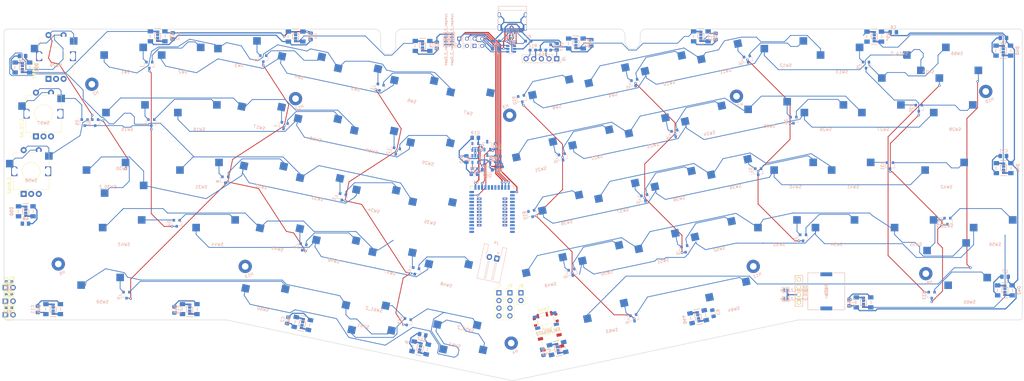
<source format=kicad_pcb>
(kicad_pcb (version 20171130) (host pcbnew "(5.1.10-1-10_14)")
  (layers (0 F.Cu signal) (31 B.Cu signal) (34 B.Paste user) (35 F.Paste user) (36 B.SilkS user) (37 F.SilkS user) (38 B.Mask user) (39 F.Mask user) (44 Edge.Cuts user))
  (net 0 "")
  (net 1 c0)
  (net 2 "Net-(D1-Pad2)")
  (net 3 "Net-(D1-Pad1)")
  (net 4 "Net-(D2-Pad2)")
  (net 5 "Net-(D2-Pad1)")
  (net 6 "Net-(D3-Pad2)")
  (net 7 "Net-(D4-Pad2)")
  (net 8 "Net-(D4-Pad1)")
  (net 9 c1)
  (net 10 "Net-(D6-Pad2)")
  (net 11 "Net-(D6-Pad1)")
  (net 12 "Net-(D7-Pad2)")
  (net 13 "Net-(D7-Pad1)")
  (net 14 "Net-(D8-Pad2)")
  (net 15 "Net-(D8-Pad1)")
  (net 16 "Net-(D9-Pad2)")
  (net 17 "Net-(D9-Pad1)")
  (net 18 "Net-(D10-Pad2)")
  (net 19 "Net-(D10-Pad1)")
  (net 20 c2)
  (net 21 "Net-(D11-Pad2)")
  (net 22 "Net-(D11-Pad1)")
  (net 23 "Net-(D12-Pad2)")
  (net 24 "Net-(D12-Pad1)")
  (net 25 "Net-(D13-Pad2)")
  (net 26 "Net-(D13-Pad1)")
  (net 27 "Net-(D14-Pad2)")
  (net 28 "Net-(D14-Pad1)")
  (net 29 "Net-(D15-Pad2)")
  (net 30 "Net-(D15-Pad1)")
  (net 31 c3)
  (net 32 "Net-(D16-Pad2)")
  (net 33 "Net-(D16-Pad1)")
  (net 34 "Net-(D17-Pad2)")
  (net 35 "Net-(D17-Pad1)")
  (net 36 "Net-(D18-Pad2)")
  (net 37 "Net-(D18-Pad1)")
  (net 38 "Net-(D19-Pad2)")
  (net 39 "Net-(D19-Pad1)")
  (net 40 "Net-(D20-Pad2)")
  (net 41 "Net-(D20-Pad1)")
  (net 42 c4)
  (net 43 "Net-(D21-Pad2)")
  (net 44 "Net-(D21-Pad1)")
  (net 45 "Net-(D22-Pad2)")
  (net 46 "Net-(D22-Pad1)")
  (net 47 "Net-(D23-Pad2)")
  (net 48 "Net-(D23-Pad1)")
  (net 49 "Net-(D24-Pad2)")
  (net 50 "Net-(D24-Pad1)")
  (net 51 c5)
  (net 52 "Net-(D25-Pad2)")
  (net 53 "Net-(D25-Pad1)")
  (net 54 "Net-(D26-Pad2)")
  (net 55 "Net-(D26-Pad1)")
  (net 56 "Net-(D27-Pad2)")
  (net 57 "Net-(D27-Pad1)")
  (net 58 "Net-(D28-Pad2)")
  (net 59 "Net-(D28-Pad1)")
  (net 60 c6)
  (net 61 "Net-(D29-Pad2)")
  (net 62 "Net-(D29-Pad1)")
  (net 63 "Net-(D30-Pad2)")
  (net 64 "Net-(D30-Pad1)")
  (net 65 "Net-(D31-Pad2)")
  (net 66 "Net-(D31-Pad1)")
  (net 67 "Net-(D32-Pad2)")
  (net 68 "Net-(D32-Pad1)")
  (net 69 "Net-(D33-Pad2)")
  (net 70 "Net-(D33-Pad1)")
  (net 71 r0)
  (net 72 r1)
  (net 73 r2)
  (net 74 r3)
  (net 75 r4)
  (net 76 r5)
  (net 77 r6)
  (net 78 r7)
  (net 79 r8)
  (net 80 r9)
  (net 81 rot1s2)
  (net 82 rot1b)
  (net 83 rot1a)
  (net 84 rot3s2)
  (net 85 rot3b)
  (net 86 rot3a)
  (net 87 rot2s2)
  (net 88 rot2b)
  (net 89 rot2a)
  (net 90 EXT_VCC)
  (net 91 GND)
  (net 92 "Net-(C18-Pad1)")
  (net 93 nRF_VDD)
  (net 94 VBAT)
  (net 95 "Net-(D34-Pad2)")
  (net 96 LED_UNDERGLOW)
  (net 97 "Net-(D35-Pad2)")
  (net 98 "Net-(D35-Pad4)")
  (net 99 "Net-(D36-Pad2)")
  (net 100 "Net-(D37-Pad2)")
  (net 101 "Net-(D38-Pad2)")
  (net 102 "Net-(D39-Pad2)")
  (net 103 "Net-(D40-Pad2)")
  (net 104 "Net-(D41-Pad2)")
  (net 105 "Net-(D42-Pad2)")
  (net 106 "Net-(D43-Pad2)")
  (net 107 "Net-(D44-Pad2)")
  (net 108 "Net-(D45-Pad2)")
  (net 109 "Net-(D46-Pad2)")
  (net 110 "Net-(D47-Pad2)")
  (net 111 "Net-(D48-Pad2)")
  (net 112 "Net-(D49-Pad2)")
  (net 113 "Net-(D50-Pad2)")
  (net 114 VBUS)
  (net 115 LED_INDICATOR)
  (net 116 SWC)
  (net 117 SWD)
  (net 118 DATA+)
  (net 119 DATA-)
  (net 120 SCL)
  (net 121 SDA)
  (net 122 "Net-(Q2-Pad3)")
  (net 123 POWER_PIN)
  (net 124 BATTERY_PIN)
  (net 125 "Net-(R9-Pad2)")
  (net 126 "Net-(R10-Pad1)")
  (net 127 "Net-(SW67-Pad1)")
  (net 128 RESET)
  (net 129 "Net-(U2-Pad4)")
  (net 130 cc1)
  (net 131 d-)
  (net 132 d+)
  (net 133 cc2)
  (net 134 "Net-(F2-Pad2)")
  (net 135 "Net-(J1-PadB8)")
  (net 136 "Net-(J1-PadA8)")
  (net 137 "Net-(J2-PadB8)")
  (net 138 "Net-(J2-PadA8)")
  (net 139 "Net-(D126-Pad1)")
  (net 140 BUZZER_B)
  (net 141 BUZZER_A)
  (net 142 /treset)
  (net 143 "Net-(D128-Pad1)")
  (net 144 LED_INDICATOR2)
  (net 145 "Net-(D127-Pad1)")
  (net 146 T_CLK)
  (net 147 T_DATA)
  (net 148 TRACPOINT_POWER)
  (net 149 OLED_POWER)
  (net 150 UNDERGLOW_POWER)
  (net 151 NFC2)
  (net 152 NFC1)
  (net 153 /P1.14)
  (net 154 /P0.19)
  (net 155 /P0.20)
  (net 156 /P0.24)
  (net 157 /P1.05)
  (net 158 /P1.07)
  (net 159 /P0.25)
  (net 160 /P1.12)
  (net 161 /P0.14)
  (module Connector_PinHeader_2.54mm:PinHeader_1x04_P2.54mm_Vertical (layer F.Cu) (at 190.95 -44.65)
    (fp_text reference J9 (at 0 -2.33) (layer F.SilkS))
    (fp_text value Conn_01x04)
    (pad 4 thru_hole oval (at 0 7.62) (size 1.7 1.7) (drill 1) (layers *.Cu *.Mask) (net 157 /P1.05))
    (pad 3 thru_hole oval (at 0 5.08) (size 1.7 1.7) (drill 1) (layers *.Cu *.Mask) (net 158 /P1.07))
    (pad 2 thru_hole oval (at 0 2.54) (size 1.7 1.7) (drill 1) (layers *.Cu *.Mask) (net 159 /P0.25))
    (pad 1 thru_hole rect (at 0 0) (size 1.7 1.7) (drill 1) (layers *.Cu *.Mask) (net 160 /P1.12))
  )
  (module Connector_PinHeader_2.54mm:PinHeader_1x02_P2.54mm_Vertical (layer F.Cu) (at 194.6 -44.65)
    (fp_text reference J8 (at 0 -2.33) (layer F.SilkS))
    (fp_text value Conn_01x02)
    (pad 2 thru_hole oval (at 0 2.54) (size 1.7 1.7) (drill 1) (layers *.Cu *.Mask) (net 155 /P0.20))
    (pad 1 thru_hole rect (at 0 0) (size 1.7 1.7) (drill 1) (layers *.Cu *.Mask) (net 156 /P0.24))
  )
  (module Connector_PinHeader_2.54mm:PinHeader_1x04_P2.54mm_Vertical (layer F.Cu) (at 187.3 -44.65)
    (fp_text reference J7 (at 0 -2.33) (layer F.SilkS))
    (fp_text value Conn_01x04)
    (pad 4 thru_hole oval (at 0 7.62) (size 1.7 1.7) (drill 1) (layers *.Cu *.Mask) (net 153 /P1.14))
    (pad 3 thru_hole oval (at 0 5.08) (size 1.7 1.7) (drill 1) (layers *.Cu *.Mask) (net 154 /P0.19))
    (pad 2 thru_hole oval (at 0 2.54) (size 1.7 1.7) (drill 1) (layers *.Cu *.Mask) (net 152 NFC1))
    (pad 1 thru_hole rect (at 0 0) (size 1.7 1.7) (drill 1) (layers *.Cu *.Mask) (net 151 NFC2))
  )
  (module Connector_JST:JST_XH_S2B-XH-A-1_1x02_P2.50mm_Horizontal (layer B.Cu) (at 186.6 -56 168)
    (fp_text reference J4 (at 1.25 5.1 168) (layer B.SilkS) (effects (justify mirror)))
    (fp_text value Conn_01x02)
    (pad 2 thru_hole oval (at 2.5 0 168) (size 1.7 2) (drill 1) (layers *.Cu *.Mask) (net 94 VBAT))
    (pad 1 thru_hole roundrect (at 0 0 168) (size 1.7 2) (drill 1) (layers *.Cu *.Mask) (roundrect_rratio 0.147059) (net 91 GND))
  )
  (module WS2812B:WS2812B_data-bridgeable (layer B.Cu) (at 74.259732 -129.625731 90)
    (fp_text reference D35 (at 0 4.7 90) (layer B.SilkS) (effects (font (thickness 0.2)) (justify mirror)))
    (fp_text value WS2812B hide)
    (pad 4 smd rect (at 1.6 -0.3 90) (size 0.5 1.6) (layers B.Cu) (net 98 "Net-(D35-Pad4)"))
    (pad 2 smd rect (at -1.6 0.3 90) (size 0.5 1.6) (layers B.Cu) (net 97 "Net-(D35-Pad2)"))
    (pad 2 smd rect (at -0.4 0 90) (size 0.5 1) (layers B.Cu B.Mask) (net 97 "Net-(D35-Pad2)"))
    (pad 4 smd rect (at 0.4 0 90) (size 0.5 1) (layers B.Cu B.Mask) (net 98 "Net-(D35-Pad4)"))
    (pad 2 smd rect (at -1.6 1 90) (size 0.5 3) (layers B.Cu) (net 97 "Net-(D35-Pad2)"))
    (pad 4 smd rect (at 1 0 90) (size 1.7 1) (layers B.Cu) (net 98 "Net-(D35-Pad4)"))
    (pad 2 smd rect (at -1 0 90) (size 1.7 1) (layers B.Cu) (net 97 "Net-(D35-Pad2)"))
    (pad 4 smd rect (at 1.6 -1 90) (size 0.5 3) (layers B.Cu) (net 98 "Net-(D35-Pad4)"))
    (pad 4 smd rect (at 1.65 -2.4 90) (size 1.4 1.8) (layers B.Cu B.Paste B.Mask) (net 98 "Net-(D35-Pad4)"))
    (pad 3 smd rect (at -1.65 -2.4 90) (size 1.4 1.8) (layers B.Cu B.Paste B.Mask) (net 91 GND))
    (pad 2 smd rect (at -1.65 2.4 90) (size 1.4 1.8) (layers B.Cu B.Paste B.Mask) (net 97 "Net-(D35-Pad2)"))
    (pad 1 smd rect (at 1.65 2.4 90) (size 1.4 1.8) (layers B.Cu B.Paste B.Mask) (net 150 UNDERGLOW_POWER))
  )
  (module Capacitor_SMD:C_0805_2012Metric_Pad1.18x1.45mm_HandSolder (layer B.Cu) (at 354.383482 -89.975735 180)
    (fp_text reference C21 (at 0 1.68) (layer B.SilkS) (effects (justify mirror)))
    (fp_text value 0.1uF)
    (pad 2 smd roundrect (at 1.0375 0 180) (size 1.175 1.45) (layers B.Cu B.Paste B.Mask) (roundrect_rratio 0.212766) (net 91 GND))
    (pad 1 smd roundrect (at -1.0375 0 180) (size 1.175 1.45) (layers B.Cu B.Paste B.Mask) (roundrect_rratio 0.212766) (net 150 UNDERGLOW_POWER))
  )
  (module WS2812B:WS2812B_data-bridgeable (layer B.Cu) (at 29.447232 -119.288235 90)
    (fp_text reference D51 (at 0 4.7 90) (layer B.SilkS) (effects (font (thickness 0.2)) (justify mirror)))
    (fp_text value WS2812B hide)
    (pad 4 smd rect (at 1.6 -0.3 90) (size 0.5 1.6) (layers B.Cu) (net 113 "Net-(D50-Pad2)"))
    (pad 2 smd rect (at -1.6 0.3 90) (size 0.5 1.6) (layers B.Cu) (net 98 "Net-(D35-Pad4)"))
    (pad 2 smd rect (at -0.4 0 90) (size 0.5 1) (layers B.Cu B.Mask) (net 98 "Net-(D35-Pad4)"))
    (pad 4 smd rect (at 0.4 0 90) (size 0.5 1) (layers B.Cu B.Mask) (net 113 "Net-(D50-Pad2)"))
    (pad 2 smd rect (at -1.6 1 90) (size 0.5 3) (layers B.Cu) (net 98 "Net-(D35-Pad4)"))
    (pad 4 smd rect (at 1 0 90) (size 1.7 1) (layers B.Cu) (net 113 "Net-(D50-Pad2)"))
    (pad 2 smd rect (at -1 0 90) (size 1.7 1) (layers B.Cu) (net 98 "Net-(D35-Pad4)"))
    (pad 4 smd rect (at 1.6 -1 90) (size 0.5 3) (layers B.Cu) (net 113 "Net-(D50-Pad2)"))
    (pad 4 smd rect (at 1.65 -2.4 90) (size 1.4 1.8) (layers B.Cu B.Paste B.Mask) (net 113 "Net-(D50-Pad2)"))
    (pad 3 smd rect (at -1.65 -2.4 90) (size 1.4 1.8) (layers B.Cu B.Paste B.Mask) (net 91 GND))
    (pad 2 smd rect (at -1.65 2.4 90) (size 1.4 1.8) (layers B.Cu B.Paste B.Mask) (net 98 "Net-(D35-Pad4)"))
    (pad 1 smd rect (at 1.65 2.4 90) (size 1.4 1.8) (layers B.Cu B.Paste B.Mask) (net 150 UNDERGLOW_POWER))
  )
  (module WS2812B:WS2812B_data-bridgeable (layer B.Cu) (at 30.583483 -71.663233 270)
    (fp_text reference D50 (at 0 4.7 90) (layer B.SilkS) (effects (font (thickness 0.2)) (justify mirror)))
    (fp_text value WS2812B hide)
    (pad 4 smd rect (at 1.6 -0.3 270) (size 0.5 1.6) (layers B.Cu) (net 112 "Net-(D49-Pad2)"))
    (pad 2 smd rect (at -1.6 0.3 270) (size 0.5 1.6) (layers B.Cu) (net 113 "Net-(D50-Pad2)"))
    (pad 2 smd rect (at -0.4 0 270) (size 0.5 1) (layers B.Cu B.Mask) (net 113 "Net-(D50-Pad2)"))
    (pad 4 smd rect (at 0.4 0 270) (size 0.5 1) (layers B.Cu B.Mask) (net 112 "Net-(D49-Pad2)"))
    (pad 2 smd rect (at -1.6 1 270) (size 0.5 3) (layers B.Cu) (net 113 "Net-(D50-Pad2)"))
    (pad 4 smd rect (at 1 0 270) (size 1.7 1) (layers B.Cu) (net 112 "Net-(D49-Pad2)"))
    (pad 2 smd rect (at -1 0 270) (size 1.7 1) (layers B.Cu) (net 113 "Net-(D50-Pad2)"))
    (pad 4 smd rect (at 1.6 -1 270) (size 0.5 3) (layers B.Cu) (net 112 "Net-(D49-Pad2)"))
    (pad 4 smd rect (at 1.65 -2.4 270) (size 1.4 1.8) (layers B.Cu B.Paste B.Mask) (net 112 "Net-(D49-Pad2)"))
    (pad 3 smd rect (at -1.65 -2.4 270) (size 1.4 1.8) (layers B.Cu B.Paste B.Mask) (net 91 GND))
    (pad 2 smd rect (at -1.65 2.4 270) (size 1.4 1.8) (layers B.Cu B.Paste B.Mask) (net 113 "Net-(D50-Pad2)"))
    (pad 1 smd rect (at 1.65 2.4 270) (size 1.4 1.8) (layers B.Cu B.Paste B.Mask) (net 150 UNDERGLOW_POWER))
  )
  (module WS2812B:WS2812B_data-bridgeable (layer B.Cu) (at 39.640699 -39.256611 270)
    (fp_text reference D49 (at 0 4.7 90) (layer B.SilkS) (effects (font (thickness 0.2)) (justify mirror)))
    (fp_text value WS2812B hide)
    (pad 4 smd rect (at 1.6 -0.3 270) (size 0.5 1.6) (layers B.Cu) (net 111 "Net-(D48-Pad2)"))
    (pad 2 smd rect (at -1.6 0.3 270) (size 0.5 1.6) (layers B.Cu) (net 112 "Net-(D49-Pad2)"))
    (pad 2 smd rect (at -0.4 0 270) (size 0.5 1) (layers B.Cu B.Mask) (net 112 "Net-(D49-Pad2)"))
    (pad 4 smd rect (at 0.4 0 270) (size 0.5 1) (layers B.Cu B.Mask) (net 111 "Net-(D48-Pad2)"))
    (pad 2 smd rect (at -1.6 1 270) (size 0.5 3) (layers B.Cu) (net 112 "Net-(D49-Pad2)"))
    (pad 4 smd rect (at 1 0 270) (size 1.7 1) (layers B.Cu) (net 111 "Net-(D48-Pad2)"))
    (pad 2 smd rect (at -1 0 270) (size 1.7 1) (layers B.Cu) (net 112 "Net-(D49-Pad2)"))
    (pad 4 smd rect (at 1.6 -1 270) (size 0.5 3) (layers B.Cu) (net 111 "Net-(D48-Pad2)"))
    (pad 4 smd rect (at 1.65 -2.4 270) (size 1.4 1.8) (layers B.Cu B.Paste B.Mask) (net 111 "Net-(D48-Pad2)"))
    (pad 3 smd rect (at -1.65 -2.4 270) (size 1.4 1.8) (layers B.Cu B.Paste B.Mask) (net 91 GND))
    (pad 2 smd rect (at -1.65 2.4 270) (size 1.4 1.8) (layers B.Cu B.Paste B.Mask) (net 112 "Net-(D49-Pad2)"))
    (pad 1 smd rect (at 1.65 2.4 270) (size 1.4 1.8) (layers B.Cu B.Paste B.Mask) (net 150 UNDERGLOW_POWER))
  )
  (module WS2812B:WS2812B_data-bridgeable (layer B.Cu) (at 84.884449 -39.25661 270)
    (fp_text reference D48 (at 0 4.7 90) (layer B.SilkS) (effects (font (thickness 0.2)) (justify mirror)))
    (fp_text value WS2812B hide)
    (pad 4 smd rect (at 1.6 -0.3 270) (size 0.5 1.6) (layers B.Cu) (net 110 "Net-(D47-Pad2)"))
    (pad 2 smd rect (at -1.6 0.3 270) (size 0.5 1.6) (layers B.Cu) (net 111 "Net-(D48-Pad2)"))
    (pad 2 smd rect (at -0.4 0 270) (size 0.5 1) (layers B.Cu B.Mask) (net 111 "Net-(D48-Pad2)"))
    (pad 4 smd rect (at 0.4 0 270) (size 0.5 1) (layers B.Cu B.Mask) (net 110 "Net-(D47-Pad2)"))
    (pad 2 smd rect (at -1.6 1 270) (size 0.5 3) (layers B.Cu) (net 111 "Net-(D48-Pad2)"))
    (pad 4 smd rect (at 1 0 270) (size 1.7 1) (layers B.Cu) (net 110 "Net-(D47-Pad2)"))
    (pad 2 smd rect (at -1 0 270) (size 1.7 1) (layers B.Cu) (net 111 "Net-(D48-Pad2)"))
    (pad 4 smd rect (at 1.6 -1 270) (size 0.5 3) (layers B.Cu) (net 110 "Net-(D47-Pad2)"))
    (pad 4 smd rect (at 1.65 -2.4 270) (size 1.4 1.8) (layers B.Cu B.Paste B.Mask) (net 110 "Net-(D47-Pad2)"))
    (pad 3 smd rect (at -1.65 -2.4 270) (size 1.4 1.8) (layers B.Cu B.Paste B.Mask) (net 91 GND))
    (pad 2 smd rect (at -1.65 2.4 270) (size 1.4 1.8) (layers B.Cu B.Paste B.Mask) (net 111 "Net-(D48-Pad2)"))
    (pad 1 smd rect (at 1.65 2.4 270) (size 1.4 1.8) (layers B.Cu B.Paste B.Mask) (net 150 UNDERGLOW_POWER))
  )
  (module WS2812B:WS2812B_data-bridgeable (layer B.Cu) (at 122.1907 -34.49411 258)
    (fp_text reference D47 (at 0 4.7 78) (layer B.SilkS) (effects (font (thickness 0.2)) (justify mirror)))
    (fp_text value WS2812B hide)
    (pad 4 smd rect (at 1.6 -0.3 258) (size 0.5 1.6) (layers B.Cu) (net 109 "Net-(D46-Pad2)"))
    (pad 2 smd rect (at -1.6 0.3 258) (size 0.5 1.6) (layers B.Cu) (net 110 "Net-(D47-Pad2)"))
    (pad 2 smd rect (at -0.4 0 258) (size 0.5 1) (layers B.Cu B.Mask) (net 110 "Net-(D47-Pad2)"))
    (pad 4 smd rect (at 0.4 0 258) (size 0.5 1) (layers B.Cu B.Mask) (net 109 "Net-(D46-Pad2)"))
    (pad 2 smd rect (at -1.6 1 258) (size 0.5 3) (layers B.Cu) (net 110 "Net-(D47-Pad2)"))
    (pad 4 smd rect (at 1 0 258) (size 1.7 1) (layers B.Cu) (net 109 "Net-(D46-Pad2)"))
    (pad 2 smd rect (at -1 0 258) (size 1.7 1) (layers B.Cu) (net 110 "Net-(D47-Pad2)"))
    (pad 4 smd rect (at 1.6 -1 258) (size 0.5 3) (layers B.Cu) (net 109 "Net-(D46-Pad2)"))
    (pad 4 smd rect (at 1.65 -2.4 258) (size 1.4 1.8) (layers B.Cu B.Paste B.Mask) (net 109 "Net-(D46-Pad2)"))
    (pad 3 smd rect (at -1.65 -2.4 258) (size 1.4 1.8) (layers B.Cu B.Paste B.Mask) (net 91 GND))
    (pad 2 smd rect (at -1.65 2.4 258) (size 1.4 1.8) (layers B.Cu B.Paste B.Mask) (net 110 "Net-(D47-Pad2)"))
    (pad 1 smd rect (at 1.65 2.4 258) (size 1.4 1.8) (layers B.Cu B.Paste B.Mask) (net 150 UNDERGLOW_POWER))
  )
  (module WS2812B:WS2812B_data-bridgeable (layer B.Cu) (at 161.209732 -26.419485 258)
    (fp_text reference D46 (at 0 4.7 78) (layer B.SilkS) (effects (font (thickness 0.2)) (justify mirror)))
    (fp_text value WS2812B hide)
    (pad 4 smd rect (at 1.6 -0.3 258) (size 0.5 1.6) (layers B.Cu) (net 108 "Net-(D45-Pad2)"))
    (pad 2 smd rect (at -1.6 0.3 258) (size 0.5 1.6) (layers B.Cu) (net 109 "Net-(D46-Pad2)"))
    (pad 2 smd rect (at -0.4 0 258) (size 0.5 1) (layers B.Cu B.Mask) (net 109 "Net-(D46-Pad2)"))
    (pad 4 smd rect (at 0.4 0 258) (size 0.5 1) (layers B.Cu B.Mask) (net 108 "Net-(D45-Pad2)"))
    (pad 2 smd rect (at -1.6 1 258) (size 0.5 3) (layers B.Cu) (net 109 "Net-(D46-Pad2)"))
    (pad 4 smd rect (at 1 0 258) (size 1.7 1) (layers B.Cu) (net 108 "Net-(D45-Pad2)"))
    (pad 2 smd rect (at -1 0 258) (size 1.7 1) (layers B.Cu) (net 109 "Net-(D46-Pad2)"))
    (pad 4 smd rect (at 1.6 -1 258) (size 0.5 3) (layers B.Cu) (net 108 "Net-(D45-Pad2)"))
    (pad 4 smd rect (at 1.65 -2.4 258) (size 1.4 1.8) (layers B.Cu B.Paste B.Mask) (net 108 "Net-(D45-Pad2)"))
    (pad 3 smd rect (at -1.65 -2.4 258) (size 1.4 1.8) (layers B.Cu B.Paste B.Mask) (net 91 GND))
    (pad 2 smd rect (at -1.65 2.4 258) (size 1.4 1.8) (layers B.Cu B.Paste B.Mask) (net 109 "Net-(D46-Pad2)"))
    (pad 1 smd rect (at 1.65 2.4 258) (size 1.4 1.8) (layers B.Cu B.Paste B.Mask) (net 150 UNDERGLOW_POWER))
  )
  (module WS2812B:WS2812B_data-bridgeable (layer B.Cu) (at 206.734732 -26.200732 282)
    (fp_text reference D45 (at 0 4.7 102) (layer B.SilkS) (effects (font (thickness 0.2)) (justify mirror)))
    (fp_text value WS2812B hide)
    (pad 4 smd rect (at 1.6 -0.3 282) (size 0.5 1.6) (layers B.Cu) (net 107 "Net-(D44-Pad2)"))
    (pad 2 smd rect (at -1.6 0.3 282) (size 0.5 1.6) (layers B.Cu) (net 108 "Net-(D45-Pad2)"))
    (pad 2 smd rect (at -0.4 0 282) (size 0.5 1) (layers B.Cu B.Mask) (net 108 "Net-(D45-Pad2)"))
    (pad 4 smd rect (at 0.4 0 282) (size 0.5 1) (layers B.Cu B.Mask) (net 107 "Net-(D44-Pad2)"))
    (pad 2 smd rect (at -1.6 1 282) (size 0.5 3) (layers B.Cu) (net 108 "Net-(D45-Pad2)"))
    (pad 4 smd rect (at 1 0 282) (size 1.7 1) (layers B.Cu) (net 107 "Net-(D44-Pad2)"))
    (pad 2 smd rect (at -1 0 282) (size 1.7 1) (layers B.Cu) (net 108 "Net-(D45-Pad2)"))
    (pad 4 smd rect (at 1.6 -1 282) (size 0.5 3) (layers B.Cu) (net 107 "Net-(D44-Pad2)"))
    (pad 4 smd rect (at 1.65 -2.4 282) (size 1.4 1.8) (layers B.Cu B.Paste B.Mask) (net 107 "Net-(D44-Pad2)"))
    (pad 3 smd rect (at -1.65 -2.4 282) (size 1.4 1.8) (layers B.Cu B.Paste B.Mask) (net 91 GND))
    (pad 2 smd rect (at -1.65 2.4 282) (size 1.4 1.8) (layers B.Cu B.Paste B.Mask) (net 108 "Net-(D45-Pad2)"))
    (pad 1 smd rect (at 1.65 2.4 282) (size 1.4 1.8) (layers B.Cu B.Paste B.Mask) (net 150 UNDERGLOW_POWER))
  )
  (module WS2812B:WS2812B_data-bridgeable (layer B.Cu) (at 253.284731 -36.73823 282)
    (fp_text reference D44 (at 0 4.7 102) (layer B.SilkS) (effects (font (thickness 0.2)) (justify mirror)))
    (fp_text value WS2812B hide)
    (pad 4 smd rect (at 1.6 -0.3 282) (size 0.5 1.6) (layers B.Cu) (net 106 "Net-(D43-Pad2)"))
    (pad 2 smd rect (at -1.6 0.3 282) (size 0.5 1.6) (layers B.Cu) (net 107 "Net-(D44-Pad2)"))
    (pad 2 smd rect (at -0.4 0 282) (size 0.5 1) (layers B.Cu B.Mask) (net 107 "Net-(D44-Pad2)"))
    (pad 4 smd rect (at 0.4 0 282) (size 0.5 1) (layers B.Cu B.Mask) (net 106 "Net-(D43-Pad2)"))
    (pad 2 smd rect (at -1.6 1 282) (size 0.5 3) (layers B.Cu) (net 107 "Net-(D44-Pad2)"))
    (pad 4 smd rect (at 1 0 282) (size 1.7 1) (layers B.Cu) (net 106 "Net-(D43-Pad2)"))
    (pad 2 smd rect (at -1 0 282) (size 1.7 1) (layers B.Cu) (net 107 "Net-(D44-Pad2)"))
    (pad 4 smd rect (at 1.6 -1 282) (size 0.5 3) (layers B.Cu) (net 106 "Net-(D43-Pad2)"))
    (pad 4 smd rect (at 1.65 -2.4 282) (size 1.4 1.8) (layers B.Cu B.Paste B.Mask) (net 106 "Net-(D43-Pad2)"))
    (pad 3 smd rect (at -1.65 -2.4 282) (size 1.4 1.8) (layers B.Cu B.Paste B.Mask) (net 91 GND))
    (pad 2 smd rect (at -1.65 2.4 282) (size 1.4 1.8) (layers B.Cu B.Paste B.Mask) (net 107 "Net-(D44-Pad2)"))
    (pad 1 smd rect (at 1.65 2.4 282) (size 1.4 1.8) (layers B.Cu B.Paste B.Mask) (net 150 UNDERGLOW_POWER))
  )
  (module WS2812B:WS2812B_data-bridgeable (layer B.Cu) (at 308.053481 -41.500732 270)
    (fp_text reference D43 (at 0 4.7 90) (layer B.SilkS) (effects (font (thickness 0.2)) (justify mirror)))
    (fp_text value WS2812B hide)
    (pad 4 smd rect (at 1.6 -0.3 270) (size 0.5 1.6) (layers B.Cu) (net 105 "Net-(D42-Pad2)"))
    (pad 2 smd rect (at -1.6 0.3 270) (size 0.5 1.6) (layers B.Cu) (net 106 "Net-(D43-Pad2)"))
    (pad 2 smd rect (at -0.4 0 270) (size 0.5 1) (layers B.Cu B.Mask) (net 106 "Net-(D43-Pad2)"))
    (pad 4 smd rect (at 0.4 0 270) (size 0.5 1) (layers B.Cu B.Mask) (net 105 "Net-(D42-Pad2)"))
    (pad 2 smd rect (at -1.6 1 270) (size 0.5 3) (layers B.Cu) (net 106 "Net-(D43-Pad2)"))
    (pad 4 smd rect (at 1 0 270) (size 1.7 1) (layers B.Cu) (net 105 "Net-(D42-Pad2)"))
    (pad 2 smd rect (at -1 0 270) (size 1.7 1) (layers B.Cu) (net 106 "Net-(D43-Pad2)"))
    (pad 4 smd rect (at 1.6 -1 270) (size 0.5 3) (layers B.Cu) (net 105 "Net-(D42-Pad2)"))
    (pad 4 smd rect (at 1.65 -2.4 270) (size 1.4 1.8) (layers B.Cu B.Paste B.Mask) (net 105 "Net-(D42-Pad2)"))
    (pad 3 smd rect (at -1.65 -2.4 270) (size 1.4 1.8) (layers B.Cu B.Paste B.Mask) (net 91 GND))
    (pad 2 smd rect (at -1.65 2.4 270) (size 1.4 1.8) (layers B.Cu B.Paste B.Mask) (net 106 "Net-(D43-Pad2)"))
    (pad 1 smd rect (at 1.65 2.4 270) (size 1.4 1.8) (layers B.Cu B.Paste B.Mask) (net 150 UNDERGLOW_POWER))
  )
  (module WS2812B:WS2812B_data-bridgeable (layer B.Cu) (at 354.884731 -45.469481 90)
    (fp_text reference D42 (at 0 4.7 90) (layer B.SilkS) (effects (font (thickness 0.2)) (justify mirror)))
    (fp_text value WS2812B hide)
    (pad 4 smd rect (at 1.6 -0.3 90) (size 0.5 1.6) (layers B.Cu) (net 104 "Net-(D41-Pad2)"))
    (pad 2 smd rect (at -1.6 0.3 90) (size 0.5 1.6) (layers B.Cu) (net 105 "Net-(D42-Pad2)"))
    (pad 2 smd rect (at -0.4 0 90) (size 0.5 1) (layers B.Cu B.Mask) (net 105 "Net-(D42-Pad2)"))
    (pad 4 smd rect (at 0.4 0 90) (size 0.5 1) (layers B.Cu B.Mask) (net 104 "Net-(D41-Pad2)"))
    (pad 2 smd rect (at -1.6 1 90) (size 0.5 3) (layers B.Cu) (net 105 "Net-(D42-Pad2)"))
    (pad 4 smd rect (at 1 0 90) (size 1.7 1) (layers B.Cu) (net 104 "Net-(D41-Pad2)"))
    (pad 2 smd rect (at -1 0 90) (size 1.7 1) (layers B.Cu) (net 105 "Net-(D42-Pad2)"))
    (pad 4 smd rect (at 1.6 -1 90) (size 0.5 3) (layers B.Cu) (net 104 "Net-(D41-Pad2)"))
    (pad 4 smd rect (at 1.65 -2.4 90) (size 1.4 1.8) (layers B.Cu B.Paste B.Mask) (net 104 "Net-(D41-Pad2)"))
    (pad 3 smd rect (at -1.65 -2.4 90) (size 1.4 1.8) (layers B.Cu B.Paste B.Mask) (net 91 GND))
    (pad 2 smd rect (at -1.65 2.4 90) (size 1.4 1.8) (layers B.Cu B.Paste B.Mask) (net 105 "Net-(D42-Pad2)"))
    (pad 1 smd rect (at 1.65 2.4 90) (size 1.4 1.8) (layers B.Cu B.Paste B.Mask) (net 150 UNDERGLOW_POWER))
  )
  (module WS2812B:WS2812B_data-bridgeable (layer B.Cu) (at 354.452231 -85.950732 90)
    (fp_text reference D41 (at 0 4.7 90) (layer B.SilkS) (effects (font (thickness 0.2)) (justify mirror)))
    (fp_text value WS2812B hide)
    (pad 4 smd rect (at 1.6 -0.3 90) (size 0.5 1.6) (layers B.Cu) (net 103 "Net-(D40-Pad2)"))
    (pad 2 smd rect (at -1.6 0.3 90) (size 0.5 1.6) (layers B.Cu) (net 104 "Net-(D41-Pad2)"))
    (pad 2 smd rect (at -0.4 0 90) (size 0.5 1) (layers B.Cu B.Mask) (net 104 "Net-(D41-Pad2)"))
    (pad 4 smd rect (at 0.4 0 90) (size 0.5 1) (layers B.Cu B.Mask) (net 103 "Net-(D40-Pad2)"))
    (pad 2 smd rect (at -1.6 1 90) (size 0.5 3) (layers B.Cu) (net 104 "Net-(D41-Pad2)"))
    (pad 4 smd rect (at 1 0 90) (size 1.7 1) (layers B.Cu) (net 103 "Net-(D40-Pad2)"))
    (pad 2 smd rect (at -1 0 90) (size 1.7 1) (layers B.Cu) (net 104 "Net-(D41-Pad2)"))
    (pad 4 smd rect (at 1.6 -1 90) (size 0.5 3) (layers B.Cu) (net 103 "Net-(D40-Pad2)"))
    (pad 4 smd rect (at 1.65 -2.4 90) (size 1.4 1.8) (layers B.Cu B.Paste B.Mask) (net 103 "Net-(D40-Pad2)"))
    (pad 3 smd rect (at -1.65 -2.4 90) (size 1.4 1.8) (layers B.Cu B.Paste B.Mask) (net 91 GND))
    (pad 2 smd rect (at -1.65 2.4 90) (size 1.4 1.8) (layers B.Cu B.Paste B.Mask) (net 104 "Net-(D41-Pad2)"))
    (pad 1 smd rect (at 1.65 2.4 90) (size 1.4 1.8) (layers B.Cu B.Paste B.Mask) (net 150 UNDERGLOW_POWER))
  )
  (module WS2812B:WS2812B_data-bridgeable (layer B.Cu) (at 354.345983 -124.875736 90)
    (fp_text reference D40 (at 0 4.7 90) (layer B.SilkS) (effects (font (thickness 0.2)) (justify mirror)))
    (fp_text value WS2812B hide)
    (pad 4 smd rect (at 1.6 -0.3 90) (size 0.5 1.6) (layers B.Cu) (net 102 "Net-(D39-Pad2)"))
    (pad 2 smd rect (at -1.6 0.3 90) (size 0.5 1.6) (layers B.Cu) (net 103 "Net-(D40-Pad2)"))
    (pad 2 smd rect (at -0.4 0 90) (size 0.5 1) (layers B.Cu B.Mask) (net 103 "Net-(D40-Pad2)"))
    (pad 4 smd rect (at 0.4 0 90) (size 0.5 1) (layers B.Cu B.Mask) (net 102 "Net-(D39-Pad2)"))
    (pad 2 smd rect (at -1.6 1 90) (size 0.5 3) (layers B.Cu) (net 103 "Net-(D40-Pad2)"))
    (pad 4 smd rect (at 1 0 90) (size 1.7 1) (layers B.Cu) (net 102 "Net-(D39-Pad2)"))
    (pad 2 smd rect (at -1 0 90) (size 1.7 1) (layers B.Cu) (net 103 "Net-(D40-Pad2)"))
    (pad 4 smd rect (at 1.6 -1 90) (size 0.5 3) (layers B.Cu) (net 102 "Net-(D39-Pad2)"))
    (pad 4 smd rect (at 1.65 -2.4 90) (size 1.4 1.8) (layers B.Cu B.Paste B.Mask) (net 102 "Net-(D39-Pad2)"))
    (pad 3 smd rect (at -1.65 -2.4 90) (size 1.4 1.8) (layers B.Cu B.Paste B.Mask) (net 91 GND))
    (pad 2 smd rect (at -1.65 2.4 90) (size 1.4 1.8) (layers B.Cu B.Paste B.Mask) (net 103 "Net-(D40-Pad2)"))
    (pad 1 smd rect (at 1.65 2.4 90) (size 1.4 1.8) (layers B.Cu B.Paste B.Mask) (net 150 UNDERGLOW_POWER))
  )
  (module WS2812B:WS2812B_data-bridgeable (layer B.Cu) (at 311.609732 -129.500731 90)
    (fp_text reference D39 (at 0 4.7 90) (layer B.SilkS) (effects (font (thickness 0.2)) (justify mirror)))
    (fp_text value WS2812B hide)
    (pad 4 smd rect (at 1.6 -0.3 90) (size 0.5 1.6) (layers B.Cu) (net 101 "Net-(D38-Pad2)"))
    (pad 2 smd rect (at -1.6 0.3 90) (size 0.5 1.6) (layers B.Cu) (net 102 "Net-(D39-Pad2)"))
    (pad 2 smd rect (at -0.4 0 90) (size 0.5 1) (layers B.Cu B.Mask) (net 102 "Net-(D39-Pad2)"))
    (pad 4 smd rect (at 0.4 0 90) (size 0.5 1) (layers B.Cu B.Mask) (net 101 "Net-(D38-Pad2)"))
    (pad 2 smd rect (at -1.6 1 90) (size 0.5 3) (layers B.Cu) (net 102 "Net-(D39-Pad2)"))
    (pad 4 smd rect (at 1 0 90) (size 1.7 1) (layers B.Cu) (net 101 "Net-(D38-Pad2)"))
    (pad 2 smd rect (at -1 0 90) (size 1.7 1) (layers B.Cu) (net 102 "Net-(D39-Pad2)"))
    (pad 4 smd rect (at 1.6 -1 90) (size 0.5 3) (layers B.Cu) (net 101 "Net-(D38-Pad2)"))
    (pad 4 smd rect (at 1.65 -2.4 90) (size 1.4 1.8) (layers B.Cu B.Paste B.Mask) (net 101 "Net-(D38-Pad2)"))
    (pad 3 smd rect (at -1.65 -2.4 90) (size 1.4 1.8) (layers B.Cu B.Paste B.Mask) (net 91 GND))
    (pad 2 smd rect (at -1.65 2.4 90) (size 1.4 1.8) (layers B.Cu B.Paste B.Mask) (net 102 "Net-(D39-Pad2)"))
    (pad 1 smd rect (at 1.65 2.4 90) (size 1.4 1.8) (layers B.Cu B.Paste B.Mask) (net 150 UNDERGLOW_POWER))
  )
  (module WS2812B:WS2812B_data-bridgeable (layer B.Cu) (at 254.184731 -129.606982 90)
    (fp_text reference D38 (at 0 4.7 90) (layer B.SilkS) (effects (font (thickness 0.2)) (justify mirror)))
    (fp_text value WS2812B hide)
    (pad 4 smd rect (at 1.6 -0.3 90) (size 0.5 1.6) (layers B.Cu) (net 100 "Net-(D37-Pad2)"))
    (pad 2 smd rect (at -1.6 0.3 90) (size 0.5 1.6) (layers B.Cu) (net 101 "Net-(D38-Pad2)"))
    (pad 2 smd rect (at -0.4 0 90) (size 0.5 1) (layers B.Cu B.Mask) (net 101 "Net-(D38-Pad2)"))
    (pad 4 smd rect (at 0.4 0 90) (size 0.5 1) (layers B.Cu B.Mask) (net 100 "Net-(D37-Pad2)"))
    (pad 2 smd rect (at -1.6 1 90) (size 0.5 3) (layers B.Cu) (net 101 "Net-(D38-Pad2)"))
    (pad 4 smd rect (at 1 0 90) (size 1.7 1) (layers B.Cu) (net 100 "Net-(D37-Pad2)"))
    (pad 2 smd rect (at -1 0 90) (size 1.7 1) (layers B.Cu) (net 101 "Net-(D38-Pad2)"))
    (pad 4 smd rect (at 1.6 -1 90) (size 0.5 3) (layers B.Cu) (net 100 "Net-(D37-Pad2)"))
    (pad 4 smd rect (at 1.65 -2.4 90) (size 1.4 1.8) (layers B.Cu B.Paste B.Mask) (net 100 "Net-(D37-Pad2)"))
    (pad 3 smd rect (at -1.65 -2.4 90) (size 1.4 1.8) (layers B.Cu B.Paste B.Mask) (net 91 GND))
    (pad 2 smd rect (at -1.65 2.4 90) (size 1.4 1.8) (layers B.Cu B.Paste B.Mask) (net 101 "Net-(D38-Pad2)"))
    (pad 1 smd rect (at 1.65 2.4 90) (size 1.4 1.8) (layers B.Cu B.Paste B.Mask) (net 150 UNDERGLOW_POWER))
  )
  (module WS2812B:WS2812B_data-bridgeable (layer B.Cu) (at 212.803482 -127.22573 90)
    (fp_text reference D37 (at 0 4.7 90) (layer B.SilkS) (effects (font (thickness 0.2)) (justify mirror)))
    (fp_text value WS2812B hide)
    (pad 4 smd rect (at 1.6 -0.3 90) (size 0.5 1.6) (layers B.Cu) (net 99 "Net-(D36-Pad2)"))
    (pad 2 smd rect (at -1.6 0.3 90) (size 0.5 1.6) (layers B.Cu) (net 100 "Net-(D37-Pad2)"))
    (pad 2 smd rect (at -0.4 0 90) (size 0.5 1) (layers B.Cu B.Mask) (net 100 "Net-(D37-Pad2)"))
    (pad 4 smd rect (at 0.4 0 90) (size 0.5 1) (layers B.Cu B.Mask) (net 99 "Net-(D36-Pad2)"))
    (pad 2 smd rect (at -1.6 1 90) (size 0.5 3) (layers B.Cu) (net 100 "Net-(D37-Pad2)"))
    (pad 4 smd rect (at 1 0 90) (size 1.7 1) (layers B.Cu) (net 99 "Net-(D36-Pad2)"))
    (pad 2 smd rect (at -1 0 90) (size 1.7 1) (layers B.Cu) (net 100 "Net-(D37-Pad2)"))
    (pad 4 smd rect (at 1.6 -1 90) (size 0.5 3) (layers B.Cu) (net 99 "Net-(D36-Pad2)"))
    (pad 4 smd rect (at 1.65 -2.4 90) (size 1.4 1.8) (layers B.Cu B.Paste B.Mask) (net 99 "Net-(D36-Pad2)"))
    (pad 3 smd rect (at -1.65 -2.4 90) (size 1.4 1.8) (layers B.Cu B.Paste B.Mask) (net 91 GND))
    (pad 2 smd rect (at -1.65 2.4 90) (size 1.4 1.8) (layers B.Cu B.Paste B.Mask) (net 100 "Net-(D37-Pad2)"))
    (pad 1 smd rect (at 1.65 2.4 90) (size 1.4 1.8) (layers B.Cu B.Paste B.Mask) (net 150 UNDERGLOW_POWER))
  )
  (module WS2812B:WS2812B_data-bridgeable (layer B.Cu) (at 162.003481 -126.431982 90)
    (fp_text reference D36 (at 0 4.7 90) (layer B.SilkS) (effects (font (thickness 0.2)) (justify mirror)))
    (fp_text value WS2812B hide)
    (pad 4 smd rect (at 1.6 -0.3 90) (size 0.5 1.6) (layers B.Cu) (net 95 "Net-(D34-Pad2)"))
    (pad 2 smd rect (at -1.6 0.3 90) (size 0.5 1.6) (layers B.Cu) (net 99 "Net-(D36-Pad2)"))
    (pad 2 smd rect (at -0.4 0 90) (size 0.5 1) (layers B.Cu B.Mask) (net 99 "Net-(D36-Pad2)"))
    (pad 4 smd rect (at 0.4 0 90) (size 0.5 1) (layers B.Cu B.Mask) (net 95 "Net-(D34-Pad2)"))
    (pad 2 smd rect (at -1.6 1 90) (size 0.5 3) (layers B.Cu) (net 99 "Net-(D36-Pad2)"))
    (pad 4 smd rect (at 1 0 90) (size 1.7 1) (layers B.Cu) (net 95 "Net-(D34-Pad2)"))
    (pad 2 smd rect (at -1 0 90) (size 1.7 1) (layers B.Cu) (net 99 "Net-(D36-Pad2)"))
    (pad 4 smd rect (at 1.6 -1 90) (size 0.5 3) (layers B.Cu) (net 95 "Net-(D34-Pad2)"))
    (pad 4 smd rect (at 1.65 -2.4 90) (size 1.4 1.8) (layers B.Cu B.Paste B.Mask) (net 95 "Net-(D34-Pad2)"))
    (pad 3 smd rect (at -1.65 -2.4 90) (size 1.4 1.8) (layers B.Cu B.Paste B.Mask) (net 91 GND))
    (pad 2 smd rect (at -1.65 2.4 90) (size 1.4 1.8) (layers B.Cu B.Paste B.Mask) (net 99 "Net-(D36-Pad2)"))
    (pad 1 smd rect (at 1.65 2.4 90) (size 1.4 1.8) (layers B.Cu B.Paste B.Mask) (net 150 UNDERGLOW_POWER))
  )
  (module WS2812B:WS2812B_data-bridgeable (layer B.Cu) (at 119.959731 -129.525732 90)
    (fp_text reference D34 (at 0 4.7 90) (layer B.SilkS) (effects (font (thickness 0.2)) (justify mirror)))
    (fp_text value WS2812B hide)
    (pad 4 smd rect (at 1.6 -0.3 90) (size 0.5 1.6) (layers B.Cu) (net 96 LED_UNDERGLOW))
    (pad 2 smd rect (at -1.6 0.3 90) (size 0.5 1.6) (layers B.Cu) (net 95 "Net-(D34-Pad2)"))
    (pad 2 smd rect (at -0.4 0 90) (size 0.5 1) (layers B.Cu B.Mask) (net 95 "Net-(D34-Pad2)"))
    (pad 4 smd rect (at 0.4 0 90) (size 0.5 1) (layers B.Cu B.Mask) (net 96 LED_UNDERGLOW))
    (pad 2 smd rect (at -1.6 1 90) (size 0.5 3) (layers B.Cu) (net 95 "Net-(D34-Pad2)"))
    (pad 4 smd rect (at 1 0 90) (size 1.7 1) (layers B.Cu) (net 96 LED_UNDERGLOW))
    (pad 2 smd rect (at -1 0 90) (size 1.7 1) (layers B.Cu) (net 95 "Net-(D34-Pad2)"))
    (pad 4 smd rect (at 1.6 -1 90) (size 0.5 3) (layers B.Cu) (net 96 LED_UNDERGLOW))
    (pad 4 smd rect (at 1.65 -2.4 90) (size 1.4 1.8) (layers B.Cu B.Paste B.Mask) (net 96 LED_UNDERGLOW))
    (pad 3 smd rect (at -1.65 -2.4 90) (size 1.4 1.8) (layers B.Cu B.Paste B.Mask) (net 91 GND))
    (pad 2 smd rect (at -1.65 2.4 90) (size 1.4 1.8) (layers B.Cu B.Paste B.Mask) (net 95 "Net-(D34-Pad2)"))
    (pad 1 smd rect (at 1.65 2.4 90) (size 1.4 1.8) (layers B.Cu B.Paste B.Mask) (net 150 UNDERGLOW_POWER))
  )
  (module kbd:Jumper (layer B.Cu) (at 171.75473 -129.790734 270)
    (fp_text reference JP6 hide)
    (fp_text value Jumper_2_Open (at -2.794 0 90) (layer B.SilkS) (effects (font (size 0.8128 0.8128)) (justify mirror)))
    (pad 2 smd rect (at 0.50038 0 270) (size 0.635 1.143) (layers B.Cu B.Paste B.Mask) (net 90 EXT_VCC) (clearance 0.1905))
    (pad 1 smd rect (at -0.50038 0 270) (size 0.635 1.143) (layers B.Cu B.Paste B.Mask) (net 150 UNDERGLOW_POWER) (clearance 0.1905))
  )
  (module kbd:Jumper (layer B.Cu) (at 169.734731 -129.790735 270)
    (fp_text reference JP5 hide)
    (fp_text value Jumper_2_Open (at -2.794 0 90) (layer B.SilkS) (effects (font (size 0.8128 0.8128)) (justify mirror)))
    (pad 2 smd rect (at 0.50038 0 270) (size 0.635 1.143) (layers B.Cu B.Paste B.Mask) (net 93 nRF_VDD) (clearance 0.1905))
    (pad 1 smd rect (at -0.50038 0 270) (size 0.635 1.143) (layers B.Cu B.Paste B.Mask) (net 150 UNDERGLOW_POWER) (clearance 0.1905))
  )
  (module kbd:Jumper (layer B.Cu) (at 282.304731 -42.630734 180)
    (fp_text reference JP4 hide)
    (fp_text value Jumper_2_Open (at -2.794 0) (layer B.SilkS) (effects (font (size 0.8128 0.8128)) (justify mirror)))
    (pad 2 smd rect (at 0.50038 0 180) (size 0.635 1.143) (layers B.Cu B.Paste B.Mask) (net 90 EXT_VCC) (clearance 0.1905))
    (pad 1 smd rect (at -0.50038 0 180) (size 0.635 1.143) (layers B.Cu B.Paste B.Mask) (net 149 OLED_POWER) (clearance 0.1905))
  )
  (module kbd:Jumper (layer B.Cu) (at 282.304731 -45.550734 180)
    (fp_text reference JP3 hide)
    (fp_text value Jumper_2_Open (at -2.794 0) (layer B.SilkS) (effects (font (size 0.8128 0.8128)) (justify mirror)))
    (pad 2 smd rect (at 0.50038 0 180) (size 0.635 1.143) (layers B.Cu B.Paste B.Mask) (net 93 nRF_VDD) (clearance 0.1905))
    (pad 1 smd rect (at -0.50038 0 180) (size 0.635 1.143) (layers B.Cu B.Paste B.Mask) (net 149 OLED_POWER) (clearance 0.1905))
  )
  (module kbd:Jumper (layer B.Cu) (at 171.745983 -127.375355 90)
    (fp_text reference JP2 hide)
    (fp_text value Jumper_2_Open (at -2.794 0 90) (layer B.SilkS) (effects (font (size 0.8128 0.8128)) (justify mirror)))
    (pad 2 smd rect (at 0.50038 0 90) (size 0.635 1.143) (layers B.Cu B.Paste B.Mask) (net 90 EXT_VCC) (clearance 0.1905))
    (pad 1 smd rect (at -0.50038 0 90) (size 0.635 1.143) (layers B.Cu B.Paste B.Mask) (net 148 TRACPOINT_POWER) (clearance 0.1905))
  )
  (module kbd:Jumper (layer B.Cu) (at 169.745983 -127.376115 90)
    (fp_text reference JP1 hide)
    (fp_text value Jumper_2_Open (at -2.794 0 90) (layer B.SilkS) (effects (font (size 0.8128 0.8128)) (justify mirror)))
    (pad 2 smd rect (at 0.50038 0 90) (size 0.635 1.143) (layers B.Cu B.Paste B.Mask) (net 93 nRF_VDD) (clearance 0.1905))
    (pad 1 smd rect (at -0.50038 0 90) (size 0.635 1.143) (layers B.Cu B.Paste B.Mask) (net 148 TRACPOINT_POWER) (clearance 0.1905))
  )
  (module MX_Alps_Hybrid-master:MXOnly-2.75U-Hotswap-ReversedStabilizers (layer F.Cu) (at 334.94973 -63.725733 180)
    (fp_text reference SW55_2)
    (fp_text value SW_PUSH)
    (fp_text user %R (at 0 3.048) (layer B.SilkS) (effects (justify mirror)))
    (pad "" np_thru_hole circle (at -11.938 -8.255 180) (size 3.9878 3.9878) (drill 3.9878) (layers *.Cu *.Mask))
    (pad "" np_thru_hole circle (at 11.938 -8.255 180) (size 3.9878 3.9878) (drill 3.9878) (layers *.Cu *.Mask))
    (pad "" np_thru_hole circle (at -11.938 6.985 180) (size 3.048 3.048) (drill 3.048) (layers *.Cu *.Mask))
    (pad "" np_thru_hole circle (at 11.938 6.985 180) (size 3.048 3.048) (drill 3.048) (layers *.Cu *.Mask))
    (pad 2 smd rect (at 5.842 -5.08 180) (size 2.55 2.5) (layers B.Cu B.Paste B.Mask) (net 68 "Net-(D32-Pad1)"))
    (pad 1 smd rect (at -7.085 -2.54 180) (size 2.55 2.5) (layers B.Cu B.Paste B.Mask) (net 77 r6))
    (pad "" np_thru_hole circle (at 5.08 0 228.0996) (size 1.75 1.75) (drill 1.75) (layers *.Cu *.Mask))
    (pad "" np_thru_hole circle (at -5.08 0 228.0996) (size 1.75 1.75) (drill 1.75) (layers *.Cu *.Mask))
    (pad "" np_thru_hole circle (at -3.81 -2.54 180) (size 3 3) (drill 3) (layers *.Cu *.Mask))
    (pad "" np_thru_hole circle (at 0 0 180) (size 3.9878 3.9878) (drill 3.9878) (layers *.Cu *.Mask))
    (pad "" np_thru_hole circle (at 2.54 -5.08 180) (size 3 3) (drill 3) (layers *.Cu *.Mask))
  )
  (module Connector_USB:USB_C_Receptacle_HRO_TYPE-C-31-M-12 (layer F.Cu) (at 191.754732 -135.695733 180)
    (fp_text reference J1 (at 0 -5.645) (layer F.SilkS))
    (fp_text value USB_C_Receptacle_USB2.0)
    (pad B1 smd rect (at 3.25 -4.045 180) (size 0.6 1.45) (layers F.Cu F.Paste F.Mask) (net 91 GND))
    (pad A9 smd rect (at 2.45 -4.045 180) (size 0.6 1.45) (layers F.Cu F.Paste F.Mask) (net 134 "Net-(F2-Pad2)"))
    (pad B9 smd rect (at -2.45 -4.045 180) (size 0.6 1.45) (layers F.Cu F.Paste F.Mask) (net 134 "Net-(F2-Pad2)"))
    (pad B12 smd rect (at -3.25 -4.045 180) (size 0.6 1.45) (layers F.Cu F.Paste F.Mask) (net 91 GND))
    (pad A1 smd rect (at -3.25 -4.045 180) (size 0.6 1.45) (layers F.Cu F.Paste F.Mask) (net 91 GND))
    (pad A4 smd rect (at -2.45 -4.045 180) (size 0.6 1.45) (layers F.Cu F.Paste F.Mask) (net 134 "Net-(F2-Pad2)"))
    (pad B4 smd rect (at 2.45 -4.045 180) (size 0.6 1.45) (layers F.Cu F.Paste F.Mask) (net 134 "Net-(F2-Pad2)"))
    (pad A12 smd rect (at 3.25 -4.045 180) (size 0.6 1.45) (layers F.Cu F.Paste F.Mask) (net 91 GND))
    (pad B8 smd rect (at -1.75 -4.045 180) (size 0.3 1.45) (layers F.Cu F.Paste F.Mask) (net 135 "Net-(J1-PadB8)"))
    (pad A5 smd rect (at -1.25 -4.045 180) (size 0.3 1.45) (layers F.Cu F.Paste F.Mask) (net 130 cc1))
    (pad B7 smd rect (at -0.75 -4.045 180) (size 0.3 1.45) (layers F.Cu F.Paste F.Mask) (net 131 d-))
    (pad A7 smd rect (at 0.25 -4.045 180) (size 0.3 1.45) (layers F.Cu F.Paste F.Mask) (net 131 d-))
    (pad B6 smd rect (at 0.75 -4.045 180) (size 0.3 1.45) (layers F.Cu F.Paste F.Mask) (net 132 d+))
    (pad A8 smd rect (at 1.25 -4.045 180) (size 0.3 1.45) (layers F.Cu F.Paste F.Mask) (net 136 "Net-(J1-PadA8)"))
    (pad B5 smd rect (at 1.75 -4.045 180) (size 0.3 1.45) (layers F.Cu F.Paste F.Mask) (net 133 cc2))
    (pad A6 smd rect (at -0.25 -4.045 180) (size 0.3 1.45) (layers F.Cu F.Paste F.Mask) (net 132 d+))
    (pad S1 thru_hole oval (at 4.32 -3.13 180) (size 1 2.1) (drill oval 0.6 1.7) (layers *.Cu *.Mask) (net 91 GND))
    (pad S1 thru_hole oval (at -4.32 -3.13 180) (size 1 2.1) (drill oval 0.6 1.7) (layers *.Cu *.Mask) (net 91 GND))
    (pad "" np_thru_hole circle (at -2.89 -2.6 180) (size 0.65 0.65) (drill 0.65) (layers *.Cu *.Mask))
    (pad S1 thru_hole oval (at -4.32 1.05 180) (size 1 1.6) (drill oval 0.6 1.2) (layers *.Cu *.Mask) (net 91 GND))
    (pad "" np_thru_hole circle (at 2.89 -2.6 180) (size 0.65 0.65) (drill 0.65) (layers *.Cu *.Mask))
    (pad S1 thru_hole oval (at 4.32 1.05 180) (size 1 1.6) (drill oval 0.6 1.2) (layers *.Cu *.Mask) (net 91 GND))
  )
  (module Connector_USB:USB_C_Receptacle_HRO_TYPE-C-31-M-12 (layer B.Cu) (at 191.754732 -135.695733)
    (fp_text reference J2 (at 0 5.645) (layer B.SilkS) (effects (justify mirror)))
    (fp_text value USB_C_Receptacle_USB2.0)
    (pad B1 smd rect (at 3.25 4.045) (size 0.6 1.45) (layers B.Cu B.Paste B.Mask) (net 91 GND))
    (pad A9 smd rect (at 2.45 4.045) (size 0.6 1.45) (layers B.Cu B.Paste B.Mask) (net 134 "Net-(F2-Pad2)"))
    (pad B9 smd rect (at -2.45 4.045) (size 0.6 1.45) (layers B.Cu B.Paste B.Mask) (net 134 "Net-(F2-Pad2)"))
    (pad B12 smd rect (at -3.25 4.045) (size 0.6 1.45) (layers B.Cu B.Paste B.Mask) (net 91 GND))
    (pad A1 smd rect (at -3.25 4.045) (size 0.6 1.45) (layers B.Cu B.Paste B.Mask) (net 91 GND))
    (pad A4 smd rect (at -2.45 4.045) (size 0.6 1.45) (layers B.Cu B.Paste B.Mask) (net 134 "Net-(F2-Pad2)"))
    (pad B4 smd rect (at 2.45 4.045) (size 0.6 1.45) (layers B.Cu B.Paste B.Mask) (net 134 "Net-(F2-Pad2)"))
    (pad A12 smd rect (at 3.25 4.045) (size 0.6 1.45) (layers B.Cu B.Paste B.Mask) (net 91 GND))
    (pad B8 smd rect (at -1.75 4.045) (size 0.3 1.45) (layers B.Cu B.Paste B.Mask) (net 137 "Net-(J2-PadB8)"))
    (pad A5 smd rect (at -1.25 4.045) (size 0.3 1.45) (layers B.Cu B.Paste B.Mask) (net 130 cc1))
    (pad B7 smd rect (at -0.75 4.045) (size 0.3 1.45) (layers B.Cu B.Paste B.Mask) (net 131 d-))
    (pad A7 smd rect (at 0.25 4.045) (size 0.3 1.45) (layers B.Cu B.Paste B.Mask) (net 131 d-))
    (pad B6 smd rect (at 0.75 4.045) (size 0.3 1.45) (layers B.Cu B.Paste B.Mask) (net 132 d+))
    (pad A8 smd rect (at 1.25 4.045) (size 0.3 1.45) (layers B.Cu B.Paste B.Mask) (net 138 "Net-(J2-PadA8)"))
    (pad B5 smd rect (at 1.75 4.045) (size 0.3 1.45) (layers B.Cu B.Paste B.Mask) (net 133 cc2))
    (pad A6 smd rect (at -0.25 4.045) (size 0.3 1.45) (layers B.Cu B.Paste B.Mask) (net 132 d+))
    (pad S1 thru_hole oval (at 4.32 3.13) (size 1 2.1) (drill oval 0.6 1.7) (layers *.Cu *.Mask) (net 91 GND))
    (pad S1 thru_hole oval (at -4.32 3.13) (size 1 2.1) (drill oval 0.6 1.7) (layers *.Cu *.Mask) (net 91 GND))
    (pad "" np_thru_hole circle (at -2.89 2.6) (size 0.65 0.65) (drill 0.65) (layers *.Cu *.Mask))
    (pad S1 thru_hole oval (at -4.32 -1.05) (size 1 1.6) (drill oval 0.6 1.2) (layers *.Cu *.Mask) (net 91 GND))
    (pad "" np_thru_hole circle (at 2.89 2.6) (size 0.65 0.65) (drill 0.65) (layers *.Cu *.Mask))
    (pad S1 thru_hole oval (at 4.32 -1.05) (size 1 1.6) (drill oval 0.6 1.2) (layers *.Cu *.Mask) (net 91 GND))
  )
  (module kicad-keyboard-parts:nRF52840_holyiot_18010 (layer B.Cu) (at 185.022232 -70.550734)
    (fp_text reference U1 (at -5.3 -10.75) (layer B.SilkS) (effects (justify mirror)))
    (fp_text value nRF52840_holyiot_18010)
    (pad 55 thru_hole rect (at 4.25 -5.3 180) (size 1.524 0.7) (drill 0.4) (layers *.Cu *.Mask) (net 146 T_CLK))
    (pad 54 thru_hole rect (at 4.25 -4.2 180) (size 1.524 0.7) (drill 0.4) (layers *.Cu *.Mask) (net 147 T_DATA))
    (pad 53 thru_hole rect (at 4.25 -3.1 180) (size 1.524 0.7) (drill 0.4) (layers *.Cu *.Mask) (net 161 /P0.14))
    (pad 52 thru_hole rect (at 4.25 -2 180) (size 1.524 0.7) (drill 0.4) (layers *.Cu *.Mask) (net 121 SDA))
    (pad 51 thru_hole rect (at 4.25 -0.9 180) (size 1.524 0.7) (drill 0.4) (layers *.Cu *.Mask) (net 120 SCL))
    (pad 50 thru_hole rect (at 4.25 0.2 180) (size 1.524 0.7) (drill 0.4) (layers *.Cu *.Mask) (net 155 /P0.20))
    (pad 49 thru_hole rect (at 4.25 1.3 180) (size 1.524 0.7) (drill 0.4) (layers *.Cu *.Mask) (net 156 /P0.24))
    (pad 48 thru_hole rect (at 4.25 2.4 180) (size 1.524 0.7) (drill 0.4) (layers *.Cu *.Mask) (net 157 /P1.05))
    (pad 47 thru_hole rect (at 4.25 3.5 180) (size 1.524 0.7) (drill 0.4) (layers *.Cu *.Mask) (net 158 /P1.07))
    (pad 46 thru_hole rect (at -4.25 -5.3 180) (size 1.524 0.7) (drill 0.4) (layers *.Cu *.Mask) (net 89 rot2a))
    (pad 45 thru_hole rect (at -4.25 -4.2 180) (size 1.524 0.7) (drill 0.4) (layers *.Cu *.Mask) (net 88 rot2b))
    (pad 44 thru_hole rect (at -4.25 -3.1 180) (size 1.524 0.7) (drill 0.4) (layers *.Cu *.Mask))
    (pad 43 thru_hole rect (at -4.25 -2 180) (size 1.524 0.7) (drill 0.4) (layers *.Cu *.Mask) (net 85 rot3b))
    (pad 42 thru_hole rect (at -4.25 -0.9 180) (size 1.524 0.7) (drill 0.4) (layers *.Cu *.Mask) (net 86 rot3a))
    (pad 41 thru_hole rect (at -4.25 0.2 180) (size 1.524 0.7) (drill 0.4) (layers *.Cu *.Mask) (net 141 BUZZER_A))
    (pad 40 thru_hole rect (at -4.25 1.3 180) (size 1.524 0.7) (drill 0.4) (layers *.Cu *.Mask) (net 159 /P0.25))
    (pad 39 thru_hole rect (at -4.25 2.4 180) (size 1.524 0.7) (drill 0.4) (layers *.Cu *.Mask) (net 160 /P1.12))
    (pad 38 thru_hole rect (at -4.25 3.5 180) (size 1.524 0.7) (drill 0.4) (layers *.Cu *.Mask) (net 153 /P1.14))
    (pad 37 smd rect (at 6.75 5.7 180) (size 1.524 0.7) (layers B.Cu B.Paste B.Mask) (net 91 GND))
    (pad 36 smd rect (at 6.75 4.6 180) (size 1.524 0.7) (layers B.Cu B.Paste B.Mask) (net 151 NFC2))
    (pad 35 smd rect (at 6.75 3.5 180) (size 1.524 0.7) (layers B.Cu B.Paste B.Mask) (net 152 NFC1))
    (pad 34 smd rect (at 6.75 2.4 180) (size 1.524 0.7) (layers B.Cu B.Paste B.Mask) (net 71 r0))
    (pad 33 smd rect (at 6.75 1.3 180) (size 1.524 0.7) (layers B.Cu B.Paste B.Mask) (net 72 r1))
    (pad 32 smd rect (at 6.75 0.2 180) (size 1.524 0.7) (layers B.Cu B.Paste B.Mask) (net 117 SWD))
    (pad 31 smd rect (at 6.75 -0.9 180) (size 1.524 0.7) (layers B.Cu B.Paste B.Mask) (net 116 SWC))
    (pad 30 smd rect (at 6.75 -2 180) (size 1.524 0.7) (layers B.Cu B.Paste B.Mask) (net 73 r2))
    (pad 29 smd rect (at 6.75 -3.1 180) (size 1.524 0.7) (layers B.Cu B.Paste B.Mask) (net 74 r3))
    (pad 28 smd rect (at 6.75 -4.2 180) (size 1.524 0.7) (layers B.Cu B.Paste B.Mask) (net 75 r4))
    (pad 27 smd rect (at 6.75 -5.3 180) (size 1.524 0.7) (layers B.Cu B.Paste B.Mask) (net 76 r5))
    (pad 26 smd rect (at 6.75 -6.4 180) (size 1.524 0.7) (layers B.Cu B.Paste B.Mask) (net 77 r6))
    (pad 25 smd rect (at 6.75 -7.5 180) (size 1.524 0.7) (layers B.Cu B.Paste B.Mask) (net 91 GND))
    (pad 24 smd rect (at 5.5 -9 270) (size 1.524 0.7) (layers B.Cu B.Paste B.Mask) (net 118 DATA+))
    (pad 23 smd rect (at 4.4 -9 270) (size 1.524 0.7) (layers B.Cu B.Paste B.Mask) (net 119 DATA-))
    (pad 22 smd rect (at 3.3 -9 270) (size 1.524 0.7) (layers B.Cu B.Paste B.Mask) (net 114 VBUS))
    (pad 21 smd rect (at 2.2 -9 270) (size 1.524 0.7) (layers B.Cu B.Paste B.Mask) (net 128 RESET))
    (pad 20 smd rect (at 1.1 -9 270) (size 1.524 0.7) (layers B.Cu B.Paste B.Mask) (net 154 /P0.19))
    (pad 19 smd rect (at 0 -9 270) (size 1.524 0.7) (layers B.Cu B.Paste B.Mask) (net 82 rot1b))
    (pad 18 smd rect (at -1.1 -9 270) (size 1.524 0.7) (layers B.Cu B.Paste B.Mask) (net 83 rot1a))
    (pad 17 smd rect (at -2.2 -9 270) (size 1.524 0.7) (layers B.Cu B.Paste B.Mask) (net 60 c6))
    (pad 16 smd rect (at -3.3 -9 270) (size 1.524 0.7) (layers B.Cu B.Paste B.Mask) (net 123 POWER_PIN))
    (pad 15 smd rect (at -4.4 -9 270) (size 1.524 0.7) (layers B.Cu B.Paste B.Mask) (net 51 c5))
    (pad 14 smd rect (at -5.5 -9 270) (size 1.524 0.7) (layers B.Cu B.Paste B.Mask) (net 93 nRF_VDD))
    (pad 13 smd rect (at -6.75 -7.5) (size 1.524 0.7) (layers B.Cu B.Paste B.Mask) (net 96 LED_UNDERGLOW))
    (pad 12 smd rect (at -6.75 -6.4) (size 1.524 0.7) (layers B.Cu B.Paste B.Mask) (net 124 BATTERY_PIN))
    (pad 11 smd rect (at -6.75 -5.3) (size 1.524 0.7) (layers B.Cu B.Paste B.Mask) (net 78 r7))
    (pad 10 smd rect (at -6.75 -4.2) (size 1.524 0.7) (layers B.Cu B.Paste B.Mask) (net 79 r8))
    (pad 9 smd rect (at -6.75 -3.1) (size 1.524 0.7) (layers B.Cu B.Paste B.Mask) (net 80 r9))
    (pad 8 smd rect (at -6.75 -2) (size 1.524 0.7) (layers B.Cu B.Paste B.Mask) (net 1 c0))
    (pad 7 smd rect (at -6.75 -0.9) (size 1.524 0.7) (layers B.Cu B.Paste B.Mask) (net 9 c1))
    (pad 6 smd rect (at -6.75 0.2) (size 1.524 0.7) (layers B.Cu B.Paste B.Mask) (net 20 c2))
    (pad 5 smd rect (at -6.75 1.3) (size 1.524 0.7) (layers B.Cu B.Paste B.Mask) (net 31 c3))
    (pad 4 smd rect (at -6.75 2.4) (size 1.524 0.7) (layers B.Cu B.Paste B.Mask) (net 42 c4))
    (pad 3 smd rect (at -6.75 3.5) (size 1.524 0.7) (layers B.Cu B.Paste B.Mask) (net 115 LED_INDICATOR))
    (pad 2 smd rect (at -6.75 4.6) (size 1.524 0.7) (layers B.Cu B.Paste B.Mask) (net 144 LED_INDICATOR2))
    (pad 1 smd rect (at -6.75 5.7) (size 1.524 0.7) (layers B.Cu B.Paste B.Mask) (net 91 GND))
  )
  (module LED_SMD:LED_0603_1608Metric_Pad1.05x0.95mm_HandSolder (layer F.Cu) (at 25.134731 -37.350734)
    (fp_text reference D129 (at 0 -1.43) (layer F.SilkS))
    (fp_text value GREEN)
    (pad 2 smd roundrect (at 0.875 0) (size 1.05 0.95) (layers F.Cu F.Paste F.Mask) (net 144 LED_INDICATOR2))
    (pad 1 smd roundrect (at -0.875 0) (size 1.05 0.95) (layers F.Cu F.Paste F.Mask) (net 145 "Net-(D127-Pad1)"))
  )
  (module LED_SMD:LED_0603_1608Metric_Pad1.05x0.95mm_HandSolder (layer F.Cu) (at 25.134732 -46.350734)
    (fp_text reference D54 (at 0 -1.43) (layer F.SilkS))
    (fp_text value ORANGE)
    (pad 2 smd roundrect (at 0.875 0) (size 1.05 0.95) (layers F.Cu F.Paste F.Mask) (net 114 VBUS))
    (pad 1 smd roundrect (at -0.875 0) (size 1.05 0.95) (layers F.Cu F.Paste F.Mask) (net 143 "Net-(D128-Pad1)"))
  )
  (module LED_SMD:LED_0603_1608Metric_Pad1.05x0.95mm_HandSolder (layer F.Cu) (at 25.134732 -41.950734)
    (fp_text reference D53 (at 0 -1.43) (layer F.SilkS))
    (fp_text value BLUE)
    (pad 2 smd roundrect (at 0.875 0) (size 1.05 0.95) (layers F.Cu F.Paste F.Mask) (net 115 LED_INDICATOR))
    (pad 1 smd roundrect (at -0.875 0) (size 1.05 0.95) (layers F.Cu F.Paste F.Mask) (net 139 "Net-(D126-Pad1)"))
  )
  (module Resistor_SMD:R_0603_1608Metric_Pad0.98x0.95mm_HandSolder (layer B.Cu) (at 201.933483 -125.050733)
    (fp_text reference R13 (at 0 1.43) (layer B.SilkS) (effects (justify mirror)))
    (fp_text value 4.7k)
    (pad 2 smd roundrect (at 0.9125 0) (size 0.975 0.95) (layers B.Cu B.Paste B.Mask) (net 147 T_DATA))
    (pad 1 smd roundrect (at -0.9125 0) (size 0.975 0.95) (layers B.Cu B.Paste B.Mask) (net 148 TRACPOINT_POWER))
  )
  (module Resistor_SMD:R_0603_1608Metric_Pad0.98x0.95mm_HandSolder (layer B.Cu) (at 198.522232 -125.050733 180)
    (fp_text reference R12 (at 0 1.43) (layer B.SilkS) (effects (justify mirror)))
    (fp_text value 4.7k)
    (pad 2 smd roundrect (at 0.9125 0 180) (size 0.975 0.95) (layers B.Cu B.Paste B.Mask) (net 146 T_CLK))
    (pad 1 smd roundrect (at -0.9125 0 180) (size 0.975 0.95) (layers B.Cu B.Paste B.Mask) (net 148 TRACPOINT_POWER))
  )
  (module Resistor_SMD:R_0603_1608Metric_Pad0.98x0.95mm_HandSolder (layer B.Cu) (at 204.445983 -125.950734 90)
    (fp_text reference R11 (at 0 1.43 90) (layer B.SilkS) (effects (justify mirror)))
    (fp_text value 100k)
    (pad 2 smd roundrect (at 0.9125 0 90) (size 0.975 0.95) (layers B.Cu B.Paste B.Mask) (net 91 GND))
    (pad 1 smd roundrect (at -0.9125 0 90) (size 0.975 0.95) (layers B.Cu B.Paste B.Mask) (net 142 /treset))
  )
  (module Resistor_SMD:R_0603_1608Metric_Pad0.98x0.95mm_HandSolder (layer B.Cu) (at 25.022231 -39.750734)
    (fp_text reference R1 (at 0 1.43) (layer B.SilkS) (effects (justify mirror)))
    (fp_text value 1K)
    (pad 2 smd roundrect (at 0.9125 0) (size 0.975 0.95) (layers B.Cu B.Paste B.Mask) (net 145 "Net-(D127-Pad1)"))
    (pad 1 smd roundrect (at -0.9125 0) (size 0.975 0.95) (layers B.Cu B.Paste B.Mask) (net 91 GND))
  )
  (module Connector_PinHeader_2.54mm:PinHeader_1x05_P2.54mm_Vertical (layer B.Cu) (at 206.445983 -122.175734 90)
    (fp_text reference J6 (at 0 2.33 90) (layer B.SilkS) (effects (justify mirror)))
    (fp_text value Conn_01x05)
    (pad 5 thru_hole oval (at 0 -10.16 90) (size 1.7 1.7) (drill 1) (layers *.Cu *.Mask) (net 146 T_CLK))
    (pad 4 thru_hole oval (at 0 -7.62 90) (size 1.7 1.7) (drill 1) (layers *.Cu *.Mask) (net 148 TRACPOINT_POWER))
    (pad 3 thru_hole oval (at 0 -5.08 90) (size 1.7 1.7) (drill 1) (layers *.Cu *.Mask) (net 91 GND))
    (pad 2 thru_hole oval (at 0 -2.54 90) (size 1.7 1.7) (drill 1) (layers *.Cu *.Mask) (net 147 T_DATA))
    (pad 1 thru_hole rect (at 0 0 90) (size 1.7 1.7) (drill 1) (layers *.Cu *.Mask) (net 142 /treset))
  )
  (module LED_THT:LED_D3.0mm (layer F.Cu) (at 23.826809 -46.392682)
    (fp_text reference D128 (at 1.27 -2.96) (layer F.SilkS))
    (fp_text value ORANGE)
    (pad 2 thru_hole circle (at 2.54 0) (size 1.8 1.8) (drill 0.9) (layers *.Cu *.Mask) (net 114 VBUS))
    (pad 1 thru_hole rect (at 0 0) (size 1.8 1.8) (drill 0.9) (layers *.Cu *.Mask) (net 143 "Net-(D128-Pad1)"))
  )
  (module LED_THT:LED_D3.0mm (layer F.Cu) (at 23.82681 -37.39268)
    (fp_text reference D127 (at 1.27 -2.96) (layer F.SilkS))
    (fp_text value GREEN)
    (pad 2 thru_hole circle (at 2.54 0) (size 1.8 1.8) (drill 0.9) (layers *.Cu *.Mask) (net 144 LED_INDICATOR2))
    (pad 1 thru_hole rect (at 0 0) (size 1.8 1.8) (drill 0.9) (layers *.Cu *.Mask) (net 145 "Net-(D127-Pad1)"))
  )
  (module LED_THT:LED_D3.0mm (layer F.Cu) (at 23.82681 -41.892682)
    (fp_text reference D126 (at 1.27 -2.96) (layer F.SilkS))
    (fp_text value BLUE)
    (pad 2 thru_hole circle (at 2.54 0) (size 1.8 1.8) (drill 0.9) (layers *.Cu *.Mask) (net 115 LED_INDICATOR))
    (pad 1 thru_hole rect (at 0 0) (size 1.8 1.8) (drill 0.9) (layers *.Cu *.Mask) (net 139 "Net-(D126-Pad1)"))
  )
  (module Capacitor_SMD:C_0805_2012Metric_Pad1.18x1.45mm_HandSolder (layer B.Cu) (at 206.434731 -126.188234 90)
    (fp_text reference C87 (at 0 1.68 90) (layer B.SilkS) (effects (justify mirror)))
    (fp_text value 2.2uF)
    (pad 2 smd roundrect (at 1.0375 0 90) (size 1.175 1.45) (layers B.Cu B.Paste B.Mask) (roundrect_rratio 0.212766) (net 148 TRACPOINT_POWER))
    (pad 1 smd roundrect (at -1.0375 0 90) (size 1.175 1.45) (layers B.Cu B.Paste B.Mask) (roundrect_rratio 0.212766) (net 142 /treset))
  )
  (module buzzer_12mm:PKLCS1212E2000-R1 (layer B.Cu) (at 295.73473 -45.150735 90)
    (fp_text reference BZ1 (at 0 0 90) (layer B.SilkS) (effects (justify mirror)))
    (fp_text value Buzzer (at 0 0 90) (layer B.SilkS) (effects (justify mirror)))
    (fp_text user * (at 0 0 90) (layer B.SilkS) (effects (justify mirror)))
    (pad 2 smd rect (at 5.6491 0 90) (size 1.290599 3.9378) (layers B.Cu B.Paste B.Mask) (net 140 BUZZER_B))
    (pad 1 smd rect (at -5.6491 0 90) (size 1.290599 3.9378) (layers B.Cu B.Paste B.Mask) (net 141 BUZZER_A))
  )
  (module Diode_SMD:D_SOD-123 (layer B.Cu) (at 183.434732 -85.40073)
    (fp_text reference D52 (at 0 2) (layer B.SilkS) (effects (justify mirror)))
    (fp_text value 1N5819)
    (pad 2 smd rect (at 1.65 0) (size 0.9 1.2) (layers B.Cu B.Paste B.Mask) (net 114 VBUS))
    (pad 1 smd rect (at -1.65 0) (size 0.9 1.2) (layers B.Cu B.Paste B.Mask) (net 92 "Net-(C18-Pad1)"))
  )
  (module MX_Alps_Hybrid-master:MXOnly-2.75U-Hotswap-ReversedStabilizers (layer F.Cu) (at 224.079732 -35.115732 12)
    (fp_text reference SW63)
    (fp_text value SW_PUSH)
    (fp_text user %R (at 0 3.048 12) (layer B.SilkS) (effects (justify mirror)))
    (pad "" np_thru_hole circle (at -11.938 -8.255 12) (size 3.9878 3.9878) (drill 3.9878) (layers *.Cu *.Mask))
    (pad "" np_thru_hole circle (at 11.938 -8.255 12) (size 3.9878 3.9878) (drill 3.9878) (layers *.Cu *.Mask))
    (pad "" np_thru_hole circle (at -11.938 6.985 12) (size 3.048 3.048) (drill 3.048) (layers *.Cu *.Mask))
    (pad "" np_thru_hole circle (at 11.938 6.985 12) (size 3.048 3.048) (drill 3.048) (layers *.Cu *.Mask))
    (pad 2 smd rect (at 5.842 -5.08 12) (size 2.55 2.5) (layers B.Cu B.Paste B.Mask) (net 41 "Net-(D20-Pad1)"))
    (pad 1 smd rect (at -7.085 -2.54 12) (size 2.55 2.5) (layers B.Cu B.Paste B.Mask) (net 79 r8))
    (pad "" np_thru_hole circle (at 5.08 0 60.0996) (size 1.75 1.75) (drill 1.75) (layers *.Cu *.Mask))
    (pad "" np_thru_hole circle (at -5.08 0 60.0996) (size 1.75 1.75) (drill 1.75) (layers *.Cu *.Mask))
    (pad "" np_thru_hole circle (at -3.81 -2.54 12) (size 3 3) (drill 3) (layers *.Cu *.Mask))
    (pad "" np_thru_hole circle (at 0 0 12) (size 3.9878 3.9878) (drill 3.9878) (layers *.Cu *.Mask))
    (pad "" np_thru_hole circle (at 2.54 -5.08 12) (size 3 3) (drill 3) (layers *.Cu *.Mask))
  )
  (module kbd:OLED (layer F.Cu) (at 286.655873 -49.112006 270)
    (fp_text reference OL1)
    (fp_text value OLED hide)
    (fp_text user OLED (at 3.75 -2.1 90) (layer B.SilkS) (effects (justify mirror)))
    (fp_text user OLED (at 3.8 -2.1 90) (layer F.SilkS))
    (pad 4 thru_hole circle (at 7.62 0 270) (size 1.397 1.397) (drill 0.8128) (layers *.Cu *.Mask F.SilkS) (net 91 GND))
    (pad 3 thru_hole circle (at 5.08 0 270) (size 1.397 1.397) (drill 0.8128) (layers *.Cu *.Mask F.SilkS) (net 149 OLED_POWER))
    (pad 2 thru_hole circle (at 2.54 0 270) (size 1.397 1.397) (drill 0.8128) (layers *.Cu *.Mask F.SilkS) (net 120 SCL))
    (pad 1 thru_hole circle (at 0 0 270) (size 1.397 1.397) (drill 0.8128) (layers *.Cu *.Mask F.SilkS) (net 121 SDA))
  )
  (module Resistor_SMD:R_0603_1608Metric_Pad0.98x0.95mm_HandSolder (layer B.Cu) (at 179.322232 -85.850735)
    (fp_text reference R10 (at 0 1.43) (layer B.SilkS) (effects (justify mirror)))
    (fp_text value RPROG_10K/2K)
    (pad 2 smd roundrect (at 0.9125 0) (size 0.975 0.95) (layers B.Cu B.Paste B.Mask) (net 91 GND))
    (pad 1 smd roundrect (at -0.9125 0) (size 0.975 0.95) (layers B.Cu B.Paste B.Mask) (net 126 "Net-(R10-Pad1)"))
  )
  (module Resistor_SMD:R_0603_1608Metric_Pad0.98x0.95mm_HandSolder (layer B.Cu) (at 25.047232 -48.350735)
    (fp_text reference R9 (at 0 1.43) (layer B.SilkS) (effects (justify mirror)))
    (fp_text value 1K)
    (pad 2 smd roundrect (at 0.9125 0) (size 0.975 0.95) (layers B.Cu B.Paste B.Mask) (net 125 "Net-(R9-Pad2)"))
    (pad 1 smd roundrect (at -0.9125 0) (size 0.975 0.95) (layers B.Cu B.Paste B.Mask) (net 143 "Net-(D128-Pad1)"))
  )
  (module Resistor_SMD:R_0603_1608Metric_Pad0.98x0.95mm_HandSolder (layer B.Cu) (at 25.047231 -44.150735 180)
    (fp_text reference R8 (at 0 1.43) (layer B.SilkS) (effects (justify mirror)))
    (fp_text value 1K)
    (pad 2 smd roundrect (at 0.9125 0 180) (size 0.975 0.95) (layers B.Cu B.Paste B.Mask) (net 139 "Net-(D126-Pad1)"))
    (pad 1 smd roundrect (at -0.9125 0 180) (size 0.975 0.95) (layers B.Cu B.Paste B.Mask) (net 91 GND))
  )
  (module Resistor_SMD:R_0603_1608Metric_Pad0.98x0.95mm_HandSolder (layer B.Cu) (at 197.014733 -128.020734 180)
    (fp_text reference R7 (at 0 1.43) (layer B.SilkS) (effects (justify mirror)))
    (fp_text value 5.1K)
    (pad 2 smd roundrect (at 0.9125 0 180) (size 0.975 0.95) (layers B.Cu B.Paste B.Mask) (net 133 cc2))
    (pad 1 smd roundrect (at -0.9125 0 180) (size 0.975 0.95) (layers B.Cu B.Paste B.Mask) (net 91 GND))
  )
  (module Resistor_SMD:R_0603_1608Metric_Pad0.98x0.95mm_HandSolder (layer B.Cu) (at 186.419729 -128.070731)
    (fp_text reference R6 (at 0 1.43) (layer B.SilkS) (effects (justify mirror)))
    (fp_text value 5.1K)
    (pad 2 smd roundrect (at 0.9125 0) (size 0.975 0.95) (layers B.Cu B.Paste B.Mask) (net 130 cc1))
    (pad 1 smd roundrect (at -0.9125 0) (size 0.975 0.95) (layers B.Cu B.Paste B.Mask) (net 91 GND))
  )
  (module Resistor_SMD:R_0603_1608Metric_Pad0.98x0.95mm_HandSolder (layer B.Cu) (at 186.13473 -93.200731 90)
    (fp_text reference R5 (at 0 1.43 90) (layer B.SilkS) (effects (justify mirror)))
    (fp_text value 2M)
    (pad 2 smd roundrect (at 0.9125 0 90) (size 0.975 0.95) (layers B.Cu B.Paste B.Mask) (net 91 GND))
    (pad 1 smd roundrect (at -0.9125 0 90) (size 0.975 0.95) (layers B.Cu B.Paste B.Mask) (net 123 POWER_PIN))
  )
  (module Resistor_SMD:R_0603_1608Metric_Pad0.98x0.95mm_HandSolder (layer B.Cu) (at 187.734732 -88.969481 270)
    (fp_text reference R4 (at 0 1.43 90) (layer B.SilkS) (effects (justify mirror)))
    (fp_text value 2M)
    (pad 2 smd roundrect (at 0.9125 0 270) (size 0.975 0.95) (layers B.Cu B.Paste B.Mask) (net 91 GND))
    (pad 1 smd roundrect (at -0.9125 0 270) (size 0.975 0.95) (layers B.Cu B.Paste B.Mask) (net 124 BATTERY_PIN))
  )
  (module Resistor_SMD:R_0603_1608Metric_Pad0.98x0.95mm_HandSolder (layer B.Cu) (at 186.13473 -89.000731 270)
    (fp_text reference R3 (at 0 1.43 90) (layer B.SilkS) (effects (justify mirror)))
    (fp_text value 820K)
    (pad 2 smd roundrect (at 0.9125 0 270) (size 0.975 0.95) (layers B.Cu B.Paste B.Mask) (net 124 BATTERY_PIN))
    (pad 1 smd roundrect (at -0.9125 0 270) (size 0.975 0.95) (layers B.Cu B.Paste B.Mask) (net 122 "Net-(Q2-Pad3)"))
  )
  (module Resistor_SMD:R_0603_1608Metric_Pad0.98x0.95mm_HandSolder (layer B.Cu) (at 187.534731 -86.400732)
    (fp_text reference R2 (at 0 1.43) (layer B.SilkS) (effects (justify mirror)))
    (fp_text value 100K)
    (pad 2 smd roundrect (at 0.9125 0) (size 0.975 0.95) (layers B.Cu B.Paste B.Mask) (net 91 GND))
    (pad 1 smd roundrect (at -0.9125 0) (size 0.975 0.95) (layers B.Cu B.Paste B.Mask) (net 114 VBUS))
  )
  (module Capacitor_SMD:C_0805_2012Metric_Pad1.18x1.45mm_HandSolder (layer B.Cu) (at 176.534732 -88.969481 270)
    (fp_text reference C20 (at 0 1.68 90) (layer B.SilkS) (effects (justify mirror)))
    (fp_text value 10uF)
    (pad 2 smd roundrect (at 1.0375 0 270) (size 1.175 1.45) (layers B.Cu B.Paste B.Mask) (roundrect_rratio 0.212766) (net 91 GND))
    (pad 1 smd roundrect (at -1.0375 0 270) (size 1.175 1.45) (layers B.Cu B.Paste B.Mask) (roundrect_rratio 0.212766) (net 94 VBAT))
  )
  (module Capacitor_SMD:C_0805_2012Metric_Pad1.18x1.45mm_HandSolder (layer B.Cu) (at 179.46598 -96.000731 180)
    (fp_text reference C19 (at 0 1.68) (layer B.SilkS) (effects (justify mirror)))
    (fp_text value 10uF)
    (pad 2 smd roundrect (at 1.0375 0 180) (size 1.175 1.45) (layers B.Cu B.Paste B.Mask) (roundrect_rratio 0.212766) (net 91 GND))
    (pad 1 smd roundrect (at -1.0375 0 180) (size 1.175 1.45) (layers B.Cu B.Paste B.Mask) (roundrect_rratio 0.212766) (net 93 nRF_VDD))
  )
  (module Capacitor_SMD:C_0805_2012Metric_Pad1.18x1.45mm_HandSolder (layer B.Cu) (at 179.197231 -84.050734 180)
    (fp_text reference C18 (at 0 1.68) (layer B.SilkS) (effects (justify mirror)))
    (fp_text value 10uF)
    (pad 2 smd roundrect (at 1.0375 0 180) (size 1.175 1.45) (layers B.Cu B.Paste B.Mask) (roundrect_rratio 0.212766) (net 91 GND))
    (pad 1 smd roundrect (at -1.0375 0 180) (size 1.175 1.45) (layers B.Cu B.Paste B.Mask) (roundrect_rratio 0.212766) (net 92 "Net-(C18-Pad1)"))
  )
  (module Capacitor_SMD:C_0805_2012Metric_Pad1.18x1.45mm_HandSolder (layer B.Cu) (at 162.045982 -30.775736 348)
    (fp_text reference C17 (at 0 1.68 168) (layer B.SilkS) (effects (justify mirror)))
    (fp_text value 0.1uF)
    (pad 2 smd roundrect (at 1.0375 0 348) (size 1.175 1.45) (layers B.Cu B.Paste B.Mask) (roundrect_rratio 0.212766) (net 91 GND))
    (pad 1 smd roundrect (at -1.0375 0 348) (size 1.175 1.45) (layers B.Cu B.Paste B.Mask) (roundrect_rratio 0.212766) (net 150 UNDERGLOW_POWER))
  )
  (module Capacitor_SMD:C_0805_2012Metric_Pad1.18x1.45mm_HandSolder (layer B.Cu) (at 29.508482 -123.075735)
    (fp_text reference C16 (at 0 1.68) (layer B.SilkS) (effects (justify mirror)))
    (fp_text value 0.1uF)
    (pad 2 smd roundrect (at 1.0375 0) (size 1.175 1.45) (layers B.Cu B.Paste B.Mask) (roundrect_rratio 0.212766) (net 150 UNDERGLOW_POWER))
    (pad 1 smd roundrect (at -1.0375 0) (size 1.175 1.45) (layers B.Cu B.Paste B.Mask) (roundrect_rratio 0.212766) (net 91 GND))
  )
  (module Capacitor_SMD:C_0805_2012Metric_Pad1.18x1.45mm_HandSolder (layer B.Cu) (at 217.924733 -127.469483 270)
    (fp_text reference C15 (at 0 1.68 90) (layer B.SilkS) (effects (justify mirror)))
    (fp_text value 0.1uF)
    (pad 2 smd roundrect (at 1.0375 0 270) (size 1.175 1.45) (layers B.Cu B.Paste B.Mask) (roundrect_rratio 0.212766) (net 91 GND))
    (pad 1 smd roundrect (at -1.0375 0 270) (size 1.175 1.45) (layers B.Cu B.Paste B.Mask) (roundrect_rratio 0.212766) (net 150 UNDERGLOW_POWER))
  )
  (module Capacitor_SMD:C_0805_2012Metric_Pad1.18x1.45mm_HandSolder (layer B.Cu) (at 303.334732 -41.400731 90)
    (fp_text reference C14 (at 0 1.68 90) (layer B.SilkS) (effects (justify mirror)))
    (fp_text value 0.1uF)
    (pad 2 smd roundrect (at 1.0375 0 90) (size 1.175 1.45) (layers B.Cu B.Paste B.Mask) (roundrect_rratio 0.212766) (net 91 GND))
    (pad 1 smd roundrect (at -1.0375 0 90) (size 1.175 1.45) (layers B.Cu B.Paste B.Mask) (roundrect_rratio 0.212766) (net 150 UNDERGLOW_POWER))
  )
  (module Capacitor_SMD:C_0805_2012Metric_Pad1.18x1.45mm_HandSolder (layer B.Cu) (at 259.045982 -129.538236 270)
    (fp_text reference C13 (at 0 1.68 90) (layer B.SilkS) (effects (justify mirror)))
    (fp_text value 0.1uF)
    (pad 2 smd roundrect (at 1.0375 0 270) (size 1.175 1.45) (layers B.Cu B.Paste B.Mask) (roundrect_rratio 0.212766) (net 91 GND))
    (pad 1 smd roundrect (at -1.0375 0 270) (size 1.175 1.45) (layers B.Cu B.Paste B.Mask) (roundrect_rratio 0.212766) (net 150 UNDERGLOW_POWER))
  )
  (module Capacitor_SMD:C_0805_2012Metric_Pad1.18x1.45mm_HandSolder (layer B.Cu) (at 79.245982 -129.713236 90)
    (fp_text reference C12 (at 0 1.68 90) (layer B.SilkS) (effects (justify mirror)))
    (fp_text value 0.1uF)
    (pad 2 smd roundrect (at 1.0375 0 90) (size 1.175 1.45) (layers B.Cu B.Paste B.Mask) (roundrect_rratio 0.212766) (net 150 UNDERGLOW_POWER))
    (pad 1 smd roundrect (at -1.0375 0 90) (size 1.175 1.45) (layers B.Cu B.Paste B.Mask) (roundrect_rratio 0.212766) (net 91 GND))
  )
  (module Capacitor_SMD:C_0805_2012Metric_Pad1.18x1.45mm_HandSolder (layer B.Cu) (at 34.570983 -39.200731 270)
    (fp_text reference C11 (at 0 1.68 90) (layer B.SilkS) (effects (justify mirror)))
    (fp_text value 0.1uF)
    (pad 2 smd roundrect (at 1.0375 0 270) (size 1.175 1.45) (layers B.Cu B.Paste B.Mask) (roundrect_rratio 0.212766) (net 150 UNDERGLOW_POWER))
    (pad 1 smd roundrect (at -1.0375 0 270) (size 1.175 1.45) (layers B.Cu B.Paste B.Mask) (roundrect_rratio 0.212766) (net 91 GND))
  )
  (module Capacitor_SMD:C_0805_2012Metric_Pad1.18x1.45mm_HandSolder (layer B.Cu) (at 79.814733 -39.019485 90)
    (fp_text reference C10 (at 0 1.68 90) (layer B.SilkS) (effects (justify mirror)))
    (fp_text value 0.1uF)
    (pad 2 smd roundrect (at 1.0375 0 90) (size 1.175 1.45) (layers B.Cu B.Paste B.Mask) (roundrect_rratio 0.212766) (net 91 GND))
    (pad 1 smd roundrect (at -1.0375 0 90) (size 1.175 1.45) (layers B.Cu B.Paste B.Mask) (roundrect_rratio 0.212766) (net 150 UNDERGLOW_POWER))
  )
  (module Capacitor_SMD:C_0805_2012Metric_Pad1.18x1.45mm_HandSolder (layer B.Cu) (at 258.192775 -37.896814 102)
    (fp_text reference C9 (at 0 1.68 102) (layer B.SilkS) (effects (justify mirror)))
    (fp_text value 0.1uF)
    (pad 2 smd roundrect (at 1.0375 0 102) (size 1.175 1.45) (layers B.Cu B.Paste B.Mask) (roundrect_rratio 0.212766) (net 91 GND))
    (pad 1 smd roundrect (at -1.0375 0 102) (size 1.175 1.45) (layers B.Cu B.Paste B.Mask) (roundrect_rratio 0.212766) (net 150 UNDERGLOW_POWER))
  )
  (module Capacitor_SMD:C_0805_2012Metric_Pad1.18x1.45mm_HandSolder (layer B.Cu) (at 30.483482 -67.575734 180)
    (fp_text reference C8 (at 0 1.68) (layer B.SilkS) (effects (justify mirror)))
    (fp_text value 0.1uF)
    (pad 2 smd roundrect (at 1.0375 0 180) (size 1.175 1.45) (layers B.Cu B.Paste B.Mask) (roundrect_rratio 0.212766) (net 150 UNDERGLOW_POWER))
    (pad 1 smd roundrect (at -1.0375 0 180) (size 1.175 1.45) (layers B.Cu B.Paste B.Mask) (roundrect_rratio 0.212766) (net 91 GND))
  )
  (module Capacitor_SMD:C_0805_2012Metric_Pad1.18x1.45mm_HandSolder (layer B.Cu) (at 354.93473 -50.000731 180)
    (fp_text reference C7 (at 0 1.68) (layer B.SilkS) (effects (justify mirror)))
    (fp_text value 0.1uF)
    (pad 2 smd roundrect (at 1.0375 0 180) (size 1.175 1.45) (layers B.Cu B.Paste B.Mask) (roundrect_rratio 0.212766) (net 91 GND))
    (pad 1 smd roundrect (at -1.0375 0 180) (size 1.175 1.45) (layers B.Cu B.Paste B.Mask) (roundrect_rratio 0.212766) (net 150 UNDERGLOW_POWER))
  )
  (module Capacitor_SMD:C_0805_2012Metric_Pad1.18x1.45mm_HandSolder (layer B.Cu) (at 317.908483 -130.975734 180)
    (fp_text reference C6 (at 0 1.68) (layer B.SilkS) (effects (justify mirror)))
    (fp_text value 0.1uF)
    (pad 2 smd roundrect (at 1.0375 0 180) (size 1.175 1.45) (layers B.Cu B.Paste B.Mask) (roundrect_rratio 0.212766) (net 150 UNDERGLOW_POWER))
    (pad 1 smd roundrect (at -1.0375 0 180) (size 1.175 1.45) (layers B.Cu B.Paste B.Mask) (roundrect_rratio 0.212766) (net 91 GND))
  )
  (module Capacitor_SMD:C_0805_2012Metric_Pad1.18x1.45mm_HandSolder (layer B.Cu) (at 166.73473 -126.600732 270)
    (fp_text reference C5 (at 0 1.68 90) (layer B.SilkS) (effects (justify mirror)))
    (fp_text value 0.1uF)
    (pad 2 smd roundrect (at 1.0375 0 270) (size 1.175 1.45) (layers B.Cu B.Paste B.Mask) (roundrect_rratio 0.212766) (net 91 GND))
    (pad 1 smd roundrect (at -1.0375 0 270) (size 1.175 1.45) (layers B.Cu B.Paste B.Mask) (roundrect_rratio 0.212766) (net 150 UNDERGLOW_POWER))
  )
  (module Capacitor_SMD:C_0805_2012Metric_Pad1.18x1.45mm_HandSolder (layer B.Cu) (at 124.934731 -129.60073 90)
    (fp_text reference C4 (at 0 1.68 90) (layer B.SilkS) (effects (justify mirror)))
    (fp_text value 0.1uF)
    (pad 2 smd roundrect (at 1.0375 0 90) (size 1.175 1.45) (layers B.Cu B.Paste B.Mask) (roundrect_rratio 0.212766) (net 150 UNDERGLOW_POWER))
    (pad 1 smd roundrect (at -1.0375 0 90) (size 1.175 1.45) (layers B.Cu B.Paste B.Mask) (roundrect_rratio 0.212766) (net 91 GND))
  )
  (module Capacitor_SMD:C_0805_2012Metric_Pad1.18x1.45mm_HandSolder (layer B.Cu) (at 201.836525 -25.00073 102)
    (fp_text reference C3 (at 0 1.68 102) (layer B.SilkS) (effects (justify mirror)))
    (fp_text value 0.1uF)
    (pad 2 smd roundrect (at 1.0375 0 102) (size 1.175 1.45) (layers B.Cu B.Paste B.Mask) (roundrect_rratio 0.212766) (net 91 GND))
    (pad 1 smd roundrect (at -1.0375 0 102) (size 1.175 1.45) (layers B.Cu B.Paste B.Mask) (roundrect_rratio 0.212766) (net 150 UNDERGLOW_POWER))
  )
  (module Capacitor_SMD:C_0805_2012Metric_Pad1.18x1.45mm_HandSolder (layer B.Cu) (at 117.33669 -35.515563 258)
    (fp_text reference C2 (at 0 1.68 78) (layer B.SilkS) (effects (justify mirror)))
    (fp_text value 0.1uF)
    (pad 2 smd roundrect (at 1.0375 0 258) (size 1.175 1.45) (layers B.Cu B.Paste B.Mask) (roundrect_rratio 0.212766) (net 150 UNDERGLOW_POWER))
    (pad 1 smd roundrect (at -1.0375 0 258) (size 1.175 1.45) (layers B.Cu B.Paste B.Mask) (roundrect_rratio 0.212766) (net 91 GND))
  )
  (module Capacitor_SMD:C_0805_2012Metric_Pad1.18x1.45mm_HandSolder (layer B.Cu) (at 354.383481 -129.075735)
    (fp_text reference C1 (at 0 1.68) (layer B.SilkS) (effects (justify mirror)))
    (fp_text value 0.1uF)
    (pad 2 smd roundrect (at 1.0375 0) (size 1.175 1.45) (layers B.Cu B.Paste B.Mask) (roundrect_rratio 0.212766) (net 150 UNDERGLOW_POWER))
    (pad 1 smd roundrect (at -1.0375 0) (size 1.175 1.45) (layers B.Cu B.Paste B.Mask) (roundrect_rratio 0.212766) (net 91 GND))
  )
  (module MX_Alps_Hybrid-master:MXOnly-1U-Hotswap (layer F.Cu) (at 285.539731 -82.775735)
    (fp_text reference SW40)
    (fp_text value SW_PUSH)
    (fp_text user %R (at 0 3.048) (layer B.SilkS) (effects (justify mirror)))
    (pad 2 smd rect (at 5.842 -5.08) (size 2.55 2.5) (layers B.Cu B.Paste B.Mask) (net 56 "Net-(D27-Pad2)"))
    (pad 1 smd rect (at -7.085 -2.54) (size 2.55 2.5) (layers B.Cu B.Paste B.Mask) (net 76 r5))
    (pad "" np_thru_hole circle (at 5.08 0 48.0996) (size 1.75 1.75) (drill 1.75) (layers *.Cu *.Mask))
    (pad "" np_thru_hole circle (at -5.08 0 48.0996) (size 1.75 1.75) (drill 1.75) (layers *.Cu *.Mask))
    (pad "" np_thru_hole circle (at -3.81 -2.54) (size 3 3) (drill 3) (layers *.Cu *.Mask))
    (pad "" np_thru_hole circle (at 0 0) (size 3.9878 3.9878) (drill 3.9878) (layers *.Cu *.Mask))
    (pad "" np_thru_hole circle (at 2.54 -5.08) (size 3 3) (drill 3) (layers *.Cu *.Mask))
  )
  (module MX_Alps_Hybrid-master:MXOnly-1U-Hotswap (layer F.Cu) (at 243.146022 -117.075016 12)
    (fp_text reference SW10)
    (fp_text value SW_PUSH)
    (fp_text user %R (at 0 3.048 12) (layer B.SilkS) (effects (justify mirror)))
    (pad 2 smd rect (at 5.842 -5.08 12) (size 2.55 2.5) (layers B.Cu B.Paste B.Mask) (net 43 "Net-(D21-Pad2)"))
    (pad 1 smd rect (at -7.085 -2.54 12) (size 2.55 2.5) (layers B.Cu B.Paste B.Mask) (net 72 r1))
    (pad "" np_thru_hole circle (at 5.08 0 60.0996) (size 1.75 1.75) (drill 1.75) (layers *.Cu *.Mask))
    (pad "" np_thru_hole circle (at -5.08 0 60.0996) (size 1.75 1.75) (drill 1.75) (layers *.Cu *.Mask))
    (pad "" np_thru_hole circle (at -3.81 -2.54 12) (size 3 3) (drill 3) (layers *.Cu *.Mask))
    (pad "" np_thru_hole circle (at 0 0 12) (size 3.9878 3.9878) (drill 3.9878) (layers *.Cu *.Mask))
    (pad "" np_thru_hole circle (at 2.54 -5.08 12) (size 3 3) (drill 3) (layers *.Cu *.Mask))
  )
  (module Keebio-Parts:SOT-23 (layer B.Cu) (at 330.637233 -43.881983 270)
    (fp_text reference D33 (at 0 2.5 90) (layer B.SilkS) (effects (justify mirror)))
    (fp_text value BAV70)
    (pad 1 smd rect (at -1 0.95 270) (size 0.9 0.8) (layers B.Cu B.Paste B.Mask) (net 70 "Net-(D33-Pad1)"))
    (pad 2 smd rect (at -1 -0.95 270) (size 0.9 0.8) (layers B.Cu B.Paste B.Mask) (net 69 "Net-(D33-Pad2)"))
    (pad 3 smd rect (at 1 0 270) (size 0.9 0.8) (layers B.Cu B.Paste B.Mask) (net 60 c6))
  )
  (module Keebio-Parts:SOT-23 (layer B.Cu) (at 335.845983 -68.375735 270)
    (fp_text reference D32 (at 0 2.5 90) (layer B.SilkS) (effects (justify mirror)))
    (fp_text value BAV70)
    (pad 1 smd rect (at -1 0.95 270) (size 0.9 0.8) (layers B.Cu B.Paste B.Mask) (net 68 "Net-(D32-Pad1)"))
    (pad 2 smd rect (at -1 -0.95 270) (size 0.9 0.8) (layers B.Cu B.Paste B.Mask) (net 67 "Net-(D32-Pad2)"))
    (pad 3 smd rect (at 1 0 270) (size 0.9 0.8) (layers B.Cu B.Paste B.Mask) (net 60 c6))
  )
  (module Keebio-Parts:SOT-23 (layer B.Cu) (at 316.833199 -86.761611 270)
    (fp_text reference D31 (at 0 2.5 90) (layer B.SilkS) (effects (justify mirror)))
    (fp_text value BAV70)
    (pad 1 smd rect (at -1 0.95 270) (size 0.9 0.8) (layers B.Cu B.Paste B.Mask) (net 66 "Net-(D31-Pad1)"))
    (pad 2 smd rect (at -1 -0.95 270) (size 0.9 0.8) (layers B.Cu B.Paste B.Mask) (net 65 "Net-(D31-Pad2)"))
    (pad 3 smd rect (at 1 0 270) (size 0.9 0.8) (layers B.Cu B.Paste B.Mask) (net 60 c6))
  )
  (module Keebio-Parts:SOT-23 (layer B.Cu) (at 326.358199 -105.81161 270)
    (fp_text reference D30 (at 0 2.5 90) (layer B.SilkS) (effects (justify mirror)))
    (fp_text value BAV70)
    (pad 1 smd rect (at -1 0.95 270) (size 0.9 0.8) (layers B.Cu B.Paste B.Mask) (net 64 "Net-(D30-Pad1)"))
    (pad 2 smd rect (at -1 -0.95 270) (size 0.9 0.8) (layers B.Cu B.Paste B.Mask) (net 63 "Net-(D30-Pad2)"))
    (pad 3 smd rect (at 1 0 270) (size 0.9 0.8) (layers B.Cu B.Paste B.Mask) (net 60 c6))
  )
  (module Keebio-Parts:SOT-23 (layer B.Cu) (at 308.895699 -120.09911 270)
    (fp_text reference D29 (at 0 2.5 90) (layer B.SilkS) (effects (justify mirror)))
    (fp_text value BAV70)
    (pad 1 smd rect (at -1 0.95 270) (size 0.9 0.8) (layers B.Cu B.Paste B.Mask) (net 62 "Net-(D29-Pad1)"))
    (pad 2 smd rect (at -1 -0.95 270) (size 0.9 0.8) (layers B.Cu B.Paste B.Mask) (net 61 "Net-(D29-Pad2)"))
    (pad 3 smd rect (at 1 0 270) (size 0.9 0.8) (layers B.Cu B.Paste B.Mask) (net 60 c6))
  )
  (module Keebio-Parts:SOT-23 (layer B.Cu) (at 288.045983 -62.875736 270)
    (fp_text reference D28 (at 0 2.5 90) (layer B.SilkS) (effects (justify mirror)))
    (fp_text value BAV70)
    (pad 1 smd rect (at -1 0.95 270) (size 0.9 0.8) (layers B.Cu B.Paste B.Mask) (net 59 "Net-(D28-Pad1)"))
    (pad 2 smd rect (at -1 -0.95 270) (size 0.9 0.8) (layers B.Cu B.Paste B.Mask) (net 58 "Net-(D28-Pad2)"))
    (pad 3 smd rect (at 1 0 270) (size 0.9 0.8) (layers B.Cu B.Paste B.Mask) (net 51 c5))
  )
  (module Keebio-Parts:SOT-23 (layer B.Cu) (at 273.176949 -84.763234 270)
    (fp_text reference D27 (at 0 2.5 90) (layer B.SilkS) (effects (justify mirror)))
    (fp_text value BAV70)
    (pad 1 smd rect (at -1 0.95 270) (size 0.9 0.8) (layers B.Cu B.Paste B.Mask) (net 57 "Net-(D27-Pad1)"))
    (pad 2 smd rect (at -1 -0.95 270) (size 0.9 0.8) (layers B.Cu B.Paste B.Mask) (net 56 "Net-(D27-Pad2)"))
    (pad 3 smd rect (at 1 0 270) (size 0.9 0.8) (layers B.Cu B.Paste B.Mask) (net 51 c5))
  )
  (module Keebio-Parts:SOT-23 (layer B.Cu) (at 284.857232 -101.842861 270)
    (fp_text reference D26 (at 0 2.5 90) (layer B.SilkS) (effects (justify mirror)))
    (fp_text value BAV70)
    (pad 1 smd rect (at -1 0.95 270) (size 0.9 0.8) (layers B.Cu B.Paste B.Mask) (net 55 "Net-(D26-Pad1)"))
    (pad 2 smd rect (at -1 -0.95 270) (size 0.9 0.8) (layers B.Cu B.Paste B.Mask) (net 54 "Net-(D26-Pad2)"))
    (pad 3 smd rect (at 1 0 270) (size 0.9 0.8) (layers B.Cu B.Paste B.Mask) (net 51 c5))
  )
  (module Keebio-Parts:SOT-23 (layer B.Cu) (at 269.63807 -121.953882 282)
    (fp_text reference D25 (at 0 2.5 102) (layer B.SilkS) (effects (justify mirror)))
    (fp_text value BAV70)
    (pad 1 smd rect (at -1 0.95 282) (size 0.9 0.8) (layers B.Cu B.Paste B.Mask) (net 53 "Net-(D25-Pad1)"))
    (pad 2 smd rect (at -1 -0.95 282) (size 0.9 0.8) (layers B.Cu B.Paste B.Mask) (net 52 "Net-(D25-Pad2)"))
    (pad 3 smd rect (at 1 0 282) (size 0.9 0.8) (layers B.Cu B.Paste B.Mask) (net 51 c5))
  )
  (module Keebio-Parts:SOT-23 (layer B.Cu) (at 248.924653 -59.100071 282)
    (fp_text reference D24 (at 0 2.5 102) (layer B.SilkS) (effects (justify mirror)))
    (fp_text value BAV70)
    (pad 1 smd rect (at -1 0.95 282) (size 0.9 0.8) (layers B.Cu B.Paste B.Mask) (net 50 "Net-(D24-Pad1)"))
    (pad 2 smd rect (at -1 -0.95 282) (size 0.9 0.8) (layers B.Cu B.Paste B.Mask) (net 49 "Net-(D24-Pad2)"))
    (pad 3 smd rect (at 1 0 282) (size 0.9 0.8) (layers B.Cu B.Paste B.Mask) (net 42 c4))
  )
  (module Keebio-Parts:SOT-23 (layer B.Cu) (at 235.645982 -75.975736 282)
    (fp_text reference D23 (at 0 2.5 102) (layer B.SilkS) (effects (justify mirror)))
    (fp_text value BAV70)
    (pad 1 smd rect (at -1 0.95 282) (size 0.9 0.8) (layers B.Cu B.Paste B.Mask) (net 48 "Net-(D23-Pad1)"))
    (pad 2 smd rect (at -1 -0.95 282) (size 0.9 0.8) (layers B.Cu B.Paste B.Mask) (net 47 "Net-(D23-Pad2)"))
    (pad 3 smd rect (at 1 0 282) (size 0.9 0.8) (layers B.Cu B.Paste B.Mask) (net 42 c4))
  )
  (module Keebio-Parts:SOT-23 (layer B.Cu) (at 245.63807 -97.353884 282)
    (fp_text reference D22 (at 0 2.5 102) (layer B.SilkS) (effects (justify mirror)))
    (fp_text value BAV70)
    (pad 1 smd rect (at -1 0.95 282) (size 0.9 0.8) (layers B.Cu B.Paste B.Mask) (net 46 "Net-(D22-Pad1)"))
    (pad 2 smd rect (at -1 -0.95 282) (size 0.9 0.8) (layers B.Cu B.Paste B.Mask) (net 45 "Net-(D22-Pad2)"))
    (pad 3 smd rect (at 1 0 282) (size 0.9 0.8) (layers B.Cu B.Paste B.Mask) (net 42 c4))
  )
  (module Keebio-Parts:SOT-23 (layer B.Cu) (at 232.345982 -114.175735 282)
    (fp_text reference D21 (at 0 2.5 102) (layer B.SilkS) (effects (justify mirror)))
    (fp_text value BAV70)
    (pad 1 smd rect (at -1 0.95 282) (size 0.9 0.8) (layers B.Cu B.Paste B.Mask) (net 44 "Net-(D21-Pad1)"))
    (pad 2 smd rect (at -1 -0.95 282) (size 0.9 0.8) (layers B.Cu B.Paste B.Mask) (net 43 "Net-(D21-Pad2)"))
    (pad 3 smd rect (at 1 0 282) (size 0.9 0.8) (layers B.Cu B.Paste B.Mask) (net 42 c4))
  )
  (module Keebio-Parts:SOT-23 (layer B.Cu) (at 232.00682 -36.272632 282)
    (fp_text reference D20 (at 0 2.5 102) (layer B.SilkS) (effects (justify mirror)))
    (fp_text value BAV70)
    (pad 1 smd rect (at -1 0.95 282) (size 0.9 0.8) (layers B.Cu B.Paste B.Mask) (net 41 "Net-(D20-Pad1)"))
    (pad 2 smd rect (at -1 -0.95 282) (size 0.9 0.8) (layers B.Cu B.Paste B.Mask) (net 40 "Net-(D20-Pad2)"))
    (pad 3 smd rect (at 1 0 282) (size 0.9 0.8) (layers B.Cu B.Paste B.Mask) (net 31 c3))
  )
  (module Keebio-Parts:SOT-23 (layer B.Cu) (at 211.53807 -51.353883 282)
    (fp_text reference D19 (at 0 2.5 102) (layer B.SilkS) (effects (justify mirror)))
    (fp_text value BAV70)
    (pad 1 smd rect (at -1 0.95 282) (size 0.9 0.8) (layers B.Cu B.Paste B.Mask) (net 39 "Net-(D19-Pad1)"))
    (pad 2 smd rect (at -1 -0.95 282) (size 0.9 0.8) (layers B.Cu B.Paste B.Mask) (net 38 "Net-(D19-Pad2)"))
    (pad 3 smd rect (at 1 0 282) (size 0.9 0.8) (layers B.Cu B.Paste B.Mask) (net 31 c3))
  )
  (module Keebio-Parts:SOT-23 (layer B.Cu) (at 198.223651 -70.816279 282)
    (fp_text reference D18 (at 0 2.5 102) (layer B.SilkS) (effects (justify mirror)))
    (fp_text value BAV70)
    (pad 1 smd rect (at -1 0.95 282) (size 0.9 0.8) (layers B.Cu B.Paste B.Mask) (net 37 "Net-(D18-Pad1)"))
    (pad 2 smd rect (at -1 -0.95 282) (size 0.9 0.8) (layers B.Cu B.Paste B.Mask) (net 36 "Net-(D18-Pad2)"))
    (pad 3 smd rect (at 1 0 282) (size 0.9 0.8) (layers B.Cu B.Paste B.Mask) (net 31 c3))
  )
  (module Keebio-Parts:SOT-23 (layer B.Cu) (at 208.33807 -89.553883 282)
    (fp_text reference D17 (at 0 2.5 102) (layer B.SilkS) (effects (justify mirror)))
    (fp_text value BAV70)
    (pad 1 smd rect (at -1 0.95 282) (size 0.9 0.8) (layers B.Cu B.Paste B.Mask) (net 35 "Net-(D17-Pad1)"))
    (pad 2 smd rect (at -1 -0.95 282) (size 0.9 0.8) (layers B.Cu B.Paste B.Mask) (net 34 "Net-(D17-Pad2)"))
    (pad 3 smd rect (at 1 0 282) (size 0.9 0.8) (layers B.Cu B.Paste B.Mask) (net 31 c3))
  )
  (module Keebio-Parts:SOT-23 (layer B.Cu) (at 194.832881 -108.893373 282)
    (fp_text reference D16 (at 0 2.5 102) (layer B.SilkS) (effects (justify mirror)))
    (fp_text value BAV70)
    (pad 1 smd rect (at -1 0.95 282) (size 0.9 0.8) (layers B.Cu B.Paste B.Mask) (net 33 "Net-(D16-Pad1)"))
    (pad 2 smd rect (at -1 -0.95 282) (size 0.9 0.8) (layers B.Cu B.Paste B.Mask) (net 32 "Net-(D16-Pad2)"))
    (pad 3 smd rect (at 1 0 282) (size 0.9 0.8) (layers B.Cu B.Paste B.Mask) (net 31 c3))
  )
  (module Keebio-Parts:SOT-23 (layer B.Cu) (at 156.945983 -34.975735 258)
    (fp_text reference D15 (at 0 2.5 78) (layer B.SilkS) (effects (justify mirror)))
    (fp_text value BAV70)
    (pad 1 smd rect (at -1 0.95 258) (size 0.9 0.8) (layers B.Cu B.Paste B.Mask) (net 30 "Net-(D15-Pad1)"))
    (pad 2 smd rect (at -1 -0.95 258) (size 0.9 0.8) (layers B.Cu B.Paste B.Mask) (net 29 "Net-(D15-Pad2)"))
    (pad 3 smd rect (at 1 0 258) (size 0.9 0.8) (layers B.Cu B.Paste B.Mask) (net 20 c2))
  )
  (module Keebio-Parts:SOT-23 (layer B.Cu) (at 159.6707 -51.836611 258)
    (fp_text reference D14 (at 0 2.5 78) (layer B.SilkS) (effects (justify mirror)))
    (fp_text value BAV70)
    (pad 1 smd rect (at -1 0.95 258) (size 0.9 0.8) (layers B.Cu B.Paste B.Mask) (net 28 "Net-(D14-Pad1)"))
    (pad 2 smd rect (at -1 -0.95 258) (size 0.9 0.8) (layers B.Cu B.Paste B.Mask) (net 27 "Net-(D14-Pad2)"))
    (pad 3 smd rect (at 1 0 258) (size 0.9 0.8) (layers B.Cu B.Paste B.Mask) (net 20 c2))
  )
  (module Keebio-Parts:SOT-23 (layer B.Cu) (at 135.453894 -76.353884 258)
    (fp_text reference D13 (at 0 2.5 78) (layer B.SilkS) (effects (justify mirror)))
    (fp_text value BAV70)
    (pad 1 smd rect (at -1 0.95 258) (size 0.9 0.8) (layers B.Cu B.Paste B.Mask) (net 26 "Net-(D13-Pad1)"))
    (pad 2 smd rect (at -1 -0.95 258) (size 0.9 0.8) (layers B.Cu B.Paste B.Mask) (net 25 "Net-(D13-Pad2)"))
    (pad 3 smd rect (at 1 0 258) (size 0.9 0.8) (layers B.Cu B.Paste B.Mask) (net 20 c2))
  )
  (module Keebio-Parts:SOT-23 (layer B.Cu) (at 153.3207 -91.524109 258)
    (fp_text reference D12 (at 0 2.5 78) (layer B.SilkS) (effects (justify mirror)))
    (fp_text value BAV70)
    (pad 1 smd rect (at -1 0.95 258) (size 0.9 0.8) (layers B.Cu B.Paste B.Mask) (net 24 "Net-(D12-Pad1)"))
    (pad 2 smd rect (at -1 -0.95 258) (size 0.9 0.8) (layers B.Cu B.Paste B.Mask) (net 23 "Net-(D12-Pad2)"))
    (pad 3 smd rect (at 1 0 258) (size 0.9 0.8) (layers B.Cu B.Paste B.Mask) (net 20 c2))
  )
  (module Keebio-Parts:SOT-23 (layer B.Cu) (at 147.953894 -112.653883 258)
    (fp_text reference D11 (at 0 2.5 78) (layer B.SilkS) (effects (justify mirror)))
    (fp_text value BAV70)
    (pad 1 smd rect (at -1 0.95 258) (size 0.9 0.8) (layers B.Cu B.Paste B.Mask) (net 22 "Net-(D11-Pad1)"))
    (pad 2 smd rect (at -1 -0.95 258) (size 0.9 0.8) (layers B.Cu B.Paste B.Mask) (net 21 "Net-(D11-Pad2)"))
    (pad 3 smd rect (at 1 0 258) (size 0.9 0.8) (layers B.Cu B.Paste B.Mask) (net 20 c2))
  )
  (module Keebio-Parts:SOT-23 (layer B.Cu) (at 63.937232 -43.881982 270)
    (fp_text reference D10 (at 0 2.5 90) (layer B.SilkS) (effects (justify mirror)))
    (fp_text value BAV70)
    (pad 1 smd rect (at -1 0.95 270) (size 0.9 0.8) (layers B.Cu B.Paste B.Mask) (net 19 "Net-(D10-Pad1)"))
    (pad 2 smd rect (at -1 -0.95 270) (size 0.9 0.8) (layers B.Cu B.Paste B.Mask) (net 18 "Net-(D10-Pad2)"))
    (pad 3 smd rect (at 1 0 270) (size 0.9 0.8) (layers B.Cu B.Paste B.Mask) (net 9 c1))
  )
  (module Keebio-Parts:SOT-23 (layer B.Cu) (at 122.364449 -59.77411 258)
    (fp_text reference D9 (at 0 2.5 78) (layer B.SilkS) (effects (justify mirror)))
    (fp_text value BAV70)
    (pad 1 smd rect (at -1 0.95 258) (size 0.9 0.8) (layers B.Cu B.Paste B.Mask) (net 17 "Net-(D9-Pad1)"))
    (pad 2 smd rect (at -1 -0.95 258) (size 0.9 0.8) (layers B.Cu B.Paste B.Mask) (net 16 "Net-(D9-Pad2)"))
    (pad 3 smd rect (at 1 0 258) (size 0.9 0.8) (layers B.Cu B.Paste B.Mask) (net 9 c1))
  )
  (module Keebio-Parts:SOT-23 (layer B.Cu) (at 96.677233 -82.075735 270)
    (fp_text reference D8 (at 0 2.5 90) (layer B.SilkS) (effects (justify mirror)))
    (fp_text value BAV70)
    (pad 1 smd rect (at -1 0.95 270) (size 0.9 0.8) (layers B.Cu B.Paste B.Mask) (net 15 "Net-(D8-Pad1)"))
    (pad 2 smd rect (at -1 -0.95 270) (size 0.9 0.8) (layers B.Cu B.Paste B.Mask) (net 14 "Net-(D8-Pad2)"))
    (pad 3 smd rect (at 1 0 270) (size 0.9 0.8) (layers B.Cu B.Paste B.Mask) (net 9 c1))
  )
  (module Keebio-Parts:SOT-23 (layer B.Cu) (at 116.153894 -99.953883 258)
    (fp_text reference D7 (at 0 2.5 78) (layer B.SilkS) (effects (justify mirror)))
    (fp_text value BAV70)
    (pad 1 smd rect (at -1 0.95 258) (size 0.9 0.8) (layers B.Cu B.Paste B.Mask) (net 13 "Net-(D7-Pad1)"))
    (pad 2 smd rect (at -1 -0.95 258) (size 0.9 0.8) (layers B.Cu B.Paste B.Mask) (net 12 "Net-(D7-Pad2)"))
    (pad 3 smd rect (at 1 0 258) (size 0.9 0.8) (layers B.Cu B.Paste B.Mask) (net 9 c1))
  )
  (module Keebio-Parts:SOT-23 (layer B.Cu) (at 109.257232 -122.221984 270)
    (fp_text reference D6 (at 0 2.5 90) (layer B.SilkS) (effects (justify mirror)))
    (fp_text value BAV70)
    (pad 1 smd rect (at -1 0.95 270) (size 0.9 0.8) (layers B.Cu B.Paste B.Mask) (net 11 "Net-(D6-Pad1)"))
    (pad 2 smd rect (at -1 -0.95 270) (size 0.9 0.8) (layers B.Cu B.Paste B.Mask) (net 10 "Net-(D6-Pad2)"))
    (pad 3 smd rect (at 1 0 270) (size 0.9 0.8) (layers B.Cu B.Paste B.Mask) (net 9 c1))
  )
  (module Keebio-Parts:SOT-23 (layer B.Cu) (at 50.084732 -101.031981 270)
    (fp_text reference D5 (at 0 2.5 90) (layer B.SilkS) (effects (justify mirror)))
    (fp_text value BAV70)
    (pad 1 smd rect (at -1 0.95 270) (size 0.9 0.8) (layers B.Cu B.Paste B.Mask) (net 87 rot2s2))
    (pad 2 smd rect (at -1 -0.95 270) (size 0.9 0.8) (layers B.Cu B.Paste B.Mask) (net 84 rot3s2))
    (pad 3 smd rect (at 1 0 270) (size 0.9 0.8) (layers B.Cu B.Paste B.Mask) (net 1 c0))
  )
  (module Keebio-Parts:SOT-23 (layer B.Cu) (at 80.595981 -67.694482 270)
    (fp_text reference D4 (at 0 2.5 90) (layer B.SilkS) (effects (justify mirror)))
    (fp_text value BAV70)
    (pad 1 smd rect (at -1 0.95 270) (size 0.9 0.8) (layers B.Cu B.Paste B.Mask) (net 8 "Net-(D4-Pad1)"))
    (pad 2 smd rect (at -1 -0.95 270) (size 0.9 0.8) (layers B.Cu B.Paste B.Mask) (net 7 "Net-(D4-Pad2)"))
    (pad 3 smd rect (at 1 0 270) (size 0.9 0.8) (layers B.Cu B.Paste B.Mask) (net 1 c0))
  )
  (module Keebio-Parts:SOT-23 (layer B.Cu) (at 53.57223 -101.031982 270)
    (fp_text reference D3 (at 0 2.5 90) (layer B.SilkS) (effects (justify mirror)))
    (fp_text value BAV70)
    (pad 1 smd rect (at -1 0.95 270) (size 0.9 0.8) (layers B.Cu B.Paste B.Mask) (net 81 rot1s2))
    (pad 2 smd rect (at -1 -0.95 270) (size 0.9 0.8) (layers B.Cu B.Paste B.Mask) (net 6 "Net-(D3-Pad2)"))
    (pad 3 smd rect (at 1 0 270) (size 0.9 0.8) (layers B.Cu B.Paste B.Mask) (net 1 c0))
  )
  (module Keebio-Parts:SOT-23 (layer B.Cu) (at 72.167233 -101.031983 270)
    (fp_text reference D2 (at 0 2.5 90) (layer B.SilkS) (effects (justify mirror)))
    (fp_text value BAV70)
    (pad 1 smd rect (at -1 0.95 270) (size 0.9 0.8) (layers B.Cu B.Paste B.Mask) (net 5 "Net-(D2-Pad1)"))
    (pad 2 smd rect (at -1 -0.95 270) (size 0.9 0.8) (layers B.Cu B.Paste B.Mask) (net 4 "Net-(D2-Pad2)"))
    (pad 3 smd rect (at 1 0 270) (size 0.9 0.8) (layers B.Cu B.Paste B.Mask) (net 1 c0))
  )
  (module Keebio-Parts:SOT-23 (layer B.Cu) (at 71.515981 -120.081983 270)
    (fp_text reference D1 (at 0 2.5 90) (layer B.SilkS) (effects (justify mirror)))
    (fp_text value BAV70)
    (pad 1 smd rect (at -1 0.95 270) (size 0.9 0.8) (layers B.Cu B.Paste B.Mask) (net 3 "Net-(D1-Pad1)"))
    (pad 2 smd rect (at -1 -0.95 270) (size 0.9 0.8) (layers B.Cu B.Paste B.Mask) (net 2 "Net-(D1-Pad2)"))
    (pad 3 smd rect (at 1 0 270) (size 0.9 0.8) (layers B.Cu B.Paste B.Mask) (net 1 c0))
  )
  (module Package_TO_SOT_SMD:SOT-23-5 (layer B.Cu) (at 179.465982 -88.96948 270)
    (fp_text reference U5 (at 0 2.4 90) (layer B.SilkS) (effects (justify mirror)))
    (fp_text value TP4054)
    (pad 5 smd rect (at 1.1 0.95 270) (size 1.06 0.65) (layers B.Cu B.Paste B.Mask) (net 126 "Net-(R10-Pad1)"))
    (pad 4 smd rect (at 1.1 -0.95 270) (size 1.06 0.65) (layers B.Cu B.Paste B.Mask) (net 114 VBUS))
    (pad 3 smd rect (at -1.1 -0.95 270) (size 1.06 0.65) (layers B.Cu B.Paste B.Mask) (net 94 VBAT))
    (pad 2 smd rect (at -1.1 0 270) (size 1.06 0.65) (layers B.Cu B.Paste B.Mask) (net 91 GND))
    (pad 1 smd rect (at -1.1 0.95 270) (size 1.06 0.65) (layers B.Cu B.Paste B.Mask) (net 125 "Net-(R9-Pad2)"))
  )
  (module Package_TO_SOT_SMD:SOT-23-6 (layer B.Cu) (at 191.33473 -125.450733 180)
    (fp_text reference U4 (at 0 2.4) (layer B.SilkS) (effects (justify mirror)))
    (fp_text value USBLC6-2SC6)
    (pad 5 smd rect (at 1.1 0 180) (size 1.06 0.65) (layers B.Cu B.Paste B.Mask) (net 134 "Net-(F2-Pad2)"))
    (pad 6 smd rect (at 1.1 0.95 180) (size 1.06 0.65) (layers B.Cu B.Paste B.Mask) (net 118 DATA+))
    (pad 4 smd rect (at 1.1 -0.95 180) (size 1.06 0.65) (layers B.Cu B.Paste B.Mask) (net 119 DATA-))
    (pad 3 smd rect (at -1.1 -0.95 180) (size 1.06 0.65) (layers B.Cu B.Paste B.Mask) (net 131 d-))
    (pad 2 smd rect (at -1.1 0 180) (size 1.06 0.65) (layers B.Cu B.Paste B.Mask) (net 91 GND))
    (pad 1 smd rect (at -1.1 0.95 180) (size 1.06 0.65) (layers B.Cu B.Paste B.Mask) (net 132 d+))
  )
  (module Package_TO_SOT_SMD:SOT-23-5 (layer B.Cu) (at 179.46598 -93.000731 90)
    (fp_text reference U2 (at 0 2.4 90) (layer B.SilkS) (effects (justify mirror)))
    (fp_text value AP2112K-3.3)
    (pad 5 smd rect (at 1.1 0.95 90) (size 1.06 0.65) (layers B.Cu B.Paste B.Mask) (net 93 nRF_VDD))
    (pad 4 smd rect (at 1.1 -0.95 90) (size 1.06 0.65) (layers B.Cu B.Paste B.Mask) (net 129 "Net-(U2-Pad4)"))
    (pad 3 smd rect (at -1.1 -0.95 90) (size 1.06 0.65) (layers B.Cu B.Paste B.Mask) (net 92 "Net-(C18-Pad1)"))
    (pad 2 smd rect (at -1.1 0 90) (size 1.06 0.65) (layers B.Cu B.Paste B.Mask) (net 91 GND))
    (pad 1 smd rect (at -1.1 0.95 90) (size 1.06 0.65) (layers B.Cu B.Paste B.Mask) (net 92 "Net-(C18-Pad1)"))
  )
  (module Button_Switch_SMD:SW_SPST_TL3342 (layer B.Cu) (at 202.834731 -35.450734 12)
    (fp_text reference SW_RESET2 (at 0 3.750001 12) (layer B.SilkS) (effects (justify mirror)))
    (fp_text value SW_PUSH)
    (pad 2 smd rect (at 3.15 -1.9 12) (size 1.7 1) (layers B.Cu B.Paste B.Mask) (net 91 GND))
    (pad 2 smd rect (at -3.15 -1.9 12) (size 1.7 1) (layers B.Cu B.Paste B.Mask) (net 91 GND))
    (pad 1 smd rect (at 3.15 1.9 12) (size 1.7 1) (layers B.Cu B.Paste B.Mask) (net 128 RESET))
    (pad 1 smd rect (at -3.15 1.9 12) (size 1.7 1) (layers B.Cu B.Paste B.Mask) (net 128 RESET))
  )
  (module Button_Switch_SMD:SW_SPST_TL3342 (layer F.Cu) (at 204.534731 -28.20073 12)
    (fp_text reference SW_RESET1 (at 0 -3.75 12) (layer F.SilkS))
    (fp_text value SW_PUSH)
    (pad 2 smd rect (at 3.15 1.9 12) (size 1.7 1) (layers F.Cu F.Paste F.Mask) (net 91 GND))
    (pad 2 smd rect (at -3.15 1.9 12) (size 1.7 1) (layers F.Cu F.Paste F.Mask) (net 91 GND))
    (pad 1 smd rect (at 3.15 -1.9 12) (size 1.7 1) (layers F.Cu F.Paste F.Mask) (net 128 RESET))
    (pad 1 smd rect (at -3.15 -1.9 12) (size 1.7 1) (layers F.Cu F.Paste F.Mask) (net 128 RESET))
  )
  (module Button_Switch_SMD:SW_SPDT_PCM12 (layer F.Cu) (at 202.734731 -36.00073 12)
    (fp_text reference SW67 (at 0 -3.2 12) (layer F.SilkS))
    (fp_text value SW_SPDT)
    (pad "" smd rect (at -3.65 -0.78 12) (size 1 0.8) (layers F.Cu F.Paste F.Mask))
    (pad "" smd rect (at 3.65 -0.78 12) (size 1 0.8) (layers F.Cu F.Paste F.Mask))
    (pad "" smd rect (at 3.65 1.43 12) (size 1 0.8) (layers F.Cu F.Paste F.Mask))
    (pad "" smd rect (at -3.65 1.43 12) (size 1 0.8) (layers F.Cu F.Paste F.Mask))
    (pad 3 smd rect (at 2.25 -1.43 12) (size 0.7 1.5) (layers F.Cu F.Paste F.Mask) (net 122 "Net-(Q2-Pad3)"))
    (pad 2 smd rect (at 0.75 -1.43 12) (size 0.7 1.5) (layers F.Cu F.Paste F.Mask) (net 94 VBAT))
    (pad 1 smd rect (at -2.25 -1.43 12) (size 0.7 1.5) (layers F.Cu F.Paste F.Mask) (net 127 "Net-(SW67-Pad1)"))
    (pad "" np_thru_hole circle (at 1.5 0.33 12) (size 0.9 0.9) (drill 0.9) (layers *.Cu *.Mask))
    (pad "" np_thru_hole circle (at -1.5 0.33 12) (size 0.9 0.9) (drill 0.9) (layers *.Cu *.Mask))
  )
  (module Package_TO_SOT_SMD:TSOT-23 (layer B.Cu) (at 183.434731 -93.40073 90)
    (fp_text reference Q3 (at 0 2.45 90) (layer B.SilkS) (effects (justify mirror)))
    (fp_text value AO3407)
    (pad 3 smd rect (at 1.31 0 90) (size 1.22 0.65) (layers B.Cu B.Paste B.Mask) (net 90 EXT_VCC))
    (pad 2 smd rect (at -1.31 -0.95 90) (size 1.22 0.65) (layers B.Cu B.Paste B.Mask) (net 93 nRF_VDD))
    (pad 1 smd rect (at -1.31 0.95 90) (size 1.22 0.65) (layers B.Cu B.Paste B.Mask) (net 123 POWER_PIN))
  )
  (module Package_TO_SOT_SMD:TSOT-23 (layer B.Cu) (at 183.434732 -88.969482 90)
    (fp_text reference Q2 (at 0 2.45 90) (layer B.SilkS) (effects (justify mirror)))
    (fp_text value AO3407)
    (pad 3 smd rect (at 1.31 0 90) (size 1.22 0.65) (layers B.Cu B.Paste B.Mask) (net 122 "Net-(Q2-Pad3)"))
    (pad 2 smd rect (at -1.31 -0.95 90) (size 1.22 0.65) (layers B.Cu B.Paste B.Mask) (net 92 "Net-(C18-Pad1)"))
    (pad 1 smd rect (at -1.31 0.95 90) (size 1.22 0.65) (layers B.Cu B.Paste B.Mask) (net 114 VBUS))
  )
  (module nrfmicro:connector_usb (layer F.Cu) (at 174.144733 -128.840735 90)
    (fp_text reference J5 hide)
    (fp_text value Conn_01x04)
    (fp_text user VBUS (at -0.05 8.704 -90 unlocked) (layer B.SilkS) (effects (font (size 0.7 0.7) (thickness 0.08)) (justify mirror)))
    (fp_text user D- (at -0.05 6.164 -90 unlocked) (layer B.SilkS) (effects (font (size 0.7 0.7) (thickness 0.08)) (justify mirror)))
    (fp_text user D+ (at -0.016 3.624 -90 unlocked) (layer B.SilkS) (effects (font (size 0.7 0.7) (thickness 0.08)) (justify mirror)))
    (fp_text user GND (at -0.05 1.084 -90 unlocked) (layer B.SilkS) (effects (font (size 0.7 0.7) (thickness 0.08)) (justify mirror)))
    (pad 1 thru_hole rect (at 0 0 90) (size 1.27 1.27) (drill 0.85) (layers *.Cu *.Mask) (net 91 GND))
    (pad 2 thru_hole oval (at 0 2.54 90) (size 1.27 1.27) (drill 0.85) (layers *.Cu *.Mask) (net 118 DATA+))
    (pad 3 thru_hole oval (at 0 5.08 90) (size 1.27 1.27) (drill 0.85) (layers *.Cu *.Mask) (net 119 DATA-))
    (pad 4 thru_hole oval (at 0 7.62 90) (size 1.27 1.27) (drill 0.85) (layers *.Cu *.Mask) (net 114 VBUS))
  )
  (module nrfmicro:connector_swd (layer F.Cu) (at 181.774733 -126.460734 270)
    (fp_text reference J3 hide)
    (fp_text value Conn_01x04)
    (fp_text user 3v3 (at -0.05 1.084 90 unlocked) (layer B.SilkS) (effects (font (size 0.7 0.7) (thickness 0.08)) (justify mirror)))
    (fp_text user GND (at -0.016 3.624 90 unlocked) (layer B.SilkS) (effects (font (size 0.7 0.7) (thickness 0.08)) (justify mirror)))
    (fp_text user SWD (at -0.05 6.164 90 unlocked) (layer B.SilkS) (effects (font (size 0.7 0.7) (thickness 0.08)) (justify mirror)))
    (fp_text user SWC (at -0.05 8.704 90 unlocked) (layer B.SilkS) (effects (font (size 0.7 0.7) (thickness 0.08)) (justify mirror)))
    (pad 4 thru_hole oval (at 0 7.62 270) (size 1.27 1.27) (drill 0.85) (layers *.Cu *.Mask) (net 91 GND))
    (pad 3 thru_hole oval (at 0 5.08 270) (size 1.27 1.27) (drill 0.85) (layers *.Cu *.Mask) (net 116 SWC))
    (pad 2 thru_hole rect (at 0 2.54 270) (size 1.27 1.27) (drill 0.85) (layers *.Cu *.Mask) (net 117 SWD))
    (pad 1 thru_hole oval (at 0 0 270) (size 1.27 1.27) (drill 0.85) (layers *.Cu *.Mask) (net 93 nRF_VDD))
  )
  (module MountingHole:MountingHole_2.2mm_M2_Pad (layer B.Cu) (at 103.265981 -53.406985 24)
    (fp_text reference H13 (at 0 3.199999 24) (layer B.SilkS) (effects (justify mirror)))
    (fp_text value MountingHole)
    (pad 1 thru_hole circle (at 0 0 24) (size 4.4 4.4) (drill 2.2) (layers *.Cu *.Mask))
  )
  (module MountingHole:MountingHole_2.2mm_M2_Pad (layer B.Cu) (at 119.934731 -108.969484 24)
    (fp_text reference H12 (at 0 3.199999 24) (layer B.SilkS) (effects (justify mirror)))
    (fp_text value MountingHole)
    (pad 1 thru_hole circle (at 0 0 24) (size 4.4 4.4) (drill 2.2) (layers *.Cu *.Mask))
  )
  (module MountingHole:MountingHole_2.2mm_M2_Pad (layer B.Cu) (at 271.540982 -53.406984 24)
    (fp_text reference H11 (at 0 3.199999 24) (layer B.SilkS) (effects (justify mirror)))
    (fp_text value MountingHole)
    (pad 1 thru_hole circle (at 0 0 24) (size 4.4 4.4) (drill 2.2) (layers *.Cu *.Mask))
  )
  (module MountingHole:MountingHole_2.2mm_M2_Pad (layer B.Cu) (at 348.534732 -111.350734 24)
    (fp_text reference H10 (at 0 3.199999 24) (layer B.SilkS) (effects (justify mirror)))
    (fp_text value MountingHole)
    (pad 1 thru_hole circle (at 0 0 24) (size 4.4 4.4) (drill 2.2) (layers *.Cu *.Mask))
  )
  (module MountingHole:MountingHole_2.2mm_M2_Pad (layer B.Cu) (at 328.69098 -51.025734 24)
    (fp_text reference H8 (at 0 3.199999 24) (layer B.SilkS) (effects (justify mirror)))
    (fp_text value MountingHole)
    (pad 1 thru_hole circle (at 0 0 24) (size 4.4 4.4) (drill 2.2) (layers *.Cu *.Mask))
  )
  (module MountingHole:MountingHole_2.2mm_M2_Pad (layer B.Cu) (at 265.98473 -109.763234 24)
    (fp_text reference H7 (at 0 3.199999 24) (layer B.SilkS) (effects (justify mirror)))
    (fp_text value MountingHole)
    (pad 1 thru_hole circle (at 0 0 24) (size 4.4 4.4) (drill 2.2) (layers *.Cu *.Mask))
  )
  (module MountingHole:MountingHole_2.2mm_M2_Pad (layer B.Cu) (at 41.353481 -54.200733 24)
    (fp_text reference H5 (at 0 3.199999 24) (layer B.SilkS) (effects (justify mirror)))
    (fp_text value MountingHole)
    (pad 1 thru_hole circle (at 0 0 24) (size 4.4 4.4) (drill 2.2) (layers *.Cu *.Mask))
  )
  (module MountingHole:MountingHole_2.2mm_M2_Pad (layer B.Cu) (at 191.372231 -28.006983 24)
    (fp_text reference H4 (at 0 3.199999 24) (layer B.SilkS) (effects (justify mirror)))
    (fp_text value MountingHole)
    (pad 1 thru_hole circle (at 0 0 24) (size 4.4 4.4) (drill 2.2) (layers *.Cu *.Mask))
  )
  (module MountingHole:MountingHole_2.2mm_M2_Pad (layer B.Cu) (at 190.845982 -103.475736 204)
    (fp_text reference H3 (at 0 3.199999 24) (layer B.SilkS) (effects (justify mirror)))
    (fp_text value MountingHole)
    (pad 1 thru_hole circle (at 0 0 204) (size 4.4 4.4) (drill 2.2) (layers *.Cu *.Mask))
  )
  (module MountingHole:MountingHole_2.2mm_M2_Pad (layer B.Cu) (at 52.465981 -113.731984 24)
    (fp_text reference H2 (at 0 3.199999 24) (layer B.SilkS) (effects (justify mirror)))
    (fp_text value MountingHole)
    (pad 1 thru_hole circle (at 0 0 24) (size 4.4 4.4) (drill 2.2) (layers *.Cu *.Mask))
  )
  (module Fuse:Fuse_0805_2012Metric_Pad1.15x1.40mm_HandSolder (layer B.Cu) (at 186.220982 -125.575734)
    (fp_text reference F2 (at 0 1.65) (layer B.SilkS) (effects (justify mirror)))
    (fp_text value 500mA)
    (pad 2 smd roundrect (at 1.025 0) (size 1.15 1.4) (layers B.Cu B.Paste B.Mask) (roundrect_rratio 0.217391) (net 134 "Net-(F2-Pad2)"))
    (pad 1 smd roundrect (at -1.025 0) (size 1.15 1.4) (layers B.Cu B.Paste B.Mask) (roundrect_rratio 0.217391) (net 114 VBUS))
  )
  (module MX_Alps_Hybrid-master:MXOnly-1U-Hotswap (layer F.Cu) (at 224.512308 -113.114299 12)
    (fp_text reference SW9)
    (fp_text value SW_PUSH)
    (fp_text user %R (at 0 3.048 12) (layer B.SilkS) (effects (justify mirror)))
    (pad 2 smd rect (at 5.842 -5.08 12) (size 2.55 2.5) (layers B.Cu B.Paste B.Mask) (net 44 "Net-(D21-Pad1)"))
    (pad 1 smd rect (at -7.085 -2.54 12) (size 2.55 2.5) (layers B.Cu B.Paste B.Mask) (net 71 r0))
    (pad "" np_thru_hole circle (at 5.08 0 60.0996) (size 1.75 1.75) (drill 1.75) (layers *.Cu *.Mask))
    (pad "" np_thru_hole circle (at -5.08 0 60.0996) (size 1.75 1.75) (drill 1.75) (layers *.Cu *.Mask))
    (pad "" np_thru_hole circle (at -3.81 -2.54 12) (size 3 3) (drill 3) (layers *.Cu *.Mask))
    (pad "" np_thru_hole circle (at 0 0 12) (size 3.9878 3.9878) (drill 3.9878) (layers *.Cu *.Mask))
    (pad "" np_thru_hole circle (at 2.54 -5.08 12) (size 3 3) (drill 3) (layers *.Cu *.Mask))
  )
  (module MX_Alps_Hybrid-master:MXOnly-1.5U-Hotswap (layer F.Cu) (at 343.175331 -44.627734)
    (fp_text reference SW65)
    (fp_text value SW_PUSH)
    (fp_text user %R (at 0 3.048) (layer B.SilkS) (effects (justify mirror)))
    (pad 2 smd rect (at 5.842 -5.08) (size 2.55 2.5) (layers B.Cu B.Paste B.Mask) (net 69 "Net-(D33-Pad2)"))
    (pad 1 smd rect (at -7.085 -2.54) (size 2.55 2.5) (layers B.Cu B.Paste B.Mask) (net 80 r9))
    (pad "" np_thru_hole circle (at 5.08 0 48.0996) (size 1.75 1.75) (drill 1.75) (layers *.Cu *.Mask))
    (pad "" np_thru_hole circle (at -5.08 0 48.0996) (size 1.75 1.75) (drill 1.75) (layers *.Cu *.Mask))
    (pad "" np_thru_hole circle (at -3.81 -2.54) (size 3 3) (drill 3) (layers *.Cu *.Mask))
    (pad "" np_thru_hole circle (at 0 0) (size 3.9878 3.9878) (drill 3.9878) (layers *.Cu *.Mask))
    (pad "" np_thru_hole circle (at 2.54 -5.08) (size 3 3) (drill 3) (layers *.Cu *.Mask))
  )
  (module MX_Alps_Hybrid-master:MXOnly-1U-Hotswap (layer F.Cu) (at 175.629732 -29.715735 168)
    (fp_text reference SW62_2)
    (fp_text value SW_PUSH)
    (fp_text user %R (at 0 3.048 168) (layer B.SilkS) (effects (justify mirror)))
    (pad 2 smd rect (at 5.842 -5.08 168) (size 2.55 2.5) (layers B.Cu B.Paste B.Mask) (net 29 "Net-(D15-Pad2)"))
    (pad 1 smd rect (at -7.085 -2.54 168) (size 2.55 2.5) (layers B.Cu B.Paste B.Mask) (net 80 r9))
    (pad "" np_thru_hole circle (at 5.08 0 216.0996) (size 1.75 1.75) (drill 1.75) (layers *.Cu *.Mask))
    (pad "" np_thru_hole circle (at -5.08 0 216.0996) (size 1.75 1.75) (drill 1.75) (layers *.Cu *.Mask))
    (pad "" np_thru_hole circle (at -3.81 -2.54 168) (size 3 3) (drill 3) (layers *.Cu *.Mask))
    (pad "" np_thru_hole circle (at 0 0 168) (size 3.9878 3.9878) (drill 3.9878) (layers *.Cu *.Mask))
    (pad "" np_thru_hole circle (at 2.54 -5.08 168) (size 3 3) (drill 3) (layers *.Cu *.Mask))
  )
  (module MX_Alps_Hybrid-master:MXOnly-2.25U-Hotswap (layer F.Cu) (at 145.309731 -36.155734 168)
    (fp_text reference SW61_2)
    (fp_text value SW_PUSH)
    (fp_text user %R (at 0 3.048 168) (layer B.SilkS) (effects (justify mirror)))
    (pad "" np_thru_hole circle (at -11.938 8.255 168) (size 3.9878 3.9878) (drill 3.9878) (layers *.Cu *.Mask))
    (pad "" np_thru_hole circle (at 11.938 8.255 168) (size 3.9878 3.9878) (drill 3.9878) (layers *.Cu *.Mask))
    (pad "" np_thru_hole circle (at -11.938 -6.985 168) (size 3.048 3.048) (drill 3.048) (layers *.Cu *.Mask))
    (pad "" np_thru_hole circle (at 11.938 -6.985 168) (size 3.048 3.048) (drill 3.048) (layers *.Cu *.Mask))
    (pad 2 smd rect (at 5.842 -5.08 168) (size 2.55 2.5) (layers B.Cu B.Paste B.Mask) (net 30 "Net-(D15-Pad1)"))
    (pad 1 smd rect (at -7.085 -2.54 168) (size 2.55 2.5) (layers B.Cu B.Paste B.Mask) (net 79 r8))
    (pad "" np_thru_hole circle (at 5.08 0 216.0996) (size 1.75 1.75) (drill 1.75) (layers *.Cu *.Mask))
    (pad "" np_thru_hole circle (at -5.08 0 216.0996) (size 1.75 1.75) (drill 1.75) (layers *.Cu *.Mask))
    (pad "" np_thru_hole circle (at -3.81 -2.54 168) (size 3 3) (drill 3) (layers *.Cu *.Mask))
    (pad "" np_thru_hole circle (at 0 0 168) (size 3.9878 3.9878) (drill 3.9878) (layers *.Cu *.Mask))
    (pad "" np_thru_hole circle (at 2.54 -5.08 168) (size 3 3) (drill 3) (layers *.Cu *.Mask))
  )
  (module MX_Alps_Hybrid-master:MXOnly-1.25U-Hotswap (layer F.Cu) (at 57.78348 -82.775735)
    (fp_text reference SW30_2)
    (fp_text value SW_PUSH)
    (fp_text user %R (at 0 3.048) (layer B.SilkS) (effects (justify mirror)))
    (pad 2 smd rect (at 5.842 -5.08) (size 2.55 2.5) (layers B.Cu B.Paste B.Mask) (net 6 "Net-(D3-Pad2)"))
    (pad 1 smd rect (at -7.085 -2.54) (size 2.55 2.5) (layers B.Cu B.Paste B.Mask) (net 76 r5))
    (pad "" np_thru_hole circle (at 5.08 0 48.0996) (size 1.75 1.75) (drill 1.75) (layers *.Cu *.Mask))
    (pad "" np_thru_hole circle (at -5.08 0 48.0996) (size 1.75 1.75) (drill 1.75) (layers *.Cu *.Mask))
    (pad "" np_thru_hole circle (at -3.81 -2.54) (size 3 3) (drill 3) (layers *.Cu *.Mask))
    (pad "" np_thru_hole circle (at 0 0) (size 3.9878 3.9878) (drill 3.9878) (layers *.Cu *.Mask))
    (pad "" np_thru_hole circle (at 2.54 -5.08) (size 3 3) (drill 3) (layers *.Cu *.Mask))
  )
  (module MX_Alps_Hybrid-master:MXOnly-1U-Hotswap (layer F.Cu) (at 319.95973 -120.875734 180)
    (fp_text reference SW14_2)
    (fp_text value SW_PUSH)
    (fp_text user %R (at 0 3.048) (layer B.SilkS) (effects (justify mirror)))
    (pad 2 smd rect (at 5.842 -5.08 180) (size 2.55 2.5) (layers B.Cu B.Paste B.Mask) (net 61 "Net-(D29-Pad2)"))
    (pad 1 smd rect (at -7.085 -2.54 180) (size 2.55 2.5) (layers B.Cu B.Paste B.Mask) (net 72 r1))
    (pad "" np_thru_hole circle (at 5.08 0 228.0996) (size 1.75 1.75) (drill 1.75) (layers *.Cu *.Mask))
    (pad "" np_thru_hole circle (at -5.08 0 228.0996) (size 1.75 1.75) (drill 1.75) (layers *.Cu *.Mask))
    (pad "" np_thru_hole circle (at -3.81 -2.54 180) (size 3 3) (drill 3) (layers *.Cu *.Mask))
    (pad "" np_thru_hole circle (at 0 0 180) (size 3.9878 3.9878) (drill 3.9878) (layers *.Cu *.Mask))
    (pad "" np_thru_hole circle (at 2.54 -5.08 180) (size 3 3) (drill 3) (layers *.Cu *.Mask))
  )
  (module MX_Alps_Hybrid-master:MXOnly-1U-Hotswap (layer F.Cu) (at 339.009732 -120.875731 180)
    (fp_text reference SW66)
    (fp_text value SW_PUSH)
    (fp_text user %R (at 0 3.048) (layer B.SilkS) (effects (justify mirror)))
    (pad 2 smd rect (at 5.842 -5.08 180) (size 2.55 2.5) (layers B.Cu B.Paste B.Mask) (net 70 "Net-(D33-Pad1)"))
    (pad 1 smd rect (at -7.085 -2.54 180) (size 2.55 2.5) (layers B.Cu B.Paste B.Mask) (net 79 r8))
    (pad "" np_thru_hole circle (at 5.08 0 228.0996) (size 1.75 1.75) (drill 1.75) (layers *.Cu *.Mask))
    (pad "" np_thru_hole circle (at -5.08 0 228.0996) (size 1.75 1.75) (drill 1.75) (layers *.Cu *.Mask))
    (pad "" np_thru_hole circle (at -3.81 -2.54 180) (size 3 3) (drill 3) (layers *.Cu *.Mask))
    (pad "" np_thru_hole circle (at 0 0 180) (size 3.9878 3.9878) (drill 3.9878) (layers *.Cu *.Mask))
    (pad "" np_thru_hole circle (at 2.54 -5.08 180) (size 3 3) (drill 3) (layers *.Cu *.Mask))
  )
  (module MX_Alps_Hybrid-master:MXOnly-2.25U-Hotswap-ReversedStabilizers (layer F.Cu) (at 335.545982 -82.775735)
    (fp_text reference SW42)
    (fp_text value SW_PUSH)
    (fp_text user %R (at 0 3.048) (layer B.SilkS) (effects (justify mirror)))
    (pad "" np_thru_hole circle (at -11.938 -8.255) (size 3.9878 3.9878) (drill 3.9878) (layers *.Cu *.Mask))
    (pad "" np_thru_hole circle (at 11.938 -8.255) (size 3.9878 3.9878) (drill 3.9878) (layers *.Cu *.Mask))
    (pad "" np_thru_hole circle (at -11.938 6.985) (size 3.048 3.048) (drill 3.048) (layers *.Cu *.Mask))
    (pad "" np_thru_hole circle (at 11.938 6.985) (size 3.048 3.048) (drill 3.048) (layers *.Cu *.Mask))
    (pad 2 smd rect (at 5.842 -5.08) (size 2.55 2.5) (layers B.Cu B.Paste B.Mask) (net 65 "Net-(D31-Pad2)"))
    (pad 1 smd rect (at -7.085 -2.54) (size 2.55 2.5) (layers B.Cu B.Paste B.Mask) (net 76 r5))
    (pad "" np_thru_hole circle (at 5.08 0 48.0996) (size 1.75 1.75) (drill 1.75) (layers *.Cu *.Mask))
    (pad "" np_thru_hole circle (at -5.08 0 48.0996) (size 1.75 1.75) (drill 1.75) (layers *.Cu *.Mask))
    (pad "" np_thru_hole circle (at -3.81 -2.54) (size 3 3) (drill 3) (layers *.Cu *.Mask))
    (pad "" np_thru_hole circle (at 0 0) (size 3.9878 3.9878) (drill 3.9878) (layers *.Cu *.Mask))
    (pad "" np_thru_hole circle (at 2.54 -5.08) (size 3 3) (drill 3) (layers *.Cu *.Mask))
  )
  (module MX_Alps_Hybrid-master:MXOnly-1.5U-Hotswap (layer F.Cu) (at 64.227232 -101.825731)
    (fp_text reference SW15)
    (fp_text value SW_PUSH)
    (fp_text user %R (at 0 3.048) (layer B.SilkS) (effects (justify mirror)))
    (pad 2 smd rect (at 5.842 -5.08) (size 2.55 2.5) (layers B.Cu B.Paste B.Mask) (net 5 "Net-(D2-Pad1)"))
    (pad 1 smd rect (at -7.085 -2.54) (size 2.55 2.5) (layers B.Cu B.Paste B.Mask) (net 73 r2))
    (pad "" np_thru_hole circle (at 5.08 0 48.0996) (size 1.75 1.75) (drill 1.75) (layers *.Cu *.Mask))
    (pad "" np_thru_hole circle (at -5.08 0 48.0996) (size 1.75 1.75) (drill 1.75) (layers *.Cu *.Mask))
    (pad "" np_thru_hole circle (at -3.81 -2.54) (size 3 3) (drill 3) (layers *.Cu *.Mask))
    (pad "" np_thru_hole circle (at 0 0) (size 3.9878 3.9878) (drill 3.9878) (layers *.Cu *.Mask))
    (pad "" np_thru_hole circle (at 2.54 -5.08) (size 3 3) (drill 3) (layers *.Cu *.Mask))
  )
  (module Keebio-Parts:RotaryEncoder_Alps_EC11E-Switch_Vertical_H20mm (layer F.Cu) (at 36.449732 -103.965732 90)
    (fp_text reference SW_57_2 (at -4.7 -7.2 90) (layer F.SilkS))
    (fp_text value Rotary_Encoder_Switch)
    (pad S1 thru_hole circle (at 7 2.5 90) (size 2 2) (drill 1) (layers *.Cu *.Mask) (net 79 r8))
    (pad S2 thru_hole circle (at 7 -2.5 90) (size 2 2) (drill 1) (layers *.Cu *.Mask) (net 87 rot2s2))
    (pad MP thru_hole rect (at 0 5.6 90) (size 3.2 2) (drill oval 2.8 1.5) (layers *.Cu *.Mask))
    (pad MP thru_hole rect (at 0 -5.6 90) (size 3.2 2) (drill oval 2.8 1.5) (layers *.Cu *.Mask))
    (pad B thru_hole circle (at -7.5 2.5 90) (size 2 2) (drill 1) (layers *.Cu *.Mask) (net 88 rot2b))
    (pad C thru_hole circle (at -7.5 0 90) (size 2 2) (drill 1) (layers *.Cu *.Mask) (net 91 GND))
    (pad A thru_hole rect (at -7.5 -2.5 90) (size 2 2) (drill 1) (layers *.Cu *.Mask) (net 89 rot2a))
  )
  (module Keebio-Parts:RotaryEncoder_Alps_EC11E-Switch_Vertical_H20mm (layer F.Cu) (at 32.379732 -84.915733 90)
    (fp_text reference SW58_2 (at -4.7 -7.2 90) (layer F.SilkS))
    (fp_text value Rotary_Encoder_Switch)
    (pad S1 thru_hole circle (at 7 2.5 90) (size 2 2) (drill 1) (layers *.Cu *.Mask) (net 80 r9))
    (pad S2 thru_hole circle (at 7 -2.5 90) (size 2 2) (drill 1) (layers *.Cu *.Mask) (net 84 rot3s2))
    (pad MP thru_hole rect (at 0 5.6 90) (size 3.2 2) (drill oval 2.8 1.5) (layers *.Cu *.Mask))
    (pad MP thru_hole rect (at 0 -5.6 90) (size 3.2 2) (drill oval 2.8 1.5) (layers *.Cu *.Mask))
    (pad B thru_hole circle (at -7.5 2.5 90) (size 2 2) (drill 1) (layers *.Cu *.Mask) (net 85 rot3b))
    (pad C thru_hole circle (at -7.5 0 90) (size 2 2) (drill 1) (layers *.Cu *.Mask) (net 91 GND))
    (pad A thru_hole rect (at -7.5 -2.5 90) (size 2 2) (drill 1) (layers *.Cu *.Mask) (net 86 rot3a))
  )
  (module Keebio-Parts:RotaryEncoder_Alps_EC11E-Switch_Vertical_H20mm (layer F.Cu) (at 40.609731 -123.015734 90)
    (fp_text reference SW29_2 (at -4.7 -7.2 90) (layer F.SilkS))
    (fp_text value Rotary_Encoder_Switch)
    (pad S1 thru_hole circle (at 7 2.5 90) (size 2 2) (drill 1) (layers *.Cu *.Mask) (net 75 r4))
    (pad S2 thru_hole circle (at 7 -2.5 90) (size 2 2) (drill 1) (layers *.Cu *.Mask) (net 81 rot1s2))
    (pad MP thru_hole rect (at 0 5.6 90) (size 3.2 2) (drill oval 2.8 1.5) (layers *.Cu *.Mask))
    (pad MP thru_hole rect (at 0 -5.6 90) (size 3.2 2) (drill oval 2.8 1.5) (layers *.Cu *.Mask))
    (pad B thru_hole circle (at -7.5 2.5 90) (size 2 2) (drill 1) (layers *.Cu *.Mask) (net 82 rot1b))
    (pad C thru_hole circle (at -7.5 0 90) (size 2 2) (drill 1) (layers *.Cu *.Mask) (net 91 GND))
    (pad A thru_hole rect (at -7.5 -2.5 90) (size 2 2) (drill 1) (layers *.Cu *.Mask) (net 83 rot1a))
  )
  (module MX_Alps_Hybrid-master:MXOnly-1.5U-Hotswap (layer F.Cu) (at 264.489731 -42.175731 12)
    (fp_text reference SW64)
    (fp_text value SW_PUSH)
    (fp_text user %R (at 0 3.048 12) (layer B.SilkS) (effects (justify mirror)))
    (pad 2 smd rect (at 5.842 -5.08 12) (size 2.55 2.5) (layers B.Cu B.Paste B.Mask) (net 40 "Net-(D20-Pad2)"))
    (pad 1 smd rect (at -7.085 -2.54 12) (size 2.55 2.5) (layers B.Cu B.Paste B.Mask) (net 80 r9))
    (pad "" np_thru_hole circle (at 5.08 0 60.0996) (size 1.75 1.75) (drill 1.75) (layers *.Cu *.Mask))
    (pad "" np_thru_hole circle (at -5.08 0 60.0996) (size 1.75 1.75) (drill 1.75) (layers *.Cu *.Mask))
    (pad "" np_thru_hole circle (at -3.81 -2.54 12) (size 3 3) (drill 3) (layers *.Cu *.Mask))
    (pad "" np_thru_hole circle (at 0 0 12) (size 3.9878 3.9878) (drill 3.9878) (layers *.Cu *.Mask))
    (pad "" np_thru_hole circle (at 2.54 -5.08 12) (size 3 3) (drill 3) (layers *.Cu *.Mask))
  )
  (module MX_Alps_Hybrid-master:MXOnly-1.25U-Hotswap (layer F.Cu) (at 173.314753 -30.207797 348)
    (fp_text reference SW62)
    (fp_text value SW_PUSH)
    (fp_text user %R (at 0 3.048 348) (layer B.SilkS) (effects (justify mirror)))
    (pad 2 smd rect (at 5.842 -5.08 348) (size 2.55 2.5) (layers B.Cu B.Paste B.Mask) (net 29 "Net-(D15-Pad2)"))
    (pad 1 smd rect (at -7.085 -2.54 348) (size 2.55 2.5) (layers B.Cu B.Paste B.Mask) (net 80 r9))
    (pad "" np_thru_hole circle (at 5.08 0 36.0996) (size 1.75 1.75) (drill 1.75) (layers *.Cu *.Mask))
    (pad "" np_thru_hole circle (at -5.08 0 36.0996) (size 1.75 1.75) (drill 1.75) (layers *.Cu *.Mask))
    (pad "" np_thru_hole circle (at -3.81 -2.54 348) (size 3 3) (drill 3) (layers *.Cu *.Mask))
    (pad "" np_thru_hole circle (at 0 0 348) (size 3.9878 3.9878) (drill 3.9878) (layers *.Cu *.Mask))
    (pad "" np_thru_hole circle (at 2.54 -5.08 348) (size 3 3) (drill 3) (layers *.Cu *.Mask))
  )
  (module MX_Alps_Hybrid-master:MXOnly-2U-Hotswap-ReversedStabilizers (layer F.Cu) (at 143.01829 -36.647511 348)
    (fp_text reference SW61)
    (fp_text value SW_PUSH)
    (fp_text user %R (at 0 3.048 348) (layer B.SilkS) (effects (justify mirror)))
    (pad "" np_thru_hole circle (at -11.938 -8.255 348) (size 3.9878 3.9878) (drill 3.9878) (layers *.Cu *.Mask))
    (pad "" np_thru_hole circle (at 11.938 -8.255 348) (size 3.9878 3.9878) (drill 3.9878) (layers *.Cu *.Mask))
    (pad "" np_thru_hole circle (at -11.938 6.985 348) (size 3.048 3.048) (drill 3.048) (layers *.Cu *.Mask))
    (pad "" np_thru_hole circle (at 11.938 6.985 348) (size 3.048 3.048) (drill 3.048) (layers *.Cu *.Mask))
    (pad 2 smd rect (at 5.842 -5.08 348) (size 2.55 2.5) (layers B.Cu B.Paste B.Mask) (net 30 "Net-(D15-Pad1)"))
    (pad 1 smd rect (at -7.085 -2.54 348) (size 2.55 2.5) (layers B.Cu B.Paste B.Mask) (net 79 r8))
    (pad "" np_thru_hole circle (at 5.08 0 36.0996) (size 1.75 1.75) (drill 1.75) (layers *.Cu *.Mask))
    (pad "" np_thru_hole circle (at -5.08 0 36.0996) (size 1.75 1.75) (drill 1.75) (layers *.Cu *.Mask))
    (pad "" np_thru_hole circle (at -3.81 -2.54 348) (size 3 3) (drill 3) (layers *.Cu *.Mask))
    (pad "" np_thru_hole circle (at 0 0 348) (size 3.9878 3.9878) (drill 3.9878) (layers *.Cu *.Mask))
    (pad "" np_thru_hole circle (at 2.54 -5.08 348) (size 3 3) (drill 3) (layers *.Cu *.Mask))
  )
  (module MX_Alps_Hybrid-master:MXOnly-1.5U-Hotswap (layer F.Cu) (at 109.779733 -42.175734 348)
    (fp_text reference SW60)
    (fp_text value SW_PUSH)
    (fp_text user %R (at 0 3.048 348) (layer B.SilkS) (effects (justify mirror)))
    (pad 2 smd rect (at 5.842 -5.08 348) (size 2.55 2.5) (layers B.Cu B.Paste B.Mask) (net 18 "Net-(D10-Pad2)"))
    (pad 1 smd rect (at -7.085 -2.54 348) (size 2.55 2.5) (layers B.Cu B.Paste B.Mask) (net 80 r9))
    (pad "" np_thru_hole circle (at 5.08 0 36.0996) (size 1.75 1.75) (drill 1.75) (layers *.Cu *.Mask))
    (pad "" np_thru_hole circle (at -5.08 0 36.0996) (size 1.75 1.75) (drill 1.75) (layers *.Cu *.Mask))
    (pad "" np_thru_hole circle (at -3.81 -2.54 348) (size 3 3) (drill 3) (layers *.Cu *.Mask))
    (pad "" np_thru_hole circle (at 0 0 348) (size 3.9878 3.9878) (drill 3.9878) (layers *.Cu *.Mask))
    (pad "" np_thru_hole circle (at 2.54 -5.08 348) (size 3 3) (drill 3) (layers *.Cu *.Mask))
  )
  (module MX_Alps_Hybrid-master:MXOnly-1.5U-Hotswap (layer F.Cu) (at 55.999734 -44.675731)
    (fp_text reference SW59)
    (fp_text value SW_PUSH)
    (fp_text user %R (at 0 3.048) (layer B.SilkS) (effects (justify mirror)))
    (pad 2 smd rect (at 5.842 -5.08) (size 2.55 2.5) (layers B.Cu B.Paste B.Mask) (net 19 "Net-(D10-Pad1)"))
    (pad 1 smd rect (at -7.085 -2.54) (size 2.55 2.5) (layers B.Cu B.Paste B.Mask) (net 79 r8))
    (pad "" np_thru_hole circle (at 5.08 0 48.0996) (size 1.75 1.75) (drill 1.75) (layers *.Cu *.Mask))
    (pad "" np_thru_hole circle (at -5.08 0 48.0996) (size 1.75 1.75) (drill 1.75) (layers *.Cu *.Mask))
    (pad "" np_thru_hole circle (at -3.81 -2.54) (size 3 3) (drill 3) (layers *.Cu *.Mask))
    (pad "" np_thru_hole circle (at 0 0) (size 3.9878 3.9878) (drill 3.9878) (layers *.Cu *.Mask))
    (pad "" np_thru_hole circle (at 2.54 -5.08) (size 3 3) (drill 3) (layers *.Cu *.Mask))
  )
  (module MX_Alps_Hybrid-master:MXOnly-1U-Hotswap (layer F.Cu) (at 32.379732 -84.915733)
    (fp_text reference SW58)
    (fp_text value SW_PUSH)
    (fp_text user %R (at 0 3.048) (layer B.SilkS) (effects (justify mirror)))
    (pad 2 smd rect (at 5.842 -5.08) (size 2.55 2.5) (layers B.Cu B.Paste B.Mask) (net 84 rot3s2))
    (pad 1 smd rect (at -7.085 -2.54) (size 2.55 2.5) (layers B.Cu B.Paste B.Mask) (net 80 r9))
    (pad "" np_thru_hole circle (at 5.08 0 48.0996) (size 1.75 1.75) (drill 1.75) (layers *.Cu *.Mask))
    (pad "" np_thru_hole circle (at -5.08 0 48.0996) (size 1.75 1.75) (drill 1.75) (layers *.Cu *.Mask))
    (pad "" np_thru_hole circle (at -3.81 -2.54) (size 3 3) (drill 3) (layers *.Cu *.Mask))
    (pad "" np_thru_hole circle (at 0 0) (size 3.9878 3.9878) (drill 3.9878) (layers *.Cu *.Mask))
    (pad "" np_thru_hole circle (at 2.54 -5.08) (size 3 3) (drill 3) (layers *.Cu *.Mask))
  )
  (module MX_Alps_Hybrid-master:MXOnly-1U-Hotswap (layer F.Cu) (at 36.449732 -103.965732)
    (fp_text reference SW57)
    (fp_text value SW_PUSH)
    (fp_text user %R (at 0 3.048) (layer B.SilkS) (effects (justify mirror)))
    (pad 2 smd rect (at 5.842 -5.08) (size 2.55 2.5) (layers B.Cu B.Paste B.Mask) (net 87 rot2s2))
    (pad 1 smd rect (at -7.085 -2.54) (size 2.55 2.5) (layers B.Cu B.Paste B.Mask) (net 79 r8))
    (pad "" np_thru_hole circle (at 5.08 0 48.0996) (size 1.75 1.75) (drill 1.75) (layers *.Cu *.Mask))
    (pad "" np_thru_hole circle (at -5.08 0 48.0996) (size 1.75 1.75) (drill 1.75) (layers *.Cu *.Mask))
    (pad "" np_thru_hole circle (at -3.81 -2.54) (size 3 3) (drill 3) (layers *.Cu *.Mask))
    (pad "" np_thru_hole circle (at 0 0) (size 3.9878 3.9878) (drill 3.9878) (layers *.Cu *.Mask))
    (pad "" np_thru_hole circle (at 2.54 -5.08) (size 3 3) (drill 3) (layers *.Cu *.Mask))
  )
  (module MX_Alps_Hybrid-master:MXOnly-1U-Hotswap (layer F.Cu) (at 351.617233 -63.725735)
    (fp_text reference SW56)
    (fp_text value SW_PUSH)
    (fp_text user %R (at 0 3.048) (layer B.SilkS) (effects (justify mirror)))
    (pad 2 smd rect (at 5.842 -5.08) (size 2.55 2.5) (layers B.Cu B.Paste B.Mask) (net 67 "Net-(D32-Pad2)"))
    (pad 1 smd rect (at -7.085 -2.54) (size 2.55 2.5) (layers B.Cu B.Paste B.Mask) (net 78 r7))
    (pad "" np_thru_hole circle (at 5.08 0 48.0996) (size 1.75 1.75) (drill 1.75) (layers *.Cu *.Mask))
    (pad "" np_thru_hole circle (at -5.08 0 48.0996) (size 1.75 1.75) (drill 1.75) (layers *.Cu *.Mask))
    (pad "" np_thru_hole circle (at -3.81 -2.54) (size 3 3) (drill 3) (layers *.Cu *.Mask))
    (pad "" np_thru_hole circle (at 0 0) (size 3.9878 3.9878) (drill 3.9878) (layers *.Cu *.Mask))
    (pad "" np_thru_hole circle (at 2.54 -5.08) (size 3 3) (drill 3) (layers *.Cu *.Mask))
  )
  (module MX_Alps_Hybrid-master:MXOnly-1.75U-Hotswap (layer F.Cu) (at 325.423479 -63.725733)
    (fp_text reference SW55)
    (fp_text value SW_PUSH)
    (fp_text user %R (at 0 3.048) (layer B.SilkS) (effects (justify mirror)))
    (pad 2 smd rect (at 5.842 -5.08) (size 2.55 2.5) (layers B.Cu B.Paste B.Mask) (net 68 "Net-(D32-Pad1)"))
    (pad 1 smd rect (at -7.085 -2.54) (size 2.55 2.5) (layers B.Cu B.Paste B.Mask) (net 77 r6))
    (pad "" np_thru_hole circle (at 5.08 0 48.0996) (size 1.75 1.75) (drill 1.75) (layers *.Cu *.Mask))
    (pad "" np_thru_hole circle (at -5.08 0 48.0996) (size 1.75 1.75) (drill 1.75) (layers *.Cu *.Mask))
    (pad "" np_thru_hole circle (at -3.81 -2.54) (size 3 3) (drill 3) (layers *.Cu *.Mask))
    (pad "" np_thru_hole circle (at 0 0) (size 3.9878 3.9878) (drill 3.9878) (layers *.Cu *.Mask))
    (pad "" np_thru_hole circle (at 2.54 -5.08) (size 3 3) (drill 3) (layers *.Cu *.Mask))
  )
  (module MX_Alps_Hybrid-master:MXOnly-1U-Hotswap (layer F.Cu) (at 299.229732 -63.725734)
    (fp_text reference SW54)
    (fp_text value SW_PUSH)
    (fp_text user %R (at 0 3.048) (layer B.SilkS) (effects (justify mirror)))
    (pad 2 smd rect (at 5.842 -5.08) (size 2.55 2.5) (layers B.Cu B.Paste B.Mask) (net 58 "Net-(D28-Pad2)"))
    (pad 1 smd rect (at -7.085 -2.54) (size 2.55 2.5) (layers B.Cu B.Paste B.Mask) (net 78 r7))
    (pad "" np_thru_hole circle (at 5.08 0 48.0996) (size 1.75 1.75) (drill 1.75) (layers *.Cu *.Mask))
    (pad "" np_thru_hole circle (at -5.08 0 48.0996) (size 1.75 1.75) (drill 1.75) (layers *.Cu *.Mask))
    (pad "" np_thru_hole circle (at -3.81 -2.54) (size 3 3) (drill 3) (layers *.Cu *.Mask))
    (pad "" np_thru_hole circle (at 0 0) (size 3.9878 3.9878) (drill 3.9878) (layers *.Cu *.Mask))
    (pad "" np_thru_hole circle (at 2.54 -5.08) (size 3 3) (drill 3) (layers *.Cu *.Mask))
  )
  (module MX_Alps_Hybrid-master:MXOnly-1U-Hotswap (layer F.Cu) (at 280.179732 -63.725732)
    (fp_text reference SW53)
    (fp_text value SW_PUSH)
    (fp_text user %R (at 0 3.048) (layer B.SilkS) (effects (justify mirror)))
    (pad 2 smd rect (at 5.842 -5.08) (size 2.55 2.5) (layers B.Cu B.Paste B.Mask) (net 59 "Net-(D28-Pad1)"))
    (pad 1 smd rect (at -7.085 -2.54) (size 2.55 2.5) (layers B.Cu B.Paste B.Mask) (net 77 r6))
    (pad "" np_thru_hole circle (at 5.08 0 48.0996) (size 1.75 1.75) (drill 1.75) (layers *.Cu *.Mask))
    (pad "" np_thru_hole circle (at -5.08 0 48.0996) (size 1.75 1.75) (drill 1.75) (layers *.Cu *.Mask))
    (pad "" np_thru_hole circle (at -3.81 -2.54) (size 3 3) (drill 3) (layers *.Cu *.Mask))
    (pad "" np_thru_hole circle (at 0 0) (size 3.9878 3.9878) (drill 3.9878) (layers *.Cu *.Mask))
    (pad "" np_thru_hole circle (at 2.54 -5.08) (size 3 3) (drill 3) (layers *.Cu *.Mask))
  )
  (module MX_Alps_Hybrid-master:MXOnly-1U-Hotswap (layer F.Cu) (at 259.679732 -62.165733 12)
    (fp_text reference SW52)
    (fp_text value SW_PUSH)
    (fp_text user %R (at 0 3.048 12) (layer B.SilkS) (effects (justify mirror)))
    (pad 2 smd rect (at 5.842 -5.08 12) (size 2.55 2.5) (layers B.Cu B.Paste B.Mask) (net 49 "Net-(D24-Pad2)"))
    (pad 1 smd rect (at -7.085 -2.54 12) (size 2.55 2.5) (layers B.Cu B.Paste B.Mask) (net 78 r7))
    (pad "" np_thru_hole circle (at 5.08 0 60.0996) (size 1.75 1.75) (drill 1.75) (layers *.Cu *.Mask))
    (pad "" np_thru_hole circle (at -5.08 0 60.0996) (size 1.75 1.75) (drill 1.75) (layers *.Cu *.Mask))
    (pad "" np_thru_hole circle (at -3.81 -2.54 12) (size 3 3) (drill 3) (layers *.Cu *.Mask))
    (pad "" np_thru_hole circle (at 0 0 12) (size 3.9878 3.9878) (drill 3.9878) (layers *.Cu *.Mask))
    (pad "" np_thru_hole circle (at 2.54 -5.08 12) (size 3 3) (drill 3) (layers *.Cu *.Mask))
  )
  (module MX_Alps_Hybrid-master:MXOnly-1U-Hotswap (layer F.Cu) (at 241.046021 -58.205017 12)
    (fp_text reference SW51)
    (fp_text value SW_PUSH)
    (fp_text user %R (at 0 3.048 12) (layer B.SilkS) (effects (justify mirror)))
    (pad 2 smd rect (at 5.842 -5.08 12) (size 2.55 2.5) (layers B.Cu B.Paste B.Mask) (net 50 "Net-(D24-Pad1)"))
    (pad 1 smd rect (at -7.085 -2.54 12) (size 2.55 2.5) (layers B.Cu B.Paste B.Mask) (net 77 r6))
    (pad "" np_thru_hole circle (at 5.08 0 60.0996) (size 1.75 1.75) (drill 1.75) (layers *.Cu *.Mask))
    (pad "" np_thru_hole circle (at -5.08 0 60.0996) (size 1.75 1.75) (drill 1.75) (layers *.Cu *.Mask))
    (pad "" np_thru_hole circle (at -3.81 -2.54 12) (size 3 3) (drill 3) (layers *.Cu *.Mask))
    (pad "" np_thru_hole circle (at 0 0 12) (size 3.9878 3.9878) (drill 3.9878) (layers *.Cu *.Mask))
    (pad "" np_thru_hole circle (at 2.54 -5.08 12) (size 3 3) (drill 3) (layers *.Cu *.Mask))
  )
  (module MX_Alps_Hybrid-master:MXOnly-1U-Hotswap (layer F.Cu) (at 222.412305 -54.244297 12)
    (fp_text reference SW50)
    (fp_text value SW_PUSH)
    (fp_text user %R (at 0 3.048 12) (layer B.SilkS) (effects (justify mirror)))
    (pad 2 smd rect (at 5.842 -5.08 12) (size 2.55 2.5) (layers B.Cu B.Paste B.Mask) (net 38 "Net-(D19-Pad2)"))
    (pad 1 smd rect (at -7.085 -2.54 12) (size 2.55 2.5) (layers B.Cu B.Paste B.Mask) (net 78 r7))
    (pad "" np_thru_hole circle (at 5.08 0 60.0996) (size 1.75 1.75) (drill 1.75) (layers *.Cu *.Mask))
    (pad "" np_thru_hole circle (at -5.08 0 60.0996) (size 1.75 1.75) (drill 1.75) (layers *.Cu *.Mask))
    (pad "" np_thru_hole circle (at -3.81 -2.54 12) (size 3 3) (drill 3) (layers *.Cu *.Mask))
    (pad "" np_thru_hole circle (at 0 0 12) (size 3.9878 3.9878) (drill 3.9878) (layers *.Cu *.Mask))
    (pad "" np_thru_hole circle (at 2.54 -5.08 12) (size 3 3) (drill 3) (layers *.Cu *.Mask))
  )
  (module MX_Alps_Hybrid-master:MXOnly-1U-Hotswap (layer F.Cu) (at 203.778597 -50.28358 12)
    (fp_text reference SW49)
    (fp_text value SW_PUSH)
    (fp_text user %R (at 0 3.048 12) (layer B.SilkS) (effects (justify mirror)))
    (pad 2 smd rect (at 5.842 -5.08 12) (size 2.55 2.5) (layers B.Cu B.Paste B.Mask) (net 39 "Net-(D19-Pad1)"))
    (pad 1 smd rect (at -7.085 -2.54 12) (size 2.55 2.5) (layers B.Cu B.Paste B.Mask) (net 77 r6))
    (pad "" np_thru_hole circle (at 5.08 0 60.0996) (size 1.75 1.75) (drill 1.75) (layers *.Cu *.Mask))
    (pad "" np_thru_hole circle (at -5.08 0 60.0996) (size 1.75 1.75) (drill 1.75) (layers *.Cu *.Mask))
    (pad "" np_thru_hole circle (at -3.81 -2.54 12) (size 3 3) (drill 3) (layers *.Cu *.Mask))
    (pad "" np_thru_hole circle (at 0 0 12) (size 3.9878 3.9878) (drill 3.9878) (layers *.Cu *.Mask))
    (pad "" np_thru_hole circle (at 2.54 -5.08 12) (size 3 3) (drill 3) (layers *.Cu *.Mask))
  )
  (module MX_Alps_Hybrid-master:MXOnly-1U-Hotswap (layer F.Cu) (at 170.490868 -50.28358 348)
    (fp_text reference SW48)
    (fp_text value SW_PUSH)
    (fp_text user %R (at 0 3.048 348) (layer B.SilkS) (effects (justify mirror)))
    (pad 2 smd rect (at 5.842 -5.08 348) (size 2.55 2.5) (layers B.Cu B.Paste B.Mask) (net 27 "Net-(D14-Pad2)"))
    (pad 1 smd rect (at -7.085 -2.54 348) (size 2.55 2.5) (layers B.Cu B.Paste B.Mask) (net 78 r7))
    (pad "" np_thru_hole circle (at 5.08 0 36.0996) (size 1.75 1.75) (drill 1.75) (layers *.Cu *.Mask))
    (pad "" np_thru_hole circle (at -5.08 0 36.0996) (size 1.75 1.75) (drill 1.75) (layers *.Cu *.Mask))
    (pad "" np_thru_hole circle (at -3.81 -2.54 348) (size 3 3) (drill 3) (layers *.Cu *.Mask))
    (pad "" np_thru_hole circle (at 0 0 348) (size 3.9878 3.9878) (drill 3.9878) (layers *.Cu *.Mask))
    (pad "" np_thru_hole circle (at 2.54 -5.08 348) (size 3 3) (drill 3) (layers *.Cu *.Mask))
  )
  (module MX_Alps_Hybrid-master:MXOnly-1U-Hotswap (layer F.Cu) (at 151.857154 -54.244299 348)
    (fp_text reference SW47)
    (fp_text value SW_PUSH)
    (fp_text user %R (at 0 3.048 348) (layer B.SilkS) (effects (justify mirror)))
    (pad 2 smd rect (at 5.842 -5.08 348) (size 2.55 2.5) (layers B.Cu B.Paste B.Mask) (net 28 "Net-(D14-Pad1)"))
    (pad 1 smd rect (at -7.085 -2.54 348) (size 2.55 2.5) (layers B.Cu B.Paste B.Mask) (net 77 r6))
    (pad "" np_thru_hole circle (at 5.08 0 36.0996) (size 1.75 1.75) (drill 1.75) (layers *.Cu *.Mask))
    (pad "" np_thru_hole circle (at -5.08 0 36.0996) (size 1.75 1.75) (drill 1.75) (layers *.Cu *.Mask))
    (pad "" np_thru_hole circle (at -3.81 -2.54 348) (size 3 3) (drill 3) (layers *.Cu *.Mask))
    (pad "" np_thru_hole circle (at 0 0 348) (size 3.9878 3.9878) (drill 3.9878) (layers *.Cu *.Mask))
    (pad "" np_thru_hole circle (at 2.54 -5.08 348) (size 3 3) (drill 3) (layers *.Cu *.Mask))
  )
  (module MX_Alps_Hybrid-master:MXOnly-1U-Hotswap (layer F.Cu) (at 133.223444 -58.205018 348)
    (fp_text reference SW46)
    (fp_text value SW_PUSH)
    (fp_text user %R (at 0 3.048 348) (layer B.SilkS) (effects (justify mirror)))
    (pad 2 smd rect (at 5.842 -5.08 348) (size 2.55 2.5) (layers B.Cu B.Paste B.Mask) (net 16 "Net-(D9-Pad2)"))
    (pad 1 smd rect (at -7.085 -2.54 348) (size 2.55 2.5) (layers B.Cu B.Paste B.Mask) (net 78 r7))
    (pad "" np_thru_hole circle (at 5.08 0 36.0996) (size 1.75 1.75) (drill 1.75) (layers *.Cu *.Mask))
    (pad "" np_thru_hole circle (at -5.08 0 36.0996) (size 1.75 1.75) (drill 1.75) (layers *.Cu *.Mask))
    (pad "" np_thru_hole circle (at -3.81 -2.54 348) (size 3 3) (drill 3) (layers *.Cu *.Mask))
    (pad "" np_thru_hole circle (at 0 0 348) (size 3.9878 3.9878) (drill 3.9878) (layers *.Cu *.Mask))
    (pad "" np_thru_hole circle (at 2.54 -5.08 348) (size 3 3) (drill 3) (layers *.Cu *.Mask))
  )
  (module MX_Alps_Hybrid-master:MXOnly-1U-Hotswap (layer F.Cu) (at 114.58973 -62.165732 348)
    (fp_text reference SW45)
    (fp_text value SW_PUSH)
    (fp_text user %R (at 0 3.048 348) (layer B.SilkS) (effects (justify mirror)))
    (pad 2 smd rect (at 5.842 -5.08 348) (size 2.55 2.5) (layers B.Cu B.Paste B.Mask) (net 17 "Net-(D9-Pad1)"))
    (pad 1 smd rect (at -7.085 -2.54 348) (size 2.55 2.5) (layers B.Cu B.Paste B.Mask) (net 77 r6))
    (pad "" np_thru_hole circle (at 5.08 0 36.0996) (size 1.75 1.75) (drill 1.75) (layers *.Cu *.Mask))
    (pad "" np_thru_hole circle (at -5.08 0 36.0996) (size 1.75 1.75) (drill 1.75) (layers *.Cu *.Mask))
    (pad "" np_thru_hole circle (at -3.81 -2.54 348) (size 3 3) (drill 3) (layers *.Cu *.Mask))
    (pad "" np_thru_hole circle (at 0 0 348) (size 3.9878 3.9878) (drill 3.9878) (layers *.Cu *.Mask))
    (pad "" np_thru_hole circle (at 2.54 -5.08 348) (size 3 3) (drill 3) (layers *.Cu *.Mask))
  )
  (module MX_Alps_Hybrid-master:MXOnly-1U-Hotswap (layer F.Cu) (at 94.089732 -63.725734)
    (fp_text reference SW44)
    (fp_text value SW_PUSH)
    (fp_text user %R (at 0 3.048) (layer B.SilkS) (effects (justify mirror)))
    (pad 2 smd rect (at 5.842 -5.08) (size 2.55 2.5) (layers B.Cu B.Paste B.Mask) (net 7 "Net-(D4-Pad2)"))
    (pad 1 smd rect (at -7.085 -2.54) (size 2.55 2.5) (layers B.Cu B.Paste B.Mask) (net 78 r7))
    (pad "" np_thru_hole circle (at 5.08 0 48.0996) (size 1.75 1.75) (drill 1.75) (layers *.Cu *.Mask))
    (pad "" np_thru_hole circle (at -5.08 0 48.0996) (size 1.75 1.75) (drill 1.75) (layers *.Cu *.Mask))
    (pad "" np_thru_hole circle (at -3.81 -2.54) (size 3 3) (drill 3) (layers *.Cu *.Mask))
    (pad "" np_thru_hole circle (at 0 0) (size 3.9878 3.9878) (drill 3.9878) (layers *.Cu *.Mask))
    (pad "" np_thru_hole circle (at 2.54 -5.08) (size 3 3) (drill 3) (layers *.Cu *.Mask))
  )
  (module MX_Alps_Hybrid-master:MXOnly-2.25U-Hotswap (layer F.Cu) (at 63.133482 -63.725731)
    (fp_text reference SW43)
    (fp_text value SW_PUSH)
    (fp_text user %R (at 0 3.048) (layer B.SilkS) (effects (justify mirror)))
    (pad "" np_thru_hole circle (at -11.938 8.255) (size 3.9878 3.9878) (drill 3.9878) (layers *.Cu *.Mask))
    (pad "" np_thru_hole circle (at 11.938 8.255) (size 3.9878 3.9878) (drill 3.9878) (layers *.Cu *.Mask))
    (pad "" np_thru_hole circle (at -11.938 -6.985) (size 3.048 3.048) (drill 3.048) (layers *.Cu *.Mask))
    (pad "" np_thru_hole circle (at 11.938 -6.985) (size 3.048 3.048) (drill 3.048) (layers *.Cu *.Mask))
    (pad 2 smd rect (at 5.842 -5.08) (size 2.55 2.5) (layers B.Cu B.Paste B.Mask) (net 8 "Net-(D4-Pad1)"))
    (pad 1 smd rect (at -7.085 -2.54) (size 2.55 2.5) (layers B.Cu B.Paste B.Mask) (net 77 r6))
    (pad "" np_thru_hole circle (at 5.08 0 48.0996) (size 1.75 1.75) (drill 1.75) (layers *.Cu *.Mask))
    (pad "" np_thru_hole circle (at -5.08 0 48.0996) (size 1.75 1.75) (drill 1.75) (layers *.Cu *.Mask))
    (pad "" np_thru_hole circle (at -3.81 -2.54) (size 3 3) (drill 3) (layers *.Cu *.Mask))
    (pad "" np_thru_hole circle (at 0 0) (size 3.9878 3.9878) (drill 3.9878) (layers *.Cu *.Mask))
    (pad "" np_thru_hole circle (at 2.54 -5.08) (size 3 3) (drill 3) (layers *.Cu *.Mask))
  )
  (module MX_Alps_Hybrid-master:MXOnly-1U-Hotswap (layer F.Cu) (at 304.589729 -82.775731)
    (fp_text reference SW41)
    (fp_text value SW_PUSH)
    (fp_text user %R (at 0 3.048) (layer B.SilkS) (effects (justify mirror)))
    (pad 2 smd rect (at 5.842 -5.08) (size 2.55 2.5) (layers B.Cu B.Paste B.Mask) (net 66 "Net-(D31-Pad1)"))
    (pad 1 smd rect (at -7.085 -2.54) (size 2.55 2.5) (layers B.Cu B.Paste B.Mask) (net 75 r4))
    (pad "" np_thru_hole circle (at 5.08 0 48.0996) (size 1.75 1.75) (drill 1.75) (layers *.Cu *.Mask))
    (pad "" np_thru_hole circle (at -5.08 0 48.0996) (size 1.75 1.75) (drill 1.75) (layers *.Cu *.Mask))
    (pad "" np_thru_hole circle (at -3.81 -2.54) (size 3 3) (drill 3) (layers *.Cu *.Mask))
    (pad "" np_thru_hole circle (at 0 0) (size 3.9878 3.9878) (drill 3.9878) (layers *.Cu *.Mask))
    (pad "" np_thru_hole circle (at 2.54 -5.08) (size 3 3) (drill 3) (layers *.Cu *.Mask))
  )
  (module MX_Alps_Hybrid-master:MXOnly-1U-Hotswap (layer F.Cu) (at 265.039733 -82.775734 12)
    (fp_text reference SW39)
    (fp_text value SW_PUSH)
    (fp_text user %R (at 0 3.048 12) (layer B.SilkS) (effects (justify mirror)))
    (pad 2 smd rect (at 5.842 -5.08 12) (size 2.55 2.5) (layers B.Cu B.Paste B.Mask) (net 57 "Net-(D27-Pad1)"))
    (pad 1 smd rect (at -7.085 -2.54 12) (size 2.55 2.5) (layers B.Cu B.Paste B.Mask) (net 75 r4))
    (pad "" np_thru_hole circle (at 5.08 0 60.0996) (size 1.75 1.75) (drill 1.75) (layers *.Cu *.Mask))
    (pad "" np_thru_hole circle (at -5.08 0 60.0996) (size 1.75 1.75) (drill 1.75) (layers *.Cu *.Mask))
    (pad "" np_thru_hole circle (at -3.81 -2.54 12) (size 3 3) (drill 3) (layers *.Cu *.Mask))
    (pad "" np_thru_hole circle (at 0 0 12) (size 3.9878 3.9878) (drill 3.9878) (layers *.Cu *.Mask))
    (pad "" np_thru_hole circle (at 2.54 -5.08 12) (size 3 3) (drill 3) (layers *.Cu *.Mask))
  )
  (module MX_Alps_Hybrid-master:MXOnly-1U-Hotswap (layer F.Cu) (at 246.406018 -78.815015 12)
    (fp_text reference SW38)
    (fp_text value SW_PUSH)
    (fp_text user %R (at 0 3.048 12) (layer B.SilkS) (effects (justify mirror)))
    (pad 2 smd rect (at 5.842 -5.08 12) (size 2.55 2.5) (layers B.Cu B.Paste B.Mask) (net 47 "Net-(D23-Pad2)"))
    (pad 1 smd rect (at -7.085 -2.54 12) (size 2.55 2.5) (layers B.Cu B.Paste B.Mask) (net 76 r5))
    (pad "" np_thru_hole circle (at 5.08 0 60.0996) (size 1.75 1.75) (drill 1.75) (layers *.Cu *.Mask))
    (pad "" np_thru_hole circle (at -5.08 0 60.0996) (size 1.75 1.75) (drill 1.75) (layers *.Cu *.Mask))
    (pad "" np_thru_hole circle (at -3.81 -2.54 12) (size 3 3) (drill 3) (layers *.Cu *.Mask))
    (pad "" np_thru_hole circle (at 0 0 12) (size 3.9878 3.9878) (drill 3.9878) (layers *.Cu *.Mask))
    (pad "" np_thru_hole circle (at 2.54 -5.08 12) (size 3 3) (drill 3) (layers *.Cu *.Mask))
  )
  (module MX_Alps_Hybrid-master:MXOnly-1U-Hotswap (layer F.Cu) (at 227.772308 -74.8543 12)
    (fp_text reference SW37)
    (fp_text value SW_PUSH)
    (fp_text user %R (at 0 3.048 12) (layer B.SilkS) (effects (justify mirror)))
    (pad 2 smd rect (at 5.842 -5.08 12) (size 2.55 2.5) (layers B.Cu B.Paste B.Mask) (net 48 "Net-(D23-Pad1)"))
    (pad 1 smd rect (at -7.085 -2.54 12) (size 2.55 2.5) (layers B.Cu B.Paste B.Mask) (net 75 r4))
    (pad "" np_thru_hole circle (at 5.08 0 60.0996) (size 1.75 1.75) (drill 1.75) (layers *.Cu *.Mask))
    (pad "" np_thru_hole circle (at -5.08 0 60.0996) (size 1.75 1.75) (drill 1.75) (layers *.Cu *.Mask))
    (pad "" np_thru_hole circle (at -3.81 -2.54 12) (size 3 3) (drill 3) (layers *.Cu *.Mask))
    (pad "" np_thru_hole circle (at 0 0 12) (size 3.9878 3.9878) (drill 3.9878) (layers *.Cu *.Mask))
    (pad "" np_thru_hole circle (at 2.54 -5.08 12) (size 3 3) (drill 3) (layers *.Cu *.Mask))
  )
  (module MX_Alps_Hybrid-master:MXOnly-1U-Hotswap (layer F.Cu) (at 209.138595 -70.893581 12)
    (fp_text reference SW36)
    (fp_text value SW_PUSH)
    (fp_text user %R (at 0 3.048 12) (layer B.SilkS) (effects (justify mirror)))
    (pad 2 smd rect (at 5.842 -5.08 12) (size 2.55 2.5) (layers B.Cu B.Paste B.Mask) (net 36 "Net-(D18-Pad2)"))
    (pad 1 smd rect (at -7.085 -2.54 12) (size 2.55 2.5) (layers B.Cu B.Paste B.Mask) (net 76 r5))
    (pad "" np_thru_hole circle (at 5.08 0 60.0996) (size 1.75 1.75) (drill 1.75) (layers *.Cu *.Mask))
    (pad "" np_thru_hole circle (at -5.08 0 60.0996) (size 1.75 1.75) (drill 1.75) (layers *.Cu *.Mask))
    (pad "" np_thru_hole circle (at -3.81 -2.54 12) (size 3 3) (drill 3) (layers *.Cu *.Mask))
    (pad "" np_thru_hole circle (at 0 0 12) (size 3.9878 3.9878) (drill 3.9878) (layers *.Cu *.Mask))
    (pad "" np_thru_hole circle (at 2.54 -5.08 12) (size 3 3) (drill 3) (layers *.Cu *.Mask))
  )
  (module MX_Alps_Hybrid-master:MXOnly-1U-Hotswap (layer F.Cu) (at 165.140866 -70.893582 348)
    (fp_text reference SW35)
    (fp_text value SW_PUSH)
    (fp_text user %R (at 0 3.048 348) (layer B.SilkS) (effects (justify mirror)))
    (pad 2 smd rect (at 5.842 -5.08 348) (size 2.55 2.5) (layers B.Cu B.Paste B.Mask) (net 37 "Net-(D18-Pad1)"))
    (pad 1 smd rect (at -7.085 -2.54 348) (size 2.55 2.5) (layers B.Cu B.Paste B.Mask) (net 75 r4))
    (pad "" np_thru_hole circle (at 5.08 0 36.0996) (size 1.75 1.75) (drill 1.75) (layers *.Cu *.Mask))
    (pad "" np_thru_hole circle (at -5.08 0 36.0996) (size 1.75 1.75) (drill 1.75) (layers *.Cu *.Mask))
    (pad "" np_thru_hole circle (at -3.81 -2.54 348) (size 3 3) (drill 3) (layers *.Cu *.Mask))
    (pad "" np_thru_hole circle (at 0 0 348) (size 3.9878 3.9878) (drill 3.9878) (layers *.Cu *.Mask))
    (pad "" np_thru_hole circle (at 2.54 -5.08 348) (size 3 3) (drill 3) (layers *.Cu *.Mask))
  )
  (module MX_Alps_Hybrid-master:MXOnly-1U-Hotswap (layer F.Cu) (at 146.507154 -74.854298 348)
    (fp_text reference SW34)
    (fp_text value SW_PUSH)
    (fp_text user %R (at 0 3.048 348) (layer B.SilkS) (effects (justify mirror)))
    (pad 2 smd rect (at 5.842 -5.08 348) (size 2.55 2.5) (layers B.Cu B.Paste B.Mask) (net 25 "Net-(D13-Pad2)"))
    (pad 1 smd rect (at -7.085 -2.54 348) (size 2.55 2.5) (layers B.Cu B.Paste B.Mask) (net 76 r5))
    (pad "" np_thru_hole circle (at 5.08 0 36.0996) (size 1.75 1.75) (drill 1.75) (layers *.Cu *.Mask))
    (pad "" np_thru_hole circle (at -5.08 0 36.0996) (size 1.75 1.75) (drill 1.75) (layers *.Cu *.Mask))
    (pad "" np_thru_hole circle (at -3.81 -2.54 348) (size 3 3) (drill 3) (layers *.Cu *.Mask))
    (pad "" np_thru_hole circle (at 0 0 348) (size 3.9878 3.9878) (drill 3.9878) (layers *.Cu *.Mask))
    (pad "" np_thru_hole circle (at 2.54 -5.08 348) (size 3 3) (drill 3) (layers *.Cu *.Mask))
  )
  (module MX_Alps_Hybrid-master:MXOnly-1U-Hotswap (layer F.Cu) (at 127.873441 -78.815017 348)
    (fp_text reference SW33)
    (fp_text value SW_PUSH)
    (fp_text user %R (at 0 3.048 348) (layer B.SilkS) (effects (justify mirror)))
    (pad 2 smd rect (at 5.842 -5.08 348) (size 2.55 2.5) (layers B.Cu B.Paste B.Mask) (net 26 "Net-(D13-Pad1)"))
    (pad 1 smd rect (at -7.085 -2.54 348) (size 2.55 2.5) (layers B.Cu B.Paste B.Mask) (net 75 r4))
    (pad "" np_thru_hole circle (at 5.08 0 36.0996) (size 1.75 1.75) (drill 1.75) (layers *.Cu *.Mask))
    (pad "" np_thru_hole circle (at -5.08 0 36.0996) (size 1.75 1.75) (drill 1.75) (layers *.Cu *.Mask))
    (pad "" np_thru_hole circle (at -3.81 -2.54 348) (size 3 3) (drill 3) (layers *.Cu *.Mask))
    (pad "" np_thru_hole circle (at 0 0 348) (size 3.9878 3.9878) (drill 3.9878) (layers *.Cu *.Mask))
    (pad "" np_thru_hole circle (at 2.54 -5.08 348) (size 3 3) (drill 3) (layers *.Cu *.Mask))
  )
  (module MX_Alps_Hybrid-master:MXOnly-1U-Hotswap (layer F.Cu) (at 109.23973 -82.775734 348)
    (fp_text reference SW32)
    (fp_text value SW_PUSH)
    (fp_text user %R (at 0 3.048 348) (layer B.SilkS) (effects (justify mirror)))
    (pad 2 smd rect (at 5.842 -5.08 348) (size 2.55 2.5) (layers B.Cu B.Paste B.Mask) (net 14 "Net-(D8-Pad2)"))
    (pad 1 smd rect (at -7.085 -2.54 348) (size 2.55 2.5) (layers B.Cu B.Paste B.Mask) (net 76 r5))
    (pad "" np_thru_hole circle (at 5.08 0 36.0996) (size 1.75 1.75) (drill 1.75) (layers *.Cu *.Mask))
    (pad "" np_thru_hole circle (at -5.08 0 36.0996) (size 1.75 1.75) (drill 1.75) (layers *.Cu *.Mask))
    (pad "" np_thru_hole circle (at -3.81 -2.54 348) (size 3 3) (drill 3) (layers *.Cu *.Mask))
    (pad "" np_thru_hole circle (at 0 0 348) (size 3.9878 3.9878) (drill 3.9878) (layers *.Cu *.Mask))
    (pad "" np_thru_hole circle (at 2.54 -5.08 348) (size 3 3) (drill 3) (layers *.Cu *.Mask))
  )
  (module MX_Alps_Hybrid-master:MXOnly-1U-Hotswap (layer F.Cu) (at 88.739733 -82.775731)
    (fp_text reference SW31)
    (fp_text value SW_PUSH)
    (fp_text user %R (at 0 3.048) (layer B.SilkS) (effects (justify mirror)))
    (pad 2 smd rect (at 5.842 -5.08) (size 2.55 2.5) (layers B.Cu B.Paste B.Mask) (net 15 "Net-(D8-Pad1)"))
    (pad 1 smd rect (at -7.085 -2.54) (size 2.55 2.5) (layers B.Cu B.Paste B.Mask) (net 75 r4))
    (pad "" np_thru_hole circle (at 5.08 0 48.0996) (size 1.75 1.75) (drill 1.75) (layers *.Cu *.Mask))
    (pad "" np_thru_hole circle (at -5.08 0 48.0996) (size 1.75 1.75) (drill 1.75) (layers *.Cu *.Mask))
    (pad "" np_thru_hole circle (at -3.81 -2.54) (size 3 3) (drill 3) (layers *.Cu *.Mask))
    (pad "" np_thru_hole circle (at 0 0) (size 3.9878 3.9878) (drill 3.9878) (layers *.Cu *.Mask))
    (pad "" np_thru_hole circle (at 2.54 -5.08) (size 3 3) (drill 3) (layers *.Cu *.Mask))
  )
  (module MX_Alps_Hybrid-master:MXOnly-1.75U-Hotswap (layer F.Cu) (at 62.545984 -82.775734 180)
    (fp_text reference SW30)
    (fp_text value SW_PUSH)
    (fp_text user %R (at 0 3.048) (layer B.SilkS) (effects (justify mirror)))
    (pad 2 smd rect (at 5.842 -5.08 180) (size 2.55 2.5) (layers B.Cu B.Paste B.Mask) (net 6 "Net-(D3-Pad2)"))
    (pad 1 smd rect (at -7.085 -2.54 180) (size 2.55 2.5) (layers B.Cu B.Paste B.Mask) (net 76 r5))
    (pad "" np_thru_hole circle (at 5.08 0 228.0996) (size 1.75 1.75) (drill 1.75) (layers *.Cu *.Mask))
    (pad "" np_thru_hole circle (at -5.08 0 228.0996) (size 1.75 1.75) (drill 1.75) (layers *.Cu *.Mask))
    (pad "" np_thru_hole circle (at -3.81 -2.54 180) (size 3 3) (drill 3) (layers *.Cu *.Mask))
    (pad "" np_thru_hole circle (at 0 0 180) (size 3.9878 3.9878) (drill 3.9878) (layers *.Cu *.Mask))
    (pad "" np_thru_hole circle (at 2.54 -5.08 180) (size 3 3) (drill 3) (layers *.Cu *.Mask))
  )
  (module MX_Alps_Hybrid-master:MXOnly-1U-Hotswap (layer F.Cu) (at 40.609731 -123.015734)
    (fp_text reference SW29)
    (fp_text value SW_PUSH)
    (fp_text user %R (at 0 3.048) (layer B.SilkS) (effects (justify mirror)))
    (pad 2 smd rect (at 5.842 -5.08) (size 2.55 2.5) (layers B.Cu B.Paste B.Mask) (net 81 rot1s2))
    (pad 1 smd rect (at -7.085 -2.54) (size 2.55 2.5) (layers B.Cu B.Paste B.Mask) (net 75 r4))
    (pad "" np_thru_hole circle (at 5.08 0 48.0996) (size 1.75 1.75) (drill 1.75) (layers *.Cu *.Mask))
    (pad "" np_thru_hole circle (at -5.08 0 48.0996) (size 1.75 1.75) (drill 1.75) (layers *.Cu *.Mask))
    (pad "" np_thru_hole circle (at -3.81 -2.54) (size 3 3) (drill 3) (layers *.Cu *.Mask))
    (pad "" np_thru_hole circle (at 0 0) (size 3.9878 3.9878) (drill 3.9878) (layers *.Cu *.Mask))
    (pad "" np_thru_hole circle (at 2.54 -5.08) (size 3 3) (drill 3) (layers *.Cu *.Mask))
  )
  (module MX_Alps_Hybrid-master:MXOnly-1.5U-Hotswap (layer F.Cu) (at 338.412233 -101.825732)
    (fp_text reference SW28)
    (fp_text value SW_PUSH)
    (fp_text user %R (at 0 3.048) (layer B.SilkS) (effects (justify mirror)))
    (pad 2 smd rect (at 5.842 -5.08) (size 2.55 2.5) (layers B.Cu B.Paste B.Mask) (net 63 "Net-(D30-Pad2)"))
    (pad 1 smd rect (at -7.085 -2.54) (size 2.55 2.5) (layers B.Cu B.Paste B.Mask) (net 74 r3))
    (pad "" np_thru_hole circle (at 5.08 0 48.0996) (size 1.75 1.75) (drill 1.75) (layers *.Cu *.Mask))
    (pad "" np_thru_hole circle (at -5.08 0 48.0996) (size 1.75 1.75) (drill 1.75) (layers *.Cu *.Mask))
    (pad "" np_thru_hole circle (at -3.81 -2.54) (size 3 3) (drill 3) (layers *.Cu *.Mask))
    (pad "" np_thru_hole circle (at 0 0) (size 3.9878 3.9878) (drill 3.9878) (layers *.Cu *.Mask))
    (pad "" np_thru_hole circle (at 2.54 -5.08) (size 3 3) (drill 3) (layers *.Cu *.Mask))
  )
  (module MX_Alps_Hybrid-master:MXOnly-1U-Hotswap (layer F.Cu) (at 314.599733 -101.825734)
    (fp_text reference SW27)
    (fp_text value SW_PUSH)
    (fp_text user %R (at 0 3.048) (layer B.SilkS) (effects (justify mirror)))
    (pad 2 smd rect (at 5.842 -5.08) (size 2.55 2.5) (layers B.Cu B.Paste B.Mask) (net 64 "Net-(D30-Pad1)"))
    (pad 1 smd rect (at -7.085 -2.54) (size 2.55 2.5) (layers B.Cu B.Paste B.Mask) (net 73 r2))
    (pad "" np_thru_hole circle (at 5.08 0 48.0996) (size 1.75 1.75) (drill 1.75) (layers *.Cu *.Mask))
    (pad "" np_thru_hole circle (at -5.08 0 48.0996) (size 1.75 1.75) (drill 1.75) (layers *.Cu *.Mask))
    (pad "" np_thru_hole circle (at -3.81 -2.54) (size 3 3) (drill 3) (layers *.Cu *.Mask))
    (pad "" np_thru_hole circle (at 0 0) (size 3.9878 3.9878) (drill 3.9878) (layers *.Cu *.Mask))
    (pad "" np_thru_hole circle (at 2.54 -5.08) (size 3 3) (drill 3) (layers *.Cu *.Mask))
  )
  (module MX_Alps_Hybrid-master:MXOnly-1U-Hotswap (layer F.Cu) (at 295.549729 -101.825733)
    (fp_text reference SW26)
    (fp_text value SW_PUSH)
    (fp_text user %R (at 0 3.048) (layer B.SilkS) (effects (justify mirror)))
    (pad 2 smd rect (at 5.842 -5.08) (size 2.55 2.5) (layers B.Cu B.Paste B.Mask) (net 54 "Net-(D26-Pad2)"))
    (pad 1 smd rect (at -7.085 -2.54) (size 2.55 2.5) (layers B.Cu B.Paste B.Mask) (net 74 r3))
    (pad "" np_thru_hole circle (at 5.08 0 48.0996) (size 1.75 1.75) (drill 1.75) (layers *.Cu *.Mask))
    (pad "" np_thru_hole circle (at -5.08 0 48.0996) (size 1.75 1.75) (drill 1.75) (layers *.Cu *.Mask))
    (pad "" np_thru_hole circle (at -3.81 -2.54) (size 3 3) (drill 3) (layers *.Cu *.Mask))
    (pad "" np_thru_hole circle (at 0 0) (size 3.9878 3.9878) (drill 3.9878) (layers *.Cu *.Mask))
    (pad "" np_thru_hole circle (at 2.54 -5.08) (size 3 3) (drill 3) (layers *.Cu *.Mask))
  )
  (module MX_Alps_Hybrid-master:MXOnly-1U-Hotswap (layer F.Cu) (at 276.919732 -102.885734)
    (fp_text reference SW25)
    (fp_text value SW_PUSH)
    (fp_text user %R (at 0 3.048) (layer B.SilkS) (effects (justify mirror)))
    (pad 2 smd rect (at 5.842 -5.08) (size 2.55 2.5) (layers B.Cu B.Paste B.Mask) (net 55 "Net-(D26-Pad1)"))
    (pad 1 smd rect (at -7.085 -2.54) (size 2.55 2.5) (layers B.Cu B.Paste B.Mask) (net 73 r2))
    (pad "" np_thru_hole circle (at 5.08 0 48.0996) (size 1.75 1.75) (drill 1.75) (layers *.Cu *.Mask))
    (pad "" np_thru_hole circle (at -5.08 0 48.0996) (size 1.75 1.75) (drill 1.75) (layers *.Cu *.Mask))
    (pad "" np_thru_hole circle (at -3.81 -2.54) (size 3 3) (drill 3) (layers *.Cu *.Mask))
    (pad "" np_thru_hole circle (at 0 0) (size 3.9878 3.9878) (drill 3.9878) (layers *.Cu *.Mask))
    (pad "" np_thru_hole circle (at 2.54 -5.08) (size 3 3) (drill 3) (layers *.Cu *.Mask))
  )
  (module MX_Alps_Hybrid-master:MXOnly-1U-Hotswap (layer F.Cu) (at 256.419731 -100.425731 12)
    (fp_text reference SW24)
    (fp_text value SW_PUSH)
    (fp_text user %R (at 0 3.048 12) (layer B.SilkS) (effects (justify mirror)))
    (pad 2 smd rect (at 5.842 -5.08 12) (size 2.55 2.5) (layers B.Cu B.Paste B.Mask) (net 45 "Net-(D22-Pad2)"))
    (pad 1 smd rect (at -7.085 -2.54 12) (size 2.55 2.5) (layers B.Cu B.Paste B.Mask) (net 74 r3))
    (pad "" np_thru_hole circle (at 5.08 0 60.0996) (size 1.75 1.75) (drill 1.75) (layers *.Cu *.Mask))
    (pad "" np_thru_hole circle (at -5.08 0 60.0996) (size 1.75 1.75) (drill 1.75) (layers *.Cu *.Mask))
    (pad "" np_thru_hole circle (at -3.81 -2.54 12) (size 3 3) (drill 3) (layers *.Cu *.Mask))
    (pad "" np_thru_hole circle (at 0 0 12) (size 3.9878 3.9878) (drill 3.9878) (layers *.Cu *.Mask))
    (pad "" np_thru_hole circle (at 2.54 -5.08 12) (size 3 3) (drill 3) (layers *.Cu *.Mask))
  )
  (module MX_Alps_Hybrid-master:MXOnly-1U-Hotswap (layer F.Cu) (at 237.78602 -96.465017 12)
    (fp_text reference SW23)
    (fp_text value SW_PUSH)
    (fp_text user %R (at 0 3.048 12) (layer B.SilkS) (effects (justify mirror)))
    (pad 2 smd rect (at 5.842 -5.08 12) (size 2.55 2.5) (layers B.Cu B.Paste B.Mask) (net 46 "Net-(D22-Pad1)"))
    (pad 1 smd rect (at -7.085 -2.54 12) (size 2.55 2.5) (layers B.Cu B.Paste B.Mask) (net 73 r2))
    (pad "" np_thru_hole circle (at 5.08 0 60.0996) (size 1.75 1.75) (drill 1.75) (layers *.Cu *.Mask))
    (pad "" np_thru_hole circle (at -5.08 0 60.0996) (size 1.75 1.75) (drill 1.75) (layers *.Cu *.Mask))
    (pad "" np_thru_hole circle (at -3.81 -2.54 12) (size 3 3) (drill 3) (layers *.Cu *.Mask))
    (pad "" np_thru_hole circle (at 0 0 12) (size 3.9878 3.9878) (drill 3.9878) (layers *.Cu *.Mask))
    (pad "" np_thru_hole circle (at 2.54 -5.08 12) (size 3 3) (drill 3) (layers *.Cu *.Mask))
  )
  (module MX_Alps_Hybrid-master:MXOnly-1U-Hotswap (layer F.Cu) (at 219.152307 -92.504299 12)
    (fp_text reference SW22)
    (fp_text value SW_PUSH)
    (fp_text user %R (at 0 3.048 12) (layer B.SilkS) (effects (justify mirror)))
    (pad 2 smd rect (at 5.842 -5.08 12) (size 2.55 2.5) (layers B.Cu B.Paste B.Mask) (net 34 "Net-(D17-Pad2)"))
    (pad 1 smd rect (at -7.085 -2.54 12) (size 2.55 2.5) (layers B.Cu B.Paste B.Mask) (net 74 r3))
    (pad "" np_thru_hole circle (at 5.08 0 60.0996) (size 1.75 1.75) (drill 1.75) (layers *.Cu *.Mask))
    (pad "" np_thru_hole circle (at -5.08 0 60.0996) (size 1.75 1.75) (drill 1.75) (layers *.Cu *.Mask))
    (pad "" np_thru_hole circle (at -3.81 -2.54 12) (size 3 3) (drill 3) (layers *.Cu *.Mask))
    (pad "" np_thru_hole circle (at 0 0 12) (size 3.9878 3.9878) (drill 3.9878) (layers *.Cu *.Mask))
    (pad "" np_thru_hole circle (at 2.54 -5.08 12) (size 3 3) (drill 3) (layers *.Cu *.Mask))
  )
  (module MX_Alps_Hybrid-master:MXOnly-1U-Hotswap (layer F.Cu) (at 200.518594 -88.543581 12)
    (fp_text reference SW21)
    (fp_text value SW_PUSH)
    (fp_text user %R (at 0 3.048 12) (layer B.SilkS) (effects (justify mirror)))
    (pad 2 smd rect (at 5.842 -5.08 12) (size 2.55 2.5) (layers B.Cu B.Paste B.Mask) (net 35 "Net-(D17-Pad1)"))
    (pad 1 smd rect (at -7.085 -2.54 12) (size 2.55 2.5) (layers B.Cu B.Paste B.Mask) (net 73 r2))
    (pad "" np_thru_hole circle (at 5.08 0 60.0996) (size 1.75 1.75) (drill 1.75) (layers *.Cu *.Mask))
    (pad "" np_thru_hole circle (at -5.08 0 60.0996) (size 1.75 1.75) (drill 1.75) (layers *.Cu *.Mask))
    (pad "" np_thru_hole circle (at -3.81 -2.54 12) (size 3 3) (drill 3) (layers *.Cu *.Mask))
    (pad "" np_thru_hole circle (at 0 0 12) (size 3.9878 3.9878) (drill 3.9878) (layers *.Cu *.Mask))
    (pad "" np_thru_hole circle (at 2.54 -5.08 12) (size 3 3) (drill 3) (layers *.Cu *.Mask))
  )
  (module MX_Alps_Hybrid-master:MXOnly-1U-Hotswap (layer F.Cu) (at 164.440865 -90.52358 348)
    (fp_text reference SW20)
    (fp_text value SW_PUSH)
    (fp_text user %R (at 0 3.048 348) (layer B.SilkS) (effects (justify mirror)))
    (pad 2 smd rect (at 5.842 -5.08 348) (size 2.55 2.5) (layers B.Cu B.Paste B.Mask) (net 23 "Net-(D12-Pad2)"))
    (pad 1 smd rect (at -7.085 -2.54 348) (size 2.55 2.5) (layers B.Cu B.Paste B.Mask) (net 74 r3))
    (pad "" np_thru_hole circle (at 5.08 0 36.0996) (size 1.75 1.75) (drill 1.75) (layers *.Cu *.Mask))
    (pad "" np_thru_hole circle (at -5.08 0 36.0996) (size 1.75 1.75) (drill 1.75) (layers *.Cu *.Mask))
    (pad "" np_thru_hole circle (at -3.81 -2.54 348) (size 3 3) (drill 3) (layers *.Cu *.Mask))
    (pad "" np_thru_hole circle (at 0 0 348) (size 3.9878 3.9878) (drill 3.9878) (layers *.Cu *.Mask))
    (pad "" np_thru_hole circle (at 2.54 -5.08 348) (size 3 3) (drill 3) (layers *.Cu *.Mask))
  )
  (module MX_Alps_Hybrid-master:MXOnly-1U-Hotswap (layer F.Cu) (at 145.807155 -94.484298 348)
    (fp_text reference SW19)
    (fp_text value SW_PUSH)
    (fp_text user %R (at 0 3.048 348) (layer B.SilkS) (effects (justify mirror)))
    (pad 2 smd rect (at 5.842 -5.08 348) (size 2.55 2.5) (layers B.Cu B.Paste B.Mask) (net 24 "Net-(D12-Pad1)"))
    (pad 1 smd rect (at -7.085 -2.54 348) (size 2.55 2.5) (layers B.Cu B.Paste B.Mask) (net 73 r2))
    (pad "" np_thru_hole circle (at 5.08 0 36.0996) (size 1.75 1.75) (drill 1.75) (layers *.Cu *.Mask))
    (pad "" np_thru_hole circle (at -5.08 0 36.0996) (size 1.75 1.75) (drill 1.75) (layers *.Cu *.Mask))
    (pad "" np_thru_hole circle (at -3.81 -2.54 348) (size 3 3) (drill 3) (layers *.Cu *.Mask))
    (pad "" np_thru_hole circle (at 0 0 348) (size 3.9878 3.9878) (drill 3.9878) (layers *.Cu *.Mask))
    (pad "" np_thru_hole circle (at 2.54 -5.08 348) (size 3 3) (drill 3) (layers *.Cu *.Mask))
  )
  (module MX_Alps_Hybrid-master:MXOnly-1U-Hotswap (layer F.Cu) (at 127.173444 -98.445019 348)
    (fp_text reference SW18)
    (fp_text value SW_PUSH)
    (fp_text user %R (at 0 3.048 348) (layer B.SilkS) (effects (justify mirror)))
    (pad 2 smd rect (at 5.842 -5.08 348) (size 2.55 2.5) (layers B.Cu B.Paste B.Mask) (net 12 "Net-(D7-Pad2)"))
    (pad 1 smd rect (at -7.085 -2.54 348) (size 2.55 2.5) (layers B.Cu B.Paste B.Mask) (net 74 r3))
    (pad "" np_thru_hole circle (at 5.08 0 36.0996) (size 1.75 1.75) (drill 1.75) (layers *.Cu *.Mask))
    (pad "" np_thru_hole circle (at -5.08 0 36.0996) (size 1.75 1.75) (drill 1.75) (layers *.Cu *.Mask))
    (pad "" np_thru_hole circle (at -3.81 -2.54 348) (size 3 3) (drill 3) (layers *.Cu *.Mask))
    (pad "" np_thru_hole circle (at 0 0 348) (size 3.9878 3.9878) (drill 3.9878) (layers *.Cu *.Mask))
    (pad "" np_thru_hole circle (at 2.54 -5.08 348) (size 3 3) (drill 3) (layers *.Cu *.Mask))
  )
  (module MX_Alps_Hybrid-master:MXOnly-1U-Hotswap (layer F.Cu) (at 108.539733 -102.405731 348)
    (fp_text reference SW17)
    (fp_text value SW_PUSH)
    (fp_text user %R (at 0 3.048 348) (layer B.SilkS) (effects (justify mirror)))
    (pad 2 smd rect (at 5.842 -5.08 348) (size 2.55 2.5) (layers B.Cu B.Paste B.Mask) (net 13 "Net-(D7-Pad1)"))
    (pad 1 smd rect (at -7.085 -2.54 348) (size 2.55 2.5) (layers B.Cu B.Paste B.Mask) (net 73 r2))
    (pad "" np_thru_hole circle (at 5.08 0 36.0996) (size 1.75 1.75) (drill 1.75) (layers *.Cu *.Mask))
    (pad "" np_thru_hole circle (at -5.08 0 36.0996) (size 1.75 1.75) (drill 1.75) (layers *.Cu *.Mask))
    (pad "" np_thru_hole circle (at -3.81 -2.54 348) (size 3 3) (drill 3) (layers *.Cu *.Mask))
    (pad "" np_thru_hole circle (at 0 0 348) (size 3.9878 3.9878) (drill 3.9878) (layers *.Cu *.Mask))
    (pad "" np_thru_hole circle (at 2.54 -5.08 348) (size 3 3) (drill 3) (layers *.Cu *.Mask))
  )
  (module MX_Alps_Hybrid-master:MXOnly-1U-Hotswap (layer F.Cu) (at 88.039732 -101.825733)
    (fp_text reference SW16)
    (fp_text value SW_PUSH)
    (fp_text user %R (at 0 3.048) (layer B.SilkS) (effects (justify mirror)))
    (pad 2 smd rect (at 5.842 -5.08) (size 2.55 2.5) (layers B.Cu B.Paste B.Mask) (net 4 "Net-(D2-Pad2)"))
    (pad 1 smd rect (at -7.085 -2.54) (size 2.55 2.5) (layers B.Cu B.Paste B.Mask) (net 74 r3))
    (pad "" np_thru_hole circle (at 5.08 0 48.0996) (size 1.75 1.75) (drill 1.75) (layers *.Cu *.Mask))
    (pad "" np_thru_hole circle (at -5.08 0 48.0996) (size 1.75 1.75) (drill 1.75) (layers *.Cu *.Mask))
    (pad "" np_thru_hole circle (at -3.81 -2.54) (size 3 3) (drill 3) (layers *.Cu *.Mask))
    (pad "" np_thru_hole circle (at 0 0) (size 3.9878 3.9878) (drill 3.9878) (layers *.Cu *.Mask))
    (pad "" np_thru_hole circle (at 2.54 -5.08) (size 3 3) (drill 3) (layers *.Cu *.Mask))
  )
  (module MX_Alps_Hybrid-master:MXOnly-2U-Hotswap (layer F.Cu) (at 329.484732 -120.875735)
    (fp_text reference SW14)
    (fp_text value SW_PUSH)
    (fp_text user %R (at 0 3.048) (layer B.SilkS) (effects (justify mirror)))
    (pad "" np_thru_hole circle (at -11.938 8.255) (size 3.9878 3.9878) (drill 3.9878) (layers *.Cu *.Mask))
    (pad "" np_thru_hole circle (at 11.938 8.255) (size 3.9878 3.9878) (drill 3.9878) (layers *.Cu *.Mask))
    (pad "" np_thru_hole circle (at -11.938 -6.985) (size 3.048 3.048) (drill 3.048) (layers *.Cu *.Mask))
    (pad "" np_thru_hole circle (at 11.938 -6.985) (size 3.048 3.048) (drill 3.048) (layers *.Cu *.Mask))
    (pad 2 smd rect (at 5.842 -5.08) (size 2.55 2.5) (layers B.Cu B.Paste B.Mask) (net 61 "Net-(D29-Pad2)"))
    (pad 1 smd rect (at -7.085 -2.54) (size 2.55 2.5) (layers B.Cu B.Paste B.Mask) (net 72 r1))
    (pad "" np_thru_hole circle (at 5.08 0 48.0996) (size 1.75 1.75) (drill 1.75) (layers *.Cu *.Mask))
    (pad "" np_thru_hole circle (at -5.08 0 48.0996) (size 1.75 1.75) (drill 1.75) (layers *.Cu *.Mask))
    (pad "" np_thru_hole circle (at -3.81 -2.54) (size 3 3) (drill 3) (layers *.Cu *.Mask))
    (pad "" np_thru_hole circle (at 0 0) (size 3.9878 3.9878) (drill 3.9878) (layers *.Cu *.Mask))
    (pad "" np_thru_hole circle (at 2.54 -5.08) (size 3 3) (drill 3) (layers *.Cu *.Mask))
  )
  (module MX_Alps_Hybrid-master:MXOnly-1U-Hotswap (layer F.Cu) (at 300.909733 -120.875732)
    (fp_text reference SW13)
    (fp_text value SW_PUSH)
    (fp_text user %R (at 0 3.048) (layer B.SilkS) (effects (justify mirror)))
    (pad 2 smd rect (at 5.842 -5.08) (size 2.55 2.5) (layers B.Cu B.Paste B.Mask) (net 62 "Net-(D29-Pad1)"))
    (pad 1 smd rect (at -7.085 -2.54) (size 2.55 2.5) (layers B.Cu B.Paste B.Mask) (net 71 r0))
    (pad "" np_thru_hole circle (at 5.08 0 48.0996) (size 1.75 1.75) (drill 1.75) (layers *.Cu *.Mask))
    (pad "" np_thru_hole circle (at -5.08 0 48.0996) (size 1.75 1.75) (drill 1.75) (layers *.Cu *.Mask))
    (pad "" np_thru_hole circle (at -3.81 -2.54) (size 3 3) (drill 3) (layers *.Cu *.Mask))
    (pad "" np_thru_hole circle (at 0 0) (size 3.9878 3.9878) (drill 3.9878) (layers *.Cu *.Mask))
    (pad "" np_thru_hole circle (at 2.54 -5.08) (size 3 3) (drill 3) (layers *.Cu *.Mask))
  )
  (module MX_Alps_Hybrid-master:MXOnly-1U-Hotswap (layer F.Cu) (at 282.279734 -123.015733)
    (fp_text reference SW12)
    (fp_text value SW_PUSH)
    (fp_text user %R (at 0 3.048) (layer B.SilkS) (effects (justify mirror)))
    (pad 2 smd rect (at 5.842 -5.08) (size 2.55 2.5) (layers B.Cu B.Paste B.Mask) (net 52 "Net-(D25-Pad2)"))
    (pad 1 smd rect (at -7.085 -2.54) (size 2.55 2.5) (layers B.Cu B.Paste B.Mask) (net 72 r1))
    (pad "" np_thru_hole circle (at 5.08 0 48.0996) (size 1.75 1.75) (drill 1.75) (layers *.Cu *.Mask))
    (pad "" np_thru_hole circle (at -5.08 0 48.0996) (size 1.75 1.75) (drill 1.75) (layers *.Cu *.Mask))
    (pad "" np_thru_hole circle (at -3.81 -2.54) (size 3 3) (drill 3) (layers *.Cu *.Mask))
    (pad "" np_thru_hole circle (at 0 0) (size 3.9878 3.9878) (drill 3.9878) (layers *.Cu *.Mask))
    (pad "" np_thru_hole circle (at 2.54 -5.08) (size 3 3) (drill 3) (layers *.Cu *.Mask))
  )
  (module MX_Alps_Hybrid-master:MXOnly-1U-Hotswap (layer F.Cu) (at 261.779733 -121.035732 12)
    (fp_text reference SW11)
    (fp_text value SW_PUSH)
    (fp_text user %R (at 0 3.048 12) (layer B.SilkS) (effects (justify mirror)))
    (pad 2 smd rect (at 5.842 -5.08 12) (size 2.55 2.5) (layers B.Cu B.Paste B.Mask) (net 53 "Net-(D25-Pad1)"))
    (pad 1 smd rect (at -7.085 -2.54 12) (size 2.55 2.5) (layers B.Cu B.Paste B.Mask) (net 71 r0))
    (pad "" np_thru_hole circle (at 5.08 0 60.0996) (size 1.75 1.75) (drill 1.75) (layers *.Cu *.Mask))
    (pad "" np_thru_hole circle (at -5.08 0 60.0996) (size 1.75 1.75) (drill 1.75) (layers *.Cu *.Mask))
    (pad "" np_thru_hole circle (at -3.81 -2.54 12) (size 3 3) (drill 3) (layers *.Cu *.Mask))
    (pad "" np_thru_hole circle (at 0 0 12) (size 3.9878 3.9878) (drill 3.9878) (layers *.Cu *.Mask))
    (pad "" np_thru_hole circle (at 2.54 -5.08 12) (size 3 3) (drill 3) (layers *.Cu *.Mask))
  )
  (module MX_Alps_Hybrid-master:MXOnly-1U-Hotswap (layer F.Cu) (at 205.878595 -109.15358 12)
    (fp_text reference SW8)
    (fp_text value SW_PUSH)
    (fp_text user %R (at 0 3.048 12) (layer B.SilkS) (effects (justify mirror)))
    (pad 2 smd rect (at 5.842 -5.08 12) (size 2.55 2.5) (layers B.Cu B.Paste B.Mask) (net 32 "Net-(D16-Pad2)"))
    (pad 1 smd rect (at -7.085 -2.54 12) (size 2.55 2.5) (layers B.Cu B.Paste B.Mask) (net 72 r1))
    (pad "" np_thru_hole circle (at 5.08 0 60.0996) (size 1.75 1.75) (drill 1.75) (layers *.Cu *.Mask))
    (pad "" np_thru_hole circle (at -5.08 0 60.0996) (size 1.75 1.75) (drill 1.75) (layers *.Cu *.Mask))
    (pad "" np_thru_hole circle (at -3.81 -2.54 12) (size 3 3) (drill 3) (layers *.Cu *.Mask))
    (pad "" np_thru_hole circle (at 0 0 12) (size 3.9878 3.9878) (drill 3.9878) (layers *.Cu *.Mask))
    (pad "" np_thru_hole circle (at 2.54 -5.08 12) (size 3 3) (drill 3) (layers *.Cu *.Mask))
  )
  (module MX_Alps_Hybrid-master:MXOnly-1U-Hotswap (layer F.Cu) (at 177.720869 -107.173579 348)
    (fp_text reference SW7)
    (fp_text value SW_PUSH)
    (fp_text user %R (at 0 3.048 348) (layer B.SilkS) (effects (justify mirror)))
    (pad 2 smd rect (at 5.842 -5.08 348) (size 2.55 2.5) (layers B.Cu B.Paste B.Mask) (net 33 "Net-(D16-Pad1)"))
    (pad 1 smd rect (at -7.085 -2.54 348) (size 2.55 2.5) (layers B.Cu B.Paste B.Mask) (net 71 r0))
    (pad "" np_thru_hole circle (at 5.08 0 36.0996) (size 1.75 1.75) (drill 1.75) (layers *.Cu *.Mask))
    (pad "" np_thru_hole circle (at -5.08 0 36.0996) (size 1.75 1.75) (drill 1.75) (layers *.Cu *.Mask))
    (pad "" np_thru_hole circle (at -3.81 -2.54 348) (size 3 3) (drill 3) (layers *.Cu *.Mask))
    (pad "" np_thru_hole circle (at 0 0 348) (size 3.9878 3.9878) (drill 3.9878) (layers *.Cu *.Mask))
    (pad "" np_thru_hole circle (at 2.54 -5.08 348) (size 3 3) (drill 3) (layers *.Cu *.Mask))
  )
  (module MX_Alps_Hybrid-master:MXOnly-1U-Hotswap (layer F.Cu) (at 159.087154 -111.134297 348)
    (fp_text reference SW6)
    (fp_text value SW_PUSH)
    (fp_text user %R (at 0 3.048 348) (layer B.SilkS) (effects (justify mirror)))
    (pad 2 smd rect (at 5.842 -5.08 348) (size 2.55 2.5) (layers B.Cu B.Paste B.Mask) (net 21 "Net-(D11-Pad2)"))
    (pad 1 smd rect (at -7.085 -2.54 348) (size 2.55 2.5) (layers B.Cu B.Paste B.Mask) (net 72 r1))
    (pad "" np_thru_hole circle (at 5.08 0 36.0996) (size 1.75 1.75) (drill 1.75) (layers *.Cu *.Mask))
    (pad "" np_thru_hole circle (at -5.08 0 36.0996) (size 1.75 1.75) (drill 1.75) (layers *.Cu *.Mask))
    (pad "" np_thru_hole circle (at -3.81 -2.54 348) (size 3 3) (drill 3) (layers *.Cu *.Mask))
    (pad "" np_thru_hole circle (at 0 0 348) (size 3.9878 3.9878) (drill 3.9878) (layers *.Cu *.Mask))
    (pad "" np_thru_hole circle (at 2.54 -5.08 348) (size 3 3) (drill 3) (layers *.Cu *.Mask))
  )
  (module MX_Alps_Hybrid-master:MXOnly-1U-Hotswap (layer F.Cu) (at 140.453442 -115.095016 348)
    (fp_text reference SW5)
    (fp_text value SW_PUSH)
    (fp_text user %R (at 0 3.048 348) (layer B.SilkS) (effects (justify mirror)))
    (pad 2 smd rect (at 5.842 -5.08 348) (size 2.55 2.5) (layers B.Cu B.Paste B.Mask) (net 22 "Net-(D11-Pad1)"))
    (pad 1 smd rect (at -7.085 -2.54 348) (size 2.55 2.5) (layers B.Cu B.Paste B.Mask) (net 71 r0))
    (pad "" np_thru_hole circle (at 5.08 0 36.0996) (size 1.75 1.75) (drill 1.75) (layers *.Cu *.Mask))
    (pad "" np_thru_hole circle (at -5.08 0 36.0996) (size 1.75 1.75) (drill 1.75) (layers *.Cu *.Mask))
    (pad "" np_thru_hole circle (at -3.81 -2.54 348) (size 3 3) (drill 3) (layers *.Cu *.Mask))
    (pad "" np_thru_hole circle (at 0 0 348) (size 3.9878 3.9878) (drill 3.9878) (layers *.Cu *.Mask))
    (pad "" np_thru_hole circle (at 2.54 -5.08 348) (size 3 3) (drill 3) (layers *.Cu *.Mask))
  )
  (module MX_Alps_Hybrid-master:MXOnly-1U-Hotswap (layer F.Cu) (at 121.819731 -119.055734 348)
    (fp_text reference SW4)
    (fp_text value SW_PUSH)
    (fp_text user %R (at 0 3.048 348) (layer B.SilkS) (effects (justify mirror)))
    (pad 2 smd rect (at 5.842 -5.08 348) (size 2.55 2.5) (layers B.Cu B.Paste B.Mask) (net 10 "Net-(D6-Pad2)"))
    (pad 1 smd rect (at -7.085 -2.54 348) (size 2.55 2.5) (layers B.Cu B.Paste B.Mask) (net 72 r1))
    (pad "" np_thru_hole circle (at 5.08 0 36.0996) (size 1.75 1.75) (drill 1.75) (layers *.Cu *.Mask))
    (pad "" np_thru_hole circle (at -5.08 0 36.0996) (size 1.75 1.75) (drill 1.75) (layers *.Cu *.Mask))
    (pad "" np_thru_hole circle (at -3.81 -2.54 348) (size 3 3) (drill 3) (layers *.Cu *.Mask))
    (pad "" np_thru_hole circle (at 0 0 348) (size 3.9878 3.9878) (drill 3.9878) (layers *.Cu *.Mask))
    (pad "" np_thru_hole circle (at 2.54 -5.08 348) (size 3 3) (drill 3) (layers *.Cu *.Mask))
  )
  (module MX_Alps_Hybrid-master:MXOnly-1U-Hotswap (layer F.Cu) (at 101.319731 -123.015735)
    (fp_text reference SW3)
    (fp_text value SW_PUSH)
    (fp_text user %R (at 0 3.048) (layer B.SilkS) (effects (justify mirror)))
    (pad 2 smd rect (at 5.842 -5.08) (size 2.55 2.5) (layers B.Cu B.Paste B.Mask) (net 11 "Net-(D6-Pad1)"))
    (pad 1 smd rect (at -7.085 -2.54) (size 2.55 2.5) (layers B.Cu B.Paste B.Mask) (net 71 r0))
    (pad "" np_thru_hole circle (at 5.08 0 48.0996) (size 1.75 1.75) (drill 1.75) (layers *.Cu *.Mask))
    (pad "" np_thru_hole circle (at -5.08 0 48.0996) (size 1.75 1.75) (drill 1.75) (layers *.Cu *.Mask))
    (pad "" np_thru_hole circle (at -3.81 -2.54) (size 3 3) (drill 3) (layers *.Cu *.Mask))
    (pad "" np_thru_hole circle (at 0 0) (size 3.9878 3.9878) (drill 3.9878) (layers *.Cu *.Mask))
    (pad "" np_thru_hole circle (at 2.54 -5.08) (size 3 3) (drill 3) (layers *.Cu *.Mask))
  )
  (module MX_Alps_Hybrid-master:MXOnly-1U-Hotswap (layer F.Cu) (at 82.67973 -120.875736)
    (fp_text reference SW2)
    (fp_text value SW_PUSH)
    (fp_text user %R (at 0 3.048) (layer B.SilkS) (effects (justify mirror)))
    (pad 2 smd rect (at 5.842 -5.08) (size 2.55 2.5) (layers B.Cu B.Paste B.Mask) (net 2 "Net-(D1-Pad2)"))
    (pad 1 smd rect (at -7.085 -2.54) (size 2.55 2.5) (layers B.Cu B.Paste B.Mask) (net 72 r1))
    (pad "" np_thru_hole circle (at 5.08 0 48.0996) (size 1.75 1.75) (drill 1.75) (layers *.Cu *.Mask))
    (pad "" np_thru_hole circle (at -5.08 0 48.0996) (size 1.75 1.75) (drill 1.75) (layers *.Cu *.Mask))
    (pad "" np_thru_hole circle (at -3.81 -2.54) (size 3 3) (drill 3) (layers *.Cu *.Mask))
    (pad "" np_thru_hole circle (at 0 0) (size 3.9878 3.9878) (drill 3.9878) (layers *.Cu *.Mask))
    (pad "" np_thru_hole circle (at 2.54 -5.08) (size 3 3) (drill 3) (layers *.Cu *.Mask))
  )
  (module MX_Alps_Hybrid-master:MXOnly-1U-Hotswap (layer F.Cu) (at 63.629733 -120.875732)
    (fp_text reference SW1)
    (fp_text value SW_PUSH)
    (fp_text user %R (at 0 3.048) (layer B.SilkS) (effects (justify mirror)))
    (pad 2 smd rect (at 5.842 -5.08) (size 2.55 2.5) (layers B.Cu B.Paste B.Mask) (net 3 "Net-(D1-Pad1)"))
    (pad 1 smd rect (at -7.085 -2.54) (size 2.55 2.5) (layers B.Cu B.Paste B.Mask) (net 71 r0))
    (pad "" np_thru_hole circle (at 5.08 0 48.0996) (size 1.75 1.75) (drill 1.75) (layers *.Cu *.Mask))
    (pad "" np_thru_hole circle (at -5.08 0 48.0996) (size 1.75 1.75) (drill 1.75) (layers *.Cu *.Mask))
    (pad "" np_thru_hole circle (at -3.81 -2.54) (size 3 3) (drill 3) (layers *.Cu *.Mask))
    (pad "" np_thru_hole circle (at 0 0) (size 3.9878 3.9878) (drill 3.9878) (layers *.Cu *.Mask))
    (pad "" np_thru_hole circle (at 2.54 -5.08) (size 3 3) (drill 3) (layers *.Cu *.Mask))
  )
  (gr_arc (start 146.117481 -130.015732) (end 148.117481 -130.015733) (angle -90) (layer Edge.Cuts) (width 0.15))
  (gr_arc (start 155.117478 -130.015733) (end 155.11748 -132.015733) (angle -90) (layer Edge.Cuts) (width 0.15))
  (gr_arc (start 227.06278 -130.015731) (end 229.062779 -130.015736) (angle -90) (layer Edge.Cuts) (width 0.15))
  (gr_arc (start 236.062781 -130.015736) (end 236.06278 -132.015734) (angle -90) (layer Edge.Cuts) (width 0.15))
  (gr_line (start 155.11748 -132.015733) (end 186.974532 -132.015733) (layer Edge.Cuts) (width 0.15))
  (gr_line (start 148.117479 -126.257593) (end 148.117481 -130.015733) (layer Edge.Cuts) (width 0.15))
  (gr_line (start 153.117477 -126.257593) (end 153.117479 -130.015733) (layer Edge.Cuts) (width 0.15))
  (gr_line (start 236.06278 -132.015734) (end 359.618481 -132.015733) (layer Edge.Cuts) (width 0.15))
  (gr_line (start 229.062781 -127.938058) (end 229.062779 -130.015736) (layer Edge.Cuts) (width 0.15))
  (gr_line (start 234.062777 -127.938056) (end 234.06278 -130.015734) (layer Edge.Cuts) (width 0.15))
  (gr_arc (start 23.829731 -37.395732) (end 23.37973 -37.177787) (angle -308.3161345) (layer Edge.Cuts) (width 0.15))
  (gr_arc (start 23.829733 -41.895732) (end 23.379732 -41.677785) (angle -308.3161345) (layer Edge.Cuts) (width 0.15))
  (gr_arc (start 24.379733 -36.675732) (end 23.379731 -36.675732) (angle -90) (layer Edge.Cuts) (width 0.15))
  (gr_arc (start 359.61848 -36.675731) (end 359.618482 -35.675731) (angle -90) (layer Edge.Cuts) (width 0.15))
  (gr_arc (start 359.618482 -131.015733) (end 360.618482 -131.015734) (angle -90) (layer Edge.Cuts) (width 0.15))
  (gr_arc (start 24.379732 -131.015733) (end 24.379732 -132.015735) (angle -90) (layer Edge.Cuts) (width 0.15))
  (gr_arc (start 23.829731 -46.395734) (end 23.379732 -46.177788) (angle -308.3161345) (layer Edge.Cuts) (width 0.15))
  (gr_line (start 23.379732 -46.177788) (end 23.379731 -42.113677) (layer Edge.Cuts) (width 0.15))
  (gr_line (start 23.37973 -131.015734) (end 23.379733 -46.61368) (layer Edge.Cuts) (width 0.15))
  (gr_line (start 23.379732 -41.677785) (end 23.379731 -37.613678) (layer Edge.Cuts) (width 0.15))
  (gr_line (start 23.37973 -37.177787) (end 23.379731 -36.675732) (layer Edge.Cuts) (width 0.15))
  (gr_line (start 24.379733 -35.675736) (end 97.072215 -35.675733) (layer Edge.Cuts) (width 0.15))
  (gr_line (start 97.072215 -35.675733) (end 191.749731 -15.551407) (layer Edge.Cuts) (width 0.15))
  (gr_line (start 191.749731 -15.551407) (end 286.427246 -35.675733) (layer Edge.Cuts) (width 0.15))
  (gr_line (start 286.427246 -35.675733) (end 359.618482 -35.675731) (layer Edge.Cuts) (width 0.15))
  (gr_line (start 360.618482 -131.015734) (end 360.618483 -36.675732) (layer Edge.Cuts) (width 0.15))
  (gr_line (start 196.524932 -132.015734) (end 227.062782 -132.015731) (layer Edge.Cuts) (width 0.15))
  (gr_line (start 196.524932 -132.015734) (end 196.524934 -138.187632) (layer Edge.Cuts) (width 0.15))
  (gr_line (start 196.524934 -138.187632) (end 186.97453 -138.187634) (layer Edge.Cuts) (width 0.15))
  (gr_line (start 186.97453 -138.187634) (end 186.974532 -132.015733) (layer Edge.Cuts) (width 0.15))
  (gr_line (start 24.379732 -132.015735) (end 146.117477 -132.015734) (layer Edge.Cuts) (width 0.15))
  (gr_arc (start 231.56278 -127.938058) (end 229.062781 -127.938058) (angle -180) (layer Edge.Cuts) (width 0.15))
  (gr_arc (start 150.617478 -126.257591) (end 148.117479 -126.257593) (angle -180) (layer Edge.Cuts) (width 0.15))
  (gr_circle (center 26.369732 -37.395732) (end 26.869733 -37.395733) (layer Edge.Cuts) (width 0.15))
  (gr_circle (center 26.369734 -41.895732) (end 26.869732 -41.895736) (layer Edge.Cuts) (width 0.15))
  (gr_circle (center 26.369733 -46.395735) (end 26.869732 -46.395734) (layer Edge.Cuts) (width 0.15))
  (segment (start 50.734733 -100.031981) (end 53.572231 -100.031982) (width 0.25) (layer B.Cu) (net 1))
  (segment (start 50.084732 -100.031981) (end 50.734733 -100.031981) (width 0.25) (layer B.Cu) (net 1))
  (segment (start 63.11416 -99.506831) (end 65.340305 -99.506829) (width 0.25) (layer B.Cu) (net 1))
  (segment (start 62.589008 -100.031982) (end 63.11416 -99.506831) (width 0.25) (layer B.Cu) (net 1))
  (segment (start 53.572231 -100.031982) (end 62.589008 -100.031982) (width 0.25) (layer B.Cu) (net 1))
  (segment (start 65.865458 -100.031984) (end 72.167233 -100.031983) (width 0.25) (layer B.Cu) (net 1))
  (segment (start 65.340305 -99.506829) (end 65.865458 -100.031984) (width 0.25) (layer B.Cu) (net 1))
  (via (at 71.5 -118.15) (size 0.8) (drill 0.4) (layers F.Cu B.Cu) (net 1))
  (segment (start 71.515981 -118.165981) (end 71.5 -118.15) (width 0.25) (layer B.Cu) (net 1))
  (segment (start 71.515981 -119.081983) (end 71.515981 -118.165981) (width 0.25) (layer B.Cu) (net 1))
  (via (at 72.15 -98.85) (size 0.8) (drill 0.4) (layers F.Cu B.Cu) (net 1))
  (segment (start 72.15 -117.5) (end 72.15 -98.85) (width 0.25) (layer F.Cu) (net 1))
  (segment (start 71.5 -118.15) (end 72.15 -117.5) (width 0.25) (layer F.Cu) (net 1))
  (segment (start 72.15 -100.01475) (end 72.167233 -100.031983) (width 0.25) (layer B.Cu) (net 1))
  (segment (start 72.15 -98.85) (end 72.15 -100.01475) (width 0.25) (layer B.Cu) (net 1))
  (via (at 79 -66.65) (size 0.8) (drill 0.4) (layers F.Cu B.Cu) (net 1))
  (segment (start 76.395691 -66.65) (end 79 -66.65) (width 0.25) (layer F.Cu) (net 1))
  (segment (start 72.15 -70.895691) (end 76.395691 -66.65) (width 0.25) (layer F.Cu) (net 1))
  (segment (start 72.15 -98.85) (end 72.15 -70.895691) (width 0.25) (layer F.Cu) (net 1))
  (segment (start 80.551499 -66.65) (end 80.595981 -66.694482) (width 0.25) (layer B.Cu) (net 1))
  (segment (start 79 -66.65) (end 80.551499 -66.65) (width 0.25) (layer B.Cu) (net 1))
  (segment (start 72.465981 -121.081985) (end 72.465981 -123.396987) (width 0.25) (layer B.Cu) (net 2))
  (segment (start 82.260993 -125.690747) (end 74.759742 -125.690747) (width 0.25) (layer B.Cu) (net 2))
  (segment (start 86.696731 -127.780736) (end 84.350984 -127.780736) (width 0.25) (layer B.Cu) (net 2))
  (segment (start 74.759742 -125.690747) (end 73.645355 -124.576362) (width 0.25) (layer B.Cu) (net 2))
  (segment (start 84.350984 -127.780736) (end 82.260993 -125.690747) (width 0.25) (layer B.Cu) (net 2))
  (segment (start 88.521732 -125.955736) (end 86.696731 -127.780736) (width 0.25) (layer B.Cu) (net 2))
  (segment (start 73.645355 -124.576362) (end 74.30973 -125.240735) (width 0.25) (layer B.Cu) (net 2))
  (segment (start 72.465981 -123.396987) (end 73.645355 -124.576362) (width 0.25) (layer B.Cu) (net 2))
  (segment (start 69.471733 -122.176232) (end 70.56598 -121.081983) (width 0.25) (layer B.Cu) (net 3))
  (segment (start 69.471734 -125.955733) (end 69.471733 -122.176232) (width 0.25) (layer B.Cu) (net 3))
  (segment (start 79.815983 -108.730735) (end 73.117232 -102.031983) (width 0.25) (layer B.Cu) (net 4))
  (segment (start 92.056731 -108.730734) (end 79.815983 -108.730735) (width 0.25) (layer B.Cu) (net 4))
  (segment (start 93.881731 -106.905733) (end 92.056731 -108.730734) (width 0.25) (layer B.Cu) (net 4))
  (segment (start 70.069231 -103.179984) (end 71.217234 -102.031983) (width 0.25) (layer B.Cu) (net 5))
  (segment (start 70.069232 -106.905731) (end 70.069231 -103.179984) (width 0.25) (layer B.Cu) (net 5))
  (segment (start 58.528984 -79.520734) (end 56.703983 -77.695733) (width 0.25) (layer B.Cu) (net 6))
  (segment (start 64.864885 -81.662661) (end 62.722958 -79.520733) (width 0.25) (layer B.Cu) (net 6))
  (segment (start 64.864885 -86.616331) (end 64.864885 -81.662661) (width 0.25) (layer B.Cu) (net 6))
  (segment (start 62.722958 -79.520733) (end 58.528984 -79.520734) (width 0.25) (layer B.Cu) (net 6))
  (segment (start 63.625482 -87.855734) (end 64.864885 -86.616331) (width 0.25) (layer B.Cu) (net 6))
  (via (at 56.14103 -101.68579) (size 0.8) (drill 0.4) (layers F.Cu B.Cu) (net 6))
  (segment (start 56.139443 -101.688233) (end 56.14103 -101.68579) (width 0.25) (layer B.Cu) (net 6))
  (segment (start 54.522231 -102.031982) (end 56.139443 -101.688233) (width 0.25) (layer B.Cu) (net 6))
  (via (at 63.647538 -85.777464) (size 0.8) (drill 0.4) (layers F.Cu B.Cu) (net 6))
  (segment (start 64.344042 -89.054258) (end 63.647538 -85.777464) (width 0.25) (layer F.Cu) (net 6))
  (segment (start 56.14103 -101.68579) (end 64.344042 -89.054258) (width 0.25) (layer F.Cu) (net 6))
  (segment (start 63.974915 -87.317652) (end 63.62548 -87.855735) (width 0.25) (layer B.Cu) (net 6))
  (segment (start 63.647538 -85.777464) (end 63.974915 -87.317652) (width 0.25) (layer B.Cu) (net 6))
  (segment (start 83.482235 -70.630736) (end 81.545981 -68.694481) (width 0.25) (layer B.Cu) (net 7))
  (segment (start 98.10673 -70.630734) (end 83.482235 -70.630736) (width 0.25) (layer B.Cu) (net 7))
  (segment (start 99.931732 -68.805735) (end 98.10673 -70.630734) (width 0.25) (layer B.Cu) (net 7))
  (segment (start 79.534731 -68.805731) (end 79.645981 -68.694481) (width 0.25) (layer B.Cu) (net 8))
  (segment (start 68.975481 -68.80573) (end 79.534731 -68.805731) (width 0.25) (layer B.Cu) (net 8))
  (via (at 109.219369 -120.051518) (size 0.8) (drill 0.4) (layers F.Cu B.Cu) (net 9))
  (segment (start 109.060456 -120.296222) (end 109.219369 -120.051518) (width 0.25) (layer B.Cu) (net 9))
  (segment (start 109.257233 -121.221984) (end 109.060456 -120.296222) (width 0.25) (layer B.Cu) (net 9))
  (via (at 116.194999 -99.962203) (size 0.8) (drill 0.4) (layers F.Cu B.Cu) (net 9))
  (segment (start 117.691964 -107.004865) (end 116.194999 -99.962203) (width 0.25) (layer F.Cu) (net 9))
  (segment (start 109.219369 -120.051518) (end 117.691964 -107.004865) (width 0.25) (layer F.Cu) (net 9))
  (segment (start 115.991619 -99.005372) (end 115.945983 -98.975735) (width 0.25) (layer B.Cu) (net 9))
  (segment (start 116.194999 -99.962203) (end 115.991619 -99.005372) (width 0.25) (layer B.Cu) (net 9))
  (via (at 97.493003 -81.372672) (size 0.8) (drill 0.4) (layers F.Cu B.Cu) (net 9))
  (segment (start 99.082142 -88.848983) (end 97.493003 -81.372672) (width 0.25) (layer F.Cu) (net 9))
  (segment (start 116.194999 -99.962203) (end 99.082142 -88.848983) (width 0.25) (layer F.Cu) (net 9))
  (segment (start 97.222888 -81.430087) (end 96.677233 -81.075735) (width 0.25) (layer B.Cu) (net 9))
  (segment (start 97.493003 -81.372672) (end 97.222888 -81.430087) (width 0.25) (layer B.Cu) (net 9))
  (via (at 123.22694 -58.494) (size 0.8) (drill 0.4) (layers F.Cu B.Cu) (net 9))
  (segment (start 119.336696 -64.484451) (end 123.22694 -58.494) (width 0.25) (layer F.Cu) (net 9))
  (segment (start 116.894119 -65.003637) (end 119.336696 -64.484451) (width 0.25) (layer F.Cu) (net 9))
  (segment (start 107.668531 -79.209797) (end 116.894119 -65.003637) (width 0.25) (layer F.Cu) (net 9))
  (segment (start 97.493003 -81.372672) (end 107.668531 -79.209797) (width 0.25) (layer F.Cu) (net 9))
  (segment (start 122.212622 -58.7096) (end 122.156538 -58.795962) (width 0.25) (layer B.Cu) (net 9))
  (segment (start 123.22694 -58.494) (end 122.212622 -58.7096) (width 0.25) (layer B.Cu) (net 9))
  (via (at 65.33559 -42.735937) (size 0.8) (drill 0.4) (layers F.Cu B.Cu) (net 9))
  (segment (start 64.112629 -42.995886) (end 63.937233 -42.881982) (width 0.25) (layer B.Cu) (net 9))
  (segment (start 65.33559 -42.735937) (end 64.112629 -42.995886) (width 0.25) (layer B.Cu) (net 9))
  (segment (start 97.493003 -81.372672) (end 65.33559 -49.215259) (width 0.25) (layer F.Cu) (net 9))
  (segment (start 65.33559 -49.215259) (end 65.33559 -42.735937) (width 0.25) (layer F.Cu) (net 9))
  (segment (start 111.811313 -124.826063) (end 119.595652 -124.826063) (width 0.25) (layer B.Cu) (net 10))
  (segment (start 110.207233 -123.221983) (end 111.811313 -124.826063) (width 0.25) (layer B.Cu) (net 10))
  (segment (start 122.750092 -121.671625) (end 127.451783 -121.671627) (width 0.25) (layer B.Cu) (net 10))
  (segment (start 127.451783 -121.671627) (end 128.59026 -122.810103) (width 0.25) (layer B.Cu) (net 10))
  (segment (start 119.595652 -124.826063) (end 122.750092 -121.671625) (width 0.25) (layer B.Cu) (net 10))
  (segment (start 107.161731 -124.367485) (end 108.307232 -123.221985) (width 0.25) (layer B.Cu) (net 11))
  (segment (start 107.161733 -128.095734) (end 107.161731 -124.367485) (width 0.25) (layer B.Cu) (net 11))
  (segment (start 133.943973 -103.477313) (end 133.943973 -102.199388) (width 0.25) (layer B.Cu) (net 12))
  (segment (start 132.710372 -104.710913) (end 133.943973 -103.477313) (width 0.25) (layer B.Cu) (net 12))
  (segment (start 117.291047 -101.856906) (end 120.145053 -104.710914) (width 0.25) (layer B.Cu) (net 12))
  (segment (start 120.145053 -104.710914) (end 132.710372 -104.710913) (width 0.25) (layer B.Cu) (net 12))
  (segment (start 117.291046 -100.734515) (end 117.291047 -101.856906) (width 0.25) (layer B.Cu) (net 12))
  (segment (start 115.310263 -101.251851) (end 115.432566 -101.129547) (width 0.25) (layer B.Cu) (net 13))
  (segment (start 115.310263 -106.160103) (end 115.310263 -101.251851) (width 0.25) (layer B.Cu) (net 13))
  (segment (start 116.010259 -87.808027) (end 116.01026 -86.530104) (width 0.25) (layer B.Cu) (net 14))
  (segment (start 102.211341 -89.041628) (end 114.776659 -89.041628) (width 0.25) (layer B.Cu) (net 14))
  (segment (start 97.627233 -84.457521) (end 102.211341 -89.041628) (width 0.25) (layer B.Cu) (net 14))
  (segment (start 114.776659 -89.041628) (end 116.010259 -87.808027) (width 0.25) (layer B.Cu) (net 14))
  (segment (start 97.627232 -83.075735) (end 97.627233 -84.457521) (width 0.25) (layer B.Cu) (net 14))
  (segment (start 94.581733 -84.221236) (end 95.727232 -83.075735) (width 0.25) (layer B.Cu) (net 15))
  (segment (start 94.581732 -87.855731) (end 94.581733 -84.221236) (width 0.25) (layer B.Cu) (net 15))
  (segment (start 137.640131 -64.470913) (end 139.993974 -62.117071) (width 0.25) (layer B.Cu) (net 16))
  (segment (start 139.993974 -62.117071) (end 139.993975 -61.959388) (width 0.25) (layer B.Cu) (net 16))
  (segment (start 126.195055 -64.470912) (end 137.640131 -64.470913) (width 0.25) (layer B.Cu) (net 16))
  (segment (start 123.501602 -61.77746) (end 126.195055 -64.470912) (width 0.25) (layer B.Cu) (net 16))
  (segment (start 123.501601 -60.55474) (end 123.501602 -61.77746) (width 0.25) (layer B.Cu) (net 16))
  (segment (start 121.360261 -61.232632) (end 121.64312 -60.949775) (width 0.25) (layer B.Cu) (net 17))
  (segment (start 121.360261 -65.920104) (end 121.360261 -61.232632) (width 0.25) (layer B.Cu) (net 17))
  (segment (start 116.550262 -47.208027) (end 116.550263 -45.930102) (width 0.25) (layer B.Cu) (net 18))
  (segment (start 115.316663 -48.441627) (end 116.550262 -47.208027) (width 0.25) (layer B.Cu) (net 18))
  (segment (start 68.44688 -48.441628) (end 115.316663 -48.441627) (width 0.25) (layer B.Cu) (net 18))
  (segment (start 64.887233 -44.881981) (end 68.44688 -48.441628) (width 0.25) (layer B.Cu) (net 18))
  (segment (start 61.841733 -46.027481) (end 62.987233 -44.881981) (width 0.25) (layer B.Cu) (net 19))
  (segment (start 61.841733 -49.755731) (end 61.841733 -46.027481) (width 0.25) (layer B.Cu) (net 19))
  (via (at 146.504513 -111.972964) (size 0.8) (drill 0.4) (layers F.Cu B.Cu) (net 20))
  (segment (start 146.529636 -111.934278) (end 146.504513 -111.972964) (width 0.25) (layer B.Cu) (net 20))
  (segment (start 147.745983 -111.675735) (end 146.529636 -111.934278) (width 0.25) (layer B.Cu) (net 20))
  (via (at 153.379258 -91.649508) (size 0.8) (drill 0.4) (layers F.Cu B.Cu) (net 20))
  (segment (start 154.938596 -98.985615) (end 153.379258 -91.649508) (width 0.25) (layer F.Cu) (net 20))
  (segment (start 146.504513 -111.972964) (end 154.938596 -98.985615) (width 0.25) (layer F.Cu) (net 20))
  (segment (start 153.149801 -90.569998) (end 153.112788 -90.545961) (width 0.25) (layer B.Cu) (net 20))
  (segment (start 153.379258 -91.649508) (end 153.149801 -90.569998) (width 0.25) (layer B.Cu) (net 20))
  (via (at 136.322942 -75.13483) (size 0.8) (drill 0.4) (layers F.Cu B.Cu) (net 20))
  (segment (start 137.663973 -81.443882) (end 136.322942 -75.13483) (width 0.25) (layer F.Cu) (net 20))
  (segment (start 153.379258 -91.649508) (end 137.663973 -81.443882) (width 0.25) (layer F.Cu) (net 20))
  (segment (start 135.255016 -75.361825) (end 135.245982 -75.375736) (width 0.25) (layer B.Cu) (net 20))
  (segment (start 136.322942 -75.13483) (end 135.255016 -75.361825) (width 0.25) (layer B.Cu) (net 20))
  (segment (start 156.460394 -51.445524) (end 158.003242 -51.117581) (width 0.25) (layer F.Cu) (net 20))
  (via (at 158.003242 -51.117581) (size 0.8) (drill 0.4) (layers F.Cu B.Cu) (net 20))
  (segment (start 141.837599 -73.962654) (end 156.460394 -51.445524) (width 0.25) (layer F.Cu) (net 20))
  (segment (start 136.322942 -75.13483) (end 141.837599 -73.962654) (width 0.25) (layer F.Cu) (net 20))
  (segment (start 159.403484 -50.819951) (end 159.462788 -50.858463) (width 0.25) (layer B.Cu) (net 20))
  (segment (start 158.003242 -51.117581) (end 159.403484 -50.819951) (width 0.25) (layer B.Cu) (net 20))
  (segment (start 153.13079 -37.957773) (end 155.580063 -34.186225) (width 0.25) (layer F.Cu) (net 20))
  (via (at 155.580063 -34.186225) (size 0.8) (drill 0.4) (layers F.Cu B.Cu) (net 20))
  (segment (start 155.595661 -49.55408) (end 153.13079 -37.957773) (width 0.25) (layer F.Cu) (net 20))
  (segment (start 158.003242 -51.117581) (end 155.595661 -49.55408) (width 0.25) (layer F.Cu) (net 20))
  (segment (start 156.671358 -33.954263) (end 156.738071 -33.997587) (width 0.25) (layer B.Cu) (net 20))
  (segment (start 155.580063 -34.186225) (end 156.671358 -33.954263) (width 0.25) (layer B.Cu) (net 20))
  (segment (start 164.624084 -117.400194) (end 165.857684 -116.166593) (width 0.25) (layer B.Cu) (net 21))
  (segment (start 152.058765 -117.400194) (end 164.624084 -117.400194) (width 0.25) (layer B.Cu) (net 21))
  (segment (start 165.857684 -116.166593) (end 165.857683 -114.888668) (width 0.25) (layer B.Cu) (net 21))
  (segment (start 149.091047 -114.432475) (end 152.058765 -117.400194) (width 0.25) (layer B.Cu) (net 21))
  (segment (start 149.091046 -113.434514) (end 149.091047 -114.432475) (width 0.25) (layer B.Cu) (net 21))
  (segment (start 147.223971 -113.838139) (end 147.232566 -113.829547) (width 0.25) (layer B.Cu) (net 22))
  (segment (start 147.223972 -118.849386) (end 147.223971 -113.838139) (width 0.25) (layer B.Cu) (net 22))
  (segment (start 171.211396 -95.555874) (end 171.211396 -94.277948) (width 0.25) (layer B.Cu) (net 23))
  (segment (start 157.412477 -96.789474) (end 169.977796 -96.789474) (width 0.25) (layer B.Cu) (net 23))
  (segment (start 169.977796 -96.789474) (end 171.211396 -95.555874) (width 0.25) (layer B.Cu) (net 23))
  (segment (start 154.457851 -93.834849) (end 157.412477 -96.789474) (width 0.25) (layer B.Cu) (net 23))
  (segment (start 154.457851 -92.304741) (end 154.457851 -93.834849) (width 0.25) (layer B.Cu) (net 23))
  (segment (start 152.577685 -92.721459) (end 152.599371 -92.699775) (width 0.25) (layer B.Cu) (net 24))
  (segment (start 152.577684 -98.238668) (end 152.577685 -92.721459) (width 0.25) (layer B.Cu) (net 24))
  (segment (start 153.277685 -79.886595) (end 153.277685 -78.60867) (width 0.25) (layer B.Cu) (net 25))
  (segment (start 139.478765 -81.120195) (end 152.044085 -81.120195) (width 0.25) (layer B.Cu) (net 25))
  (segment (start 152.044085 -81.120195) (end 153.277685 -79.886595) (width 0.25) (layer B.Cu) (net 25))
  (segment (start 136.591046 -78.232476) (end 139.478765 -81.120195) (width 0.25) (layer B.Cu) (net 25))
  (segment (start 136.591046 -77.134514) (end 136.591046 -78.232476) (width 0.25) (layer B.Cu) (net 25))
  (segment (start 134.643972 -77.61814) (end 134.732565 -77.529547) (width 0.25) (layer B.Cu) (net 26))
  (segment (start 134.643972 -82.569387) (end 134.643972 -77.61814) (width 0.25) (layer B.Cu) (net 26))
  (segment (start 177.261397 -55.315875) (end 177.261398 -54.03795) (width 0.25) (layer B.Cu) (net 27))
  (segment (start 176.027797 -56.549475) (end 177.261397 -55.315875) (width 0.25) (layer B.Cu) (net 27))
  (segment (start 163.462478 -56.549475) (end 176.027797 -56.549475) (width 0.25) (layer B.Cu) (net 27))
  (segment (start 160.807852 -53.894849) (end 163.462478 -56.549475) (width 0.25) (layer B.Cu) (net 27))
  (segment (start 160.807851 -52.61724) (end 160.807852 -53.894849) (width 0.25) (layer B.Cu) (net 27))
  (segment (start 158.627685 -53.333959) (end 158.94937 -53.012275) (width 0.25) (layer B.Cu) (net 28))
  (segment (start 158.627685 -57.998667) (end 158.627685 -53.333959) (width 0.25) (layer B.Cu) (net 28))
  (segment (start 164.846506 -32.140376) (end 168.859202 -25.961365) (width 0.25) (layer B.Cu) (net 29))
  (segment (start 169.047782 -38.174033) (end 165.661582 -35.975009) (width 0.25) (layer B.Cu) (net 29))
  (segment (start 165.661582 -35.975009) (end 164.846506 -32.140376) (width 0.25) (layer B.Cu) (net 29))
  (segment (start 180.085282 -33.962167) (end 178.679601 -36.126726) (width 0.25) (layer B.Cu) (net 29))
  (segment (start 163.591802 -39.333737) (end 158.083135 -35.756366) (width 0.25) (layer B.Cu) (net 29))
  (segment (start 178.679601 -36.126726) (end 169.590589 -38.058655) (width 0.25) (layer B.Cu) (net 29))
  (segment (start 169.590589 -38.058655) (end 163.591802 -39.333737) (width 0.25) (layer B.Cu) (net 29))
  (segment (start 169.590589 -38.058655) (end 169.047782 -38.174033) (width 0.25) (layer B.Cu) (net 29))
  (segment (start 151.974173 -40.401879) (end 156.224652 -36.1514) (width 0.25) (layer B.Cu) (net 30))
  (segment (start 149.788821 -40.40188) (end 151.974173 -40.401879) (width 0.25) (layer B.Cu) (net 30))
  (segment (start 138.539201 -31.123439) (end 138.539202 -32.401363) (width 0.25) (layer B.Cu) (net 30))
  (segment (start 139.772801 -29.889839) (end 138.539201 -31.123439) (width 0.25) (layer B.Cu) (net 30))
  (segment (start 152.338122 -29.889839) (end 139.772801 -29.889839) (width 0.25) (layer B.Cu) (net 30))
  (segment (start 153.54385 -31.095567) (end 152.338122 -29.889839) (width 0.25) (layer B.Cu) (net 30))
  (segment (start 153.54385 -33.470595) (end 153.54385 -31.095567) (width 0.25) (layer B.Cu) (net 30))
  (segment (start 156.224652 -36.1514) (end 153.54385 -33.470595) (width 0.25) (layer B.Cu) (net 30))
  (via (at 195.383242 -106.819561) (size 0.8) (drill 0.4) (layers F.Cu B.Cu) (net 31))
  (segment (start 195.040792 -107.162011) (end 195.383242 -106.819561) (width 0.25) (layer B.Cu) (net 31))
  (segment (start 195.040793 -107.915225) (end 195.040792 -107.162011) (width 0.25) (layer B.Cu) (net 31))
  (via (at 208.383242 -89.519562) (size 0.8) (drill 0.4) (layers F.Cu B.Cu) (net 31))
  (segment (start 208.383242 -93.819562) (end 208.383242 -89.519562) (width 0.25) (layer F.Cu) (net 31))
  (segment (start 195.383242 -106.819561) (end 208.383242 -93.819562) (width 0.25) (layer F.Cu) (net 31))
  (segment (start 208.383242 -88.738476) (end 208.545982 -88.575735) (width 0.25) (layer B.Cu) (net 31))
  (segment (start 208.383242 -89.519562) (end 208.383242 -88.738476) (width 0.25) (layer B.Cu) (net 31))
  (via (at 199.633241 -70.119561) (size 0.8) (drill 0.4) (layers F.Cu B.Cu) (net 31))
  (segment (start 208.383241 -78.869562) (end 199.633241 -70.119561) (width 0.25) (layer F.Cu) (net 31))
  (segment (start 208.383242 -89.519562) (end 208.383241 -78.869562) (width 0.25) (layer F.Cu) (net 31))
  (segment (start 198.712994 -70.119562) (end 198.431563 -69.83813) (width 0.25) (layer B.Cu) (net 31))
  (segment (start 199.633241 -70.119561) (end 198.712994 -70.119562) (width 0.25) (layer B.Cu) (net 31))
  (via (at 211.533241 -51.269562) (size 0.8) (drill 0.4) (layers F.Cu B.Cu) (net 31))
  (segment (start 211.533242 -58.219562) (end 211.533241 -51.269562) (width 0.25) (layer F.Cu) (net 31))
  (segment (start 199.633241 -70.119561) (end 211.533242 -58.219562) (width 0.25) (layer F.Cu) (net 31))
  (segment (start 211.533242 -50.588476) (end 211.745983 -50.375736) (width 0.25) (layer B.Cu) (net 31))
  (segment (start 211.533241 -51.269562) (end 211.533242 -50.588476) (width 0.25) (layer B.Cu) (net 31))
  (via (at 232.060191 -36.115975) (size 0.8) (drill 0.4) (layers F.Cu B.Cu) (net 31))
  (segment (start 230.804242 -37.371924) (end 232.060191 -36.115975) (width 0.25) (layer F.Cu) (net 31))
  (segment (start 225.43088 -37.371923) (end 230.804242 -37.371924) (width 0.25) (layer F.Cu) (net 31))
  (segment (start 211.533241 -51.269562) (end 225.43088 -37.371923) (width 0.25) (layer F.Cu) (net 31))
  (segment (start 232.06019 -35.449026) (end 232.214732 -35.294484) (width 0.25) (layer B.Cu) (net 31))
  (segment (start 232.060191 -36.115975) (end 232.06019 -35.449026) (width 0.25) (layer B.Cu) (net 31))
  (segment (start 208.372183 -116.742871) (end 210.536743 -115.337191) (width 0.25) (layer B.Cu) (net 32))
  (segment (start 198.529621 -114.650771) (end 208.372183 -116.742871) (width 0.25) (layer B.Cu) (net 32))
  (segment (start 195.554209 -110.069038) (end 198.529621 -114.650771) (width 0.25) (layer B.Cu) (net 32))
  (segment (start 221.645895 -100.09359) (end 223.810455 -98.687908) (width 0.25) (layer B.Cu) (net 34))
  (segment (start 212.014075 -98.046283) (end 221.645895 -100.09359) (width 0.25) (layer B.Cu) (net 34))
  (segment (start 208.616299 -92.814166) (end 212.014075 -98.046283) (width 0.25) (layer B.Cu) (net 34))
  (segment (start 209.059398 -90.729547) (end 208.616299 -92.814166) (width 0.25) (layer B.Cu) (net 34))
  (segment (start 205.935803 -91.156091) (end 207.200918 -90.334514) (width 0.25) (layer B.Cu) (net 35))
  (segment (start 205.176741 -94.727192) (end 205.935803 -91.156091) (width 0.25) (layer B.Cu) (net 35))
  (segment (start 211.632183 -78.482872) (end 213.796741 -77.07719) (width 0.25) (layer B.Cu) (net 36))
  (segment (start 201.803532 -76.393727) (end 211.632183 -78.482872) (width 0.25) (layer B.Cu) (net 36))
  (segment (start 198.944978 -71.991942) (end 201.803532 -76.393727) (width 0.25) (layer B.Cu) (net 36))
  (segment (start 211.840703 -54.499355) (end 215.274073 -59.786283) (width 0.25) (layer B.Cu) (net 38))
  (segment (start 224.905894 -61.833588) (end 227.070452 -60.427908) (width 0.25) (layer B.Cu) (net 38))
  (segment (start 215.274073 -59.786283) (end 224.905894 -61.833588) (width 0.25) (layer B.Cu) (net 38))
  (segment (start 212.259399 -52.529547) (end 211.840703 -54.499355) (width 0.25) (layer B.Cu) (net 38))
  (segment (start 209.190617 -52.920494) (end 210.400918 -52.134514) (width 0.25) (layer B.Cu) (net 39))
  (segment (start 208.436742 -56.46719) (end 209.190617 -52.920494) (width 0.25) (layer B.Cu) (net 39))
  (segment (start 266.781439 -49.722112) (end 267.049397 -49.722112) (width 0.25) (layer B.Cu) (net 40))
  (segment (start 267.049397 -49.722112) (end 269.147879 -48.359342) (width 0.25) (layer B.Cu) (net 40))
  (segment (start 236.521966 -43.290263) (end 266.781439 -49.722112) (width 0.25) (layer B.Cu) (net 40))
  (segment (start 232.728148 -37.448297) (end 236.521966 -43.290263) (width 0.25) (layer B.Cu) (net 40))
  (segment (start 229.443556 -37.979393) (end 230.869668 -37.053264) (width 0.25) (layer B.Cu) (net 41))
  (segment (start 228.73788 -41.299342) (end 229.443556 -37.979393) (width 0.25) (layer B.Cu) (net 41))
  (segment (start 232.553894 -114.04891) (end 232.533241 -114.069562) (width 0.25) (layer B.Cu) (net 42))
  (via (at 232.533241 -114.069562) (size 0.8) (drill 0.4) (layers F.Cu B.Cu) (net 42))
  (segment (start 232.553894 -113.197587) (end 232.553894 -114.04891) (width 0.25) (layer B.Cu) (net 42))
  (via (at 245.633241 -97.369562) (size 0.8) (drill 0.4) (layers F.Cu B.Cu) (net 42))
  (segment (start 245.633241 -100.969561) (end 245.633241 -97.369562) (width 0.25) (layer F.Cu) (net 42))
  (segment (start 232.533241 -114.069562) (end 245.633241 -100.969561) (width 0.25) (layer F.Cu) (net 42))
  (segment (start 245.633242 -96.588477) (end 245.845982 -96.375736) (width 0.25) (layer B.Cu) (net 42))
  (segment (start 245.633241 -97.369562) (end 245.633242 -96.588477) (width 0.25) (layer B.Cu) (net 42))
  (via (at 235.583242 -76.069562) (size 0.8) (drill 0.4) (layers F.Cu B.Cu) (net 42))
  (segment (start 235.583241 -87.319561) (end 235.583242 -76.069562) (width 0.25) (layer F.Cu) (net 42))
  (segment (start 245.633241 -97.369562) (end 235.583241 -87.319561) (width 0.25) (layer F.Cu) (net 42))
  (segment (start 235.583241 -75.26824) (end 235.853894 -74.997588) (width 0.25) (layer B.Cu) (net 42))
  (segment (start 235.583242 -76.069562) (end 235.583241 -75.26824) (width 0.25) (layer B.Cu) (net 42))
  (via (at 247.933241 -57.969561) (size 0.8) (drill 0.4) (layers F.Cu B.Cu) (net 42))
  (segment (start 247.933241 -63.719561) (end 247.933241 -57.969561) (width 0.25) (layer F.Cu) (net 42))
  (segment (start 235.583242 -76.069562) (end 247.933241 -63.719561) (width 0.25) (layer F.Cu) (net 42))
  (segment (start 248.980204 -57.969561) (end 249.132565 -58.121923) (width 0.25) (layer B.Cu) (net 42))
  (segment (start 247.933241 -57.969561) (end 248.980204 -57.969561) (width 0.25) (layer B.Cu) (net 42))
  (segment (start 245.639608 -124.664308) (end 247.804168 -123.258627) (width 0.25) (layer B.Cu) (net 43))
  (segment (start 232.628898 -117.413967) (end 236.00779 -122.617002) (width 0.25) (layer B.Cu) (net 43))
  (segment (start 236.00779 -122.617002) (end 245.639608 -124.664308) (width 0.25) (layer B.Cu) (net 43))
  (segment (start 233.067311 -115.3514) (end 232.628898 -117.413967) (width 0.25) (layer B.Cu) (net 43))
  (segment (start 229.914632 -115.796828) (end 231.20883 -114.956366) (width 0.25) (layer B.Cu) (net 44))
  (segment (start 229.170455 -119.297908) (end 229.914632 -115.796828) (width 0.25) (layer B.Cu) (net 44))
  (segment (start 258.913319 -108.015022) (end 261.077879 -106.60934) (width 0.25) (layer B.Cu) (net 45))
  (segment (start 245.88882 -100.743446) (end 249.281499 -105.967715) (width 0.25) (layer B.Cu) (net 45))
  (segment (start 249.281499 -105.967715) (end 258.913319 -108.015022) (width 0.25) (layer B.Cu) (net 45))
  (segment (start 246.3594 -98.529546) (end 245.88882 -100.743446) (width 0.25) (layer B.Cu) (net 45))
  (segment (start 243.289536 -98.67148) (end 244.211213 -98.072935) (width 0.25) (layer B.Cu) (net 46))
  (segment (start 244.211213 -98.072935) (end 244.500919 -98.134515) (width 0.25) (layer B.Cu) (net 46))
  (segment (start 242.444168 -102.648627) (end 243.289536 -98.67148) (width 0.25) (layer B.Cu) (net 46))
  (segment (start 248.899606 -86.404306) (end 251.064165 -84.998624) (width 0.25) (layer B.Cu) (net 47))
  (segment (start 239.267786 -84.356999) (end 248.899606 -86.404306) (width 0.25) (layer B.Cu) (net 47))
  (segment (start 235.928643 -79.21517) (end 239.267786 -84.356999) (width 0.25) (layer B.Cu) (net 47))
  (segment (start 236.36731 -77.1514) (end 235.928643 -79.21517) (width 0.25) (layer B.Cu) (net 47))
  (segment (start 232.430455 -78.834742) (end 234.508831 -76.756366) (width 0.25) (layer B.Cu) (net 48))
  (segment (start 232.430454 -81.03791) (end 232.430455 -78.834742) (width 0.25) (layer B.Cu) (net 48))
  (segment (start 262.17332 -69.755024) (end 264.33788 -68.349342) (width 0.25) (layer B.Cu) (net 49))
  (segment (start 252.5415 -67.707717) (end 262.17332 -69.755024) (width 0.25) (layer B.Cu) (net 49))
  (segment (start 249.169838 -62.515813) (end 252.5415 -67.707717) (width 0.25) (layer B.Cu) (net 49))
  (segment (start 249.645981 -60.275736) (end 249.169838 -62.515813) (width 0.25) (layer B.Cu) (net 49))
  (segment (start 246.482174 -60.728393) (end 247.787502 -59.880702) (width 0.25) (layer B.Cu) (net 50))
  (segment (start 245.704167 -64.388628) (end 246.482174 -60.728393) (width 0.25) (layer B.Cu) (net 50))
  (via (at 269.583242 -121.869561) (size 0.8) (drill 0.4) (layers F.Cu B.Cu) (net 51))
  (segment (start 269.845982 -121.606821) (end 269.583242 -121.869561) (width 0.25) (layer B.Cu) (net 51))
  (segment (start 269.845982 -120.975734) (end 269.845982 -121.606821) (width 0.25) (layer B.Cu) (net 51))
  (via (at 283.733241 -100.694561) (size 0.8) (drill 0.4) (layers F.Cu B.Cu) (net 51))
  (segment (start 283.733242 -107.719561) (end 283.733241 -100.694561) (width 0.25) (layer F.Cu) (net 51))
  (segment (start 269.583242 -121.869561) (end 283.733242 -107.719561) (width 0.25) (layer F.Cu) (net 51))
  (segment (start 284.708932 -100.694562) (end 284.857231 -100.84286) (width 0.25) (layer B.Cu) (net 51))
  (segment (start 283.733241 -100.694561) (end 284.708932 -100.694562) (width 0.25) (layer B.Cu) (net 51))
  (via (at 273.133242 -84.919562) (size 0.8) (drill 0.4) (layers F.Cu B.Cu) (net 51))
  (segment (start 283.733241 -95.519561) (end 273.133242 -84.919562) (width 0.25) (layer F.Cu) (net 51))
  (segment (start 283.733241 -100.694561) (end 283.733241 -95.519561) (width 0.25) (layer F.Cu) (net 51))
  (segment (start 273.133241 -83.806942) (end 273.17695 -83.763235) (width 0.25) (layer B.Cu) (net 51))
  (segment (start 273.133242 -84.919562) (end 273.133241 -83.806942) (width 0.25) (layer B.Cu) (net 51))
  (via (at 286.633242 -61.869562) (size 0.8) (drill 0.4) (layers F.Cu B.Cu) (net 51))
  (segment (start 285.339901 -61.869562) (end 286.633242 -61.869562) (width 0.25) (layer F.Cu) (net 51))
  (segment (start 273.133241 -74.076221) (end 285.339901 -61.869562) (width 0.25) (layer F.Cu) (net 51))
  (segment (start 273.133242 -84.919562) (end 273.133241 -74.076221) (width 0.25) (layer F.Cu) (net 51))
  (segment (start 288.039808 -61.869561) (end 288.045982 -61.875736) (width 0.25) (layer B.Cu) (net 51))
  (segment (start 286.633242 -61.869562) (end 288.039808 -61.869561) (width 0.25) (layer B.Cu) (net 51))
  (segment (start 286.296732 -126.27073) (end 288.121733 -128.095732) (width 0.25) (layer B.Cu) (net 52))
  (segment (start 282.83373 -127.380733) (end 283.943732 -126.270731) (width 0.25) (layer B.Cu) (net 52))
  (segment (start 283.943732 -126.270731) (end 286.296732 -126.27073) (width 0.25) (layer B.Cu) (net 52))
  (segment (start 270.3594 -123.8304) (end 273.909733 -127.380732) (width 0.25) (layer B.Cu) (net 52))
  (segment (start 273.909733 -127.380732) (end 282.83373 -127.380733) (width 0.25) (layer B.Cu) (net 52))
  (segment (start 270.359399 -123.129548) (end 270.3594 -123.8304) (width 0.25) (layer B.Cu) (net 52))
  (segment (start 266.437879 -124.797551) (end 268.500917 -122.734514) (width 0.25) (layer B.Cu) (net 53))
  (segment (start 266.437881 -127.219341) (end 266.437879 -124.797551) (width 0.25) (layer B.Cu) (net 53))
  (segment (start 299.566728 -108.730733) (end 301.39173 -106.905733) (width 0.25) (layer B.Cu) (net 54))
  (segment (start 285.807231 -104.818238) (end 289.719728 -108.730733) (width 0.25) (layer B.Cu) (net 54))
  (segment (start 289.719728 -108.730733) (end 299.566728 -108.730733) (width 0.25) (layer B.Cu) (net 54))
  (segment (start 285.807232 -102.84286) (end 285.807231 -104.818238) (width 0.25) (layer B.Cu) (net 54))
  (segment (start 282.761732 -103.988361) (end 283.907232 -102.84286) (width 0.25) (layer B.Cu) (net 55))
  (segment (start 282.761731 -107.965733) (end 282.761732 -103.988361) (width 0.25) (layer B.Cu) (net 55))
  (segment (start 291.116035 -89.105734) (end 291.381731 -87.855735) (width 0.25) (layer B.Cu) (net 56))
  (segment (start 289.652912 -90.055896) (end 291.116035 -89.105734) (width 0.25) (layer B.Cu) (net 56))
  (segment (start 274.874716 -86.914694) (end 289.652912 -90.055896) (width 0.25) (layer B.Cu) (net 56))
  (segment (start 274.12695 -85.763233) (end 274.874716 -86.914694) (width 0.25) (layer B.Cu) (net 56))
  (segment (start 270.081019 -87.156818) (end 272.226949 -85.763235) (width 0.25) (layer B.Cu) (net 57))
  (segment (start 269.69788 -88.959342) (end 270.081019 -87.156818) (width 0.25) (layer B.Cu) (net 57))
  (segment (start 303.246731 -70.630735) (end 305.071732 -68.805733) (width 0.25) (layer B.Cu) (net 58))
  (segment (start 293.399732 -70.630734) (end 303.246731 -70.630735) (width 0.25) (layer B.Cu) (net 58))
  (segment (start 288.995982 -66.226987) (end 293.399732 -70.630734) (width 0.25) (layer B.Cu) (net 58))
  (segment (start 288.995982 -63.875735) (end 288.995982 -66.226987) (width 0.25) (layer B.Cu) (net 58))
  (segment (start 286.021732 -64.949985) (end 287.095981 -63.875735) (width 0.25) (layer B.Cu) (net 59))
  (segment (start 286.021731 -68.805731) (end 286.021732 -64.949985) (width 0.25) (layer B.Cu) (net 59))
  (segment (start 326.358199 -107.463518) (end 326.358199 -104.81161) (width 0.25) (layer B.Cu) (net 60))
  (segment (start 325.340983 -108.480734) (end 326.358199 -107.463518) (width 0.25) (layer B.Cu) (net 60))
  (segment (start 318.254757 -108.480733) (end 325.340983 -108.480734) (width 0.25) (layer B.Cu) (net 60))
  (segment (start 308.8957 -117.839791) (end 318.254757 -108.480733) (width 0.25) (layer B.Cu) (net 60))
  (segment (start 308.895699 -119.099111) (end 308.8957 -117.839791) (width 0.25) (layer B.Cu) (net 60))
  (via (at 326.333242 -103.519561) (size 0.8) (drill 0.4) (layers F.Cu B.Cu) (net 60))
  (segment (start 326.358199 -103.544519) (end 326.333242 -103.519561) (width 0.25) (layer B.Cu) (net 60))
  (segment (start 326.358198 -104.811611) (end 326.358199 -103.544519) (width 0.25) (layer B.Cu) (net 60))
  (via (at 334.033241 -67.169562) (size 0.8) (drill 0.4) (layers F.Cu B.Cu) (net 60))
  (segment (start 335.639809 -67.169561) (end 335.845982 -67.375736) (width 0.25) (layer B.Cu) (net 60))
  (segment (start 334.033241 -67.169562) (end 335.639809 -67.169561) (width 0.25) (layer B.Cu) (net 60))
  (via (at 330.633241 -41.669561) (size 0.8) (drill 0.4) (layers F.Cu B.Cu) (net 60))
  (segment (start 332.630829 -65.767149) (end 332.630829 -61.125635) (width 0.25) (layer F.Cu) (net 60))
  (segment (start 334.234731 -59.521733) (end 334.234731 -45.271052) (width 0.25) (layer F.Cu) (net 60))
  (segment (start 334.033241 -67.169562) (end 332.630829 -65.767149) (width 0.25) (layer F.Cu) (net 60))
  (segment (start 334.234731 -45.271052) (end 330.633241 -41.669561) (width 0.25) (layer F.Cu) (net 60))
  (segment (start 332.630829 -61.125635) (end 334.234731 -59.521733) (width 0.25) (layer F.Cu) (net 60))
  (segment (start 330.633241 -42.87799) (end 330.637234 -42.881982) (width 0.25) (layer B.Cu) (net 60))
  (segment (start 330.633241 -41.669561) (end 330.633241 -42.87799) (width 0.25) (layer B.Cu) (net 60))
  (segment (start 316.833199 -85.76161) (end 316.92501 -85.669799) (width 0.25) (layer B.Cu) (net 60))
  (segment (start 334.033241 -67.169562) (end 334.033242 -68.277015) (width 0.25) (layer F.Cu) (net 60))
  (via (at 316.92501 -84.819562) (size 0.8) (drill 0.4) (layers F.Cu B.Cu) (net 60))
  (segment (start 316.92501 -94.111329) (end 316.92501 -84.819562) (width 0.25) (layer F.Cu) (net 60))
  (segment (start 316.92501 -85.669799) (end 316.92501 -84.819562) (width 0.25) (layer B.Cu) (net 60))
  (segment (start 326.333242 -103.519561) (end 316.92501 -94.111329) (width 0.25) (layer F.Cu) (net 60))
  (segment (start 334.033242 -68.277015) (end 317.490695 -84.819562) (width 0.25) (layer F.Cu) (net 60))
  (segment (start 317.490695 -84.819562) (end 316.92501 -84.819562) (width 0.25) (layer F.Cu) (net 60))
  (segment (start 309.845698 -120.067764) (end 314.11773 -115.795734) (width 0.25) (layer B.Cu) (net 61))
  (segment (start 309.8457 -121.099109) (end 309.845698 -120.067764) (width 0.25) (layer B.Cu) (net 61))
  (segment (start 332.729731 -123.358733) (end 335.326731 -125.955734) (width 0.25) (layer B.Cu) (net 61))
  (segment (start 332.729729 -120.68876) (end 332.729731 -123.358733) (width 0.25) (layer B.Cu) (net 61))
  (segment (start 328.551704 -116.510733) (end 332.729729 -120.68876) (width 0.25) (layer B.Cu) (net 61))
  (segment (start 322.893729 -116.510732) (end 328.551704 -116.510733) (width 0.25) (layer B.Cu) (net 61))
  (segment (start 321.783728 -117.620735) (end 322.893729 -116.510732) (width 0.25) (layer B.Cu) (net 61))
  (segment (start 315.942731 -117.620735) (end 321.783728 -117.620735) (width 0.25) (layer B.Cu) (net 61))
  (segment (start 314.11773 -115.795734) (end 315.942731 -117.620735) (width 0.25) (layer B.Cu) (net 61))
  (segment (start 306.751731 -122.293077) (end 307.945699 -121.09911) (width 0.25) (layer B.Cu) (net 62))
  (segment (start 306.751733 -125.955731) (end 306.751731 -122.293077) (width 0.25) (layer B.Cu) (net 62))
  (segment (start 342.429231 -105.080731) (end 344.254233 -106.905732) (width 0.25) (layer B.Cu) (net 63))
  (segment (start 340.076231 -105.08073) (end 342.429231 -105.080731) (width 0.25) (layer B.Cu) (net 63))
  (segment (start 338.345352 -106.811609) (end 340.076231 -105.08073) (width 0.25) (layer B.Cu) (net 63))
  (segment (start 327.308199 -106.811609) (end 338.345352 -106.811609) (width 0.25) (layer B.Cu) (net 63))
  (segment (start 320.441732 -106.905732) (end 325.57598 -106.905733) (width 0.25) (layer B.Cu) (net 64))
  (segment (start 325.481857 -106.811609) (end 325.4082 -106.81161) (width 0.25) (layer B.Cu) (net 64))
  (segment (start 325.57598 -106.905733) (end 325.481857 -106.811609) (width 0.25) (layer B.Cu) (net 64))
  (segment (start 337.209981 -86.030734) (end 339.562982 -86.030735) (width 0.25) (layer B.Cu) (net 65))
  (segment (start 335.479105 -87.76161) (end 337.209981 -86.030734) (width 0.25) (layer B.Cu) (net 65))
  (segment (start 339.562982 -86.030735) (end 341.387982 -87.855735) (width 0.25) (layer B.Cu) (net 65))
  (segment (start 317.783199 -87.76161) (end 335.479105 -87.76161) (width 0.25) (layer B.Cu) (net 65))
  (segment (start 315.789077 -87.855732) (end 315.883198 -87.76161) (width 0.25) (layer B.Cu) (net 66))
  (segment (start 310.43173 -87.855732) (end 315.789077 -87.855732) (width 0.25) (layer B.Cu) (net 66))
  (segment (start 353.705234 -72.559733) (end 357.459232 -68.805736) (width 0.25) (layer B.Cu) (net 67))
  (segment (start 339.97998 -72.559733) (end 353.705234 -72.559733) (width 0.25) (layer B.Cu) (net 67))
  (segment (start 336.795982 -69.375736) (end 339.97998 -72.559733) (width 0.25) (layer B.Cu) (net 67))
  (segment (start 331.703481 -61.241482) (end 329.10773 -58.645733) (width 0.25) (layer B.Cu) (net 68))
  (segment (start 331.703481 -68.367733) (end 331.703481 -61.241482) (width 0.25) (layer B.Cu) (net 68))
  (segment (start 331.26548 -68.805734) (end 331.703481 -68.367733) (width 0.25) (layer B.Cu) (net 68))
  (segment (start 334.325979 -68.805732) (end 334.895983 -69.375736) (width 0.25) (layer B.Cu) (net 68))
  (segment (start 331.265479 -68.805733) (end 334.325979 -68.805732) (width 0.25) (layer B.Cu) (net 68))
  (segment (start 347.19233 -51.532736) (end 349.017332 -49.707734) (width 0.25) (layer B.Cu) (net 69))
  (segment (start 331.587234 -45.774639) (end 337.34533 -51.532735) (width 0.25) (layer B.Cu) (net 69))
  (segment (start 337.34533 -51.532735) (end 347.19233 -51.532736) (width 0.25) (layer B.Cu) (net 69))
  (segment (start 331.587234 -44.881982) (end 331.587234 -45.774639) (width 0.25) (layer B.Cu) (net 69))
  (via (at 333.2 -113.35) (size 0.8) (drill 0.4) (layers F.Cu B.Cu) (net 70))
  (segment (start 333.167732 -113.382268) (end 333.2 -113.35) (width 0.25) (layer B.Cu) (net 70))
  (segment (start 333.167732 -115.795731) (end 333.167732 -113.382268) (width 0.25) (layer B.Cu) (net 70))
  (segment (start 333.2 -113.35) (end 316.2 -96.35) (width 0.25) (layer F.Cu) (net 70))
  (via (at 328.35 -44.85) (size 0.8) (drill 0.4) (layers F.Cu B.Cu) (net 70))
  (segment (start 316.2 -57) (end 328.35 -44.85) (width 0.25) (layer F.Cu) (net 70))
  (segment (start 316.2 -96.35) (end 316.2 -57) (width 0.25) (layer F.Cu) (net 70))
  (segment (start 329.65525 -44.85) (end 329.687233 -44.881983) (width 0.25) (layer B.Cu) (net 70))
  (segment (start 328.35 -44.85) (end 329.65525 -44.85) (width 0.25) (layer B.Cu) (net 70))
  (segment (start 56.544734 -123.415731) (end 56.544733 -121.104729) (width 0.25) (layer B.Cu) (net 71))
  (segment (start 171.318788 -112.351825) (end 171.318788 -111.131129) (width 0.25) (layer B.Cu) (net 71))
  (segment (start 134.051362 -119.052565) (end 136.359708 -121.360911) (width 0.25) (layer B.Cu) (net 71))
  (segment (start 248.610571 -125.755869) (end 254.321463 -122.047173) (width 0.25) (layer B.Cu) (net 71))
  (segment (start 220.762732 -119.836628) (end 248.610571 -125.755869) (width 0.25) (layer B.Cu) (net 71))
  (segment (start 217.054037 -114.125739) (end 220.762732 -119.836628) (width 0.25) (layer B.Cu) (net 71))
  (segment (start 260.015341 -125.123217) (end 261.971739 -128.135806) (width 0.25) (layer B.Cu) (net 71))
  (segment (start 255.727143 -124.211731) (end 260.015341 -125.123217) (width 0.25) (layer B.Cu) (net 71))
  (segment (start 254.321463 -122.047173) (end 255.727143 -124.211731) (width 0.25) (layer B.Cu) (net 71))
  (segment (start 272.571805 -129.330998) (end 274.07206 -127.830742) (width 0.25) (layer B.Cu) (net 71))
  (segment (start 267.594679 -129.330998) (end 272.571805 -129.330998) (width 0.25) (layer B.Cu) (net 71))
  (segment (start 261.971739 -128.135806) (end 267.594679 -129.330998) (width 0.25) (layer B.Cu) (net 71))
  (segment (start 289.406734 -129.920734) (end 293.824733 -125.502735) (width 0.25) (layer B.Cu) (net 71))
  (segment (start 283.943733 -129.920734) (end 289.406734 -129.920734) (width 0.25) (layer B.Cu) (net 71))
  (segment (start 293.824733 -125.502735) (end 293.824732 -123.415732) (width 0.25) (layer B.Cu) (net 71))
  (segment (start 281.85374 -127.830741) (end 283.943733 -129.920734) (width 0.25) (layer B.Cu) (net 71))
  (segment (start 274.07206 -127.830742) (end 281.85374 -127.830741) (width 0.25) (layer B.Cu) (net 71))
  (segment (start 166.200186 -117.470425) (end 166.136608 -117.568326) (width 0.25) (layer B.Cu) (net 71))
  (segment (start 166.136608 -117.568326) (end 164.810484 -117.850203) (width 0.25) (layer B.Cu) (net 71))
  (segment (start 166.200186 -117.470425) (end 171.318788 -112.351825) (width 0.25) (layer B.Cu) (net 71))
  (segment (start 164.810484 -117.850203) (end 152.749747 -117.850203) (width 0.25) (layer B.Cu) (net 71))
  (segment (start 152.749747 -117.850203) (end 150.075415 -118.41865) (width 0.25) (layer B.Cu) (net 71))
  (segment (start 144.351277 -121.325769) (end 144.328455 -121.36091) (width 0.25) (layer B.Cu) (net 71))
  (segment (start 150.075415 -118.41865) (end 148.801848 -120.37977) (width 0.25) (layer B.Cu) (net 71))
  (segment (start 148.801848 -120.37977) (end 144.351277 -121.325769) (width 0.25) (layer B.Cu) (net 71))
  (segment (start 136.359708 -121.360911) (end 144.328455 -121.36091) (width 0.25) (layer B.Cu) (net 71))
  (segment (start 71.249148 -120.005994) (end 67.370279 -117.487026) (width 0.25) (layer B.Cu) (net 71))
  (segment (start 72.229614 -124.618721) (end 71.249148 -120.005994) (width 0.25) (layer B.Cu) (net 71))
  (segment (start 74.573342 -126.140756) (end 72.229614 -124.618721) (width 0.25) (layer B.Cu) (net 71))
  (segment (start 84.834965 -128.666097) (end 80.946281 -126.140756) (width 0.25) (layer B.Cu) (net 71))
  (segment (start 93.39666 -126.846252) (end 84.834965 -128.666097) (width 0.25) (layer B.Cu) (net 71))
  (segment (start 80.946281 -126.140756) (end 74.573342 -126.140756) (width 0.25) (layer B.Cu) (net 71))
  (segment (start 94.234732 -125.555735) (end 93.39666 -126.846252) (width 0.25) (layer B.Cu) (net 71))
  (segment (start 67.370279 -117.487026) (end 58.216806 -119.432657) (width 0.25) (layer B.Cu) (net 71))
  (segment (start 56.544733 -121.104729) (end 58.216806 -119.432657) (width 0.25) (layer B.Cu) (net 71))
  (segment (start 94.271839 -125.730314) (end 94.234732 -125.555735) (width 0.25) (layer B.Cu) (net 71))
  (segment (start 97.032312 -127.522986) (end 94.271839 -125.730314) (width 0.25) (layer B.Cu) (net 71))
  (segment (start 104.787476 -122.13162) (end 101.967517 -126.473975) (width 0.25) (layer B.Cu) (net 71))
  (segment (start 109.094549 -122.635979) (end 107.447316 -121.566254) (width 0.25) (layer B.Cu) (net 71))
  (segment (start 109.340369 -123.792473) (end 109.094549 -122.635979) (width 0.25) (layer B.Cu) (net 71))
  (segment (start 113.986609 -126.809777) (end 109.340369 -123.792473) (width 0.25) (layer B.Cu) (net 71))
  (segment (start 124.882998 -125.463879) (end 123.757427 -124.732925) (width 0.25) (layer B.Cu) (net 71))
  (segment (start 101.967517 -126.473975) (end 97.032312 -127.522986) (width 0.25) (layer B.Cu) (net 71))
  (segment (start 107.447316 -121.566254) (end 104.787476 -122.13162) (width 0.25) (layer B.Cu) (net 71))
  (segment (start 123.757427 -124.732925) (end 113.986609 -126.809777) (width 0.25) (layer B.Cu) (net 71))
  (segment (start 130.689282 -124.229715) (end 124.882998 -125.463879) (width 0.25) (layer B.Cu) (net 71))
  (segment (start 134.051362 -119.052565) (end 130.689282 -124.229715) (width 0.25) (layer B.Cu) (net 71))
  (segment (start 327.04473 -121.867708) (end 327.04473 -118.335734) (width 0.25) (layer B.Cu) (net 72))
  (segment (start 327.845981 -123.945486) (end 327.845982 -122.668959) (width 0.25) (layer B.Cu) (net 72))
  (segment (start 326.550731 -125.240734) (end 327.845981 -123.945486) (width 0.25) (layer B.Cu) (net 72))
  (segment (start 324.79873 -125.240736) (end 326.550731 -125.240734) (width 0.25) (layer B.Cu) (net 72))
  (segment (start 327.845982 -122.668959) (end 327.04473 -121.867708) (width 0.25) (layer B.Cu) (net 72))
  (segment (start 322.973728 -123.415734) (end 324.79873 -125.240736) (width 0.25) (layer B.Cu) (net 72))
  (segment (start 322.399732 -123.415733) (end 322.973728 -123.415734) (width 0.25) (layer B.Cu) (net 72))
  (segment (start 275.194733 -123.244729) (end 275.194733 -125.555731) (width 0.25) (layer B.Cu) (net 72))
  (segment (start 306.838422 -118.556832) (end 279.882633 -118.556831) (width 0.25) (layer B.Cu) (net 72))
  (segment (start 308.670701 -120.389108) (end 306.838422 -118.556832) (width 0.25) (layer B.Cu) (net 72))
  (segment (start 279.882633 -118.556831) (end 275.194733 -123.244729) (width 0.25) (layer B.Cu) (net 72))
  (segment (start 308.670701 -121.700452) (end 308.670701 -120.389108) (width 0.25) (layer B.Cu) (net 72))
  (segment (start 310.385982 -123.415733) (end 308.670701 -121.700452) (width 0.25) (layer B.Cu) (net 72))
  (segment (start 322.399732 -123.415733) (end 310.385982 -123.415733) (width 0.25) (layer B.Cu) (net 72))
  (segment (start 114.851351 -122.446982) (end 115.41765 -123.013282) (width 0.25) (layer B.Cu) (net 72))
  (segment (start 201.978002 -105.906166) (end 233.3766 -112.580144) (width 0.25) (layer B.Cu) (net 72))
  (segment (start 235.999618 -116.619236) (end 235.687749 -118.086458) (width 0.25) (layer B.Cu) (net 72))
  (segment (start 198.900808 -107.90452) (end 201.978002 -105.906166) (width 0.25) (layer B.Cu) (net 72))
  (segment (start 233.3766 -112.580144) (end 235.999618 -116.619236) (width 0.25) (layer B.Cu) (net 72))
  (segment (start 198.420324 -110.16502) (end 198.900808 -107.90452) (width 0.25) (layer B.Cu) (net 72))
  (segment (start 272.003764 -120.642071) (end 275.194733 -125.555731) (width 0.25) (layer B.Cu) (net 72))
  (segment (start 239.417746 -113.715698) (end 272.003764 -120.642071) (width 0.25) (layer B.Cu) (net 72))
  (segment (start 236.168234 -115.825957) (end 239.417746 -113.715698) (width 0.25) (layer B.Cu) (net 72))
  (segment (start 235.687749 -118.086458) (end 236.168234 -115.825957) (width 0.25) (layer B.Cu) (net 72))
  (segment (start 114.937166 -120.752782) (end 115.417651 -123.013283) (width 0.25) (layer B.Cu) (net 72))
  (segment (start 148.230429 -110.780448) (end 117.118749 -117.39344) (width 0.25) (layer B.Cu) (net 72))
  (segment (start 117.118749 -117.39344) (end 114.937166 -120.752782) (width 0.25) (layer B.Cu) (net 72))
  (segment (start 152.335274 -113.446165) (end 148.230429 -110.780448) (width 0.25) (layer B.Cu) (net 72))
  (segment (start 152.685074 -115.091847) (end 152.335274 -113.446165) (width 0.25) (layer B.Cu) (net 72))
  (segment (start 109.193656 -118.971374) (end 94.216935 -122.154774) (width 0.25) (layer B.Cu) (net 72))
  (segment (start 115.417651 -123.013283) (end 109.193656 -118.971374) (width 0.25) (layer B.Cu) (net 72))
  (segment (start 75.329035 -122.165737) (end 75.594731 -123.415736) (width 0.25) (layer B.Cu) (net 72))
  (segment (start 76.909881 -119.731449) (end 75.329035 -122.165737) (width 0.25) (layer B.Cu) (net 72))
  (segment (start 87.137692 -117.55746) (end 76.909881 -119.731449) (width 0.25) (layer B.Cu) (net 72))
  (segment (start 94.216935 -122.154774) (end 87.137692 -117.55746) (width 0.25) (layer B.Cu) (net 72))
  (segment (start 302.089729 -109.790735) (end 307.514732 -104.365733) (width 0.25) (layer B.Cu) (net 73))
  (segment (start 274.199733 -109.790735) (end 302.089729 -109.790735) (width 0.25) (layer B.Cu) (net 73))
  (segment (start 269.834731 -105.425735) (end 274.199733 -109.790735) (width 0.25) (layer B.Cu) (net 73))
  (segment (start 61.957245 -109.180743) (end 99.320191 -109.180744) (width 0.25) (layer B.Cu) (net 73))
  (segment (start 99.320191 -109.180744) (end 102.137652 -106.363282) (width 0.25) (layer B.Cu) (net 73))
  (segment (start 57.142233 -104.365732) (end 61.957245 -109.180743) (width 0.25) (layer B.Cu) (net 73))
  (segment (start 139.405074 -99.662547) (end 139.405076 -98.441847) (width 0.25) (layer B.Cu) (net 73))
  (segment (start 133.906699 -105.160924) (end 139.405074 -99.662547) (width 0.25) (layer B.Cu) (net 73))
  (segment (start 120.006291 -105.160922) (end 133.906699 -105.160924) (width 0.25) (layer B.Cu) (net 73))
  (segment (start 116.495586 -108.671627) (end 120.006291 -105.160922) (width 0.25) (layer B.Cu) (net 73))
  (segment (start 105.629341 -108.671627) (end 116.495586 -108.671627) (width 0.25) (layer B.Cu) (net 73))
  (segment (start 103.320994 -106.363282) (end 105.629341 -108.671627) (width 0.25) (layer B.Cu) (net 73))
  (segment (start 102.137652 -106.363282) (end 103.320994 -106.363282) (width 0.25) (layer B.Cu) (net 73))
  (segment (start 224.616862 -101.18515) (end 230.327748 -97.476457) (width 0.25) (layer B.Cu) (net 73))
  (segment (start 196.769016 -95.265908) (end 224.616862 -101.18515) (width 0.25) (layer B.Cu) (net 73))
  (segment (start 193.060324 -89.555021) (end 196.769016 -95.265908) (width 0.25) (layer B.Cu) (net 73))
  (segment (start 268.310896 -105.101833) (end 269.834731 -105.425735) (width 0.25) (layer B.Cu) (net 73))
  (segment (start 262.080048 -109.148194) (end 268.310896 -105.101833) (width 0.25) (layer B.Cu) (net 73))
  (segment (start 234.03644 -103.187341) (end 262.080048 -109.148194) (width 0.25) (layer B.Cu) (net 73))
  (segment (start 230.327748 -97.476457) (end 234.03644 -103.187341) (width 0.25) (layer B.Cu) (net 73))
  (segment (start 291.012628 -99.506833) (end 326.468332 -99.506832) (width 0.25) (layer B.Cu) (net 74))
  (segment (start 288.46473 -102.054732) (end 291.012628 -99.506833) (width 0.25) (layer B.Cu) (net 74))
  (segment (start 326.468332 -99.506832) (end 331.327232 -104.365732) (width 0.25) (layer B.Cu) (net 74))
  (segment (start 288.46473 -104.365732) (end 288.46473 -102.054732) (width 0.25) (layer B.Cu) (net 74))
  (segment (start 116.496189 -98.127395) (end 120.771363 -102.402567) (width 0.25) (layer B.Cu) (net 74))
  (segment (start 84.882068 -98.127393) (end 116.496189 -98.127395) (width 0.25) (layer B.Cu) (net 74))
  (segment (start 80.954731 -102.054731) (end 84.882068 -98.127393) (width 0.25) (layer B.Cu) (net 74))
  (segment (start 80.954731 -104.365733) (end 80.954731 -102.054731) (width 0.25) (layer B.Cu) (net 74))
  (segment (start 249.302095 -99.834613) (end 248.961461 -101.437172) (width 0.25) (layer B.Cu) (net 74))
  (segment (start 246.652692 -95.754892) (end 249.302095 -99.834613) (width 0.25) (layer B.Cu) (net 74))
  (segment (start 215.456452 -89.123927) (end 246.652692 -95.754892) (width 0.25) (layer B.Cu) (net 74))
  (segment (start 212.17452 -91.255237) (end 215.456452 -89.123927) (width 0.25) (layer B.Cu) (net 74))
  (segment (start 211.694036 -93.515739) (end 212.17452 -91.255237) (width 0.25) (layer B.Cu) (net 74))
  (segment (start 287.041712 -102.174478) (end 288.46473 -104.365732) (width 0.25) (layer B.Cu) (net 74))
  (segment (start 255.236 -95.413966) (end 287.041712 -102.174478) (width 0.25) (layer B.Cu) (net 74))
  (segment (start 249.441945 -99.17667) (end 255.236 -95.413966) (width 0.25) (layer B.Cu) (net 74))
  (segment (start 248.961461 -101.437172) (end 249.441945 -99.17667) (width 0.25) (layer B.Cu) (net 74))
  (segment (start 288.46473 -104.365733) (end 288.464729 -102.865734) (width 0.25) (layer B.Cu) (net 74))
  (segment (start 157.558891 -92.223404) (end 158.038785 -94.481129) (width 0.25) (layer B.Cu) (net 74))
  (segment (start 153.597235 -89.650674) (end 157.558891 -92.223404) (width 0.25) (layer B.Cu) (net 74))
  (segment (start 122.861426 -96.183772) (end 153.597235 -89.650674) (width 0.25) (layer B.Cu) (net 74))
  (segment (start 120.290879 -100.142067) (end 122.861426 -96.183772) (width 0.25) (layer B.Cu) (net 74))
  (segment (start 120.771363 -102.402568) (end 120.290879 -100.142067) (width 0.25) (layer B.Cu) (net 74))
  (segment (start 157.558301 -92.220628) (end 158.038785 -94.481129) (width 0.25) (layer B.Cu) (net 74))
  (segment (start 37.45098 -127.380735) (end 35.349733 -127.380734) (width 0.25) (layer B.Cu) (net 75))
  (segment (start 40.085979 -130.015734) (end 37.45098 -127.380735) (width 0.25) (layer B.Cu) (net 75))
  (segment (start 35.349733 -127.380734) (end 33.52473 -125.555733) (width 0.25) (layer B.Cu) (net 75))
  (segment (start 43.109731 -130.015733) (end 40.085979 -130.015734) (width 0.25) (layer B.Cu) (net 75))
  (segment (start 115.783889 -89.680734) (end 121.471362 -83.993262) (width 0.25) (layer B.Cu) (net 75))
  (segment (start 121.471362 -83.993262) (end 121.471362 -82.772566) (width 0.25) (layer B.Cu) (net 75))
  (segment (start 81.654732 -85.315733) (end 86.019734 -89.680733) (width 0.25) (layer B.Cu) (net 75))
  (segment (start 224.022728 -81.576624) (end 251.870574 -87.495867) (width 0.25) (layer B.Cu) (net 75))
  (segment (start 251.870574 -87.495867) (end 257.581461 -83.787173) (width 0.25) (layer B.Cu) (net 75))
  (segment (start 220.314036 -75.865739) (end 224.022728 -81.576624) (width 0.25) (layer B.Cu) (net 75))
  (segment (start 275.788721 -87.569036) (end 290.729533 -90.744803) (width 0.25) (layer B.Cu) (net 75))
  (segment (start 270.509235 -90.997574) (end 275.788721 -87.569036) (width 0.25) (layer B.Cu) (net 75))
  (segment (start 261.504997 -89.083664) (end 270.509235 -90.997574) (width 0.25) (layer B.Cu) (net 75))
  (segment (start 297.250932 -86.509756) (end 297.50473 -85.315731) (width 0.25) (layer B.Cu) (net 75))
  (segment (start 290.729533 -90.744803) (end 297.250932 -86.509756) (width 0.25) (layer B.Cu) (net 75))
  (segment (start 258.142917 -83.906515) (end 261.504997 -89.083664) (width 0.25) (layer B.Cu) (net 75))
  (segment (start 257.581461 -83.787173) (end 258.142917 -83.906515) (width 0.25) (layer B.Cu) (net 75))
  (segment (start 154.718855 -81.041282) (end 158.738786 -74.851131) (width 0.25) (layer B.Cu) (net 75))
  (segment (start 127.661513 -86.792498) (end 154.718855 -81.041282) (width 0.25) (layer B.Cu) (net 75))
  (segment (start 121.471361 -82.772567) (end 127.661513 -86.792498) (width 0.25) (layer B.Cu) (net 75))
  (segment (start 190.290715 -82.01464) (end 190.356323 -82.057246) (width 0.25) (layer B.Cu) (net 75))
  (segment (start 40.085979 -128.464021) (end 40.085979 -130.015734) (width 0.25) (layer B.Cu) (net 75))
  (segment (start 42.928632 -125.621368) (end 40.085979 -128.464021) (width 0.25) (layer B.Cu) (net 75))
  (segment (start 42.928632 -122.030637) (end 42.928632 -125.621368) (width 0.25) (layer B.Cu) (net 75))
  (segment (start 39.561231 -118.663236) (end 42.928632 -122.030637) (width 0.25) (layer B.Cu) (net 75))
  (segment (start 30.687231 -118.663236) (end 39.561231 -118.663236) (width 0.25) (layer B.Cu) (net 75))
  (segment (start 30.622231 -118.728236) (end 30.687231 -118.663236) (width 0.25) (layer B.Cu) (net 75))
  (segment (start 30.622231 -121.123816) (end 30.622231 -118.728236) (width 0.25) (layer B.Cu) (net 75))
  (segment (start 29.383492 -122.362555) (end 30.622231 -121.123816) (width 0.25) (layer B.Cu) (net 75))
  (segment (start 29.383492 -123.788915) (end 29.383492 -122.362555) (width 0.25) (layer B.Cu) (net 75))
  (segment (start 29.046662 -124.125745) (end 29.383492 -123.788915) (width 0.25) (layer B.Cu) (net 75))
  (segment (start 27.202801 -124.125745) (end 29.046662 -124.125745) (width 0.25) (layer B.Cu) (net 75))
  (segment (start 25.241221 -122.164165) (end 27.202801 -124.125745) (width 0.25) (layer B.Cu) (net 75))
  (segment (start 25.241221 -117.259244) (end 25.241221 -122.164165) (width 0.25) (layer B.Cu) (net 75))
  (segment (start 25.887231 -116.613234) (end 25.241221 -117.259244) (width 0.25) (layer B.Cu) (net 75))
  (segment (start 33.582224 -117.188225) (end 33.007233 -116.613234) (width 0.25) (layer B.Cu) (net 75))
  (segment (start 33.007233 -116.613234) (end 25.887231 -116.613234) (width 0.25) (layer B.Cu) (net 75))
  (segment (start 49.6 -111.791858) (end 44.203633 -117.188225) (width 0.25) (layer B.Cu) (net 75))
  (segment (start 49.6 -108.797961) (end 49.6 -111.791858) (width 0.25) (layer B.Cu) (net 75))
  (segment (start 56.149822 -102.75) (end 55.647961 -102.75) (width 0.25) (layer B.Cu) (net 75))
  (segment (start 58.274092 -100.62573) (end 56.149822 -102.75) (width 0.25) (layer B.Cu) (net 75))
  (segment (start 59.723233 -100.62573) (end 58.274092 -100.62573) (width 0.25) (layer B.Cu) (net 75))
  (segment (start 55.647961 -102.75) (end 49.6 -108.797961) (width 0.25) (layer B.Cu) (net 75))
  (segment (start 63.242135 -104.144632) (end 59.723233 -100.62573) (width 0.25) (layer B.Cu) (net 75))
  (segment (start 65.340305 -104.144632) (end 63.242135 -104.144632) (width 0.25) (layer B.Cu) (net 75))
  (segment (start 66.546133 -102.938804) (end 65.340305 -104.144632) (width 0.25) (layer B.Cu) (net 75))
  (segment (start 66.546133 -100.712658) (end 66.546133 -102.938804) (width 0.25) (layer B.Cu) (net 75))
  (segment (start 66.776799 -100.481992) (end 66.546133 -100.712658) (width 0.25) (layer B.Cu) (net 75))
  (segment (start 71.18224 -100.481992) (end 66.776799 -100.481992) (width 0.25) (layer B.Cu) (net 75))
  (segment (start 71.507232 -100.806984) (end 71.18224 -100.481992) (width 0.25) (layer B.Cu) (net 75))
  (segment (start 44.203633 -117.188225) (end 33.582224 -117.188225) (width 0.25) (layer B.Cu) (net 75))
  (segment (start 75.204484 -100.806984) (end 71.507232 -100.806984) (width 0.25) (layer B.Cu) (net 75))
  (segment (start 86.330734 -89.680734) (end 75.204484 -100.806984) (width 0.25) (layer B.Cu) (net 75))
  (segment (start 86.019734 -89.680733) (end 86.330734 -89.680734) (width 0.25) (layer B.Cu) (net 75))
  (segment (start 86.330734 -89.680734) (end 115.783889 -89.680734) (width 0.25) (layer B.Cu) (net 75))
  (segment (start 69.630983 -84.960234) (end 69.630982 -80.235734) (width 0.25) (layer B.Cu) (net 76))
  (segment (start 64.910482 -89.680735) (end 69.630983 -84.960234) (width 0.25) (layer B.Cu) (net 76))
  (segment (start 55.63748 -89.680735) (end 64.910482 -89.680735) (width 0.25) (layer B.Cu) (net 76))
  (segment (start 51.272479 -85.315733) (end 55.63748 -89.680735) (width 0.25) (layer B.Cu) (net 76))
  (segment (start 50.69848 -85.315733) (end 51.272479 -85.315733) (width 0.25) (layer B.Cu) (net 76))
  (segment (start 236.672471 -74.37538) (end 239.259615 -78.359234) (width 0.25) (layer B.Cu) (net 76))
  (segment (start 205.182766 -67.682038) (end 236.672471 -74.37538) (width 0.25) (layer B.Cu) (net 76))
  (segment (start 202.160808 -69.644519) (end 205.182766 -67.682038) (width 0.25) (layer B.Cu) (net 76))
  (segment (start 239.259615 -78.359234) (end 238.947747 -79.826456) (width 0.25) (layer B.Cu) (net 76))
  (segment (start 201.680324 -71.905021) (end 202.160808 -69.644519) (width 0.25) (layer B.Cu) (net 76))
  (segment (start 276.903273 -82.926699) (end 278.454731 -85.315733) (width 0.25) (layer B.Cu) (net 76))
  (segment (start 242.45019 -75.603471) (end 276.903273 -82.926699) (width 0.25) (layer B.Cu) (net 76))
  (segment (start 239.428231 -77.565954) (end 242.45019 -75.603471) (width 0.25) (layer B.Cu) (net 76))
  (segment (start 238.947747 -79.826456) (end 239.428231 -77.565954) (width 0.25) (layer B.Cu) (net 76))
  (segment (start 323.602078 -80.45683) (end 328.460983 -85.315736) (width 0.25) (layer B.Cu) (net 76))
  (segment (start 278.454731 -83.004732) (end 281.002633 -80.456831) (width 0.25) (layer B.Cu) (net 76))
  (segment (start 281.002633 -80.456831) (end 323.602078 -80.45683) (width 0.25) (layer B.Cu) (net 76))
  (segment (start 278.454731 -85.315734) (end 278.454731 -83.004732) (width 0.25) (layer B.Cu) (net 76))
  (segment (start 90.306243 -75.841071) (end 69.630983 -80.235733) (width 0.25) (layer B.Cu) (net 76))
  (segment (start 102.158472 -83.537999) (end 90.306243 -75.841071) (width 0.25) (layer B.Cu) (net 76))
  (segment (start 102.83765 -86.733283) (end 102.158472 -83.537999) (width 0.25) (layer B.Cu) (net 76))
  (segment (start 104.541004 -81.109966) (end 136.467211 -74.323841) (width 0.25) (layer B.Cu) (net 76))
  (segment (start 139.580922 -76.345909) (end 139.62459 -76.551347) (width 0.25) (layer B.Cu) (net 76))
  (segment (start 102.83765 -86.733283) (end 102.357166 -84.472782) (width 0.25) (layer B.Cu) (net 76))
  (segment (start 102.357166 -84.472782) (end 104.541004 -81.109966) (width 0.25) (layer B.Cu) (net 76))
  (segment (start 140.105074 -76.960786) (end 139.322144 -76.177856) (width 0.25) (layer B.Cu) (net 76))
  (segment (start 140.105074 -78.811847) (end 140.105074 -76.960786) (width 0.25) (layer B.Cu) (net 76))
  (segment (start 139.322144 -76.177856) (end 139.580922 -76.345909) (width 0.25) (layer B.Cu) (net 76))
  (segment (start 136.467211 -74.323841) (end 139.322144 -76.177856) (width 0.25) (layer B.Cu) (net 76))
  (segment (start 318.338479 -66.265732) (end 318.33848 -63.95473) (width 0.25) (layer B.Cu) (net 77))
  (segment (start 318.33848 -63.95473) (end 320.917476 -61.375735) (width 0.25) (layer B.Cu) (net 77))
  (segment (start 325.145982 -61.375735) (end 326.645982 -59.875735) (width 0.25) (layer B.Cu) (net 77))
  (segment (start 320.917476 -61.375735) (end 325.145982 -61.375735) (width 0.25) (layer B.Cu) (net 77))
  (segment (start 337.669729 -56.820731) (end 342.034731 -61.185731) (width 0.25) (layer B.Cu) (net 77))
  (segment (start 326.645983 -57.997478) (end 327.822729 -56.82073) (width 0.25) (layer B.Cu) (net 77))
  (segment (start 327.822729 -56.82073) (end 337.669729 -56.820731) (width 0.25) (layer B.Cu) (net 77))
  (segment (start 326.645982 -59.875735) (end 326.645983 -57.997478) (width 0.25) (layer B.Cu) (net 77))
  (segment (start 56.048481 -66.265731) (end 56.622479 -66.265731) (width 0.25) (layer B.Cu) (net 77))
  (segment (start 108.187652 -66.123282) (end 103.230189 -71.080745) (width 0.25) (layer B.Cu) (net 77))
  (segment (start 103.230189 -71.080745) (end 77.540973 -71.080746) (width 0.25) (layer B.Cu) (net 77))
  (segment (start 76.061986 -72.559732) (end 62.916482 -72.559732) (width 0.25) (layer B.Cu) (net 77))
  (segment (start 77.540973 -71.080746) (end 76.061986 -72.559732) (width 0.25) (layer B.Cu) (net 77))
  (segment (start 62.916482 -72.559732) (end 62.239234 -71.882484) (width 0.25) (layer B.Cu) (net 77))
  (segment (start 62.239234 -71.882484) (end 62.916481 -72.559732) (width 0.25) (layer B.Cu) (net 77))
  (segment (start 56.622479 -66.265731) (end 62.239234 -71.882484) (width 0.25) (layer B.Cu) (net 77))
  (segment (start 145.455073 -59.422549) (end 145.455073 -58.201846) (width 0.25) (layer B.Cu) (net 77))
  (segment (start 139.901886 -64.975736) (end 145.455073 -59.422549) (width 0.25) (layer B.Cu) (net 77))
  (segment (start 126.045982 -64.975735) (end 139.901886 -64.975736) (width 0.25) (layer B.Cu) (net 77))
  (segment (start 122.590089 -68.431628) (end 126.045982 -64.975735) (width 0.25) (layer B.Cu) (net 77))
  (segment (start 110.495997 -68.431628) (end 122.590089 -68.431628) (width 0.25) (layer B.Cu) (net 77))
  (segment (start 108.187652 -66.123282) (end 110.495997 -68.431628) (width 0.25) (layer B.Cu) (net 77))
  (segment (start 227.876863 -62.92515) (end 233.587748 -59.216459) (width 0.25) (layer B.Cu) (net 77))
  (segment (start 200.029018 -57.005908) (end 227.876863 -62.92515) (width 0.25) (layer B.Cu) (net 77))
  (segment (start 196.320325 -51.29502) (end 200.029018 -57.005908) (width 0.25) (layer B.Cu) (net 77))
  (segment (start 265.819752 -70.99016) (end 273.094733 -66.265731) (width 0.25) (layer B.Cu) (net 77))
  (segment (start 237.296441 -64.927344) (end 265.819752 -70.99016) (width 0.25) (layer B.Cu) (net 77))
  (segment (start 233.587748 -59.216459) (end 237.296441 -64.927344) (width 0.25) (layer B.Cu) (net 77))
  (segment (start 317.385886 -66.063253) (end 318.338479 -66.265732) (width 0.25) (layer B.Cu) (net 77))
  (segment (start 273.094733 -66.265731) (end 274.872704 -69.003566) (width 0.25) (layer B.Cu) (net 77))
  (segment (start 310.953908 -70.240227) (end 310.113389 -71.080743) (width 0.25) (layer B.Cu) (net 77))
  (segment (start 310.953908 -70.240227) (end 317.385886 -66.063253) (width 0.25) (layer B.Cu) (net 77))
  (segment (start 310.113389 -71.080743) (end 303.433129 -71.080744) (width 0.25) (layer B.Cu) (net 77))
  (segment (start 284.532713 -71.080745) (end 284.502386 -71.050418) (width 0.25) (layer B.Cu) (net 77))
  (segment (start 303.433129 -71.080744) (end 284.532713 -71.080745) (width 0.25) (layer B.Cu) (net 77))
  (segment (start 274.872704 -69.003566) (end 284.502386 -71.050418) (width 0.25) (layer B.Cu) (net 77))
  (segment (start 146.539463 -58.906059) (end 145.455074 -58.201848) (width 0.25) (layer B.Cu) (net 77))
  (segment (start 152.312894 -62.079863) (end 147.444342 -58.918189) (width 0.25) (layer B.Cu) (net 77))
  (segment (start 147.060408 -58.795328) (end 146.539463 -58.906059) (width 0.25) (layer B.Cu) (net 77))
  (segment (start 147.29762 -58.949376) (end 147.060408 -58.795328) (width 0.25) (layer B.Cu) (net 77))
  (segment (start 147.444342 -58.918189) (end 147.29762 -58.949376) (width 0.25) (layer B.Cu) (net 77))
  (segment (start 124.365197 -59.7064) (end 126.821364 -62.162568) (width 0.25) (layer B.Cu) (net 78))
  (segment (start 91.253064 -59.7064) (end 124.365197 -59.7064) (width 0.25) (layer B.Cu) (net 78))
  (segment (start 87.004732 -63.954733) (end 91.253064 -59.7064) (width 0.25) (layer B.Cu) (net 78))
  (segment (start 87.004732 -66.265734) (end 87.004732 -63.954733) (width 0.25) (layer B.Cu) (net 78))
  (segment (start 292.144732 -63.954733) (end 292.144733 -66.265734) (width 0.25) (layer B.Cu) (net 78))
  (segment (start 295.17374 -60.925724) (end 292.144732 -63.954733) (width 0.25) (layer B.Cu) (net 78))
  (segment (start 320.988712 -60.925725) (end 295.17374 -60.925724) (width 0.25) (layer B.Cu) (net 78))
  (segment (start 325.543715 -56.370723) (end 320.988712 -60.925725) (width 0.25) (layer B.Cu) (net 78))
  (segment (start 340.329722 -56.370722) (end 325.543715 -56.370723) (width 0.25) (layer B.Cu) (net 78))
  (segment (start 344.532233 -60.573233) (end 340.329722 -56.370722) (width 0.25) (layer B.Cu) (net 78))
  (segment (start 344.532232 -66.265736) (end 344.532233 -60.573233) (width 0.25) (layer B.Cu) (net 78))
  (segment (start 292.144733 -64.539484) (end 292.144733 -66.265734) (width 0.25) (layer B.Cu) (net 78))
  (segment (start 288.705984 -61.100735) (end 292.144733 -64.539484) (width 0.25) (layer B.Cu) (net 78))
  (segment (start 274.502068 -61.100735) (end 274.864414 -61.100735) (width 0.25) (layer B.Cu) (net 78))
  (segment (start 274.864414 -61.100735) (end 288.705984 -61.100735) (width 0.25) (layer B.Cu) (net 78))
  (segment (start 128.447127 -56.65873) (end 126.34088 -59.902066) (width 0.25) (layer B.Cu) (net 78))
  (segment (start 126.34088 -59.902066) (end 126.821364 -62.162568) (width 0.25) (layer B.Cu) (net 78))
  (segment (start 159.947235 -49.963176) (end 128.447127 -56.65873) (width 0.25) (layer B.Cu) (net 78))
  (segment (start 163.697096 -52.398364) (end 159.947235 -49.963176) (width 0.25) (layer B.Cu) (net 78))
  (segment (start 164.088788 -54.241129) (end 163.697096 -52.398364) (width 0.25) (layer B.Cu) (net 78))
  (segment (start 214.954034 -55.255737) (end 214.003149 -50.782178) (width 0.25) (layer B.Cu) (net 78))
  (segment (start 252.701945 -60.916671) (end 255.723904 -58.954189) (width 0.25) (layer B.Cu) (net 78))
  (segment (start 249.939274 -57.501081) (end 252.567659 -61.548437) (width 0.25) (layer B.Cu) (net 78))
  (segment (start 242.159094 -55.886116) (end 242.654974 -56.381996) (width 0.25) (layer B.Cu) (net 78))
  (segment (start 248.820189 -56.381996) (end 249.939274 -57.501081) (width 0.25) (layer B.Cu) (net 78))
  (segment (start 215.434519 -52.995237) (end 218.715825 -50.864331) (width 0.25) (layer B.Cu) (net 78))
  (segment (start 239.649706 -55.886116) (end 242.159094 -55.886116) (width 0.25) (layer B.Cu) (net 78))
  (segment (start 218.715825 -50.864331) (end 238.923112 -55.159522) (width 0.25) (layer B.Cu) (net 78))
  (segment (start 265.939195 -61.125514) (end 265.963974 -61.100735) (width 0.25) (layer B.Cu) (net 78))
  (segment (start 252.567659 -61.548437) (end 252.701945 -60.916671) (width 0.25) (layer B.Cu) (net 78))
  (segment (start 214.954035 -55.255737) (end 215.434519 -52.995237) (width 0.25) (layer B.Cu) (net 78))
  (segment (start 242.654974 -56.381996) (end 248.820189 -56.381996) (width 0.25) (layer B.Cu) (net 78))
  (segment (start 265.963974 -61.100735) (end 274.864414 -61.100735) (width 0.25) (layer B.Cu) (net 78))
  (segment (start 238.923112 -55.159522) (end 239.649706 -55.886116) (width 0.25) (layer B.Cu) (net 78))
  (segment (start 255.723904 -58.954189) (end 265.939195 -61.125514) (width 0.25) (layer B.Cu) (net 78))
  (segment (start 33.275735 -108.330734) (end 31.189734 -108.330734) (width 0.25) (layer B.Cu) (net 79))
  (segment (start 31.189734 -108.330734) (end 29.364731 -106.505732) (width 0.25) (layer B.Cu) (net 79))
  (segment (start 35.910735 -110.965731) (end 33.275735 -108.330734) (width 0.25) (layer B.Cu) (net 79))
  (segment (start 38.949732 -110.965731) (end 35.910735 -110.965731) (width 0.25) (layer B.Cu) (net 79))
  (segment (start 136.616211 -37.360789) (end 136.616212 -40.60506) (width 0.25) (layer B.Cu) (net 79))
  (segment (start 137.965075 -36.011923) (end 136.616211 -37.360789) (width 0.25) (layer B.Cu) (net 79))
  (segment (start 140.172963 -36.011925) (end 137.965075 -36.011923) (width 0.25) (layer B.Cu) (net 79))
  (segment (start 145.130793 -31.054095) (end 140.172963 -36.011925) (width 0.25) (layer B.Cu) (net 79))
  (segment (start 150.567722 -31.054094) (end 145.130793 -31.054095) (width 0.25) (layer B.Cu) (net 79))
  (segment (start 151.711811 -32.198185) (end 150.567722 -31.054094) (width 0.25) (layer B.Cu) (net 79))
  (segment (start 50.278627 -47.00245) (end 50.189734 -46.944722) (width 0.25) (layer B.Cu) (net 79))
  (segment (start 50.586744 -48.452028) (end 50.278627 -47.00245) (width 0.25) (layer B.Cu) (net 79))
  (segment (start 50.189734 -46.944722) (end 48.914734 -47.215731) (width 0.25) (layer B.Cu) (net 79))
  (segment (start 57.024722 -52.632899) (end 50.586744 -48.452028) (width 0.25) (layer B.Cu) (net 79))
  (segment (start 63.315991 -51.295649) (end 57.024722 -52.632899) (width 0.25) (layer B.Cu) (net 79))
  (segment (start 115.503063 -48.891636) (end 68.751521 -48.891638) (width 0.25) (layer B.Cu) (net 79))
  (segment (start 64.256731 -49.847035) (end 63.315991 -51.295649) (width 0.25) (layer B.Cu) (net 79))
  (segment (start 68.751521 -48.891638) (end 64.256731 -49.847035) (width 0.25) (layer B.Cu) (net 79))
  (segment (start 116.936508 -47.458192) (end 115.503063 -48.891636) (width 0.25) (layer B.Cu) (net 79))
  (segment (start 134.604559 -43.702732) (end 116.936508 -47.458192) (width 0.25) (layer B.Cu) (net 79))
  (segment (start 136.61621 -40.60506) (end 134.604559 -43.702732) (width 0.25) (layer B.Cu) (net 79))
  (via (at 345.85 -114.65) (size 0.8) (drill 0.4) (layers F.Cu B.Cu) (net 79))
  (segment (start 346.094732 -114.894732) (end 345.85 -114.65) (width 0.25) (layer B.Cu) (net 79))
  (segment (start 346.094732 -118.335731) (end 346.094732 -114.894732) (width 0.25) (layer B.Cu) (net 79))
  (via (at 343.45 -52.95) (size 0.8) (drill 0.4) (layers F.Cu B.Cu) (net 79))
  (segment (start 342.292232 -54.107768) (end 343.45 -52.95) (width 0.25) (layer F.Cu) (net 79))
  (segment (start 342.292232 -102.401733) (end 342.292232 -54.107768) (width 0.25) (layer F.Cu) (net 79))
  (segment (start 345.85 -105.959501) (end 342.292232 -102.401733) (width 0.25) (layer F.Cu) (net 79))
  (segment (start 345.85 -114.65) (end 345.85 -105.959501) (width 0.25) (layer F.Cu) (net 79))
  (segment (start 216.621461 -37.405098) (end 216.621461 -36.127173) (width 0.25) (layer B.Cu) (net 79))
  (segment (start 229.388486 -50.172123) (end 216.621461 -37.405098) (width 0.25) (layer B.Cu) (net 79))
  (segment (start 270.269752 -50.172123) (end 229.388486 -50.172123) (width 0.25) (layer B.Cu) (net 79))
  (segment (start 272.846368 -47.595507) (end 270.269752 -50.172123) (width 0.25) (layer B.Cu) (net 79))
  (segment (start 332.771691 -47.595507) (end 272.846368 -47.595507) (width 0.25) (layer B.Cu) (net 79))
  (segment (start 338.126184 -52.95) (end 332.771691 -47.595507) (width 0.25) (layer B.Cu) (net 79))
  (segment (start 343.45 -52.95) (end 338.126184 -52.95) (width 0.25) (layer B.Cu) (net 79))
  (segment (start 27.119733 -89.280735) (end 25.294732 -87.455734) (width 0.25) (layer B.Cu) (net 80))
  (segment (start 32.080732 -91.915735) (end 29.445733 -89.280736) (width 0.25) (layer B.Cu) (net 80))
  (segment (start 29.445733 -89.280736) (end 27.119733 -89.280735) (width 0.25) (layer B.Cu) (net 80))
  (segment (start 34.879733 -91.915734) (end 32.080732 -91.915735) (width 0.25) (layer B.Cu) (net 80))
  (segment (start 182.512297 -28.018687) (end 182.031812 -25.758186) (width 0.25) (layer B.Cu) (net 80))
  (segment (start 180.549813 -31.040646) (end 182.512297 -28.018687) (width 0.25) (layer B.Cu) (net 80))
  (segment (start 176.340156 -31.935436) (end 180.549813 -31.040646) (width 0.25) (layer B.Cu) (net 80))
  (segment (start 174.579908 -34.645982) (end 176.340156 -31.935436) (width 0.25) (layer B.Cu) (net 80))
  (segment (start 169.922438 -35.635957) (end 174.579908 -34.645982) (width 0.25) (layer B.Cu) (net 80))
  (segment (start 167.474127 -34.046005) (end 169.922438 -35.635957) (width 0.25) (layer B.Cu) (net 80))
  (segment (start 166.912673 -34.165346) (end 167.474127 -34.046005) (width 0.25) (layer B.Cu) (net 80))
  (segment (start 169.115686 -27.772621) (end 166.432188 -31.904845) (width 0.25) (layer B.Cu) (net 80))
  (segment (start 173.325343 -26.87783) (end 169.115686 -27.772621) (width 0.25) (layer B.Cu) (net 80))
  (segment (start 174.056297 -25.75226) (end 173.325343 -26.87783) (width 0.25) (layer B.Cu) (net 80))
  (segment (start 166.432188 -31.904845) (end 166.912673 -34.165346) (width 0.25) (layer B.Cu) (net 80))
  (segment (start 173.692035 -24.038544) (end 174.056297 -25.75226) (width 0.25) (layer B.Cu) (net 80))
  (segment (start 167.222843 -24.443412) (end 172.566465 -23.30759) (width 0.25) (layer B.Cu) (net 80))
  (segment (start 172.566465 -23.30759) (end 173.692035 -24.038544) (width 0.25) (layer B.Cu) (net 80))
  (segment (start 164.367576 -32.051611) (end 167.494507 -27.236558) (width 0.25) (layer B.Cu) (net 80))
  (segment (start 158.783802 -33.238478) (end 164.367576 -32.051611) (width 0.25) (layer B.Cu) (net 80))
  (segment (start 149.642839 -27.302268) (end 158.783802 -33.238478) (width 0.25) (layer B.Cu) (net 80))
  (segment (start 137.560694 -29.870407) (end 149.642839 -27.302268) (width 0.25) (layer B.Cu) (net 80))
  (segment (start 133.504112 -36.116996) (end 137.560694 -29.870407) (width 0.25) (layer B.Cu) (net 80))
  (segment (start 119.702871 -39.05054) (end 133.504112 -36.116996) (width 0.25) (layer B.Cu) (net 80))
  (segment (start 118.13118 -38.029872) (end 119.702871 -39.05054) (width 0.25) (layer B.Cu) (net 80))
  (segment (start 104.859652 -40.850822) (end 118.13118 -38.029872) (width 0.25) (layer B.Cu) (net 80))
  (segment (start 167.494507 -27.236558) (end 166.980218 -24.81702) (width 0.25) (layer B.Cu) (net 80))
  (segment (start 102.897169 -43.872782) (end 104.859652 -40.850822) (width 0.25) (layer B.Cu) (net 80))
  (segment (start 166.980218 -24.81702) (end 167.222843 -24.443412) (width 0.25) (layer B.Cu) (net 80))
  (segment (start 103.377653 -46.133283) (end 102.897169 -43.872782) (width 0.25) (layer B.Cu) (net 80))
  (segment (start 39.434733 -131.340734) (end 45.534732 -131.340734) (width 0.25) (layer B.Cu) (net 81))
  (segment (start 38.109731 -130.015733) (end 39.434733 -131.340734) (width 0.25) (layer B.Cu) (net 81))
  (segment (start 46.451731 -130.423735) (end 46.451731 -128.095733) (width 0.25) (layer B.Cu) (net 81))
  (segment (start 45.534732 -131.340734) (end 46.451731 -130.423735) (width 0.25) (layer B.Cu) (net 81))
  (via (at 52.593469 -103.513305) (size 0.8) (drill 0.4) (layers F.Cu B.Cu) (net 81))
  (segment (start 39.038854 -120.978927) (end 41.605442 -120.433382) (width 0.25) (layer F.Cu) (net 81))
  (segment (start 38.110082 -122.409111) (end 39.038854 -120.978927) (width 0.25) (layer F.Cu) (net 81))
  (segment (start 39.328128 -128.139566) (end 38.110082 -122.409111) (width 0.25) (layer F.Cu) (net 81))
  (segment (start 41.605442 -120.433382) (end 52.593469 -103.513305) (width 0.25) (layer F.Cu) (net 81))
  (segment (start 38.10973 -130.015734) (end 39.328128 -128.139566) (width 0.25) (layer F.Cu) (net 81))
  (segment (start 52.363341 -102.430636) (end 52.62223 -102.031981) (width 0.25) (layer B.Cu) (net 81))
  (segment (start 52.593469 -103.513305) (end 52.363341 -102.430636) (width 0.25) (layer B.Cu) (net 81))
  (segment (start 31.204734 -93.240735) (end 37.59723 -93.240736) (width 0.25) (layer B.Cu) (net 84))
  (segment (start 29.879733 -91.915733) (end 31.204734 -93.240735) (width 0.25) (layer B.Cu) (net 84))
  (segment (start 38.221732 -92.616234) (end 38.221732 -89.995734) (width 0.25) (layer B.Cu) (net 84))
  (segment (start 37.59723 -93.240736) (end 38.221732 -92.616234) (width 0.25) (layer B.Cu) (net 84))
  (segment (start 48.549086 -96.702395) (end 38.221732 -89.995733) (width 0.25) (layer B.Cu) (net 84))
  (segment (start 49.465284 -101.01277) (end 48.549086 -96.702395) (width 0.25) (layer B.Cu) (net 84))
  (segment (start 51.034733 -102.031982) (end 49.465284 -101.01277) (width 0.25) (layer B.Cu) (net 84))
  (segment (start 35.274733 -112.290733) (end 41.565982 -112.290734) (width 0.25) (layer B.Cu) (net 87))
  (segment (start 33.949732 -110.965733) (end 35.274733 -112.290733) (width 0.25) (layer B.Cu) (net 87))
  (segment (start 42.291732 -111.564982) (end 42.291733 -109.045733) (width 0.25) (layer B.Cu) (net 87))
  (segment (start 41.565982 -112.290734) (end 42.291732 -111.564982) (width 0.25) (layer B.Cu) (net 87))
  (segment (start 42.291733 -109.045733) (end 46.975985 -109.045733) (width 0.25) (layer B.Cu) (net 87))
  (segment (start 49.134732 -106.886984) (end 49.134732 -102.031981) (width 0.25) (layer B.Cu) (net 87))
  (segment (start 46.975985 -109.045733) (end 49.134732 -106.886984) (width 0.25) (layer B.Cu) (net 87))
  (segment (start 171.754732 -127.884485) (end 171.745982 -127.875735) (width 0.381) (layer B.Cu) (net 90))
  (segment (start 171.75473 -129.290354) (end 171.754732 -127.884485) (width 0.381) (layer B.Cu) (net 90))
  (segment (start 188.447231 -87.344481) (end 187.734732 -88.056981) (width 0.381) (layer B.Cu) (net 91))
  (segment (start 188.447231 -86.400731) (end 188.447231 -87.344481) (width 0.381) (layer B.Cu) (net 91))
  (segment (start 178.434732 -84.050735) (end 180.234731 -85.850733) (width 0.381) (layer B.Cu) (net 91))
  (segment (start 178.159731 -84.050734) (end 178.434732 -84.050735) (width 0.381) (layer B.Cu) (net 91))
  (segment (start 196.059424 -132.024426) (end 196.059423 -132.565734) (width 0.381) (layer B.Cu) (net 91))
  (segment (start 195.685732 -131.650734) (end 196.059424 -132.024426) (width 0.381) (layer B.Cu) (net 91))
  (segment (start 195.004731 -131.650734) (end 195.685732 -131.650734) (width 0.381) (layer B.Cu) (net 91))
  (segment (start 187.440039 -132.034425) (end 187.440039 -132.565734) (width 0.381) (layer B.Cu) (net 91))
  (segment (start 187.823731 -131.650733) (end 187.440039 -132.034425) (width 0.381) (layer B.Cu) (net 91))
  (segment (start 188.504731 -131.650734) (end 187.823731 -131.650733) (width 0.381) (layer B.Cu) (net 91))
  (segment (start 188.504731 -131.068234) (end 185.50723 -128.070732) (width 0.381) (layer B.Cu) (net 91))
  (segment (start 188.504731 -131.650734) (end 188.504731 -131.068234) (width 0.381) (layer B.Cu) (net 91))
  (segment (start 195.004731 -130.943236) (end 197.927234 -128.020735) (width 0.381) (layer B.Cu) (net 91))
  (segment (start 195.004731 -131.650734) (end 195.004731 -130.943236) (width 0.381) (layer B.Cu) (net 91))
  (segment (start 195.360232 -133.439173) (end 195.360232 -132.006233) (width 0.381) (layer B.Cu) (net 91))
  (segment (start 194.602151 -134.197254) (end 195.360232 -133.439173) (width 0.381) (layer B.Cu) (net 91))
  (segment (start 195.360232 -132.006233) (end 195.004731 -131.650734) (width 0.381) (layer B.Cu) (net 91))
  (segment (start 188.907309 -134.197253) (end 194.602151 -134.197254) (width 0.381) (layer B.Cu) (net 91))
  (segment (start 188.149231 -133.439175) (end 188.907309 -134.197253) (width 0.381) (layer B.Cu) (net 91))
  (segment (start 188.149231 -132.006235) (end 188.149231 -133.439175) (width 0.381) (layer B.Cu) (net 91))
  (segment (start 188.504731 -131.650734) (end 188.149231 -132.006235) (width 0.381) (layer B.Cu) (net 91))
  (segment (start 188.355039 -131.650732) (end 187.440039 -132.565734) (width 0.381) (layer F.Cu) (net 91))
  (segment (start 188.504731 -131.650734) (end 188.355039 -131.650732) (width 0.381) (layer F.Cu) (net 91))
  (segment (start 195.144424 -131.650733) (end 196.059423 -132.565734) (width 0.381) (layer F.Cu) (net 91))
  (segment (start 195.004731 -131.650734) (end 195.144424 -131.650733) (width 0.381) (layer F.Cu) (net 91))
  (segment (start 196.059423 -136.730424) (end 196.059424 -136.745734) (width 0.381) (layer B.Cu) (net 91))
  (segment (start 194.602153 -135.273155) (end 196.059423 -136.730424) (width 0.381) (layer B.Cu) (net 91))
  (segment (start 194.602151 -134.197254) (end 194.602153 -135.273155) (width 0.381) (layer B.Cu) (net 91))
  (segment (start 187.440039 -136.740425) (end 187.44004 -136.745734) (width 0.381) (layer B.Cu) (net 91))
  (segment (start 188.90731 -135.273153) (end 187.440039 -136.740425) (width 0.381) (layer B.Cu) (net 91))
  (segment (start 188.907309 -134.197253) (end 188.90731 -135.273153) (width 0.381) (layer B.Cu) (net 91))
  (segment (start 195.357233 -125.450732) (end 192.434731 -125.450734) (width 0.381) (layer B.Cu) (net 91))
  (segment (start 197.927234 -128.020735) (end 195.357233 -125.450732) (width 0.381) (layer B.Cu) (net 91))
  (segment (start 205.180472 -126.128744) (end 204.445982 -126.863235) (width 0.381) (layer B.Cu) (net 91))
  (segment (start 210.403482 -125.575732) (end 209.850468 -126.128745) (width 0.381) (layer B.Cu) (net 91))
  (segment (start 216.565481 -124.48523) (end 211.493983 -124.48523) (width 0.381) (layer B.Cu) (net 91))
  (segment (start 211.493983 -124.48523) (end 210.403482 -125.575732) (width 0.381) (layer B.Cu) (net 91))
  (segment (start 217.924734 -125.844483) (end 216.565481 -124.48523) (width 0.381) (layer B.Cu) (net 91))
  (segment (start 217.924733 -126.431982) (end 217.924734 -125.844483) (width 0.381) (layer B.Cu) (net 91))
  (segment (start 174.144732 -126.470735) (end 174.154732 -126.460733) (width 0.381) (layer B.Cu) (net 91))
  (segment (start 174.144733 -128.840735) (end 174.144732 -126.470735) (width 0.381) (layer B.Cu) (net 91))
  (segment (start 166.734732 -124.810329) (end 166.734731 -125.563232) (width 0.381) (layer B.Cu) (net 91))
  (segment (start 165.615883 -123.691481) (end 166.734732 -124.810329) (width 0.381) (layer B.Cu) (net 91))
  (segment (start 160.693982 -123.69148) (end 165.615883 -123.691481) (width 0.381) (layer B.Cu) (net 91))
  (segment (start 159.603482 -124.78198) (end 160.693982 -123.69148) (width 0.381) (layer B.Cu) (net 91))
  (segment (start 124.934732 -128.14783) (end 124.934731 -128.56323) (width 0.381) (layer B.Cu) (net 91))
  (segment (start 123.572131 -126.785229) (end 124.934732 -128.14783) (width 0.381) (layer B.Cu) (net 91))
  (segment (start 118.650232 -126.785231) (end 123.572131 -126.785229) (width 0.381) (layer B.Cu) (net 91))
  (segment (start 117.559732 -127.87573) (end 118.650232 -126.785231) (width 0.381) (layer B.Cu) (net 91))
  (segment (start 257.999227 -126.866481) (end 252.875232 -126.866479) (width 0.381) (layer B.Cu) (net 91))
  (segment (start 252.875232 -126.866479) (end 251.784731 -127.95698) (width 0.381) (layer B.Cu) (net 91))
  (segment (start 259.045982 -127.913234) (end 257.999227 -126.866481) (width 0.381) (layer B.Cu) (net 91))
  (segment (start 259.045983 -128.500736) (end 259.045982 -127.913234) (width 0.381) (layer B.Cu) (net 91))
  (segment (start 350.655481 -124.516237) (end 351.945982 -123.225734) (width 0.381) (layer B.Cu) (net 91))
  (segment (start 350.655481 -127.538136) (end 350.655481 -124.516237) (width 0.381) (layer B.Cu) (net 91))
  (segment (start 352.19308 -129.075734) (end 350.655481 -127.538136) (width 0.381) (layer B.Cu) (net 91))
  (segment (start 353.345982 -129.075734) (end 352.19308 -129.075734) (width 0.381) (layer B.Cu) (net 91))
  (segment (start 350.761732 -85.591233) (end 352.052233 -84.300731) (width 0.381) (layer B.Cu) (net 91))
  (segment (start 352.124334 -89.975736) (end 350.761732 -88.613131) (width 0.381) (layer B.Cu) (net 91))
  (segment (start 350.761732 -88.613131) (end 350.761732 -85.591233) (width 0.381) (layer B.Cu) (net 91))
  (segment (start 353.345983 -89.975734) (end 352.124334 -89.975736) (width 0.381) (layer B.Cu) (net 91))
  (segment (start 351.19423 -45.109983) (end 352.484732 -43.819481) (width 0.381) (layer B.Cu) (net 91))
  (segment (start 351.194231 -48.131881) (end 351.19423 -45.109983) (width 0.381) (layer B.Cu) (net 91))
  (segment (start 353.063078 -50.000732) (end 351.194231 -48.131881) (width 0.381) (layer B.Cu) (net 91))
  (segment (start 353.897231 -50.000732) (end 353.063078 -50.000732) (width 0.381) (layer B.Cu) (net 91))
  (segment (start 309.362979 -44.241232) (end 310.45348 -43.150731) (width 0.381) (layer B.Cu) (net 91))
  (segment (start 304.441081 -44.241233) (end 309.362979 -44.241232) (width 0.381) (layer B.Cu) (net 91))
  (segment (start 303.334732 -43.134883) (end 304.441081 -44.241233) (width 0.381) (layer B.Cu) (net 91))
  (segment (start 303.334731 -42.438231) (end 303.334732 -43.134883) (width 0.381) (layer B.Cu) (net 91))
  (segment (start 174.144733 -128.840735) (end 174.144733 -128.840734) (width 0.381) (layer B.Cu) (net 91))
  (segment (start 176.170254 -130.866256) (end 183.768529 -130.866256) (width 0.381) (layer F.Cu) (net 91))
  (segment (start 174.144733 -128.840735) (end 176.170254 -130.866256) (width 0.381) (layer F.Cu) (net 91))
  (segment (start 183.768529 -130.866256) (end 187.857278 -126.777507) (width 0.381) (layer F.Cu) (net 91))
  (segment (start 187.857278 -126.777507) (end 187.857279 -84.964439) (width 0.381) (layer F.Cu) (net 91))
  (segment (start 193.245982 -79.745677) (end 193.245983 -78.075735) (width 0.381) (layer F.Cu) (net 91))
  (segment (start 188.02722 -84.964438) (end 193.245982 -79.745677) (width 0.381) (layer F.Cu) (net 91))
  (via (at 193.245983 -78.075735) (size 0.8) (drill 0.4) (layers F.Cu B.Cu) (net 91))
  (segment (start 187.857279 -84.964439) (end 188.02722 -84.964438) (width 0.381) (layer F.Cu) (net 91))
  (segment (start 191.797232 -78.075735) (end 191.772232 -78.050734) (width 0.381) (layer B.Cu) (net 91))
  (segment (start 193.245983 -78.075735) (end 191.797232 -78.075735) (width 0.381) (layer B.Cu) (net 91))
  (segment (start 176.534732 -85.675734) (end 178.159731 -84.050734) (width 0.381) (layer B.Cu) (net 91))
  (segment (start 176.534732 -87.931981) (end 176.534732 -85.675734) (width 0.381) (layer B.Cu) (net 91))
  (segment (start 184.044174 -128.070732) (end 185.50723 -128.070732) (width 0.381) (layer B.Cu) (net 91))
  (segment (start 183.290243 -129.537422) (end 183.290243 -128.824661) (width 0.381) (layer B.Cu) (net 91))
  (segment (start 183.290243 -128.824661) (end 184.044174 -128.070732) (width 0.381) (layer B.Cu) (net 91))
  (segment (start 175.670242 -130.366246) (end 182.46142 -130.366244) (width 0.381) (layer B.Cu) (net 91))
  (segment (start 182.46142 -130.366244) (end 183.290243 -129.537422) (width 0.381) (layer B.Cu) (net 91))
  (segment (start 174.144733 -128.840735) (end 175.670242 -130.366246) (width 0.381) (layer B.Cu) (net 91))
  (segment (start 198.228753 -128.322252) (end 197.927234 -128.020735) (width 0.381) (layer B.Cu) (net 91))
  (segment (start 207.056532 -128.322254) (end 198.228753 -128.322252) (width 0.381) (layer B.Cu) (net 91))
  (segment (start 207.692973 -127.685813) (end 207.056532 -128.322254) (width 0.381) (layer B.Cu) (net 91))
  (segment (start 207.198992 -126.128743) (end 205.180472 -126.128744) (width 0.381) (layer B.Cu) (net 91))
  (segment (start 207.692974 -126.128745) (end 207.198992 -126.128743) (width 0.381) (layer B.Cu) (net 91))
  (segment (start 207.692973 -126.622727) (end 207.198992 -126.128743) (width 0.381) (layer B.Cu) (net 91))
  (segment (start 207.692974 -126.128745) (end 207.692973 -126.622727) (width 0.381) (layer B.Cu) (net 91))
  (segment (start 207.692973 -126.622727) (end 207.692973 -127.685813) (width 0.381) (layer B.Cu) (net 91))
  (segment (start 207.698992 -126.622726) (end 208.192974 -126.128744) (width 0.381) (layer B.Cu) (net 91))
  (segment (start 208.192974 -126.128744) (end 207.692974 -126.128745) (width 0.381) (layer B.Cu) (net 91))
  (segment (start 207.692973 -126.622727) (end 207.698992 -126.622726) (width 0.381) (layer B.Cu) (net 91))
  (segment (start 209.850468 -126.128745) (end 208.192974 -126.128744) (width 0.381) (layer B.Cu) (net 91))
  (via (at 179.445983 -90.975736) (size 0.8) (drill 0.4) (layers F.Cu B.Cu) (net 91))
  (segment (start 179.465982 -90.995735) (end 179.445983 -90.975736) (width 0.381) (layer B.Cu) (net 91))
  (segment (start 179.465981 -91.90073) (end 179.465982 -90.995735) (width 0.381) (layer B.Cu) (net 91))
  (segment (start 179.465982 -90.995735) (end 179.465982 -90.069481) (width 0.381) (layer B.Cu) (net 91))
  (segment (start 79.814731 -40.539796) (end 79.814731 -40.056985) (width 0.381) (layer B.Cu) (net 91))
  (segment (start 81.272047 -41.997111) (end 79.814731 -40.539796) (width 0.381) (layer B.Cu) (net 91))
  (segment (start 86.193948 -41.997111) (end 81.272047 -41.997111) (width 0.381) (layer B.Cu) (net 91))
  (segment (start 87.284449 -40.90661) (end 86.193948 -41.997111) (width 0.381) (layer B.Cu) (net 91))
  (segment (start 32.848885 -67.575734) (end 31.520983 -67.575736) (width 0.381) (layer B.Cu) (net 91))
  (segment (start 34.273983 -72.022732) (end 34.273982 -69.000834) (width 0.381) (layer B.Cu) (net 91))
  (segment (start 34.273982 -69.000834) (end 32.848885 -67.575734) (width 0.381) (layer B.Cu) (net 91))
  (segment (start 32.983482 -73.313235) (end 34.273983 -72.022732) (width 0.381) (layer B.Cu) (net 91))
  (segment (start 40.950199 -41.997111) (end 42.040699 -40.90661) (width 0.381) (layer B.Cu) (net 91))
  (segment (start 34.570982 -40.825731) (end 35.742361 -41.997111) (width 0.381) (layer B.Cu) (net 91))
  (segment (start 35.742361 -41.997111) (end 40.950199 -41.997111) (width 0.381) (layer B.Cu) (net 91))
  (segment (start 34.570983 -40.238231) (end 34.570982 -40.825731) (width 0.381) (layer B.Cu) (net 91))
  (segment (start 25.756729 -118.928736) (end 27.047231 -117.638234) (width 0.381) (layer B.Cu) (net 91))
  (segment (start 25.75673 -121.950634) (end 25.756729 -118.928736) (width 0.381) (layer B.Cu) (net 91))
  (segment (start 26.88183 -123.075736) (end 25.75673 -121.950634) (width 0.381) (layer B.Cu) (net 91))
  (segment (start 28.470983 -123.075734) (end 26.88183 -123.075736) (width 0.381) (layer B.Cu) (net 91))
  (segment (start 79.245982 -128.675736) (end 79.245983 -128.088236) (width 0.381) (layer B.Cu) (net 91))
  (segment (start 79.245983 -128.088236) (end 78.042977 -126.88523) (width 0.381) (layer B.Cu) (net 91))
  (segment (start 78.042977 -126.88523) (end 72.950232 -126.88523) (width 0.381) (layer B.Cu) (net 91))
  (segment (start 72.950232 -126.88523) (end 71.85973 -127.97573) (width 0.381) (layer B.Cu) (net 91))
  (segment (start 122.620996 -37.869377) (end 124.881309 -35.609065) (width 0.381) (layer B.Cu) (net 91))
  (segment (start 118.891382 -37.869376) (end 122.620996 -37.869377) (width 0.381) (layer B.Cu) (net 91))
  (segment (start 117.552399 -36.530391) (end 118.891382 -37.869376) (width 0.381) (layer B.Cu) (net 91))
  (segment (start 162.783314 -29.25451) (end 163.90034 -27.53444) (width 0.381) (layer B.Cu) (net 91))
  (segment (start 163.06081 -30.560028) (end 162.783314 -29.25451) (width 0.381) (layer B.Cu) (net 91))
  (segment (start 174.155481 -91.727732) (end 174.155481 -89.496295) (width 0.381) (layer B.Cu) (net 91))
  (segment (start 175.719795 -87.931981) (end 176.534732 -87.931981) (width 0.381) (layer B.Cu) (net 91))
  (segment (start 174.155481 -89.496295) (end 175.719795 -87.931981) (width 0.381) (layer B.Cu) (net 91))
  (segment (start 178.42848 -96.000731) (end 174.155481 -91.727732) (width 0.381) (layer B.Cu) (net 91))
  (segment (start 79.245982 -128.675736) (end 79.775736 -128.675736) (width 0.381) (layer B.Cu) (net 91))
  (segment (start 81.086236 -129.986236) (end 113.513764 -129.986236) (width 0.381) (layer B.Cu) (net 91))
  (segment (start 79.775736 -128.675736) (end 81.086236 -129.986236) (width 0.381) (layer B.Cu) (net 91))
  (segment (start 115.624268 -127.875732) (end 117.559731 -127.875732) (width 0.381) (layer B.Cu) (net 91))
  (segment (start 113.513764 -129.986236) (end 115.624268 -127.875732) (width 0.381) (layer B.Cu) (net 91))
  (segment (start 180.415982 -92.68073) (end 180.415982 -91.90073) (width 0.25) (layer B.Cu) (net 92))
  (segment (start 180.340979 -92.755732) (end 180.415982 -92.68073) (width 0.25) (layer B.Cu) (net 92))
  (segment (start 178.590983 -92.755732) (end 180.340979 -92.755732) (width 0.25) (layer B.Cu) (net 92))
  (segment (start 178.51598 -92.680732) (end 178.590983 -92.755732) (width 0.25) (layer B.Cu) (net 92))
  (segment (start 178.515981 -91.900731) (end 178.51598 -92.680732) (width 0.25) (layer B.Cu) (net 92))
  (segment (start 181.584729 -85.400731) (end 180.23473 -84.050734) (width 0.25) (layer B.Cu) (net 92))
  (segment (start 181.784731 -85.400732) (end 181.584729 -85.400731) (width 0.25) (layer B.Cu) (net 92))
  (via (at 181.784732 -86.681984) (size 0.8) (drill 0.4) (layers F.Cu B.Cu) (net 92))
  (via (at 181.434731 -91.850735) (size 0.8) (drill 0.4) (layers F.Cu B.Cu) (net 92))
  (segment (start 180.465979 -91.850735) (end 180.415982 -91.90073) (width 0.25) (layer B.Cu) (net 92))
  (segment (start 181.434731 -91.850735) (end 180.465979 -91.850735) (width 0.25) (layer B.Cu) (net 92))
  (segment (start 181.159741 -91.589493) (end 181.420982 -91.850734) (width 0.25) (layer F.Cu) (net 92))
  (segment (start 181.420982 -91.850734) (end 181.434731 -91.850735) (width 0.25) (layer F.Cu) (net 92))
  (segment (start 181.15974 -87.306976) (end 181.159741 -91.589493) (width 0.25) (layer F.Cu) (net 92))
  (segment (start 181.784731 -85.400732) (end 181.784732 -86.681984) (width 0.25) (layer B.Cu) (net 92))
  (segment (start 181.784732 -86.959481) (end 182.484731 -87.65948) (width 0.25) (layer B.Cu) (net 92))
  (segment (start 181.784732 -86.681984) (end 181.15974 -87.306976) (width 0.25) (layer F.Cu) (net 92))
  (segment (start 181.784732 -86.681984) (end 181.784732 -86.959481) (width 0.25) (layer B.Cu) (net 92))
  (segment (start 180.503481 -94.188231) (end 180.41598 -94.100731) (width 0.381) (layer B.Cu) (net 93))
  (segment (start 180.503482 -96.000732) (end 180.503481 -94.188231) (width 0.381) (layer B.Cu) (net 93))
  (segment (start 182.484731 -92.090732) (end 182.425981 -92.090732) (width 0.381) (layer B.Cu) (net 93))
  (segment (start 181.800356 -92.78511) (end 181.634732 -92.950735) (width 0.381) (layer B.Cu) (net 93))
  (segment (start 181.800355 -92.716357) (end 181.800356 -92.78511) (width 0.381) (layer B.Cu) (net 93))
  (segment (start 182.425981 -92.090732) (end 181.800355 -92.716357) (width 0.381) (layer B.Cu) (net 93))
  (segment (start 181.800355 -92.716357) (end 181.100356 -93.416359) (width 0.381) (layer B.Cu) (net 93))
  (via (at 179.534732 -80.950734) (size 0.8) (drill 0.4) (layers F.Cu B.Cu) (net 93))
  (segment (start 179.534731 -79.563234) (end 179.52223 -79.550733) (width 0.381) (layer B.Cu) (net 93))
  (segment (start 179.534732 -80.950734) (end 179.534731 -79.563234) (width 0.381) (layer B.Cu) (net 93))
  (segment (start 181.100356 -93.416359) (end 180.41598 -94.100731) (width 0.381) (layer B.Cu) (net 93))
  (via (at 181.100356 -93.416359) (size 0.8) (drill 0.4) (layers F.Cu B.Cu) (net 93))
  (segment (start 180.64423 -82.060232) (end 179.534732 -80.950734) (width 0.381) (layer F.Cu) (net 93))
  (segment (start 180.64423 -92.960233) (end 180.64423 -82.060232) (width 0.381) (layer F.Cu) (net 93))
  (segment (start 181.100356 -93.416359) (end 180.64423 -92.960233) (width 0.381) (layer F.Cu) (net 93))
  (segment (start 169.734732 -127.887746) (end 169.745983 -127.876495) (width 0.381) (layer B.Cu) (net 93))
  (segment (start 169.73473 -129.290353) (end 169.734732 -127.887746) (width 0.381) (layer B.Cu) (net 93))
  (segment (start 180.415981 -89.461579) (end 180.41598 -90.06948) (width 0.381) (layer B.Cu) (net 94))
  (segment (start 177.392732 -89.14898) (end 180.103382 -89.14898) (width 0.381) (layer B.Cu) (net 94))
  (segment (start 180.103382 -89.14898) (end 180.415981 -89.461579) (width 0.381) (layer B.Cu) (net 94))
  (segment (start 176.534731 -90.006981) (end 177.392732 -89.14898) (width 0.381) (layer B.Cu) (net 94))
  (via (at 174.945982 -89.875736) (size 0.8) (drill 0.4) (layers F.Cu B.Cu) (net 94))
  (segment (start 175.077227 -90.006981) (end 174.945982 -89.875736) (width 0.381) (layer B.Cu) (net 94))
  (segment (start 176.534731 -90.006981) (end 175.077227 -90.006981) (width 0.381) (layer B.Cu) (net 94))
  (segment (start 151.818529 -123.35305) (end 155.745982 -127.280503) (width 0.25) (layer B.Cu) (net 95))
  (segment (start 149.412737 -123.353051) (end 151.818529 -123.35305) (width 0.25) (layer B.Cu) (net 95))
  (segment (start 143.040066 -129.725721) (end 149.412737 -123.353051) (width 0.25) (layer B.Cu) (net 95))
  (segment (start 122.759722 -129.725721) (end 143.040066 -129.725721) (width 0.25) (layer B.Cu) (net 95))
  (segment (start 120.959732 -127.92573) (end 122.759722 -129.725721) (width 0.25) (layer B.Cu) (net 95))
  (segment (start 158.802004 -127.280503) (end 159.603481 -128.08198) (width 0.25) (layer B.Cu) (net 95))
  (segment (start 155.745982 -127.280503) (end 158.802004 -127.280503) (width 0.25) (layer B.Cu) (net 95))
  (segment (start 44.017234 -117.638234) (end 31.847232 -117.638233) (width 0.25) (layer B.Cu) (net 98))
  (segment (start 57.60473 -131.225731) (end 44.017234 -117.638234) (width 0.25) (layer B.Cu) (net 98))
  (segment (start 73.259731 -131.225732) (end 57.60473 -131.225731) (width 0.25) (layer B.Cu) (net 98))
  (segment (start 228.048551 -127.344492) (end 230.359527 -125.033517) (width 0.25) (layer B.Cu) (net 100))
  (segment (start 230.359527 -125.033517) (end 232.769583 -125.033516) (width 0.25) (layer B.Cu) (net 100))
  (segment (start 215.522242 -127.344492) (end 228.048551 -127.344492) (width 0.25) (layer B.Cu) (net 100))
  (segment (start 232.769583 -125.033516) (end 235.045982 -127.309915) (width 0.25) (layer B.Cu) (net 100))
  (segment (start 213.803481 -125.625731) (end 215.522242 -127.344492) (width 0.25) (layer B.Cu) (net 100))
  (segment (start 246.455725 -127.309915) (end 248.721545 -129.575735) (width 0.25) (layer B.Cu) (net 100))
  (segment (start 235.045982 -127.309915) (end 246.455725 -127.309915) (width 0.25) (layer B.Cu) (net 100))
  (segment (start 250.103486 -129.575735) (end 251.784732 -131.25698) (width 0.25) (layer B.Cu) (net 100))
  (segment (start 248.721545 -129.575735) (end 250.103486 -129.575735) (width 0.25) (layer B.Cu) (net 100))
  (segment (start 255.184731 -128.506982) (end 256.340975 -129.663225) (width 0.25) (layer B.Cu) (net 101))
  (segment (start 255.184731 -128.006981) (end 255.184731 -128.506982) (width 0.25) (layer B.Cu) (net 101))
  (segment (start 307.979734 -129.920733) (end 309.209731 -131.150731) (width 0.25) (layer B.Cu) (net 101))
  (segment (start 314.49873 -126.011733) (end 319.481981 -126.011733) (width 0.25) (layer B.Cu) (net 102))
  (segment (start 312.609731 -127.900732) (end 314.49873 -126.011733) (width 0.25) (layer B.Cu) (net 102))
  (segment (start 354.345983 -129.701425) (end 354.345981 -125.875734) (width 0.25) (layer B.Cu) (net 102))
  (segment (start 353.921663 -130.125745) (end 354.345983 -129.701425) (width 0.25) (layer B.Cu) (net 102))
  (segment (start 323.595992 -130.125745) (end 353.921663 -130.125745) (width 0.25) (layer B.Cu) (net 102))
  (segment (start 319.481981 -126.011733) (end 323.595992 -130.125745) (width 0.25) (layer B.Cu) (net 102))
  (segment (start 354.345983 -123.875734) (end 353.970981 -124.250737) (width 0.25) (layer B.Cu) (net 103))
  (segment (start 354.345982 -87.05698) (end 354.452232 -86.950731) (width 0.25) (layer B.Cu) (net 103))
  (segment (start 354.345983 -123.875734) (end 354.345982 -87.05698) (width 0.25) (layer B.Cu) (net 103))
  (segment (start 354.945982 -46.530732) (end 354.884731 -46.469481) (width 0.25) (layer B.Cu) (net 104))
  (segment (start 354.945982 -63.828958) (end 354.945982 -46.530732) (width 0.25) (layer B.Cu) (net 104))
  (segment (start 351.365981 -39.85073) (end 310.453482 -39.85073) (width 0.25) (layer B.Cu) (net 105))
  (segment (start 354.884731 -43.369481) (end 351.365981 -39.85073) (width 0.25) (layer B.Cu) (net 105))
  (segment (start 354.88473 -44.469481) (end 354.884731 -43.369481) (width 0.25) (layer B.Cu) (net 105))
  (segment (start 185.622231 -85.400732) (end 186.622231 -86.400731) (width 0.381) (layer B.Cu) (net 114))
  (segment (start 185.084731 -85.400731) (end 185.622231 -85.400732) (width 0.381) (layer B.Cu) (net 114))
  (segment (start 184.384732 -86.100732) (end 185.084731 -85.400731) (width 0.381) (layer B.Cu) (net 114))
  (segment (start 181.206483 -88.659983) (end 183.384231 -88.659982) (width 0.381) (layer B.Cu) (net 114))
  (segment (start 183.384231 -88.659982) (end 184.384731 -87.65948) (width 0.381) (layer B.Cu) (net 114))
  (segment (start 180.415982 -87.869482) (end 181.206483 -88.659983) (width 0.381) (layer B.Cu) (net 114))
  (segment (start 184.384732 -86.514483) (end 184.384732 -86.100732) (width 0.381) (layer B.Cu) (net 114))
  (via (at 184.384732 -86.514483) (size 0.8) (drill 0.4) (layers F.Cu B.Cu) (net 114))
  (segment (start 184.384731 -87.65948) (end 184.384732 -86.514483) (width 0.381) (layer B.Cu) (net 114))
  (via (at 188.345983 -81.275736) (size 0.8) (drill 0.4) (layers F.Cu B.Cu) (net 114))
  (segment (start 188.345983 -82.00422) (end 188.345983 -81.275736) (width 0.381) (layer F.Cu) (net 114))
  (segment (start 186.276249 -84.073952) (end 188.345983 -82.00422) (width 0.381) (layer F.Cu) (net 114))
  (segment (start 188.345982 -79.574484) (end 188.322231 -79.550735) (width 0.381) (layer B.Cu) (net 114))
  (segment (start 188.345983 -81.275736) (end 188.345982 -79.574484) (width 0.381) (layer B.Cu) (net 114))
  (segment (start 184.393214 -86.506001) (end 184.384732 -86.514483) (width 0.381) (layer F.Cu) (net 114))
  (segment (start 185.876247 -86.506001) (end 186.276249 -86.906) (width 0.381) (layer F.Cu) (net 114))
  (segment (start 186.276249 -86.906) (end 186.276247 -86.506001) (width 0.381) (layer F.Cu) (net 114))
  (segment (start 185.815717 -86.506001) (end 185.876247 -86.506001) (width 0.381) (layer F.Cu) (net 114))
  (segment (start 186.276247 -126.122625) (end 186.276249 -86.906) (width 0.381) (layer F.Cu) (net 114))
  (segment (start 186.276247 -86.506001) (end 185.815717 -86.506001) (width 0.381) (layer F.Cu) (net 114))
  (segment (start 185.815717 -86.506001) (end 184.393214 -86.506001) (width 0.381) (layer F.Cu) (net 114))
  (segment (start 185.815716 -86.406) (end 186.276248 -85.94547) (width 0.381) (layer F.Cu) (net 114))
  (segment (start 185.815717 -86.506001) (end 185.815716 -86.406) (width 0.381) (layer F.Cu) (net 114))
  (segment (start 186.276248 -85.94547) (end 186.276249 -84.073952) (width 0.381) (layer F.Cu) (net 114))
  (segment (start 186.276247 -86.506001) (end 186.276248 -85.94547) (width 0.381) (layer F.Cu) (net 114))
  (segment (start 183.558139 -128.840734) (end 183.73456 -128.664312) (width 0.381) (layer F.Cu) (net 114))
  (segment (start 181.764733 -128.840734) (end 183.558139 -128.840734) (width 0.381) (layer F.Cu) (net 114))
  (segment (start 183.73456 -128.664312) (end 186.276247 -126.122625) (width 0.381) (layer F.Cu) (net 114))
  (segment (start 185.010378 -125.575735) (end 185.195981 -125.575736) (width 0.381) (layer B.Cu) (net 114))
  (segment (start 181.764733 -128.821381) (end 185.010378 -125.575735) (width 0.381) (layer B.Cu) (net 114))
  (segment (start 181.764733 -128.840734) (end 181.764733 -128.821381) (width 0.381) (layer B.Cu) (net 114))
  (segment (start 187.316767 -84.50495) (end 190.545983 -81.275735) (width 0.3) (layer F.Cu) (net 118))
  (via (at 190.545983 -81.275735) (size 0.8) (drill 0.4) (layers F.Cu B.Cu) (net 118))
  (segment (start 187.316768 -126.553621) (end 187.316767 -84.50495) (width 0.3) (layer F.Cu) (net 118))
  (segment (start 190.545982 -79.574486) (end 190.522231 -79.550735) (width 0.3) (layer B.Cu) (net 118))
  (segment (start 190.545983 -81.275735) (end 190.545982 -79.574486) (width 0.3) (layer B.Cu) (net 118))
  (segment (start 178.169744 -130.325745) (end 176.684733 -128.840734) (width 0.3) (layer F.Cu) (net 118))
  (segment (start 183.670317 -130.200069) (end 183.544643 -130.325746) (width 0.3) (layer F.Cu) (net 118))
  (segment (start 183.544643 -130.325746) (end 178.169744 -130.325745) (width 0.3) (layer F.Cu) (net 118))
  (segment (start 183.670317 -130.200069) (end 187.316768 -126.553621) (width 0.3) (layer F.Cu) (net 118))
  (segment (start 190.009719 -126.625745) (end 190.234731 -126.400733) (width 0.3) (layer B.Cu) (net 118))
  (segment (start 184.724765 -126.625746) (end 190.009719 -126.625745) (width 0.3) (layer B.Cu) (net 118))
  (segment (start 182.749733 -129.313535) (end 182.749733 -128.600777) (width 0.3) (layer B.Cu) (net 118))
  (segment (start 182.749733 -128.600777) (end 184.724765 -126.625746) (width 0.3) (layer B.Cu) (net 118))
  (segment (start 182.237534 -129.825736) (end 182.749733 -129.313535) (width 0.3) (layer B.Cu) (net 118))
  (segment (start 177.669732 -129.825735) (end 182.237534 -129.825736) (width 0.3) (layer B.Cu) (net 118))
  (segment (start 176.684733 -128.840734) (end 177.669732 -129.825735) (width 0.3) (layer B.Cu) (net 118))
  (via (at 189.445982 -81.275735) (size 0.8) (drill 0.4) (layers F.Cu B.Cu) (net 119))
  (segment (start 189.445982 -79.574485) (end 189.422231 -79.550735) (width 0.3) (layer B.Cu) (net 119))
  (segment (start 189.445982 -81.275735) (end 189.445982 -79.574485) (width 0.3) (layer B.Cu) (net 119))
  (segment (start 186.816759 -126.346512) (end 186.816757 -125.004959) (width 0.3) (layer F.Cu) (net 119))
  (segment (start 189.445982 -81.275735) (end 189.445982 -81.668615) (width 0.3) (layer F.Cu) (net 119))
  (segment (start 189.445982 -81.668615) (end 186.816759 -84.297838) (width 0.3) (layer F.Cu) (net 119))
  (segment (start 186.816757 -126.346509) (end 186.416757 -126.746511) (width 0.3) (layer F.Cu) (net 119))
  (segment (start 186.816759 -84.297838) (end 186.816757 -126.346509) (width 0.3) (layer F.Cu) (net 119))
  (segment (start 186.416757 -126.746511) (end 186.816759 -126.346512) (width 0.3) (layer F.Cu) (net 119))
  (segment (start 180.017857 -128.04761) (end 179.224733 -128.840734) (width 0.3) (layer B.Cu) (net 119))
  (segment (start 180.209733 -127.855734) (end 180.017857 -128.04761) (width 0.3) (layer B.Cu) (net 119))
  (segment (start 184.647439 -124.500733) (end 190.234731 -124.500733) (width 0.3) (layer B.Cu) (net 119))
  (segment (start 182.759735 -126.388437) (end 184.647439 -124.500733) (width 0.3) (layer B.Cu) (net 119))
  (segment (start 181.965984 -127.855733) (end 182.759734 -127.061983) (width 0.3) (layer B.Cu) (net 119))
  (segment (start 180.209734 -127.855733) (end 181.965984 -127.855733) (width 0.3) (layer B.Cu) (net 119))
  (segment (start 182.759734 -127.061983) (end 182.759735 -126.388437) (width 0.3) (layer B.Cu) (net 119))
  (segment (start 180.017857 -128.04761) (end 180.209734 -127.855733) (width 0.3) (layer B.Cu) (net 119))
  (segment (start 183.816758 -129.346511) (end 183.337534 -129.825736) (width 0.3) (layer F.Cu) (net 119))
  (segment (start 180.209732 -129.825734) (end 179.224733 -128.840734) (width 0.3) (layer F.Cu) (net 119))
  (segment (start 183.337534 -129.825736) (end 180.209732 -129.825734) (width 0.3) (layer F.Cu) (net 119))
  (segment (start 183.816758 -129.346511) (end 186.416757 -126.746511) (width 0.3) (layer F.Cu) (net 119))
  (segment (start 183.800982 -89.913231) (end 183.434731 -90.279482) (width 0.25) (layer B.Cu) (net 122))
  (segment (start 186.134732 -89.913232) (end 183.800982 -89.913231) (width 0.25) (layer B.Cu) (net 122))
  (segment (start 184.582231 -92.288231) (end 184.384732 -92.090732) (width 0.25) (layer B.Cu) (net 123))
  (segment (start 186.134732 -92.28823) (end 185.172229 -92.288231) (width 0.25) (layer B.Cu) (net 123))
  (segment (start 185.172229 -92.288231) (end 184.582231 -92.288231) (width 0.25) (layer B.Cu) (net 123))
  (via (at 181.73473 -80.950733) (size 0.8) (drill 0.4) (layers F.Cu B.Cu) (net 123))
  (segment (start 181.734732 -79.563235) (end 181.722231 -79.550735) (width 0.25) (layer B.Cu) (net 123))
  (segment (start 181.73473 -80.950733) (end 181.734732 -79.563235) (width 0.25) (layer B.Cu) (net 123))
  (segment (start 185.172229 -92.288231) (end 185.172228 -91.813238) (width 0.25) (layer B.Cu) (net 123))
  (segment (start 185.172228 -91.813238) (end 185.23473 -91.750734) (width 0.25) (layer B.Cu) (net 123))
  (via (at 185.23473 -91.750734) (size 0.8) (drill 0.4) (layers F.Cu B.Cu) (net 123))
  (segment (start 184.020982 -91.750734) (end 185.23473 -91.750734) (width 0.25) (layer F.Cu) (net 123))
  (segment (start 182.509733 -90.239485) (end 184.020982 -91.750734) (width 0.25) (layer F.Cu) (net 123))
  (segment (start 182.509733 -81.725736) (end 182.509733 -90.239485) (width 0.25) (layer F.Cu) (net 123))
  (segment (start 181.73473 -80.950733) (end 182.509733 -81.725736) (width 0.25) (layer F.Cu) (net 123))
  (segment (start 187.734731 -89.881981) (end 187.734731 -89.688231) (width 0.25) (layer B.Cu) (net 124))
  (segment (start 186.934109 -88.887607) (end 186.134731 -88.088232) (width 0.25) (layer B.Cu) (net 124))
  (segment (start 186.934108 -87.371864) (end 187.434742 -86.871231) (width 0.25) (layer B.Cu) (net 124))
  (segment (start 187.434742 -86.871231) (end 187.434742 -85.930231) (width 0.25) (layer B.Cu) (net 124))
  (segment (start 186.934109 -88.887607) (end 186.934108 -87.371864) (width 0.25) (layer B.Cu) (net 124))
  (segment (start 187.734731 -89.688231) (end 186.934109 -88.887607) (width 0.25) (layer B.Cu) (net 124))
  (segment (start 185.633485 -88.088231) (end 184.645982 -89.075736) (width 0.25) (layer B.Cu) (net 124))
  (via (at 184.645982 -89.075736) (size 0.8) (drill 0.4) (layers F.Cu B.Cu) (net 124))
  (segment (start 186.134731 -88.088232) (end 185.633485 -88.088231) (width 0.25) (layer B.Cu) (net 124))
  (via (at 180.345982 -76.975736) (size 0.8) (drill 0.4) (layers F.Cu B.Cu) (net 124))
  (segment (start 182.600251 -79.230004) (end 180.345982 -76.975736) (width 0.25) (layer F.Cu) (net 124))
  (segment (start 178.297231 -76.975735) (end 178.272231 -76.950734) (width 0.25) (layer B.Cu) (net 124))
  (segment (start 180.345982 -76.975736) (end 178.297231 -76.975735) (width 0.25) (layer B.Cu) (net 124))
  (segment (start 182.95974 -79.589495) (end 182.600251 -79.230004) (width 0.25) (layer F.Cu) (net 124))
  (segment (start 182.95974 -87.389494) (end 182.95974 -79.589495) (width 0.25) (layer F.Cu) (net 124))
  (segment (start 184.645982 -89.075736) (end 182.95974 -87.389494) (width 0.25) (layer F.Cu) (net 124))
  (segment (start 178.515981 -85.831981) (end 178.553481 -85.794482) (width 0.25) (layer B.Cu) (net 126))
  (segment (start 178.515981 -87.869482) (end 178.515981 -85.831981) (width 0.25) (layer B.Cu) (net 126))
  (segment (start 187.899731 -128.070733) (end 187.332231 -128.070732) (width 0.25) (layer B.Cu) (net 130))
  (segment (start 190.50473 -130.675732) (end 187.899731 -128.070733) (width 0.25) (layer B.Cu) (net 130))
  (segment (start 190.50473 -131.650732) (end 190.50473 -130.675732) (width 0.25) (layer B.Cu) (net 130))
  (segment (start 190.772675 -127.050734) (end 189.896829 -127.926582) (width 0.25) (layer F.Cu) (net 130))
  (segment (start 192.693982 -127.050733) (end 190.772675 -127.050734) (width 0.25) (layer F.Cu) (net 130))
  (segment (start 193.070983 -127.427734) (end 192.693982 -127.050733) (width 0.25) (layer F.Cu) (net 130))
  (segment (start 193.004731 -128.189988) (end 193.070983 -128.123737) (width 0.25) (layer F.Cu) (net 130))
  (segment (start 193.070983 -128.123737) (end 193.070983 -127.427734) (width 0.25) (layer F.Cu) (net 130))
  (via (at 189.896829 -127.926582) (size 0.8) (drill 0.4) (layers F.Cu B.Cu) (net 130))
  (segment (start 193.00473 -131.650732) (end 193.004731 -128.189988) (width 0.25) (layer F.Cu) (net 130))
  (segment (start 187.476381 -127.926581) (end 187.332231 -128.070732) (width 0.25) (layer B.Cu) (net 130))
  (segment (start 189.896829 -127.926582) (end 187.476381 -127.926581) (width 0.25) (layer B.Cu) (net 130))
  (segment (start 191.004731 -132.675734) (end 191.404733 -133.075736) (width 0.3) (layer B.Cu) (net 131))
  (segment (start 191.004731 -131.650732) (end 191.004731 -132.675734) (width 0.3) (layer B.Cu) (net 131))
  (segment (start 192.00473 -132.655734) (end 192.004731 -131.650734) (width 0.3) (layer B.Cu) (net 131))
  (segment (start 191.584731 -133.075735) (end 192.00473 -132.655734) (width 0.3) (layer B.Cu) (net 131))
  (segment (start 191.404733 -133.075736) (end 191.584731 -133.075735) (width 0.3) (layer B.Cu) (net 131))
  (via (at 191.445981 -129.475734) (size 0.8) (drill 0.4) (layers F.Cu B.Cu) (net 131))
  (segment (start 191.004731 -129.916987) (end 191.445981 -129.475734) (width 0.3) (layer B.Cu) (net 131))
  (segment (start 191.004731 -131.650732) (end 191.004731 -129.916987) (width 0.3) (layer B.Cu) (net 131))
  (segment (start 192.504732 -130.625734) (end 192.154734 -130.275735) (width 0.3) (layer F.Cu) (net 131))
  (segment (start 192.504731 -131.650734) (end 192.504732 -130.625734) (width 0.3) (layer F.Cu) (net 131))
  (segment (start 191.945982 -130.275734) (end 191.504732 -130.716986) (width 0.3) (layer F.Cu) (net 131))
  (segment (start 191.504732 -130.716986) (end 191.504732 -131.650733) (width 0.3) (layer F.Cu) (net 131))
  (segment (start 192.154734 -130.275735) (end 191.945982 -130.275734) (width 0.3) (layer F.Cu) (net 131))
  (segment (start 191.945982 -129.975734) (end 191.445981 -129.475734) (width 0.3) (layer F.Cu) (net 131))
  (segment (start 191.945982 -130.275734) (end 191.945982 -129.975734) (width 0.3) (layer F.Cu) (net 131))
  (segment (start 191.55473 -126.565737) (end 191.554731 -124.550734) (width 0.3) (layer B.Cu) (net 131))
  (segment (start 191.554731 -124.550734) (end 191.604731 -124.500733) (width 0.3) (layer B.Cu) (net 131))
  (segment (start 190.695981 -127.424485) (end 191.55473 -126.565737) (width 0.3) (layer B.Cu) (net 131))
  (segment (start 191.604731 -124.500733) (end 192.434732 -124.500733) (width 0.3) (layer B.Cu) (net 131))
  (segment (start 190.695981 -128.835737) (end 190.695981 -127.424485) (width 0.3) (layer B.Cu) (net 131))
  (segment (start 191.085981 -129.225737) (end 190.695981 -128.835737) (width 0.3) (layer B.Cu) (net 131))
  (segment (start 191.295983 -129.225737) (end 191.085981 -129.225737) (width 0.3) (layer B.Cu) (net 131))
  (segment (start 191.445982 -129.375735) (end 191.295983 -129.225737) (width 0.3) (layer B.Cu) (net 131))
  (segment (start 191.445981 -129.475734) (end 191.445982 -129.375735) (width 0.3) (layer B.Cu) (net 131))
  (segment (start 192.504732 -130.645732) (end 192.504731 -131.650734) (width 0.3) (layer B.Cu) (net 132))
  (segment (start 191.845983 -130.275735) (end 192.134735 -130.275734) (width 0.3) (layer B.Cu) (net 132))
  (segment (start 192.134735 -130.275734) (end 192.504732 -130.645732) (width 0.3) (layer B.Cu) (net 132))
  (segment (start 191.504732 -130.616986) (end 191.845983 -130.275735) (width 0.3) (layer B.Cu) (net 132))
  (segment (start 191.504732 -131.650733) (end 191.504732 -130.616986) (width 0.3) (layer B.Cu) (net 132))
  (via (at 191.445983 -128.475736) (size 0.8) (drill 0.4) (layers F.Cu B.Cu) (net 132))
  (segment (start 191.555985 -128.475736) (end 191.445983 -128.475736) (width 0.3) (layer B.Cu) (net 132))
  (segment (start 192.195983 -129.115734) (end 191.555985 -128.475736) (width 0.3) (layer B.Cu) (net 132))
  (segment (start 192.195984 -129.925735) (end 192.195983 -129.115734) (width 0.3) (layer B.Cu) (net 132))
  (segment (start 191.845983 -130.275735) (end 192.195984 -129.925735) (width 0.3) (layer B.Cu) (net 132))
  (segment (start 191.004731 -132.675734) (end 191.404733 -133.075736) (width 0.3) (layer F.Cu) (net 132))
  (segment (start 191.004731 -131.650732) (end 191.004731 -132.675734) (width 0.3) (layer F.Cu) (net 132))
  (segment (start 191.404733 -133.075736) (end 191.545983 -133.075734) (width 0.3) (layer F.Cu) (net 132))
  (segment (start 192.004731 -132.616987) (end 192.004731 -131.650734) (width 0.3) (layer F.Cu) (net 132))
  (segment (start 191.545983 -133.075734) (end 192.004731 -132.616987) (width 0.3) (layer F.Cu) (net 132))
  (segment (start 190.695981 -129.835736) (end 190.695982 -129.115734) (width 0.3) (layer F.Cu) (net 132))
  (segment (start 191.004731 -130.144486) (end 190.695981 -129.835736) (width 0.3) (layer F.Cu) (net 132))
  (segment (start 191.33598 -128.475735) (end 191.445983 -128.475736) (width 0.3) (layer F.Cu) (net 132))
  (segment (start 190.695982 -129.115734) (end 191.33598 -128.475735) (width 0.3) (layer F.Cu) (net 132))
  (segment (start 191.004731 -131.650732) (end 191.004731 -130.144486) (width 0.3) (layer F.Cu) (net 132))
  (segment (start 191.445982 -127.389483) (end 192.434731 -126.400733) (width 0.3) (layer B.Cu) (net 132))
  (segment (start 191.445983 -128.475736) (end 191.445982 -127.389483) (width 0.3) (layer B.Cu) (net 132))
  (segment (start 193.504732 -131.650733) (end 193.504731 -130.618236) (width 0.25) (layer B.Cu) (net 133))
  (segment (start 190.004731 -128.843984) (end 191.097981 -127.750734) (width 0.25) (layer F.Cu) (net 133))
  (segment (start 190.004731 -131.650734) (end 190.004731 -128.843984) (width 0.25) (layer F.Cu) (net 133))
  (segment (start 193.504731 -130.618236) (end 196.102234 -128.020734) (width 0.25) (layer B.Cu) (net 133))
  (segment (start 195.302223 -127.220724) (end 196.102234 -128.020734) (width 0.25) (layer B.Cu) (net 133))
  (segment (start 192.220981 -127.750733) (end 192.345982 -127.875735) (width 0.25) (layer F.Cu) (net 133))
  (via (at 192.345982 -127.875735) (size 0.8) (drill 0.4) (layers F.Cu B.Cu) (net 133))
  (segment (start 191.097981 -127.750734) (end 192.220981 -127.750733) (width 0.25) (layer F.Cu) (net 133))
  (segment (start 193.000992 -127.220725) (end 193.500992 -127.220724) (width 0.25) (layer B.Cu) (net 133))
  (segment (start 192.345982 -127.875735) (end 193.000992 -127.220725) (width 0.25) (layer B.Cu) (net 133))
  (segment (start 193.500992 -127.220724) (end 195.302223 -127.220724) (width 0.25) (layer B.Cu) (net 133))
  (segment (start 194.045233 -132.688134) (end 194.045232 -131.810232) (width 0.381) (layer F.Cu) (net 134))
  (segment (start 193.11712 -133.616245) (end 194.045233 -132.688134) (width 0.381) (layer F.Cu) (net 134))
  (segment (start 190.392341 -133.616244) (end 193.11712 -133.616245) (width 0.381) (layer F.Cu) (net 134))
  (segment (start 189.464231 -132.688134) (end 190.392341 -133.616244) (width 0.381) (layer F.Cu) (net 134))
  (segment (start 189.304731 -131.834485) (end 189.464231 -131.993983) (width 0.381) (layer F.Cu) (net 134))
  (segment (start 194.045232 -131.810232) (end 194.204731 -131.650734) (width 0.381) (layer F.Cu) (net 134))
  (segment (start 189.464231 -131.993983) (end 189.464231 -132.688134) (width 0.381) (layer F.Cu) (net 134))
  (segment (start 189.304731 -131.650732) (end 189.304731 -131.834485) (width 0.381) (layer F.Cu) (net 134))
  (segment (start 194.045232 -131.810232) (end 194.204731 -131.650734) (width 0.381) (layer B.Cu) (net 134))
  (segment (start 194.045233 -132.688134) (end 194.045232 -131.810232) (width 0.381) (layer B.Cu) (net 134))
  (segment (start 193.117122 -133.616245) (end 194.045233 -132.688134) (width 0.381) (layer B.Cu) (net 134))
  (segment (start 190.444183 -133.616245) (end 193.117122 -133.616245) (width 0.381) (layer B.Cu) (net 134))
  (segment (start 189.304731 -132.476792) (end 190.444183 -133.616245) (width 0.381) (layer B.Cu) (net 134))
  (segment (start 189.304731 -131.650732) (end 189.304731 -132.476792) (width 0.381) (layer B.Cu) (net 134))
  (segment (start 190.109729 -125.575734) (end 190.234732 -125.450732) (width 0.381) (layer B.Cu) (net 134))
  (via (at 188.845983 -125.575735) (size 0.8) (drill 0.4) (layers F.Cu B.Cu) (net 134))
  (segment (start 189.304731 -131.650732) (end 189.304731 -128.504427) (width 0.381) (layer F.Cu) (net 134))
  (segment (start 188.845982 -128.045677) (end 188.845983 -125.575735) (width 0.381) (layer F.Cu) (net 134))
  (segment (start 189.304731 -128.504427) (end 188.845982 -128.045677) (width 0.381) (layer F.Cu) (net 134))
  (segment (start 188.845983 -125.575735) (end 190.109729 -125.575734) (width 0.381) (layer B.Cu) (net 134))
  (segment (start 187.245983 -125.575736) (end 188.845983 -125.575735) (width 0.381) (layer B.Cu) (net 134))
  (segment (start 204.558482 -125.150735) (end 204.445982 -125.038233) (width 0.25) (layer B.Cu) (net 142))
  (segment (start 206.434731 -125.150734) (end 204.558482 -125.150735) (width 0.25) (layer B.Cu) (net 142))
  (segment (start 206.434731 -122.186986) (end 206.445983 -122.175734) (width 0.25) (layer B.Cu) (net 142))
  (segment (start 206.434731 -125.150734) (end 206.434731 -122.186986) (width 0.25) (layer B.Cu) (net 142))
  (segment (start 197.609731 -123.499483) (end 196.285981 -122.175734) (width 0.25) (layer B.Cu) (net 146))
  (segment (start 197.609732 -125.050735) (end 197.609731 -123.499483) (width 0.25) (layer B.Cu) (net 146))
  (segment (start 202.845983 -123.235736) (end 203.905982 -122.175736) (width 0.25) (layer B.Cu) (net 147))
  (segment (start 202.845981 -125.050734) (end 202.845983 -123.235736) (width 0.25) (layer B.Cu) (net 147))
  (segment (start 199.434732 -122.784485) (end 198.825983 -122.175734) (width 0.381) (layer B.Cu) (net 148))
  (segment (start 199.434731 -125.050735) (end 199.434732 -122.784485) (width 0.381) (layer B.Cu) (net 148))
  (segment (start 199.434731 -125.050735) (end 201.020983 -125.050735) (width 0.381) (layer B.Cu) (net 148))
  (segment (start 205.91922 -127.741244) (end 202.211492 -127.741244) (width 0.381) (layer B.Cu) (net 148))
  (segment (start 206.434731 -127.225735) (end 205.91922 -127.741244) (width 0.381) (layer B.Cu) (net 148))
  (segment (start 201.020983 -126.550735) (end 201.020983 -125.050735) (width 0.381) (layer B.Cu) (net 148))
  (segment (start 202.211492 -127.741244) (end 201.020983 -126.550735) (width 0.381) (layer B.Cu) (net 148))
  (segment (start 171.745222 -126.875735) (end 171.745983 -126.874974) (width 0.381) (layer B.Cu) (net 148))
  (segment (start 169.745982 -126.875736) (end 171.745222 -126.875735) (width 0.381) (layer B.Cu) (net 148))
  (segment (start 282.902253 -44.032007) (end 282.805111 -43.934864) (width 0.381) (layer B.Cu) (net 149))
  (segment (start 283.189711 -44.132006) (end 282.805111 -44.516606) (width 0.381) (layer B.Cu) (net 149))
  (segment (start 283.189712 -44.032007) (end 283.189711 -44.132006) (width 0.381) (layer B.Cu) (net 149))
  (segment (start 282.805111 -45.550735) (end 282.805111 -44.516606) (width 0.381) (layer B.Cu) (net 149))
  (segment (start 286.655874 -44.032005) (end 283.189712 -44.032007) (width 0.381) (layer B.Cu) (net 149))
  (segment (start 282.805111 -44.516606) (end 282.805111 -43.934864) (width 0.381) (layer B.Cu) (net 149))
  (segment (start 283.189712 -44.032007) (end 282.902253 -44.032007) (width 0.381) (layer B.Cu) (net 149))
  (segment (start 283.189712 -43.819463) (end 282.805112 -43.434865) (width 0.381) (layer B.Cu) (net 149))
  (segment (start 283.189712 -44.032007) (end 283.189712 -43.819463) (width 0.381) (layer B.Cu) (net 149))
  (segment (start 282.805112 -43.434865) (end 282.805112 -42.630734) (width 0.381) (layer B.Cu) (net 149))
  (segment (start 282.805111 -43.934864) (end 282.805112 -43.434865) (width 0.381) (layer B.Cu) (net 149))
  (segment (start 217.555984 -128.875731) (end 217.924734 -128.506983) (width 0.381) (layer B.Cu) (net 150))
  (segment (start 215.203481 -128.875732) (end 217.555984 -128.875731) (width 0.381) (layer B.Cu) (net 150))
  (segment (start 169.734732 -130.291115) (end 171.754731 -130.291113) (width 0.381) (layer B.Cu) (net 150))
  (segment (start 164.847231 -127.638231) (end 164.403481 -128.08198) (width 0.381) (layer B.Cu) (net 150))
  (segment (start 166.734732 -127.638231) (end 164.847231 -127.638231) (width 0.381) (layer B.Cu) (net 150))
  (segment (start 169.734732 -130.291115) (end 167.761362 -130.291115) (width 0.381) (layer B.Cu) (net 150))
  (segment (start 166.734732 -129.264484) (end 166.734732 -127.638231) (width 0.381) (layer B.Cu) (net 150))
  (segment (start 167.761362 -130.291115) (end 166.734732 -129.264484) (width 0.381) (layer B.Cu) (net 150))
  (segment (start 124.39723 -131.17573) (end 124.934731 -130.63823) (width 0.381) (layer B.Cu) (net 150))
  (segment (start 122.359731 -131.17573) (end 124.39723 -131.17573) (width 0.381) (layer B.Cu) (net 150))
  (segment (start 77.184727 -130.750735) (end 76.65973 -131.27573) (width 0.381) (layer B.Cu) (net 150))
  (segment (start 257.265977 -130.575734) (end 256.584731 -131.25698) (width 0.381) (layer B.Cu) (net 150))
  (segment (start 259.045982 -130.575734) (end 257.265977 -130.575734) (width 0.381) (layer B.Cu) (net 150))
  (segment (start 314.184727 -130.975736) (end 314.009732 -131.15073) (width 0.381) (layer B.Cu) (net 150))
  (segment (start 316.870982 -130.975736) (end 314.184727 -130.975736) (width 0.381) (layer B.Cu) (net 150))
  (segment (start 357.020982 -126.250736) (end 356.745983 -126.525735) (width 0.381) (layer B.Cu) (net 150))
  (segment (start 357.277229 -87.175736) (end 356.852233 -87.600731) (width 0.381) (layer B.Cu) (net 150))
  (segment (start 355.420982 -127.850735) (end 356.745983 -126.525735) (width 0.381) (layer B.Cu) (net 150))
  (segment (start 355.420981 -129.075736) (end 355.420982 -127.850735) (width 0.381) (layer B.Cu) (net 150))
  (segment (start 355.420982 -89.031982) (end 356.852233 -87.600731) (width 0.381) (layer B.Cu) (net 150))
  (segment (start 355.420983 -89.975735) (end 355.420982 -89.031982) (width 0.381) (layer B.Cu) (net 150))
  (segment (start 355.972232 -48.431982) (end 357.284732 -47.119481) (width 0.381) (layer B.Cu) (net 150))
  (segment (start 355.972231 -50.000732) (end 355.972232 -48.431982) (width 0.381) (layer B.Cu) (net 150))
  (segment (start 359.124733 -48.959483) (end 357.284732 -47.119481) (width 0.381) (layer B.Cu) (net 150))
  (segment (start 359.124734 -85.328229) (end 359.124733 -48.959483) (width 0.381) (layer B.Cu) (net 150))
  (segment (start 356.852233 -87.600731) (end 359.124734 -85.328229) (width 0.381) (layer B.Cu) (net 150))
  (segment (start 358.036483 -88.784983) (end 356.852233 -87.600731) (width 0.381) (layer B.Cu) (net 150))
  (segment (start 358.036483 -125.235233) (end 358.036483 -88.784983) (width 0.381) (layer B.Cu) (net 150))
  (segment (start 356.745983 -126.525735) (end 358.036483 -125.235233) (width 0.381) (layer B.Cu) (net 150))
  (segment (start 305.140981 -40.363232) (end 305.653481 -39.850731) (width 0.381) (layer B.Cu) (net 150))
  (segment (start 303.33473 -40.36323) (end 305.140981 -40.363232) (width 0.381) (layer B.Cu) (net 150))
  (segment (start 306.743982 -38.76023) (end 305.653481 -39.850731) (width 0.381) (layer B.Cu) (net 150))
  (segment (start 312.07099 -38.760229) (end 306.743982 -38.76023) (width 0.381) (layer B.Cu) (net 150))
  (segment (start 312.645983 -39.335222) (end 312.07099 -38.760229) (width 0.381) (layer B.Cu) (net 150))
  (segment (start 355.103374 -39.335222) (end 312.645983 -39.335222) (width 0.381) (layer B.Cu) (net 150))
  (segment (start 358.575233 -42.807079) (end 355.103374 -39.335222) (width 0.381) (layer B.Cu) (net 150))
  (segment (start 358.575232 -45.82898) (end 358.575233 -42.807079) (width 0.381) (layer B.Cu) (net 150))
  (segment (start 357.284732 -47.119481) (end 358.575232 -45.82898) (width 0.381) (layer B.Cu) (net 150))
  (segment (start 322.601433 -129.860226) (end 323.416943 -130.675735) (width 0.381) (layer B.Cu) (net 150))
  (segment (start 317.261491 -129.860226) (end 322.601433 -129.860226) (width 0.381) (layer B.Cu) (net 150))
  (segment (start 316.870982 -130.250736) (end 317.261491 -129.860226) (width 0.381) (layer B.Cu) (net 150))
  (segment (start 316.870982 -130.975736) (end 316.870982 -130.250736) (width 0.381) (layer B.Cu) (net 150))
  (segment (start 355.420982 -129.355466) (end 355.420981 -129.075736) (width 0.381) (layer B.Cu) (net 150))
  (segment (start 354.100714 -130.675735) (end 355.420982 -129.355466) (width 0.381) (layer B.Cu) (net 150))
  (segment (start 323.416943 -130.675735) (end 354.100714 -130.675735) (width 0.381) (layer B.Cu) (net 150))
  (segment (start 36.684079 -38.163232) (end 37.240699 -37.606611) (width 0.381) (layer B.Cu) (net 150))
  (segment (start 34.570981 -38.163232) (end 36.684079 -38.163232) (width 0.381) (layer B.Cu) (net 150))
  (segment (start 30.545982 -122.239484) (end 31.847231 -120.938233) (width 0.381) (layer B.Cu) (net 150))
  (segment (start 30.545983 -123.075736) (end 30.545982 -122.239484) (width 0.381) (layer B.Cu) (net 150))
  (segment (start 79.245983 -130.750736) (end 77.184727 -130.750735) (width 0.381) (layer B.Cu) (net 150))
  (segment (start 118.378511 -34.500734) (end 119.500091 -33.379155) (width 0.381) (layer B.Cu) (net 150))
  (segment (start 117.120983 -34.500735) (end 118.378511 -34.500734) (width 0.381) (layer B.Cu) (net 150))
  (segment (start 160.255737 -31.156264) (end 161.031154 -30.991444) (width 0.381) (layer B.Cu) (net 150))
  (segment (start 158.153421 -29.791004) (end 160.255737 -31.156264) (width 0.381) (layer B.Cu) (net 150))
  (segment (start 158.743876 -26.361907) (end 157.749885 -27.892518) (width 0.381) (layer B.Cu) (net 150))
  (segment (start 157.749885 -27.892518) (end 158.153421 -29.791004) (width 0.381) (layer B.Cu) (net 150))
  (segment (start 158.519123 -25.304529) (end 158.743876 -26.361907) (width 0.381) (layer B.Cu) (net 150))
  (segment (start 114.999264 -130.750736) (end 116.15 -129.6) (width 0.381) (layer B.Cu) (net 150))
  (via (at 116.15 -129.6) (size 0.8) (drill 0.4) (layers F.Cu B.Cu) (net 150))
  (segment (start 79.245982 -130.750736) (end 114.999264 -130.750736) (width 0.381) (layer B.Cu) (net 150))
  (via (at 123.72573 -131.17573) (size 0.8) (drill 0.4) (layers F.Cu B.Cu) (net 150))
  (segment (start 117.72573 -131.17573) (end 123.72573 -131.17573) (width 0.381) (layer F.Cu) (net 150))
  (segment (start 116.15 -129.6) (end 117.72573 -131.17573) (width 0.381) (layer F.Cu) (net 150))
)
</source>
